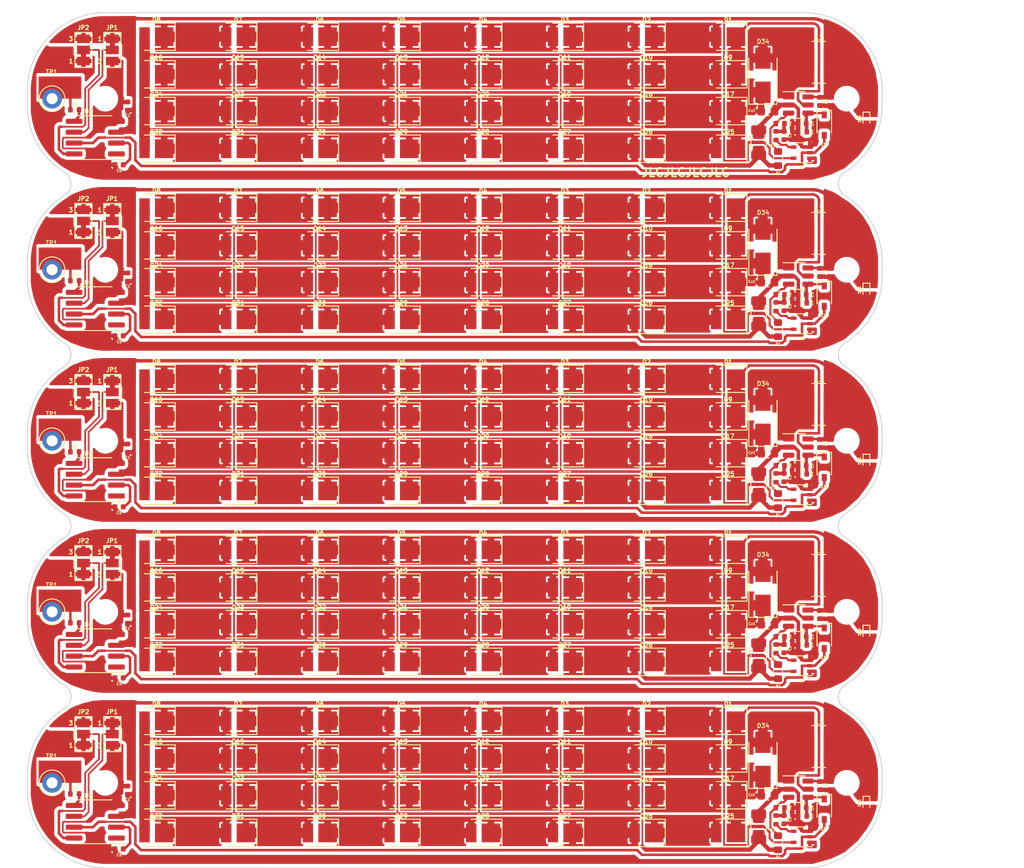
<source format=kicad_pcb>
(kicad_pcb (version 20211014) (generator pcbnew)
  (layers (0 "F.Cu" signal) (31 "B.Cu" signal) (34 "B.Paste" user) (35 "F.Paste" user) (36 "B.SilkS" user "B.Silkscreen") (37 "F.SilkS" user "F.Silkscreen") (38 "B.Mask" user) (39 "F.Mask" user) (44 "Edge.Cuts" user))
  (net 0 "")
  (net 1 "Board_0-+5V")
  (net 2 "Board_0-GND")
  (net 3 "Board_0-Net-(C3-Pad1)")
  (net 4 "Board_0-Net-(C4-Pad1)")
  (net 5 "Board_0-Net-(C5-Pad1)")
  (net 6 "Board_0-Net-(Cx1-Pad1)")
  (net 7 "Board_0-Net-(D1-Pad1)")
  (net 8 "Board_0-Net-(D10-Pad1)")
  (net 9 "Board_0-Net-(D10-Pad2)")
  (net 10 "Board_0-Net-(D11-Pad1)")
  (net 11 "Board_0-Net-(D12-Pad1)")
  (net 12 "Board_0-Net-(D13-Pad1)")
  (net 13 "Board_0-Net-(D14-Pad1)")
  (net 14 "Board_0-Net-(D15-Pad1)")
  (net 15 "Board_0-Net-(D16-Pad1)")
  (net 16 "Board_0-Net-(D17-Pad1)")
  (net 17 "Board_0-Net-(D18-Pad1)")
  (net 18 "Board_0-Net-(D19-Pad1)")
  (net 19 "Board_0-Net-(D2-Pad1)")
  (net 20 "Board_0-Net-(D20-Pad1)")
  (net 21 "Board_0-Net-(D21-Pad1)")
  (net 22 "Board_0-Net-(D22-Pad1)")
  (net 23 "Board_0-Net-(D23-Pad1)")
  (net 24 "Board_0-Net-(D25-Pad1)")
  (net 25 "Board_0-Net-(D26-Pad1)")
  (net 26 "Board_0-Net-(D27-Pad1)")
  (net 27 "Board_0-Net-(D28-Pad1)")
  (net 28 "Board_0-Net-(D29-Pad1)")
  (net 29 "Board_0-Net-(D3-Pad1)")
  (net 30 "Board_0-Net-(D30-Pad1)")
  (net 31 "Board_0-Net-(D31-Pad1)")
  (net 32 "Board_0-Net-(D33-Pad2)")
  (net 33 "Board_0-Net-(D34-Pad2)")
  (net 34 "Board_0-Net-(D4-Pad1)")
  (net 35 "Board_0-Net-(D5-Pad1)")
  (net 36 "Board_0-Net-(D6-Pad1)")
  (net 37 "Board_0-Net-(D7-Pad1)")
  (net 38 "Board_0-Net-(JP1-Pad2)")
  (net 39 "Board_0-Net-(JP2-Pad2)")
  (net 40 "Board_0-Net-(R1-Pad2)")
  (net 41 "Board_0-Net-(R3-Pad1)")
  (net 42 "Board_0-Net-(R6-Pad1)")
  (net 43 "Board_0-Net-(R6-Pad2)")
  (net 44 "Board_0-unconnected-(U2-Pad1)")
  (net 45 "Board_0-unconnected-(U3-Pad1)")
  (net 46 "Board_1-+5V")
  (net 47 "Board_1-GND")
  (net 48 "Board_1-Net-(C3-Pad1)")
  (net 49 "Board_1-Net-(C4-Pad1)")
  (net 50 "Board_1-Net-(C5-Pad1)")
  (net 51 "Board_1-Net-(Cx1-Pad1)")
  (net 52 "Board_1-Net-(D1-Pad1)")
  (net 53 "Board_1-Net-(D10-Pad1)")
  (net 54 "Board_1-Net-(D10-Pad2)")
  (net 55 "Board_1-Net-(D11-Pad1)")
  (net 56 "Board_1-Net-(D12-Pad1)")
  (net 57 "Board_1-Net-(D13-Pad1)")
  (net 58 "Board_1-Net-(D14-Pad1)")
  (net 59 "Board_1-Net-(D15-Pad1)")
  (net 60 "Board_1-Net-(D16-Pad1)")
  (net 61 "Board_1-Net-(D17-Pad1)")
  (net 62 "Board_1-Net-(D18-Pad1)")
  (net 63 "Board_1-Net-(D19-Pad1)")
  (net 64 "Board_1-Net-(D2-Pad1)")
  (net 65 "Board_1-Net-(D20-Pad1)")
  (net 66 "Board_1-Net-(D21-Pad1)")
  (net 67 "Board_1-Net-(D22-Pad1)")
  (net 68 "Board_1-Net-(D23-Pad1)")
  (net 69 "Board_1-Net-(D25-Pad1)")
  (net 70 "Board_1-Net-(D26-Pad1)")
  (net 71 "Board_1-Net-(D27-Pad1)")
  (net 72 "Board_1-Net-(D28-Pad1)")
  (net 73 "Board_1-Net-(D29-Pad1)")
  (net 74 "Board_1-Net-(D3-Pad1)")
  (net 75 "Board_1-Net-(D30-Pad1)")
  (net 76 "Board_1-Net-(D31-Pad1)")
  (net 77 "Board_1-Net-(D33-Pad2)")
  (net 78 "Board_1-Net-(D34-Pad2)")
  (net 79 "Board_1-Net-(D4-Pad1)")
  (net 80 "Board_1-Net-(D5-Pad1)")
  (net 81 "Board_1-Net-(D6-Pad1)")
  (net 82 "Board_1-Net-(D7-Pad1)")
  (net 83 "Board_1-Net-(JP1-Pad2)")
  (net 84 "Board_1-Net-(JP2-Pad2)")
  (net 85 "Board_1-Net-(R1-Pad2)")
  (net 86 "Board_1-Net-(R3-Pad1)")
  (net 87 "Board_1-Net-(R6-Pad1)")
  (net 88 "Board_1-Net-(R6-Pad2)")
  (net 89 "Board_1-unconnected-(U2-Pad1)")
  (net 90 "Board_1-unconnected-(U3-Pad1)")
  (net 91 "Board_2-+5V")
  (net 92 "Board_2-GND")
  (net 93 "Board_2-Net-(C3-Pad1)")
  (net 94 "Board_2-Net-(C4-Pad1)")
  (net 95 "Board_2-Net-(C5-Pad1)")
  (net 96 "Board_2-Net-(Cx1-Pad1)")
  (net 97 "Board_2-Net-(D1-Pad1)")
  (net 98 "Board_2-Net-(D10-Pad1)")
  (net 99 "Board_2-Net-(D10-Pad2)")
  (net 100 "Board_2-Net-(D11-Pad1)")
  (net 101 "Board_2-Net-(D12-Pad1)")
  (net 102 "Board_2-Net-(D13-Pad1)")
  (net 103 "Board_2-Net-(D14-Pad1)")
  (net 104 "Board_2-Net-(D15-Pad1)")
  (net 105 "Board_2-Net-(D16-Pad1)")
  (net 106 "Board_2-Net-(D17-Pad1)")
  (net 107 "Board_2-Net-(D18-Pad1)")
  (net 108 "Board_2-Net-(D19-Pad1)")
  (net 109 "Board_2-Net-(D2-Pad1)")
  (net 110 "Board_2-Net-(D20-Pad1)")
  (net 111 "Board_2-Net-(D21-Pad1)")
  (net 112 "Board_2-Net-(D22-Pad1)")
  (net 113 "Board_2-Net-(D23-Pad1)")
  (net 114 "Board_2-Net-(D25-Pad1)")
  (net 115 "Board_2-Net-(D26-Pad1)")
  (net 116 "Board_2-Net-(D27-Pad1)")
  (net 117 "Board_2-Net-(D28-Pad1)")
  (net 118 "Board_2-Net-(D29-Pad1)")
  (net 119 "Board_2-Net-(D3-Pad1)")
  (net 120 "Board_2-Net-(D30-Pad1)")
  (net 121 "Board_2-Net-(D31-Pad1)")
  (net 122 "Board_2-Net-(D33-Pad2)")
  (net 123 "Board_2-Net-(D34-Pad2)")
  (net 124 "Board_2-Net-(D4-Pad1)")
  (net 125 "Board_2-Net-(D5-Pad1)")
  (net 126 "Board_2-Net-(D6-Pad1)")
  (net 127 "Board_2-Net-(D7-Pad1)")
  (net 128 "Board_2-Net-(JP1-Pad2)")
  (net 129 "Board_2-Net-(JP2-Pad2)")
  (net 130 "Board_2-Net-(R1-Pad2)")
  (net 131 "Board_2-Net-(R3-Pad1)")
  (net 132 "Board_2-Net-(R6-Pad1)")
  (net 133 "Board_2-Net-(R6-Pad2)")
  (net 134 "Board_2-unconnected-(U2-Pad1)")
  (net 135 "Board_2-unconnected-(U3-Pad1)")
  (net 136 "Board_3-+5V")
  (net 137 "Board_3-GND")
  (net 138 "Board_3-Net-(C3-Pad1)")
  (net 139 "Board_3-Net-(C4-Pad1)")
  (net 140 "Board_3-Net-(C5-Pad1)")
  (net 141 "Board_3-Net-(Cx1-Pad1)")
  (net 142 "Board_3-Net-(D1-Pad1)")
  (net 143 "Board_3-Net-(D10-Pad1)")
  (net 144 "Board_3-Net-(D10-Pad2)")
  (net 145 "Board_3-Net-(D11-Pad1)")
  (net 146 "Board_3-Net-(D12-Pad1)")
  (net 147 "Board_3-Net-(D13-Pad1)")
  (net 148 "Board_3-Net-(D14-Pad1)")
  (net 149 "Board_3-Net-(D15-Pad1)")
  (net 150 "Board_3-Net-(D16-Pad1)")
  (net 151 "Board_3-Net-(D17-Pad1)")
  (net 152 "Board_3-Net-(D18-Pad1)")
  (net 153 "Board_3-Net-(D19-Pad1)")
  (net 154 "Board_3-Net-(D2-Pad1)")
  (net 155 "Board_3-Net-(D20-Pad1)")
  (net 156 "Board_3-Net-(D21-Pad1)")
  (net 157 "Board_3-Net-(D22-Pad1)")
  (net 158 "Board_3-Net-(D23-Pad1)")
  (net 159 "Board_3-Net-(D25-Pad1)")
  (net 160 "Board_3-Net-(D26-Pad1)")
  (net 161 "Board_3-Net-(D27-Pad1)")
  (net 162 "Board_3-Net-(D28-Pad1)")
  (net 163 "Board_3-Net-(D29-Pad1)")
  (net 164 "Board_3-Net-(D3-Pad1)")
  (net 165 "Board_3-Net-(D30-Pad1)")
  (net 166 "Board_3-Net-(D31-Pad1)")
  (net 167 "Board_3-Net-(D33-Pad2)")
  (net 168 "Board_3-Net-(D34-Pad2)")
  (net 169 "Board_3-Net-(D4-Pad1)")
  (net 170 "Board_3-Net-(D5-Pad1)")
  (net 171 "Board_3-Net-(D6-Pad1)")
  (net 172 "Board_3-Net-(D7-Pad1)")
  (net 173 "Board_3-Net-(JP1-Pad2)")
  (net 174 "Board_3-Net-(JP2-Pad2)")
  (net 175 "Board_3-Net-(R1-Pad2)")
  (net 176 "Board_3-Net-(R3-Pad1)")
  (net 177 "Board_3-Net-(R6-Pad1)")
  (net 178 "Board_3-Net-(R6-Pad2)")
  (net 179 "Board_3-unconnected-(U2-Pad1)")
  (net 180 "Board_3-unconnected-(U3-Pad1)")
  (net 181 "Board_4-+5V")
  (net 182 "Board_4-GND")
  (net 183 "Board_4-Net-(C3-Pad1)")
  (net 184 "Board_4-Net-(C4-Pad1)")
  (net 185 "Board_4-Net-(C5-Pad1)")
  (net 186 "Board_4-Net-(Cx1-Pad1)")
  (net 187 "Board_4-Net-(D1-Pad1)")
  (net 188 "Board_4-Net-(D10-Pad1)")
  (net 189 "Board_4-Net-(D10-Pad2)")
  (net 190 "Board_4-Net-(D11-Pad1)")
  (net 191 "Board_4-Net-(D12-Pad1)")
  (net 192 "Board_4-Net-(D13-Pad1)")
  (net 193 "Board_4-Net-(D14-Pad1)")
  (net 194 "Board_4-Net-(D15-Pad1)")
  (net 195 "Board_4-Net-(D16-Pad1)")
  (net 196 "Board_4-Net-(D17-Pad1)")
  (net 197 "Board_4-Net-(D18-Pad1)")
  (net 198 "Board_4-Net-(D19-Pad1)")
  (net 199 "Board_4-Net-(D2-Pad1)")
  (net 200 "Board_4-Net-(D20-Pad1)")
  (net 201 "Board_4-Net-(D21-Pad1)")
  (net 202 "Board_4-Net-(D22-Pad1)")
  (net 203 "Board_4-Net-(D23-Pad1)")
  (net 204 "Board_4-Net-(D25-Pad1)")
  (net 205 "Board_4-Net-(D26-Pad1)")
  (net 206 "Board_4-Net-(D27-Pad1)")
  (net 207 "Board_4-Net-(D28-Pad1)")
  (net 208 "Board_4-Net-(D29-Pad1)")
  (net 209 "Board_4-Net-(D3-Pad1)")
  (net 210 "Board_4-Net-(D30-Pad1)")
  (net 211 "Board_4-Net-(D31-Pad1)")
  (net 212 "Board_4-Net-(D33-Pad2)")
  (net 213 "Board_4-Net-(D34-Pad2)")
  (net 214 "Board_4-Net-(D4-Pad1)")
  (net 215 "Board_4-Net-(D5-Pad1)")
  (net 216 "Board_4-Net-(D6-Pad1)")
  (net 217 "Board_4-Net-(D7-Pad1)")
  (net 218 "Board_4-Net-(JP1-Pad2)")
  (net 219 "Board_4-Net-(JP2-Pad2)")
  (net 220 "Board_4-Net-(R1-Pad2)")
  (net 221 "Board_4-Net-(R3-Pad1)")
  (net 222 "Board_4-Net-(R6-Pad1)")
  (net 223 "Board_4-Net-(R6-Pad2)")
  (net 224 "Board_4-unconnected-(U2-Pad1)")
  (net 225 "Board_4-unconnected-(U3-Pad1)")
  (footprint "LED_SMD:LED_2835_custom_margin" (layer "F.Cu") (at 113.619969 95.899995 180)
    (fp_text reference "D32")
    (fp_text value "660nm")
  )
  (footprint "LED_SMD:LED_2835_custom_margin" (layer "F.Cu") (at 161.369969 75.899996 180)
    (fp_text reference "D27")
    (fp_text value "660nm")
  )
  (footprint "LED_SMD:LED_2835_custom_margin" (layer "F.Cu") (at 142.269969 35.899998 180)
    (fp_text reference "D29")
    (fp_text value "660nm")
  )
  (footprint "custom_footprint_library:L_WHC_0630_custom" (layer "F.Cu") (at 191.094969 85.899995 180)
    (fp_text reference "L1")
    (fp_text value "L_Ferrite_Small")
  )
  (footprint "Package_TO_SOT_SMD:SOT-353_SC-70-5" (layer "F.Cu") (at 189.079969 36.359998 180)
    (fp_text reference "U3")
    (fp_text value "74LVC1G04")
  )
  (footprint "LED_SMD:LED_2835_custom_margin" (layer "F.Cu") (at 123.169969 62.799996 180)
    (fp_text reference "D7")
    (fp_text value "660nm")
  )
  (footprint "LED_SMD:LED_2835_custom_margin" (layer "F.Cu") (at 170.919969 107.199994 180)
    (fp_text reference "D10")
    (fp_text value "660nm")
  )
  (footprint "LED_SMD:LED_2835_custom_margin" (layer "F.Cu") (at 161.369969 31.499998 180)
    (fp_text reference "D19")
    (fp_text value "660nm")
  )
  (footprint "LED_SMD:LED_2835_custom_margin" (layer "F.Cu") (at 123.169969 111.499994 180)
    (fp_text reference "D23")
    (fp_text value "660nm")
  )
  (footprint "Capacitor_SMD:C_0402_1005Metric" (layer "F.Cu") (at 191.189969 30.369998 -90)
    (fp_text reference "C2")
    (fp_text value "22u")
  )
  (footprint "LED_SMD:LED_2835_custom_margin" (layer "F.Cu") (at 132.719969 71.499996 180)
    (fp_text reference "D22")
    (fp_text value "660nm")
  )
  (footprint "LED_SMD:LED_2835_custom_margin" (layer "F.Cu") (at 132.719969 51.499997 180)
    (fp_text reference "D22")
    (fp_text value "660nm")
  )
  (footprint "LED_SMD:LED_2835_custom_margin" (layer "F.Cu") (at 180.469969 22.799998 180)
    (fp_text reference "D1")
    (fp_text value "660nm")
  )
  (footprint "Capacitor_SMD:C_0402_1005Metric" (layer "F.Cu") (at 110.259969 30.909998 -90)
    (fp_text reference "C1")
    (fp_text value "1u")
  )
  (footprint "LED_SMD:LED_2835_custom_margin" (layer "F.Cu") (at 132.719969 42.799997 180)
    (fp_text reference "D6")
    (fp_text value "660nm")
  )
  (footprint "LED_SMD:LED_2835_custom_margin" (layer "F.Cu") (at 142.269969 67.199996 180)
    (fp_text reference "D13")
    (fp_text value "660nm")
  )
  (footprint "Diode_SMD:D_SOD-923" (layer "F.Cu") (at 196.639969 32.424998 -90)
    (fp_text reference "D35")
    (fp_text value "D_TVS_unidirection")
  )
  (footprint "Resistor_SMD:R_0402_1005Metric" (layer "F.Cu") (at 189.149969 33.929998)
    (fp_text reference "R4")
    (fp_text value "100k")
  )
  (footprint "LED_SMD:LED_2835_custom_margin" (layer "F.Cu") (at 123.169969 27.199998 180)
    (fp_text reference "D15")
    (fp_text value "660nm")
  )
  (footprint "Diode_SMD:D_SOD-923" (layer "F.Cu") (at 196.639969 72.424996 -90)
    (fp_text reference "D35")
    (fp_text value "D_TVS_unidirection")
  )
  (footprint "Package_TO_SOT_SMD:SOT-23-6" (layer "F.Cu") (at 188.679969 50.789997)
    (fp_text reference "U1")
    (fp_text value "MT9284_1")
  )
  (footprint "MountingHole:MountingHole_2.1mm" (layer "F.Cu") (at 107.659969 50.039997)
    (fp_text reference "H2" hide)
    (fp_text value "MountingHole" hide)
  )
  (footprint "Resistor_SMD:R_0603_1608Metric" (layer "F.Cu") (at 186.299969 57.049997 90)
    (fp_text reference "R1")
    (fp_text value "23.2k")
  )
  (footprint "LED_SMD:LED_2835_custom_margin" (layer "F.Cu") (at 113.619969 62.799996 180)
    (fp_text reference "D8")
    (fp_text value "660nm")
  )
  (footprint "custom_footprint_library:R_1206_0805_3216Metric_custom" (layer "F.Cu") (at 184.039969 115.174994 -90)
    (fp_text reference "Rx1")
    (fp_text value "1.5")
  )
  (footprint "Package_TO_SOT_SMD:SOT-353_SC-70-5" (layer "F.Cu") (at 189.079969 116.359994 180)
    (fp_text reference "U3")
    (fp_text value "74LVC1G04")
  )
  (footprint "LED_SMD:LED_2835_custom_margin" (layer "F.Cu") (at 161.369969 27.199998 180)
    (fp_text reference "D11")
    (fp_text value "660nm")
  )
  (footprint "LED_SMD:LED_2835_custom_margin" (layer "F.Cu") (at 180.469969 102.799994 180)
    (fp_text reference "D1")
    (fp_text value "660nm")
  )
  (footprint "LED_SMD:LED_2835_custom_margin" (layer "F.Cu") (at 180.469969 91.499995 180)
    (fp_text reference "D17")
    (fp_text value "660nm")
  )
  (footprint "LED_SMD:LED_2835_custom_margin" (layer "F.Cu") (at 180.469969 71.499996 180)
    (fp_text reference "D17")
    (fp_text value "660nm")
  )
  (footprint "Resistor_SMD:R_0402_1005Metric" (layer "F.Cu") (at 104.069969 51.339997)
    (fp_text reference "R6")
    (fp_text value "5k")
  )
  (footprint "LED_SMD:LED_2835_custom_margin" (layer "F.Cu") (at 142.269969 55.899997 180)
    (fp_text reference "D29")
    (fp_text value "660nm")
  )
  (footprint "LED_SMD:LED_2835_custom_margin" (layer "F.Cu") (at 170.919969 55.899997 180)
    (fp_text reference "D26")
    (fp_text value "660nm")
  )
  (footprint "Resistor_SMD:R_0402_1005Metric" (layer "F.Cu") (at 186.069969 114.379994 90)
    (fp_text reference "R3")
    (fp_text value "200k")
  )
  (footprint "LED_SMD:LED_2835_custom_margin" (layer "F.Cu") (at 142.269969 107.199994 180)
    (fp_text reference "D13")
    (fp_text value "660nm")
  )
  (footprint "Diode_SMD:D_SOD-323_custom" (layer "F.Cu") (at 191.709969 72.989996 -90)
    (fp_text reference "D33")
    (fp_text value "1N4148WS")
  )
  (footprint "LED_SMD:LED_2835_custom_margin" (layer "F.Cu") (at 113.619969 35.899998 180)
    (fp_text reference "D32")
    (fp_text value "660nm")
  )
  (footprint "LED_SMD:LED_2835_custom_margin" (layer "F.Cu") (at 113.619969 111.499994 180)
    (fp_text reference "D24")
    (fp_text value "660nm")
  )
  (footprint "LED_SMD:LED_2835_custom_margin" (layer "F.Cu") (at 180.469969 62.799996 180)
    (fp_text reference "D1")
    (fp_text value "660nm")
  )
  (footprint "custom_footprint_library:R_1206_0805_3216Metric_custom" (layer "F.Cu") (at 184.039969 55.174997 -90)
    (fp_text reference "Rx1")
    (fp_text value "1.5")
  )
  (footprint "Resistor_SMD:R_0402_1005Metric" (layer "F.Cu") (at 189.149969 53.929997)
    (fp_text reference "R4")
    (fp_text value "100k")
  )
  (footprint "LED_SMD:LED_2835_custom_margin" (layer "F.Cu") (at 113.619969 115.899994 180)
    (fp_text reference "D32")
    (fp_text value "660nm")
  )
  (footprint "TestPoint:TestPoint_Loop_D2.50mm_Drill1.0mm_overlap_pad_custom" (layer "F.Cu") (at 101.419969 110.049994)
    (fp_text reference "TP1")
    (fp_text value "TestPoint")
  )
  (footprint "LED_SMD:LED_2835_custom_margin" (layer "F.Cu") (at 132.719969 95.899995 180)
    (fp_text reference "D30")
    (fp_text value "660nm")
  )
  (footprint "Resistor_SMD:R_0603_1608Metric" (layer "F.Cu") (at 186.299969 37.049998 90)
    (fp_text reference "R1")
    (fp_text value "23.2k")
  )
  (footprint "LED_SMD:LED_2835_custom_margin" (layer "F.Cu") (at 132.719969 87.199995 180)
    (fp_text reference "D14")
    (fp_text value "660nm")
  )
  (footprint "LED_SMD:LED_2835_custom_margin" (layer "F.Cu") (at 151.819969 107.199994 180)
    (fp_text reference "D12")
    (fp_text value "660nm")
  )
  (footprint "Capacitor_SMD:C_0402_1005Metric" (layer "F.Cu") (at 187.009969 54.359997 -90)
    (fp_text reference "C3")
    (fp_text value "1u")
  )
  (footprint "LED_SMD:LED_2835_custom_margin" (layer "F.Cu") (at 113.619969 31.499998 180)
    (fp_text reference "D24")
    (fp_text value "660nm")
  )
  (footprint "Capacitor_SMD:C_0402_1005Metric" (layer "F.Cu") (at 189.119969 112.959994 180)
    (fp_text reference "C4")
    (fp_text value "1n")
  )
  (footprint "Resistor_SMD:R_0402_1005Metric" (layer "F.Cu") (at 104.069969 71.339996)
    (fp_text reference "R6")
    (fp_text value "5k")
  )
  (footprint "Capacitor_SMD:C_0402_1005Metric" (layer "F.Cu") (at 187.009969 94.359995 -90)
    (fp_text reference "C3")
    (fp_text value "1u")
  )
  (footprint "MountingHole:MountingHole_2.1mm" (layer "F.Cu") (at 194.339969 30.049998)
    (fp_text reference "H1" hide)
    (fp_text value "MountingHole" hide)
  )
  (footprint "Capacitor_SMD:C_0402_1005Metric" (layer "F.Cu") (at 191.189969 70.369996 -90)
    (fp_text reference "C2")
    (fp_text value "22u")
  )
  (footprint "LED_SMD:LED_2835_custom_margin" (layer "F.Cu") (at 123.169969 107.199994 180)
    (fp_text reference "D15")
    (fp_text value "660nm")
  )
  (footprint "LED_SMD:LED_2835_custom_margin" (layer "F.Cu") (at 161.369969 62.799996 180)
    (fp_text reference "D3")
    (fp_text value "660nm")
  )
  (footprint "LED_SMD:LED_2835_custom_margin" (layer "F.Cu") (at 161.369969 55.899997 180)
    (fp_text reference "D27")
    (fp_text value "660nm")
  )
  (footprint "Capacitor_SMD:C_0402_1005Metric" (layer "F.Cu") (at 109.259969 97.779995 180)
    (fp_text reference "C5")
    (fp_text value "10n")
  )
  (footprint "LED_SMD:LED_2835_custom_margin" (layer "F.Cu") (at 142.269969 51.499997 180)
    (fp_text reference "D21")
    (fp_text value "660nm")
  )
  (footprint "Capacitor_SMD:C_0402_1005Metric" (layer "F.Cu") (at 109.259969 37.779998 180)
    (fp_text reference "C5")
    (fp_text value "10n")
  )
  (footprint "Package_TO_SOT_SMD:SOT-23-6" (layer "F.Cu") (at 188.679969 70.789996)
    (fp_text reference "U1")
    (fp_text value "MT9284_1")
  )
  (footprint "Package_SO:SOIC-8_3.9x4.9mm_P1.27mm" (layer "F.Cu") (at 106.469969 34.599998 180)
    (fp_text reference "U2")
    (fp_text value "JL8022W-L")
  )
  (footprint "LED_SMD:LED_2835_custom_margin" (layer "F.Cu") (at 180.469969 55.899997 180)
    (fp_text reference "D25")
    (fp_text value "660nm")
  )
  (footprint "LED_SMD:LED_2835_custom_margin" (layer "F.Cu") (at 151.819969 42.799997 180)
    (fp_text reference "D4")
    (fp_text value "660nm")
  )
  (footprint "LED_SMD:LED_2835_custom_margin" (layer "F.Cu") (at 132.719969 107.199994 180)
    (fp_text reference "D14")
    (fp_text value "660nm")
  )
  (footprint "TestPoint:TestPoint_Loop_D2.50mm_Drill1.0mm_overlap_pad_custom" (layer "F.Cu") (at 101.419969 50.049997)
    (fp_text reference "TP1")
    (fp_text value "TestPoint")
  )
  (footprint "Package_SO:SOIC-8_3.9x4.9mm_P1.27mm" (layer "F.Cu") (at 106.469969 94.599995 180)
    (fp_text reference "U2")
    (fp_text value "JL8022W-L")
  )
  (footprint "LED_SMD:LED_2835_custom_margin" (layer "F.Cu") (at 161.369969 71.499996 180)
    (fp_text reference "D19")
    (fp_text value "660nm")
  )
  (footprint "LED_SMD:LED_2835_custom_margin" (layer "F.Cu") (at 161.369969 35.899998 180)
    (fp_text reference "D27")
    (fp_text value "660nm")
  )
  (footprint "Capacitor_SMD:C_0402_1005Metric" (layer "F.Cu") (at 110.259969 50.909997 -90)
    (fp_text reference "C1")
    (fp_text value "1u")
  )
  (footprint "LED_SMD:LED_2835_custom_margin" (layer "F.Cu") (at 180.469969 35.899998 180)
    (fp_text reference "D25")
    (fp_text value "660nm")
  )
  (footprint "LED_SMD:LED_2835_custom_margin" (layer "F.Cu") (at 123.169969 95.899995 180)
    (fp_text reference "D31")
    (fp_text value "660nm")
  )
  (footprint "LED_SMD:LED_2835_custom_margin" (layer "F.Cu") (at 142.269969 42.799997 180)
    (fp_text reference "D5")
    (fp_text value "660nm")
  )
  (footprint "Capacitor_SMD:C_0402_1005Metric" (layer "F.Cu") (at 109.259969 57.779997 180)
    (fp_text reference "C5")
    (fp_text value "10n")
  )
  (footprint "LED_SMD:LED_2835_custom_margin" (layer "F.Cu") (at 123.169969 82.799995 180)
    (fp_text reference "D7")
    (fp_text value "660nm")
  )
  (footprint "Package_TO_SOT_SMD:SOT-353_SC-70-5" (layer "F.Cu") (at 189.079969 56.359997 180)
    (fp_text reference "U3")
    (fp_text value "74LVC1G04")
  )
  (footprint "Capacitor_SMD:C_0402_1005Metric" (layer "F.Cu") (at 109.259969 77.779996 180)
    (fp_text reference "C5")
    (fp_text value "10n")
  )
  (footprint "LED_SMD:LED_2835_custom_margin" (layer "F.Cu") (at 180.469969 107.199994 180)
    (fp_text reference "D9")
    (fp_text value "660nm")
  )
  (footprint "LED_SMD:LED_2835_custom_margin" (layer "F.Cu") (at 180.469969 42.799997 180)
    (fp_text reference "D1")
    (fp_text value "660nm")
  )
  (footprint "Jumper:SolderJumper-3_P1.3mm_Bridged12_Pad1.0x1.5mm_NumberLabels" (layer "F.Cu") (at 105.089969 44.349997 90)
    (fp_text reference "JP2")
    (fp_text value "solderjumper_2")
  )
  (footprint "Resistor_SMD:R_0402_1005Metric" (layer "F.Cu") (at 186.549969 92.959995)
    (fp_text reference "R2")
    (fp_text value "200k")
  )
  (footprint "MountingHole:MountingHole_2.1mm" (layer "F.Cu") (at 107.659969 30.039998)
    (fp_text reference "H2" hide)
    (fp_text value "MountingHole" hide)
  )
  (footprint "LED_SMD:LED_2835_custom_margin" (layer "F.Cu") (at 142.269969 91.499995 180)
    (fp_text reference "D21")
    (fp_text value "660nm")
  )
  (footprint "LED_SMD:LED_2835_custom_margin" (layer "F.Cu") (at 161.369969 111.499994 180)
    (fp_text reference "D19")
    (fp_text value "660nm")
  )
  (footprint "Diode_SMD:D_SOD-923" (layer "F.Cu") (at 196.639969 112.424994 -90)
    (fp_text reference "D35")
    (fp_text value "D_TVS_unidirection")
  )
  (footprint "Capacitor_SMD:C_0402_1005Metric" (layer "F.Cu") (at 189.119969 32.959998 180)
    (fp_text reference "C4")
    (fp_text value "1n")
  )
  (footprint "Resistor_SMD:R_0402_1005Metric" (layer "F.Cu") (at 186.069969 94.379995 90)
    (fp_text reference "R3")
    (fp_text value "200k")
  )
  (footprint "LED_SMD:LED_2835_custom_margin" (layer "F.Cu") (at 142.269969 71.499996 180)
    (fp_text reference "D21")
    (fp_text value "660nm")
  )
  (footprint "LED_SMD:LED_2835_custom_margin" (layer "F.Cu") (at 132.719969 115.899994 180)
    (fp_text reference "D30")
    (fp_text value "660nm")
  )
  (footprint "Diode_SMD:D_SOD-923" (layer "F.Cu") (at 196.639969 52.424997 -90)
    (fp_text reference "D35")
    (fp_text value "D_TVS_unidirection")
  )
  (footprint "LED_SMD:LED_2835_custom_margin" (layer "F.Cu") (at 170.919969 35.899998 180)
    (fp_text reference "D26")
    (fp_text value "660nm")
  )
  (footprint "LED_SMD:LED_2835_custom_margin" (layer "F.Cu") (at 132.719969 55.899997 180)
    (fp_text reference "D30")
    (fp_text value "660nm")
  )
  (footprint "Diode_SMD:D_SOD-323_custom" (layer "F.Cu") (at 191.709969 52.989997 -90)
    (fp_text reference "D33")
    (fp_text value "1N4148WS")
  )
  (footprint "LED_SMD:LED_2835_custom_margin" (layer "F.Cu") (at 123.169969 91.499995 180)
    (fp_text reference "D23")
    (fp_text value "660nm")
  )
  (footprint "LED_SMD:LED_2835_custom_margin" (layer "F.Cu") (at 113.619969 55.899997 180)
    (fp_text reference "D32")
    (fp_text value "660nm")
  )
  (footprint "MountingHole:MountingHole_2.1mm" (layer "F.Cu") (at 107.659969 90.039995)
    (fp_text reference "H2" hide)
    (fp_text value "MountingHole" hide)
  )
  (footprint "LED_SMD:LED_2835_custom_margin" (layer "F.Cu") (at 151.819969 27.199998 180)
    (fp_text reference "D12")
    (fp_text value "660nm")
  )
  (footprint "Capacitor_SMD:C_0603_1608Metric" (layer "F.Cu") (at 185.109969 91.539995)
    (fp_text reference "Cx1")
    (fp_text value "22u")
  )
  (footprint "LED_SMD:LED_2835_custom_margin" (layer "F.Cu") (at 170.919969 51.499997 180)
    (fp_text reference "D18")
    (fp_text value "660nm")
  )
  (footprint "custom_footprint_library:L_WHC_0630_custom" (layer "F.Cu") (at 191.094969 45.899997 180)
    (fp_text reference "L1")
    (fp_text value "L_Ferrite_Small")
  )
  (footprint "LED_SMD:LED_2835_custom_margin" (layer "F.Cu") (at 180.469969 47.199997 180)
    (fp_text reference "D9")
    (fp_text value "660nm")
  )
  (footprint "LED_SMD:LED_2835_custom_margin" (layer "F.Cu") (at 161.369969 51.499997 180)
    (fp_text reference "D19")
    (fp_text value "660nm")
  )
  (footprint "LED_SMD:LED_2835_custom_margin" (layer "F.Cu") (at 142.269969 31.499998 180)
    (fp_text reference "D21")
    (fp_text value "660nm")
  )
  (footprint "LED_SMD:LED_2835_custom_margin" (layer "F.Cu") (at 170.919969 87.199995 180)
    (fp_text reference "D10")
    (fp_text value "660nm")
  )
  (footprint "TestPoint:TestPoint_Loop_D2.50mm_Drill1.0mm_overlap_pad_custom" (layer "F.Cu") (at 101.419969 70.049996)
    (fp_text reference "TP1")
    (fp_text value "TestPoint")
  )
  (footprint "LED_SMD:LED_2835_custom_margin" (layer "F.Cu") (at 113.619969 51.499997 180)
    (fp_text reference "D24")
    (fp_text value "660nm")
  )
  (footprint "LED_SMD:LED_2835_custom_margin" (layer "F.Cu") (at 170.919969 115.899994 180)
    (fp_text reference "D26")
    (fp_text value "660nm")
  )
  (footprint "LED_SMD:LED_2835_custom_margin" (layer "F.Cu") (at 180.469969 67.199996 180)
    (fp_text reference "D9")
    (fp_text value "660nm")
  )
  (footprint "LED_SMD:LED_2835_custom_margin" (layer "F.Cu") (at 142.269969 62.799996 180)
    (fp_text reference "D5")
    (fp_text value "660nm")
  )
  (footprint "LED_SMD:LED_2835_custom_margin" (layer "F.Cu") (at 151.819969 35.899998 180)
    (fp_text reference "D28")
    (fp_text value "660nm")
  )
  (footprint "Capacitor_SMD:C_0402_1005Metric" (layer "F.Cu") (at 110.259969 90.909995 -90)
    (fp_text reference "C1")
    (fp_text value "1u")
  )
  (footprint "LED_SMD:LED_2835_custom_margin" (layer "F.Cu") (at 123.169969 47.199997 180)
    (fp_text reference "D15")
    (fp_text value "660nm")
  )
  (footprint "LED_SMD:LED_2835_custom_margin" (layer "F.Cu") (at 132.719969 102.799994 180)
    (fp_text reference "D6")
    (fp_text value "660nm")
  )
  (footprint "LED_SMD:LED_2835_custom_margin" (layer "F.Cu") (at 151.819969 47.199997 180)
    (fp_text reference "D12")
    (fp_text value "660nm")
  )
  (footprint "LED_SMD:LED_2835_custom_margin" (layer "F.Cu") (at 180.469969 31.499998 180)
    (fp_text reference "D17")
    (fp_text value "660nm")
  )
  (footprint "LED_SMD:LED_2835_custom_margin" (layer "F.Cu") (at 170.919969 82.799995 180)
    (fp_text reference "D2")
    (fp_text value "660nm")
  )
  (footprint "LED_SMD:LED_2835_custom_margin" (layer "F.Cu") (at 170.919969 91.499995 180)
    (fp_text reference "D18")
    (fp_text value "660nm")
  )
  (footprint "LED_SMD:LED_2835_custom_margin" (layer "F.Cu") (at 161.369969 102.799994 180)
    (fp_text reference "D3")
    (fp_text value "660nm")
  )
  (footprint "LED_SMD:LED_2835_custom_margin" (layer "F.Cu") (at 113.619969 67.199996 180)
    (fp_text reference "D16")
    (fp_text value "660nm")
  )
  (footprint "LED_SMD:LED_2835_custom_margin" (layer "F.Cu") (at 170.919969 111.499994 180)
    (fp_text reference "D18")
    (fp_text value "660nm")
  )
  (footprint "Capacitor_SMD:C_0402_1005Metric" (layer "F.Cu") (at 187.009969 34.359998 -90)
    (fp_text reference "C3")
    (fp_text value "1u")
  )
  (footprint "LED_SMD:LED_2835_custom_margin" (layer "F.Cu") (at 123.169969 55.899997 180)
    (fp_text reference "D31")
    (fp_text value "660nm")
  )
  (footprint "Diode_SMD:D_SOD-923" (layer "F.Cu") (at 196.639969 92.424995 -90)
    (fp_text reference "D35")
    (fp_text value "D_TVS_unidirection")
  )
  (footprint "MountingHole:MountingHole_2.1mm" (layer "F.Cu") (at 194.339969 90.049995)
    (fp_text reference "H1" hide)
    (fp_text value "MountingHole" hide)
  )
  (footprint "MountingHole:MountingHole_2.1mm" (layer "F.Cu") (at 194.339969 70.049996)
    (fp_text reference "H1" hide)
    (fp_text value "MountingHole" hide)
  )
  (footprint "LED_SMD:LED_2835_custom_margin" (layer "F.Cu") (at 123.169969 35.899998 180)
    (fp_text reference "D31")
    (fp_text value "660nm")
  )
  (footprint "MountingHole:MountingHole_2.1mm" (layer "F.Cu") (at 194.339969 110.049994)
    (fp_text reference "H1" hide)
    (fp_text value "MountingHole" hide)
  )
  (footprint "Resistor_SMD:R_0402_1005Metric" (layer "F.Cu") (at 186.549969 72.959996)
    (fp_text reference "R2")
    (fp_text value "200k")
  )
  (footprint "LED_SMD:LED_2835_custom_margin" (layer "F.Cu") (at 180.469969 51.499997 180)
    (fp_text reference "D17")
    (fp_text value "660nm")
  )
  (footprint "LED_SMD:LED_2835_custom_margin" (layer "F.Cu") (at 123.169969 22.799998 180)
    (fp_text reference "D7")
    (fp_text value "660nm")
  )
  (footprint "Jumper:SolderJumper-3_P1.3mm_Bridged12_Pad1.0x1.5mm_NumberLabels" (layer "F.Cu") (at 108.464969 104.349994 -90)
    (fp_text reference "JP1")
    (fp_text value "solderjumper_1")
  )
  (footprint "LED_SMD:LED_2835_custom_margin" (layer "F.Cu") (at 170.919969 22.799998 180)
    (fp_text reference "D2")
    (fp_text value "660nm")
  )
  (footprint "LED_SMD:LED_2835_custom_margin" (layer "F.Cu") (at 170.919969 27.199998 180)
    (fp_text reference "D10")
    (fp_text value "660nm")
  )
  (footprint "custom_footprint_library:L_WHC_0630_custom" (layer "F.Cu") (at 191.094969 25.899998 180)
    (fp_text reference "L1")
    (fp_text value "L_Ferrite_Small")
  )
  (footprint "Resistor_SMD:R_0402_1005Metric" (layer "F.Cu") (at 104.069969 91.339995)
    (fp_text reference "R6")
    (fp_text value "5k")
  )
  (footprint "Capacitor_SMD:C_0603_1608Metric" (layer "F.Cu") (at 185.109969 71.539996)
    (fp_text reference "Cx1")
    (fp_text value "22u")
  )
  (footprint "LED_SMD:LED_2835_custom_margin" (layer "F.Cu") (at 113.619969 107.199994 180)
    (fp_text reference "D16")
    (fp_text value "660nm")
  )
  (footprint "Diode_SMD:D_SOD-323_custom" (layer "F.Cu") (at 191.709969 112.989994 -90)
    (fp_text reference "D33")
    (fp_text value "1N4148WS")
  )
  (footprint "custom_footprint_library:R_1206_0805_3216Metric_custom" (layer "F.Cu") (at 184.039969 95.174995 -90)
    (fp_text reference "Rx1")
    (fp_text value "1.5")
  )
  (footprint "LED_SMD:LED_2835_custom_margin" (layer "F.Cu") (at 161.369969 87.199995 180)
    (fp_text reference "D11")
    (fp_text value "660nm")
  )
  (footprint "Resistor_SMD:R_0402_1005Metric" (layer "F.Cu") (at 186.549969 52.959997)
    (fp_text reference "R2")
    (fp_text value "200k")
  )
  (footprint "LED_SMD:LED_2835_custom_margin" (layer "F.Cu") (at 161.369969 42.799997 180)
    (fp_text reference "D3")
    (fp_text value "660nm")
  )
  (footprint "LED_SMD:LED_2835_custom_margin" (layer "F.Cu") (at 142.269969 102.799994 180)
    (fp_text reference "D5")
    (fp_text value "660nm")
  )
  (footprint "Capacitor_SMD:C_0402_1005Metric" (layer "F.Cu") (at 189.119969 72.959996 180)
    (fp_text reference "C4")
    (fp_text value "1n")
  )
  (footprint "TestPoint:TestPoint_Loop_D2.50mm_Drill1.0mm_overlap_pad_custom" (layer "F.Cu") (at 101.419969 90.049995)
    (fp_text reference "TP1")
    (fp_text value "TestPoint")
  )
  (footprint "Package_TO_SOT_SMD:SOT-23-6" (layer "F.Cu") (at 188.679969 110.789994)
    (fp_text reference "U1")
    (fp_text value "MT9284_1")
  )
  (footprint "LED_SMD:LED_2835_custom_margin" (layer "F.Cu") (at 151.819969 22.799998 180)
    (fp_text reference "D4")
    (fp_text value "660nm")
  )
  (footprint "Resistor_SMD:R_0402_1005Metric" (layer "F.Cu") (at 189.149969 113.929994)
    (fp_text reference "R4")
    (fp_text value "100k")
  )
  (footprint "Capacitor_SMD:C_0402_1005Metric" (layer "F.Cu") (at 109.259969 117.779994 180)
    (fp_text reference "C5")
    (fp_text value "10n")
  )
  (footprint "Capacitor_SMD:C_0402_1005Metric" (layer "F.Cu") (at 187.009969 74.359996 -90)
    (fp_text reference "C3")
    (fp_text value "1u")
  )
  (footprint "LED_SMD:LED_2835_custom_margin" (layer "F.Cu") (at 170.919969 75.899996 180)
    (fp_text reference "D26")
    (fp_text value "660nm")
  )
  (footprint "Resistor_SMD:R_0402_1005Metric" (layer "F.Cu") (at 189.149969 73.929996)
    (fp_text reference "R4")
    (fp_text value "100k")
  )
  (footprint "LED_SMD:LED_2835_custom_margin" (layer "F.Cu") (at 180.469969 75.899996 180)
    (fp_text reference "D25")
    (fp_text value "660nm")
  )
  (footprint "LED_SMD:LED_2835_custom_margin" (layer "F.Cu") (at 151.819969 111.499994 180)
    (fp_text reference "D20")
    (fp_text value "660nm")
  )
  (footprint "LED_SMD:LED_2835_custom_margin" (layer "F.Cu") (at 170.919969 47.199997 180)
    (fp_text reference "D10")
    (fp_text value "660nm")
  )
  (footprint "LED_SMD:LED_2835_custom_margin" (layer "F.Cu") (at 113.619969 102.799994 180)
    (fp_text reference "D8")
    (fp_text value "660nm")
  )
  (footprint "Jumper:SolderJumper-3_P1.3mm_Bridged12_Pad1.0x1.5mm_NumberLabels" (layer "F.Cu") (at 105.089969 64.349996 90)
    (fp_text reference "JP2")
    (fp_text value "solderjumper_2")
  )
  (footprint "Jumper:SolderJumper-3_P1.3mm_Bridged12_Pad1.0x1.5mm_NumberLabels" (layer "F.Cu") (at 108.464969 64.349996 -90)
    (fp_text reference "JP1")
    (fp_text value "solderjumper_1")
  )
  (footprint "Jumper:SolderJumper-3_P1.3mm_Bridged12_Pad1.0x1.5mm_NumberLabels" (layer "F.Cu") (at 108.464969 84.349995 -90)
    (fp_text reference "JP1")
    (fp_text value "solderjumper_1")
  )
  (footprint "LED_SMD:LED_2835_custom_margin" (layer "F.Cu") (at 170.919969 67.199996 180)
    (fp_text reference "D10")
    (fp_text value "660nm")
  )
  (footprint "Package_TO_SOT_SMD:SOT-353_SC-70-5" (layer "F.Cu") (at 189.079969 76.359996 180)
    (fp_text reference "U3")
    (fp_text value "74LVC1G04")
  )
  (footprint "LED_SMD:LED_2835_custom_margin" (layer "F.Cu") (at 142.269969 27.199998 180)
    (fp_text reference "D13")
    (fp_text value "660nm")
  )
  (footprint "LED_SMD:LED_2835_custom_margin" (layer "F.Cu") (at 123.169969 31.499998 180)
    (fp_text reference "D23")
    (fp_text value "660nm")
  )
  (footprint "Capacitor_SMD:C_0402_1005Metric" (layer "F.Cu") (at 187.009969 114.359994 -90)
    (fp_text reference "C3")
    (fp_text value "1u")
  )
  (footprint "LED_SMD:LED_2835_custom_margin" (layer "F.Cu") (at 142.269969 22.799998 180)
    (fp_text reference "D5")
    (fp_text value "660nm")
  )
  (footprint "LED_SMD:LED_2835_custom_margin" (layer "F.Cu") (at 142.269969 95.899995 180)
    (fp_text reference "D29")
    (fp_text value "660nm")
  )
  (footprint "LED_SMD:LED_2835_custom_margin" (layer "F.Cu") (at 151.819969 62.799996 180)
    (fp_text reference "D4")
    (fp_text value "660nm")
  )
  (footprint "LED_SMD:LED_2835_custom_margin" (layer "F.Cu") (at 142.269969 82.799995 180)
    (fp_text reference "D5")
    (fp_text value "660nm")
  )
  (footprint "LED_SMD:LED_2835_custom_margin" (layer "F.Cu") (at 180.469969 95.899995 180)
    (fp_text reference "D25")
    (fp_text value "660nm")
  )
  (footprint "LED_SMD:LED_2835_custom_margin" (layer "F.Cu") (at 142.269969 111.499994 180)
    (fp_text reference "D21")
    (fp_text value "660nm")
  )
  (footprint "LED_SMD:LED_2835_custom_margin" (layer "F.Cu") (at 142.269969 47.199997 180)
    (fp_text reference "D13")
    (fp_text value "660nm")
  )
  (footprint "MountingHole:MountingHole_2.1mm" (layer "F.Cu") (at 107.659969 110.039994)
    (fp_text reference "H2" hide)
    (fp_text value "MountingHole" hide)
  )
  (footprint "LED_SMD:LED_2835_custom_margin" (layer "F.Cu") (at 113.619969 87.199995 180)
    (fp_text reference "D16")
    (fp_text value "660nm")
  )
  (footprint "LED_SMD:LED_2835_custom_margin" (layer "F.Cu") (at 142.269969 87.199995 180)
    (fp_text reference "D13")
    (fp_text value "660nm")
  )
  (footprint "LED_SMD:LED_2835_custom_margin" (layer "F.Cu") (at 132.719969 35.899998 180)
    (fp_text reference "D30")
    (fp_text value "660nm")
  )
  (footprint "LED_SMD:LED_2835_custom_margin" (layer "F.Cu") (at 161.369969 91.499995 180)
    (fp_text reference "D19")
    (fp_text value "660nm")
  )
  (footprint "LED_SMD:LED_2835_custom_margin" (layer "F.Cu") (at 151.819969 87.199995 180)
    (fp_text reference "D12")
    (fp_text value "660nm")
  )
  (footprint "Capacitor_SMD:C_0402_1005Metric" (layer "F.Cu") (at 191.189969 110.369994 -90)
    (fp_text reference "C2")
    (fp_text value "22u")
  )
  (footprint "Diode_SMD:D_SOD-323_custom" (layer "F.Cu") (at 191.709969 92.989995 -90)
    (fp_text reference "D33")
    (fp_text value "1N4148WS")
  )
  (footprint "custom_footprint_library:R_1206_0805_3216Metric_custom" (layer "F.Cu") (at 184.039969 35.174998 -90)
    (fp_text reference "Rx1")
    (fp_text value "1.5")
  )
  (footprint "Resistor_SMD:R_0402_1005Metric" (layer "F.Cu") (at 189.149969 93.929995)
    (fp_text reference "R4")
    (fp_text value "100k")
  )
  (footprint "Resistor_SMD:R_0603_1608Metric" (layer "F.Cu") (at 186.299969 77.049996 90)
    (fp_text reference "R1")
    (fp_text value "23.2k")
  )
  (footprint "Diode_SMD:D_SMA" (layer "F.Cu") (at 184.539969 87.299995 90)
    (fp_text reference "D34")
    (fp_text value "SS14")
  )
  (footprint "LED_SMD:LED_2835_custom_margin" (layer "F.Cu") (at 151.819969 82.799995 180)
    (fp_text reference "D4")
    (fp_text value "660nm")
  )
  (footprint "LED_SMD:LED_2835_custom_margin" (layer "F.Cu") (at 123.169969 102.799994 180)
    (fp_text reference "D7")
    (fp_text value "660nm")
  )
  (footprint "LED_SMD:LED_2835_custom_margin" (layer "F.Cu") (at 161.369969 47.199997 180)
    (fp_text reference "D11")
    (fp_text value "660nm")
  )
  (footprint "Package_SO:SOIC-8_3.9x4.9mm_P1.27mm" (layer "F.Cu") (at 106.469969 54.599997 180)
    (fp_text reference "U2")
    (fp_text value "JL8022W-L")
  )
  (footprint "LED_SMD:LED_2835_custom_margin" (layer "F.Cu") (at 151.819969 55.899997 180)
    (fp_text reference "D28")
    (fp_text value "660nm")
  )
  (footprint "LED_SMD:LED_2835_custom_margin" (layer "F.Cu") (at 161.369969 107.199994 180)
    (fp_text reference "D11")
    (fp_text value "660nm")
  )
  (footprint "LED_SMD:LED_2835_custom_margin" (layer "F.Cu") (at 170.919969 71.499996 180)
    (fp_text reference "D18")
    (fp_text value "660nm")
  )
  (footprint "LED_SMD:LED_2835_custom_margin" (layer "F.Cu") (at 113.619969 75.899996 180)
    (fp_text reference "D32")
    (fp_text value "660nm")
  )
  (footprint "LED_SMD:LED_2835_custom_margin" (layer "F.Cu") (at 151.819969 71.499996 180)
    (fp_text reference "D20")
    (fp_text value "660nm")
  )
  (footprint "Capacitor_SMD:C_0603_1608Metric" (layer "F.Cu") (at 185.109969 111.539994)
    (fp_text reference "Cx1")
    (fp_text value "22u")
  )
  (footprint "Capacitor_SMD:C_0402_1005Metric" (layer "F.Cu") (at 191.189969 50.369997 -90)
    (fp_text reference "C2")
    (fp_text value "22u")
  )
  (footprint "LED_SMD:LED_2835_custom_margin" (layer "F.Cu") (at 151.819969 95.899995 180)
    (fp_text reference "D28")
    (fp_text value "660nm")
  )
  (footprint "LED_SMD:LED_2835_custom_margin" (layer "F.Cu") (at 151.819969 75.899996 180)
    (fp_text reference "D28")
    (fp_text value "660nm")
  )
  (footprint "Diode_SMD:D_SOD-323_custom" (layer "F.Cu") (at 191.709969 32.989998 -90)
    (fp_text reference "D33")
    (fp_text value "1N4148WS")
  )
  (footprint "Jumper:SolderJumper-3_P1.3mm_Bridged12_Pad1.0x1.5mm_NumberLabels" (layer "F.Cu") (at 108.464969 24.349998 -90)
    (fp_text reference "JP1")
    (fp_text value "solderjumper_1")
  )
  (footprint "LED_SMD:LED_2835_custom_margin" (layer "F.Cu") (at 123.169969 42.799997 180)
    (fp_text reference "D7")
    (fp_text value "660nm")
  )
  (footprint "LED_SMD:LED_2835_custom_margin" (layer "F.Cu") (at 113.619969 91.499995 180)
    (fp_text reference "D24")
    (fp_text value "660nm")
  )
  (footprint "Package_SO:SOIC-8_3.9x4.9mm_P1.27mm" (layer "F.Cu") (at 106.469969 114.599994 180)
    (fp_text reference "U2")
    (fp_text value "JL8022W-L")
  )
  (footprint "Package_TO_SOT_SMD:SOT-23-6" (layer "F.Cu") (at 188.679969 90.789995)
    (fp_text reference "U1")
    (fp_text value "MT9284_1")
  )
  (footprint "LED_SMD:LED_2835_custom_margin" (layer "F.Cu") (at 132.719969 22.799998 180)
    (fp_text reference "D6")
    (fp_text value "660nm")
  )
  (footprint "Resistor_SMD:R_0603_1608Metric" (layer "F.Cu") (at 186.299969 97.049995 90)
    (fp_text reference "R1")
    (fp_text value "23.2k")
  )
  (footprint "LED_SMD:LED_2835_custom_margin" (layer "F.Cu") (at 161.369969 115.899994 180)
    (fp_text reference "D27")
    (fp_text value "660nm")
  )
  (footprint "LED_SMD:LED_2835_custom_margin" (layer "F.Cu") (at 113.619969 47.199997 180)
    (fp_text reference "D16")
    (fp_text value "660nm")
  )
  (footprint "LED_SMD:LED_2835_custom_margin" (layer "F.Cu") (at 123.169969 115.899994 180)
    (fp_text reference "D31")
    (fp_text value "660nm")
  )
  (footprint "LED_SMD:LED_2835_custom_margin" (layer "F.Cu") (at 170.919969 42.799997 180)
    (fp_text reference "D2")
    (fp_text value "660nm")
  )
  (footprint "Diode_SMD:D_SMA" (layer "F.Cu") (at 184.539969 67.299996 90)
    (fp_text reference "D34")
    (fp_text value "SS14")
  )
  (footprint "MountingHole:MountingHole_2.1mm" (layer "F.Cu") (at 107.659969 70.039996)
    (fp_text reference "H2" hide)
    (fp_text value "MountingHole" hide)
  )
  (footprint "LED_SMD:LED_2835_custom_margin" (layer "F.Cu") (at 170.919969 31.499998 180)
    (fp_text reference "D18")
    (fp_text value "660nm")
  )
  (footprint "Capacitor_SMD:C_0402_1005Metric" (layer "F.Cu") (at 110.259969 70.909996 -90)
    (fp_text reference "C1")
    (fp_text value "1u")
  )
  (footprint "LED_SMD:LED_2835_custom_margin" (layer "F.Cu") (at 170.919969 102.799994 180)
    (fp_text reference "D2")
    (fp_text value "660nm")
  )
  (footprint "LED_SMD:LED_2835_custom_margin" (layer "F.Cu") (at 180.469969 87.199995 180)
    (fp_text reference "D9")
    (fp_text value "660nm")
  )
  (footprint "LED_SMD:LED_2835_custom_margin" (layer "F.Cu") (at 123.169969 51.499997 180)
    (fp_text reference "D23")
    (fp_text value "660nm")
  )
  (footprint "Package_TO_SOT_SMD:SOT-353_SC-70-5" (layer "F.Cu") (at 189.079969 96.359995 180)
    (fp_text reference "U3")
    (fp_text value "74LVC1G04")
  )
  (footprint "Resistor_SMD:R_0402_1005Metric" (layer "F.Cu") (at 186.069969 74.379996 90)
    (fp_text reference "R3")
    (fp_text value "200k")
  )
  (footprint "LED_SMD:LED_2835_custom_margin" (layer "F.Cu") (at 161.369969 67.199996 180)
    (fp_text reference "D11")
    (fp_text value "660nm")
  )
  (footprint "LED_SMD:LED_2835_custom_margin" (layer "F.Cu") (at 180.469969 111.499994 180)
    (fp_text reference "D17")
    (fp_text value "660nm")
  )
  (footprint "LED_SMD:LED_2835_custom_margin" (layer "F.Cu") (at 123.169969 71.499996 180)
    (fp_text reference "D23")
    (fp_text value "660nm")
  )
  (footprint "LED_SMD:LED_2835_custom_margin" (layer "F.Cu") (at 132.719969 91.499995 180)
    (fp_text reference "D22")
    (fp_text value "660nm")
  )
  (footprint "Diode_SMD:D_SMA" (layer "F.Cu") (at 184.539969 27.299998 90)
    (fp_text reference "D34")
    (fp_text value "SS14")
  )
  (footprint "LED_SMD:LED_2835_custom_margin" (layer "F.Cu") (at 132.719969 27.199998 180)
    (fp_text reference "D14")
    (fp_text value "660nm")
  )
  (footprint "Resistor_SMD:R_0402_1005Metric" (layer "F.Cu") (at 186.549969 32.959998)
    (fp_text reference "R2")
    (fp_text value "200k")
  )
  (footprint "LED_SMD:LED_2835_custom_margin" (layer "F.Cu") (at 113.619969 42.799997 180)
    (fp_text reference "D8")
    (fp_text value "660nm")
  )
  (footprint "LED_SMD:LED_2835_custom_margin" (layer "F.Cu") (at 161.369969 22.799998 180)
    (fp_text reference "D3")
    (fp_text value "660nm")
  )
  (footprint "LED_SMD:LED_2835_custom_margin" (layer "F.Cu") (at 170.919969 62.799996 180)
    (fp_text reference "D2")
    (fp_text value "660nm")
  )
  (footprint "custom_footprint_library:R_1206_0805_3216Metric_custom" (layer "F.Cu") (at 184.039969 75.174996 -90)
    (fp_text reference "Rx1")
    (fp_text value "1.5")
  )
  (footprint "LED_SMD:LED_2835_custom_margin" (layer "F.Cu") (at 151.819969 67.199996 180)
    (fp_text reference "D12")
    (fp_text value "660nm")
  )
  (footprint "LED_SMD:LED_2835_custom_margin" (layer "F.Cu") (at 132.719969 47.199997 180)
    (fp_text reference "D14")
    (fp_text value "660nm")
  )
  (footprint "LED_SMD:LED_2835_custom_margin" (layer "F.Cu") (at 151.819969 51.499997 180)
    (fp_text reference "D20")
    (fp_text value "660nm")
  )
  (footprint "custom_footprint_library:L_WHC_0630_custom" (layer "F.Cu") (at 191.094969 65.899996 180)
    (fp_text reference "L1")
    (fp_text value "L_Ferrite_Small")
  )
  (footprint "Diode_SMD:D_SMA" (layer "F.Cu") (at 184.539969 107.299994 90)
    (fp_text reference "D34")
    (fp_text value "SS14")
  )
  (footprint "LED_SMD:LED_2835_custom_margin" (layer "F.Cu") (at 151.819969 115.899994 180)
    (fp_text reference "D28")
    (fp_text value "660nm")
  )
  (footprint "LED_SMD:LED_2835_custom_margin" (layer "F.Cu") (at 132.719969 31.499998 180)
    (fp_text reference "D22")
    (fp_text value "660nm")
  )
  (footprint "LED_SMD:LED_2835_custom_margin" (layer "F.Cu") (at 151.819969 102.799994 180)
    (fp_text reference "D4")
    (fp_text value "660nm")
  )
  (footprint "TestPoint:TestPoint_Loop_D2.50mm_Drill1.0mm_overlap_pad_custom" (layer "F.Cu") (at 101.419969 30.049998)
    (fp_text reference "TP1")
    (fp_text value "TestPoint")
  )
  (footprint "LED_SMD:LED_2835_custom_margin" (layer "F.Cu") (at 113.619969 71.499996 180)
    (fp_text reference "D24")
    (fp_text value "660nm")
  )
  (footprint "Capacitor_SMD:C_0603_1608Metric" (layer "F.Cu") (at 185.109969 31.539998)
    (fp_text reference "Cx1")
    (fp_text value "22u")
  )
  (footprint "Package_TO_SOT_SMD:SOT-23-6" (layer "F.Cu") (at 188.679969 30.789998)
    (fp_text reference "U1")
    (fp_text value "MT9284_1")
  )
  (footprint "Package_SO:SOIC-8_3.9x4.9mm_P1.27mm" (layer "F.Cu") (at 106.469969 74.599996 180)
    (fp_text reference "U2")
    (fp_text value "JL8022W-L")
  )
  (footprint "LED_SMD:LED_2835_custom_margin" (layer "F.Cu") (at 132.719969 67.199996 180)
    (fp_text reference "D14")
    (fp_text value "660nm")
  )
  (footprint "Resistor_SMD:R_0603_1608Metric" (layer "F.Cu") (at 186.299969 117.049994 90)
    (fp_text reference "R1")
    (fp_text value "23.2k")
  )
  (footprint "LED_SMD:LED_2835_custom_margin" (layer "F.Cu") (at 170.919969 95.899995 180)
    (fp_text reference "D26")
    (fp_text value "660nm")
  )
  (footprint "LED_SMD:LED_2835_custom_margin" (layer "F.Cu") (at 180.469969 82.799995 180)
    (fp_text reference "D1")
    (fp_text value "660nm")
  )
  (footprint "Jumper:SolderJumper-3_P1.3mm_Bridged12_Pad1.0x1.5mm_NumberLabels" (layer "F.Cu") (at 105.089969 84.349995 90)
    (fp_text reference "JP2")
    (fp_text value "solderjumper_2")
  )
  (footprint "LED_SMD:LED_2835_custom_margin" (layer "F.Cu") (at 142.269969 75.899996 180)
    (fp_text reference "D29")
    (fp_text value "660nm")
  )
  (footprint "Capacitor_SMD:C_0402_1005Metric" (layer "F.Cu") (at 189.119969 52.959997 180)
    (fp_text reference "C4")
    (fp_text value "1n")
  )
  (footprint "Jumper:SolderJumper-3_P1.3mm_Bridged12_Pad1.0x1.5mm_NumberLabels" (layer "F.Cu") (at 105.089969 104.349994 90)
    (fp_text reference "JP2")
    (fp_text value "solderjumper_2")
  )
  (footprint "Capacitor_SMD:C_0402_1005Metric" (layer "F.Cu") (at 189.119969 92.959995 180)
    (fp_text reference "C4")
    (fp_text value "1n")
  )
  (footprint "LED_SMD:LED_2835_custom_margin" (layer "F.Cu") (at 132.719969 111.499994 180)
    (fp_text reference "D22")
    (fp_text value "660nm")
  )
  (footprint "Capacitor_SMD:C_0402_1005Metric" (layer "F.Cu") (at 191.189969 90.369995 -90)
    (fp_text reference "C2")
    (fp_text value "22u")
  )
  (footprint "LED_SMD:LED_2835_custom_margin" (layer "F.Cu") (at 132.719969 82.799995 180)
    (fp_text reference "D6")
    (fp_text value "660nm")
  )
  (footprint "LED_SMD:LED_2835_custom_margin" (layer "F.Cu") (at 151.819969 31.499998 180)
    (fp_text reference "D20")
    (fp_text value "660nm")
  )
  (footprint "MountingHole:MountingHole_2.1mm" (layer "F.Cu") (at 194.339969 50.049997)
    (fp_text reference "H1" hide)
    (fp_text value "MountingHole" hide)
  )
  (footprint "LED_SMD:LED_2835_custom_margin" (layer "F.Cu") (at 123.169969 67.199996 180)
    (fp_text reference "D15")
    (fp_text value "660nm")
  )
  (footprint "Resistor_SMD:R_0402_1005Metric" (layer "F.Cu") (at 186.549969 112.959994)
    (fp_text reference "R2")
    (fp_text value "200k")
  )
  (footprint "Capacitor_SMD:C_0402_1005Metric" (layer "F.Cu") (at 110.259969 110.909994 -90)
    (fp_text reference "C1")
    (fp_text value "1u")
  )
  (footprint "Resistor_SMD:R_0402_1005Metric" (layer "F.Cu") (at 104.069969 31.339998)
    (fp_text reference "R6")
    (fp_text value "5k")
  )
  (footprint "Jumper:SolderJumper-3_P1.3mm_Bridged12_Pad1.0x1.5mm_NumberLabels" (layer "F.Cu") (at 105.089969 24.349998 90)
    (fp_text reference "JP2")
    (fp_text value "solderjumper_2")
  )
  (footprint "Diode_SMD:D_SMA" (layer "F.Cu") (at 184.539969 47.299997 90)
    (fp_text reference "D34")
    (fp_text value "SS14")
  )
  (footprint "LED_SMD:LED_2835_custom_margin" (layer "F.Cu") (at 151.819969 91.499995 180)
    (fp_text reference "D20")
    (fp_text value "660nm")
  )
  (footprint "LED_SMD:LED_2835_custom_margin" (layer "F.Cu") (at 161.369969 95.899995 180)
    (fp_text reference "D27")
    (fp_text value "660nm")
  )
  (footprint "Resistor_SMD:R_0402_1005Metric" (layer "F.Cu") (at 104.069969 111.339994)
    (fp_text reference "R6")
    (fp_text value "5k")
  )
  (footprint "LED_SMD:LED_2835_custom_margin" (layer "F.Cu") (at 180.469969 27.199998 180)
    (fp_text reference "D9")
    (fp_text value "660nm")
  )
  (footprint "LED_SMD:LED_2835_custom_margin" (layer "F.Cu") (at 132.719969 62.799996 180)
    (fp_text reference "D6")
    (fp_text value "660nm")
  )
  (footprint "LED_SMD:LED_2835_custom_margin" (layer "F.Cu") (at 161.369969 82.799995 180)
    (fp_text reference "D3")
    (fp_text value "660nm")
  )
  (footprint "LED_SMD:LED_2835_custom_margin" (layer "F.Cu") (at 132.719969 75.899996 180)
    (fp_text reference "D30")
    (fp_text value "660nm")
  )
  (footprint "Resistor_SMD:R_0402_1005Metric" (layer "F.Cu") (at 186.069969 54.379997 90)
    (fp_text reference "R3")
    (fp_text value "200k")
  )
  (footprint "LED_SMD:LED_2835_custom_margin" (layer "F.Cu") (at 180.469969 115.899994 180)
    (fp_text reference "D25")
    (fp_text value "660nm")
  )
  (footprint "Capacitor_SMD:C_0603_1608Metric" (layer "F.Cu") (at 185.109969 51.539997)
    (fp_text reference "Cx1")
    (fp_text value "22u")
  )
  (footprint "LED_SMD:LED_2835_custom_margin" (layer "F.Cu") (at 113.619969 27.199998 180)
    (fp_text reference "D16")
    (fp_text value "660nm")
  )
  (footprint "custom_footprint_library:L_WHC_0630_custom" (layer "F.Cu") (at 191.094969 105.899994 180)
    (fp_text reference "L1")
    (fp_text value "L_Ferrite_Small")
  )
  (footprint "LED_SMD:LED_2835_custom_margin" (layer "F.Cu") (at 113.619969 22.799998 180)
    (fp_text reference "D8")
    (fp_text value "660nm")
  )
  (footprint "Jumper:SolderJumper-3_P1.3mm_Bridged12_Pad1.0x1.5mm_NumberLabels" (layer "F.Cu") (at 108.464969 44.349997 -90)
    (fp_text reference "JP1")
    (fp_text value "solderjumper_1")
  )
  (footprint "LED_SMD:LED_2835_custom_margin" (layer "F.Cu") (at 123.169969 75.899996 180)
    (fp_text reference "D31")
    (fp_text value "660nm")
  )
  (footprint "LED_SMD:LED_2835_custom_margin" (layer "F.Cu") (at 113.619969 82.799995 180)
    (fp_text reference "D8")
    (fp_text value "660nm")
  )
  (footprint "LED_SMD:LED_2835_custom_margin" (layer "F.Cu") (at 123.169969 87.199995 180)
    (fp_text reference "D15")
    (fp_text value "660nm")
  )
  (footprint "LED_SMD:LED_2835_custom_margin" (layer "F.Cu") (at 142.269969 115.899994 180)
    (fp_text reference "D29")
    (fp_text value "660nm")
  )
  (footprint "Resistor_SMD:R_0402_1005Metric" (layer "F.Cu") (at 186.069969 34.379998 90)
    (fp_text reference "R3")
    (fp_text value "200k")
  )
  (gr_line (start 197.70259 85.449688) (end 197.686157 85.412785) (layer "Edge.Cuts") (width 0.1))
  (gr_line (start 196.164149 23.062082) (end 195.872256 22.749631) (layer "Edge.Cuts") (width 0.1))
  (gr_line (start 99.038645 46.125813) (end 99.038558 46.126054) (layer "Edge.Cuts") (width 0.1))
  (gr_line (start 196.916726 115.941741) (end 196.939175 115.908157) (layer "Edge.Cuts") (width 0.1))
  (gr_line (start 99.391931 105.258622) (end 99.374878 105.295242) (layer "Edge.Cuts") (width 0.1))
  (gr_line (start 102.190347 98.180573) (end 102.19055 98.180728) (layer "Edge.Cuts") (width 0.1))
  (gr_line (start 197.961291 93.852293) (end 197.961378 93.852052) (layer "Edge.Cuts") (width 0.1))
  (gr_line (start 98.531525 91.437455) (end 98.531542 91.437676) (layer "Edge.Cuts") (width 0.1))
  (gr_line (start 189.870169 119.977725) (end 189.886931 119.976635) (layer "Edge.Cuts") (width 0.1))
  (gr_line (start 197.866673 105.845088) (end 197.866578 105.844851) (layer "Edge.Cuts") (width 0.1))
  (gr_line (start 198.233636 52.913503) (end 198.320941 52.49493) (layer "Edge.Cuts") (width 0.1))
  (gr_line (start 194.677711 78.258924) (end 195.018335 78.000466) (layer "Edge.Cuts") (width 0.1))
  (gr_line (start 98.843393 113.282366) (end 98.966726 113.691146) (layer "Edge.Cuts") (width 0.1))
  (gr_line (start 197.417429 35.102817) (end 197.417546 35.10259) (layer "Edge.Cuts") (width 0.1))
  (gr_line (start 198.44342 71.566325) (end 198.443443 71.566071) (layer "Edge.Cuts") (width 0.1))
  (gr_line (start 196.355254 56.691766) (end 196.35542 56.691571) (layer "Edge.Cuts") (width 0.1))
  (gr_line (start 198.46889 31.098689) (end 198.469966 31.057508) (layer "Edge.Cuts") (width 0.1))
  (gr_line (start 198.272595 87.189351) (end 198.272538 87.189102) (layer "Edge.Cuts") (width 0.1))
  (gr_line (start 193.360681 60.174211) (end 193.353551 60.095774) (layer "Edge.Cuts") (width 0.1))
  (gr_line (start 101.279459 82.597947) (end 101.250655 82.626269) (layer "Edge.Cuts") (width 0.1))
  (gr_line (start 99.319359 54.601331) (end 99.503629 54.986502) (layer "Edge.Cuts") (width 0.1))
  (gr_line (start 196.645663 96.323834) (end 196.6698 96.291442) (layer "Edge.Cuts") (width 0.1))
  (gr_line (start 192.782174 20.674145) (end 192.744729 20.658987) (layer "Edge.Cuts") (width 0.1))
  (gr_line (start 103.498313 99.359241) (end 103.528158 99.432163) (layer "Edge.Cuts") (width 0.1))
  (gr_line (start 100.539784 76.589316) (end 100.539946 76.589513) (layer "Edge.Cuts") (width 0.1))
  (gr_line (start 101.981399 81.977797) (end 101.949853 82.00303) (layer "Edge.Cuts") (width 0.1))
  (gr_line (start 100.354428 83.654066) (end 100.354273 83.65427) (layer "Edge.Cuts") (width 0.1))
  (gr_line (start 197.810944 34.252845) (end 197.811037 34.252607) (layer "Edge.Cuts") (width 0.1))
  (gr_line (start 198.443443 111.566069) (end 198.446581 111.525795) (layer "Edge.Cuts") (width 0.1))
  (gr_line (start 98.530355 31.419758) (end 98.530374 31.420202) (layer "Edge.Cuts") (width 0.1))
  (gr_line (start 103.528158 59.432165) (end 103.554353 59.506475) (layer "Edge.Cuts") (width 0.1))
  (gr_line (start 195.506144 82.395845) (end 195.505953 82.395675) (layer "Edge.Cuts") (width 0.1))
  (gr_line (start 191.73541 119.668342) (end 191.735656 119.668272) (layer "Edge.Cuts") (width 0.1))
  (gr_line (start 100.255818 116.217868) (end 100.51439 116.557651) (layer "Edge.Cuts") (width 0.1))
  (gr_line (start 196.191302 63.092677) (end 196.191135 63.092484) (layer "Edge.Cuts") (width 0.1))
  (gr_line (start 104.698167 119.506061) (end 105.105122 119.635291) (layer "Edge.Cuts") (width 0.1))
  (gr_line (start 191.445195 20.245681) (end 191.444946 20.245619) (layer "Edge.Cuts") (width 0.1))
  (gr_line (start 190.058187 20.02654) (end 190.057933 20.026517) (layer "Edge.Cuts") (width 0.1))
  (gr_line (start 197.881286 45.883026) (end 197.881197 45.882786) (layer "Edge.Cuts") (width 0.1))
  (gr_line (start 195.018335 118.000464) (end 195.018537 118.000306) (layer "Edge.Cuts") (width 0.1))
  (gr_line (start 99.811205 44.466724) (end 99.601531 44.839367) (layer "Edge.Cuts") (width 0.1))
  (gr_line (start 198.431343 48.153622) (end 198.431318 48.153368) (layer "Edge.Cuts") (width 0.1))
  (gr_line (start 195.749281 117.351834) (end 195.749461 117.351653) (layer "Edge.Cuts") (width 0.1))
  (gr_line (start 99.832036 44.431816) (end 99.811333 44.466503) (layer "Edge.Cuts") (width 0.1))
  (gr_line (start 197.280172 84.613698) (end 197.260057 84.578665) (layer "Edge.Cuts") (width 0.1))
  (gr_line (start 103.108672 21.209984) (end 103.108452 21.210114) (layer "Edge.Cuts") (width 0.1))
  (gr_line (start 101.592283 22.30571) (end 101.592094 22.305882) (layer "Edge.Cuts") (width 0.1))
  (gr_line (start 198.469969 51.057246) (end 198.470032 48.61729) (layer "Edge.Cuts") (width 0.1))
  (gr_line (start 99.503742 94.986728) (end 99.522072 95.022655) (layer "Edge.Cuts") (width 0.1))
  (gr_line (start 192.62485 119.374738) (end 192.625087 119.374643) (layer "Edge.Cuts") (width 0.1))
  (gr_line (start 198.160276 66.734537) (end 198.160206 66.734291) (layer "Edge.Cuts") (width 0.1))
  (gr_line (start 197.188602 115.511602) (end 197.188731 115.511381) (layer "Edge.Cuts") (width 0.1))
  (gr_line (start 194.399849 81.530605) (end 194.090695 81.335202) (layer "Edge.Cuts") (width 0.1))
  (gr_line (start 98.843323 93.282121) (end 98.843393 93.282367) (layer "Edge.Cuts") (width 0.1))
  (gr_line (start 100.95318 42.934122) (end 100.925862 42.96388) (layer "Edge.Cuts") (width 0.1))
  (gr_line (start 101.592283 62.305708) (end 101.592094 62.30588) (layer "Edge.Cuts") (width 0.1))
  (gr_line (start 103.415311 100.799359) (end 103.373914 100.8664) (layer "Edge.Cuts") (width 0.1))
  (gr_line (start 98.531525 111.437454) (end 98.531542 111.437675) (layer "Edge.Cuts") (width 0.1))
  (gr_line (start 102.606116 98.473576) (end 102.890441 98.652953) (layer "Edge.Cuts") (width 0.1))
  (gr_line (start 195.377245 97.699377) (end 195.377439 97.69921) (layer "Edge.Cuts") (width 0.1))
  (gr_line (start 99.746276 75.433532) (end 99.968857 75.797908) (layer "Edge.Cuts") (width 0.1))
  (gr_line (start 193.653165 79.057346) (end 193.700983 78.994763) (layer "Edge.Cuts") (width 0.1))
  (gr_line (start 198.160206 46.734292) (end 198.037505 46.324692) (layer "Edge.Cuts") (width 0.1))
  (gr_line (start 194.644711 58.282664) (end 194.677505 58.259077) (layer "Edge.Cuts") (width 0.1))
  (gr_line (start 198.36147 87.649063) (end 198.281239 87.229074) (layer "Edge.Cuts") (width 0.1))
  (gr_line (start 198.024768 86.285815) (end 197.881286 85.883024) (layer "Edge.Cuts") (width 0.1))
  (gr_line (start 98.529968 28.920873) (end 98.529968 31.402246) (layer "Edge.Cuts") (width 0.1))
  (gr_line (start 103.29722 59.021592) (end 103.344039 59.084967) (layer "Edge.Cuts") (width 0.1))
  (gr_line (start 196.916726 75.941743) (end 196.939175 75.908159) (layer "Edge.Cuts") (width 0.1))
  (gr_line (start 193.17452 20.844765) (end 192.78241 20.674244) (layer "Edge.Cuts") (width 0.1))
  (gr_line (start 103.556523 20.967856) (end 103.556294 20.967969) (layer "Edge.Cuts") (width 0.1))
  (gr_line (start 103.589913 100.361848) (end 103.569976 100.438077) (layer "Edge.Cuts") (width 0.1))
  (gr_line (start 197.686157 45.412787) (end 197.68605 45.412555) (layer "Edge.Cuts") (width 0.1))
  (gr_line (start 198.399286 111.991878) (end 198.399316 111.991624) (layer "Edge.Cuts") (width 0.1))
  (gr_line (start 190.946804 20.141724) (end 190.946552 20.141682) (layer "Edge.Cuts") (width 0.1))
  (gr_line (start 197.502073 25.026293) (end 197.483776 24.990278) (layer "Edge.Cuts") (width 0.1))
  (gr_line (start 197.607894 94.719712) (end 197.608005 94.719481) (layer "Edge.Cuts") (width 0.1))
  (gr_line (start 98.574282 31.906222) (end 98.633788 32.329035) (layer "Edge.Cuts") (width 0.1))
  (gr_line (start 99.025254 46.164467) (end 98.895662 46.571936) (layer "Edge.Cuts") (width 0.1))
  (gr_line (start 196.164149 83.062079) (end 195.872256 82.749628) (layer "Edge.Cuts") (width 0.1))
  (gr_line (start 102.322431 21.719033) (end 102.322225 21.719185) (layer "Edge.Cuts") (width 0.1))
  (gr_line (start 198.361515 87.649314) (end 198.36147 87.649063) (layer "Edge.Cuts") (width 0.1))
  (gr_line (start 198.431318 68.153367) (end 198.426801 68.113223) (layer "Edge.Cuts") (width 0.1))
  (gr_line (start 100.514547 116.557852) (end 100.539784 116.589314) (layer "Edge.Cuts") (width 0.1))
  (gr_line (start 193.921376 78.770323) (end 193.983078 78.721373) (layer "Edge.Cuts") (width 0.1))
  (gr_line (start 99.302781 54.564283) (end 99.319252 54.601099) (layer "Edge.Cuts") (width 0.1))
  (gr_line (start 98.843323 53.282123) (end 98.843393 53.282369) (layer "Edge.Cuts") (width 0.1))
  (gr_line (start 194.783145 61.79997) (end 194.433859 61.55334) (layer "Edge.Cuts") (width 0.1))
  (gr_line (start 98.529972 48.920611) (end 98.529968 48.920872) (layer "Edge.Cuts") (width 0.1))
  (gr_line (start 197.502186 25.026523) (end 197.502073 25.026293) (layer "Edge.Cuts") (width 0.1))
  (gr_line (start 195.018335 58.000467) (end 195.018537 58.000309) (layer "Edge.Cuts") (width 0.1))
  (gr_line (start 198.394093 32.031943) (end 198.399286 31.991882) (layer "Edge.Cuts") (width 0.1))
  (gr_line (start 196.467001 103.419839) (end 196.466839 103.419641) (layer "Edge.Cuts") (width 0.1))
  (gr_line (start 100.329986 43.686871) (end 100.083355 44.036154) (layer "Edge.Cuts") (width 0.1))
  (gr_line (start 197.811037 74.252605) (end 197.961291 73.852294) (layer "Edge.Cuts") (width 0.1))
  (gr_line (start 198.115604 73.36713) (end 198.115672 73.366883) (layer "Edge.Cuts") (width 0.1))
  (gr_line (start 98.67167 47.523424) (end 98.605879 47.945913) (layer "Edge.Cuts") (width 0.1))
  (gr_line (start 198.272538 87.189102) (end 198.170939 86.773764) (layer "Edge.Cuts") (width 0.1))
  (gr_line (start 98.556493 108.412033) (end 98.553355 108.452307) (layer "Edge.Cuts") (width 0.1))
  (gr_line (start 98.766356 27.064356) (end 98.7663 27.064606) (layer "Edge.Cuts") (width 0.1))
  (gr_line (start 196.04658 57.044172) (end 196.046755 57.043986) (layer "Edge.Cuts") (width 0.1))
  (gr_line (start 98.678947 107.483426) (end 98.671713 107.523169) (layer "Edge.Cuts") (width 0.1))
  (gr_line (start 198.399316 71.991626) (end 198.44342 71.566325) (layer "Edge.Cuts") (width 0.1))
  (gr_line (start 195.843575 42.72046) (end 195.536088 42.423341) (layer "Edge.Cuts") (width 0.1))
  (gr_line (start 103.595548 79.65853) (end 103.610446 79.735901) (layer "Edge.Cuts") (width 0.1))
  (gr_line (start 191.280598 119.780663) (end 191.280847 119.780605) (layer "Edge.Cuts") (width 0.1))
  (gr_line (start 197.037602 104.213205) (end 197.037466 104.212989) (layer "Edge.Cuts") (width 0.1))
  (gr_line (start 100.842502 36.945982) (end 100.842674 36.94617) (layer "Edge.Cuts") (width 0.1))
  (gr_line (start 193.751842 38.934627) (end 193.805616 38.877081) (layer "Edge.Cuts") (width 0.1))
  (gr_line (start 195.152168 22.08858) (end 194.815948 21.824414) (layer "Edge.Cuts") (width 0.1))
  (gr_line (start 98.678947 87.483427) (end 98.671713 87.52317) (layer "Edge.Cuts") (width 0.1))
  (gr_line (start 195.05028 117.974911) (end 195.377245 117.699376) (layer "Edge.Cuts") (width 0.1))
  (gr_line (start 195.183483 42.114501) (end 195.152367 42.08874) (layer "Edge.Cuts") (width 0.1))
  (gr_line (start 198.368077 47.689176) (end 198.361515 47.649316) (layer "Edge.Cuts") (width 0.1))
  (gr_line (start 197.795786 54.290288) (end 197.810944 54.252844) (layer "Edge.Cuts") (width 0.1))
  (gr_line (start 101.981601 101.977639) (end 101.981399 101.977796) (layer "Edge.Cuts") (width 0.1))
  (gr_line (start 101.250655 22.626272) (end 101.250475 22.626454) (layer "Edge.Cuts") (width 0.1))
  (gr_line (start 101.823046 117.891266) (end 101.854139 117.916954) (layer "Edge.Cuts") (width 0.1))
  (gr_line (start 98.633827 112.329283) (end 98.640466 112.369066) (layer "Edge.Cuts") (width 0.1))
  (gr_line (start 196.751004 63.79242) (end 196.750852 63.792215) (layer "Edge.Cuts") (width 0.1))
  (gr_line (start 195.183678 102.114664) (end 195.183483 102.114498) (layer "Edge.Cuts") (width 0.1))
  (gr_line (start 198.281239 87.229074) (end 198.281188 87.228823) (layer "Edge.Cuts") (width 0.1))
  (gr_line (start 195.872079 102.749442) (end 195.843756 102.720637) (layer "Edge.Cuts") (width 0.1))
  (gr_line (start 193.38654 40.329546) (end 193.371686 40.252199) (layer "Edge.Cuts") (width 0.1))
  (gr_line (start 98.529968 31.402246) (end 98.529971 31.402468) (layer "Edge.Cuts") (width 0.1))
  (gr_line (start 99.726006 115.398366) (end 99.746146 115.43331) (layer "Edge.Cuts") (width 0.1))
  (gr_line (start 191.240876 119.789306) (end 191.241127 119.789255) (layer "Edge.Cuts") (width 0.1))
  (gr_line (start 198.426769 108.112968) (end 198.368116 107.689426) (layer "Edge.Cuts") (width 0.1))
  (gr_line (start 198.160276 26.734539) (end 198.160206 26.734293) (layer "Edge.Cuts") (width 0.1))
  (gr_line (start 100.953356 102.933933) (end 100.95318 102.934119) (layer "Edge.Cuts") (width 0.1))
  (gr_line (start 104.37485 20.603465) (end 103.979924 20.767352) (layer "Edge.Cuts") (width 0.1))
  (gr_line (start 98.775674 107.024783) (end 98.775612 107.025031) (layer "Edge.Cuts") (width 0.1))
  (gr_line (start 99.138216 74.169736) (end 99.138311 74.169973) (layer "Edge.Cuts") (width 0.1))
  (gr_line (start 100.925692 22.964071) (end 100.644682 23.286343) (layer "Edge.Cuts") (width 0.1))
  (gr_line (start 194.113474 78.632867) (end 194.256721 78.545672) (layer "Edge.Cuts") (width 0.1))
  (gr_line (start 195.018335 98.000465) (end 195.018537 98.000307) (layer "Edge.Cuts") (width 0.1))
  (gr_line (start 99.302679 54.564049) (end 99.302781 54.564283) (layer "Edge.Cuts") (width 0.1))
  (gr_line (start 193.360681 40.174212) (end 193.353551 40.095775) (layer "Edge.Cuts") (width 0.1))
  (gr_line (start 189.590548 20.001077) (end 189.54936 20.000002) (layer "Edge.Cuts") (width 0.1))
  (gr_line (start 98.556493 28.412037) (end 98.553355 28.452311) (layer "Edge.Cuts") (width 0.1))
  (gr_line (start 194.783145 81.799969) (end 194.433859 81.553339) (layer "Edge.Cuts") (width 0.1))
  (gr_line (start 98.67167 67.523423) (end 98.605879 67.945912) (layer "Edge.Cuts") (width 0.1))
  (gr_line (start 198.233636 112.9135) (end 198.320941 112.494927) (layer "Edge.Cuts") (width 0.1))
  (gr_line (start 99.503742 34.986731) (end 99.522072 35.022658) (layer "Edge.Cuts") (width 0.1))
  (gr_line (start 196.191135 63.092484) (end 196.164322 63.062269) (layer "Edge.Cuts") (width 0.1))
  (gr_line (start 197.702691 105.449922) (end 197.70259 105.449687) (layer "Edge.Cuts") (width 0.1))
  (gr_line (start 99.123556 94.131887) (end 99.123645 94.132126) (layer "Edge.Cuts") (width 0.1))
  (gr_line (start 198.32099 72.494678) (end 198.328224 72.454935) (layer "Edge.Cuts") (width 0.1))
  (gr_line (start 98.730293 72.828434) (end 98.832598 73.242977) (layer "Edge.Cuts") (width 0.1))
  (gr_line (start 193.653165 39.057348) (end 193.700983 38.994765) (layer "Edge.Cuts") (width 0.1))
  (gr_line (start 193.921376 58.770324) (end 193.983078 58.721374) (layer "Edge.Cuts") (width 0.1))
  (gr_line (start 102.572351 78.451053) (end 102.605902 78.473438) (layer "Edge.Cuts") (width 0.1))
  (gr_line (start 194.783145 101.799968) (end 194.433859 101.553338) (layer "Edge.Cuts") (width 0.1))
  (gr_line (start 197.188731 35.511385) (end 197.398405 35.138742) (layer "Edge.Cuts") (width 0.1))
  (gr_line (start 101.854139 57.916957) (end 101.854338 57.917117) (layer "Edge.Cuts") (width 0.1))
  (gr_line (start 101.981399 21.9778) (end 101.949853 22.003033) (layer "Edge.Cuts") (width 0.1))
  (gr_line (start 101.592283 82.305707) (end 101.592094 82.305879) (layer "Edge.Cuts") (width 0.1))
  (gr_line (start 193.38654 100.329543) (end 193.371686 100.252196) (layer "Edge.Cuts") (width 0.1))
  (gr_line (start 198.399316 31.991628) (end 198.44342 31.566327) (layer "Edge.Cuts") (width 0.1))
  (gr_line (start 102.605902 38.47344) (end 102.606116 38.473579) (layer "Edge.Cuts") (width 0.1))
  (gr_line (start 99.204249 85.687582) (end 99.20415 85.687818) (layer "Edge.Cuts") (width 0.1))
  (gr_line (start 102.605902 58.473439) (end 102.606116 58.473578) (layer "Edge.Cuts") (width 0.1))
  (gr_line (start 103.618345 80.206899) (end 103.606049 80.284726) (layer "Edge.Cuts") (width 0.1))
  (gr_line (start 195.749461 57.351656) (end 196.04658 57.044172) (layer "Edge.Cuts") (width 0.1))
  (gr_line (start 98.966726 73.691148) (end 98.966803 73.691391) (layer "Edge.Cuts") (width 0.1))
  (gr_line (start 100.618755 83.31765) (end 100.618594 83.31785) (layer "Edge.Cuts") (width 0.1))
  (gr_line (start 198.36147 107.649062) (end 198.281239 107.229073) (layer "Edge.Cuts") (width 0.1))
  (gr_line (start 198.468555 88.582973) (end 198.468539 88.582757) (layer "Edge.Cuts") (width 0.1))
  (gr_line (start 192.586915 119.389351) (end 192.587155 119.389262) (layer "Edge.Cuts") (width 0.1))
  (gr_line (start 99.58239 64.875518) (end 99.392042 65.258393) (layer "Edge.Cuts") (width 0.1))
  (gr_line (start 193.653165 99.057345) (end 193.700983 98.994762) (layer "Edge.Cuts") (width 0.1))
  (gr_line (start 102.222915 58.204798) (end 102.223121 58.204947) (layer "Edge.Cuts") (width 0.1))
  (gr_line (start 101.163032 117.286724) (end 101.163214 117.286904) (layer "Edge.Cuts") (width 0.1))
  (gr_line (start 99.968857 75.797908) (end 99.968993 75.798124) (layer "Edge.Cuts") (width 0.1))
  (gr_line (start 196.916581 95.941952) (end 196.916726 95.941742) (layer "Edge.Cuts") (width 0.1))
  (gr_line (start 198.281239 107.229073) (end 198.281188 107.228822) (layer "Edge.Cuts") (width 0.1))
  (gr_line (start 100.231922 36.184749) (end 100.232069 36.184958) (layer "Edge.Cuts") (width 0.1))
  (gr_line (start 195.872079 62.749444) (end 195.843756 62.720639) (layer "Edge.Cuts") (width 0.1))
  (gr_line (start 101.250475 102.62645) (end 100.953356 102.933933) (layer "Edge.Cuts") (width 0.1))
  (gr_line (start 197.686157 25.412788) (end 197.68605 25.412556) (layer "Edge.Cuts") (width 0.1))
  (gr_line (start 101.949853 42.003032) (end 101.949656 42.003194) (layer "Edge.Cuts") (width 0.1))
  (gr_line (start 103.554353 79.506474) (end 103.576835 79.581991) (layer "Edge.Cuts") (width 0.1))
  (gr_line (start 194.677505 118.259074) (end 194.677711 118.258922) (layer "Edge.Cuts") (width 0.1))
  (gr_line (start 196.191302 23.092679) (end 196.191135 23.092486) (layer "Edge.Cuts") (width 0.1))
  (gr_line (start 100.842674 96.946167) (end 101.134543 97.257816) (layer "Edge.Cuts") (width 0.1))
  (gr_line (start 103.628662 99.89238) (end 103.631935 99.971105) (layer "Edge.Cuts") (width 0.1))
  (gr_line (start 98.678996 67.483177) (end 98.678947 67.483428) (layer "Edge.Cuts") (width 0.1))
  (gr_line (start 198.328266 52.454684) (end 198.394057 52.032195) (layer "Edge.Cuts") (width 0.1))
  (gr_line (start 194.047129 98.675539) (end 194.113474 98.632866) (layer "Edge.Cuts") (width 0.1))
  (gr_line (start 198.469966 111.057504) (end 198.469969 111.057243) (layer "Edge.Cuts") (width 0.1))
  (gr_line (start 193.494527 59.328973) (end 193.529088 59.258201) (layer "Edge.Cuts") (width 0.1))
  (gr_line (start 198.037429 106.324445) (end 198.024851 106.286056) (layer "Edge.Cuts") (width 0.1))
  (gr_line (start 100.354273 43.654272) (end 100.330136 43.686664) (layer "Edge.Cuts") (width 0.1))
  (gr_line (start 98.605879 27.945914) (end 98.605843 27.946167) (layer "Edge.Cuts") (width 0.1))
  (gr_line (start 198.328266 32.454685) (end 198.394057 32.032196) (layer "Edge.Cuts") (width 0.1))
  (gr_line (start 198.024768 106.285814) (end 197.881286 105.883023) (layer "Edge.Cuts") (width 0.1))
  (gr_line (start 195.536088 82.423339) (end 195.535902 82.423164) (layer "Edge.Cuts") (width 0.1))
  (gr_line (start 103.176758 41.111673) (end 103.120182 41.166513) (layer "Edge.Cuts") (width 0.1))
  (gr_line (start 193.363992 39.781391) (end 193.37631 39.7036) (layer "Edge.Cuts") (width 0.1))
  (gr_line (start 100.618594 103.317849) (end 100.354428 103.654065) (layer "Edge.Cuts") (width 0.1))
  (gr_line (start 103.019454 58.743578) (end 103.080386 58.793533) (layer "Edge.Cuts") (width 0.1))
  (gr_line (start 190.946552 20.141682) (end 190.524059 20.075897) (layer "Edge.Cuts") (width 0.1))
  (gr_line (start 99.601409 104.839588) (end 99.582506 104.875289) (layer "Edge.Cuts") (width 0.1))
  (gr_line (start 196.939175 55.90816) (end 196.939314 55.907946) (layer "Edge.Cuts") (width 0.1))
  (gr_line (start 196.916581 75.941953) (end 196.916726 75.941743) (layer "Edge.Cuts") (width 0.1))
  (gr_line (start 98.979435 93.729694) (end 98.979518 93.729935) (layer "Edge.Cuts") (width 0.1))
  (gr_line (start 101.854338 57.917117) (end 102.190347 58.180575) (layer "Edge.Cuts") (width 0.1))
  (gr_line (start 101.500728 57.610837) (end 101.822851 57.891103) (layer "Edge.Cuts") (width 0.1))
  (gr_line (start 103.24732 38.960616) (end 103.29722 39.021593) (layer "Edge.Cuts") (width 0.1))
  (gr_line (start 198.468539 88.582757) (end 198.431343 88.15362) (layer "Edge.Cuts") (width 0.1))
  (gr_line (start 100.354273 83.65427) (end 100.330136 83.686662) (layer "Edge.Cuts") (width 0.1))
  (gr_line (start 98.640466 112.369066) (end 98.640511 112.369317) (layer "Edge.Cuts") (width 0.1))
  (gr_line (start 98.531542 91.437676) (end 98.569625 91.865642) (layer "Edge.Cuts") (width 0.1))
  (gr_line (start 99.582506 24.875293) (end 99.58239 24.87552) (layer "Edge.Cuts") (width 0.1))
  (gr_line (start 190.356988 119.934842) (end 190.780526 119.876185) (layer "Edge.Cuts") (width 0.1))
  (gr_line (start 197.483776 84.990275) (end 197.483657 84.990049) (layer "Edge.Cuts") (width 0.1))
  (gr_line (start 101.470796 117.583422) (end 101.500538 117.610664) (layer "Edge.Cuts") (width 0.1))
  (gr_line (start 194.783352 21.800122) (end 194.783145 21.799972) (layer "Edge.Cuts") (width 0.1))
  (gr_line (start 196.492235 63.451387) (end 196.467001 63.419841) (layer "Edge.Cuts") (width 0.1))
  (gr_line (start 197.259927 84.578445) (end 197.037602 84.213206) (layer "Edge.Cuts") (width 0.1))
  (gr_line (start 103.793179 119.140305) (end 103.793409 119.140415) (layer "Edge.Cuts") (width 0.1))
  (gr_line (start 196.774738 83.825424) (end 196.774591 83.825214) (layer "Edge.Cuts") (width 0.1))
  (gr_line (start 103.410485 118.950369) (end 103.410713 118.950485) (layer "Edge.Cuts") (width 0.1))
  (gr_line (start 196.466839 23.419645) (end 196.191302 23.092679) (layer "Edge.Cuts") (width 0.1))
  (gr_line (start 193.529088 59.258201) (end 193.567112 59.189227) (layer "Edge.Cuts") (width 0.1))
  (gr_line (start 100.539784 96.589315) (end 100.539946 96.589512) (layer "Edge.Cuts") (width 0.1))
  (gr_line (start 101.981399 101.977796) (end 101.949853 102.003029) (layer "Edge.Cuts") (width 0.1))
  (gr_line (start 100.644682 23.286343) (end 100.644516 23.286538) (layer "Edge.Cuts") (width 0.1))
  (gr_line (start 101.134543 37.257819) (end 101.134719 37.258003) (layer "Edge.Cuts") (width 0.1))
  (gr_line (start 104.85444 20.432615) (end 104.816052 20.445193) (layer "Edge.Cuts") (width 0.1))
  (gr_line (start 195.050083 97.975075) (end 195.05028 97.974912) (layer "Edge.Cuts") (width 0.1))
  (gr_line (start 195.152168 102.088576) (end 194.815948 101.82441) (layer "Edge.Cuts") (width 0.1))
  (gr_line (start 98.553339 88.452563) (end 98.531057 88.879148) (layer "Edge.Cuts") (width 0.1))
  (gr_line (start 99.83217 104.431595) (end 99.832036 104.431813) (layer "Edge.Cuts") (width 0.1))
  (gr_line (start 99.123645 74.132127) (end 99.138216 74.169736) (layer "Edge.Cuts") (width 0.1))
  (gr_line (start 101.134543 117.257815) (end 101.134719 117.257999) (layer "Edge.Cuts") (width 0.1))
  (gr_line (start 98.730293 52.828435) (end 98.832598 53.242978) (layer "Edge.Cuts") (width 0.1))
  (gr_line (start 106.055326 119.858657) (end 106.477235 119.92427) (layer "Edge.Cuts") (width 0.1))
  (gr_line (start 100.060761 64.069947) (end 100.060621 64.070161) (layer "Edge.Cuts") (width 0.1))
  (gr_line (start 197.70259 65.449689) (end 197.686157 65.412786) (layer "Edge.Cuts") (width 0.1))
  (gr_line (start 99.601409 24.839592) (end 99.582506 24.875293) (layer "Edge.Cuts") (width 0.1))
  (gr_line (start 193.842623 81.141593) (end 193.786997 81.085835) (layer "Edge.Cuts") (width 0.1))
  (gr_line (start 102.956121 98.696701) (end 103.019454 98.743576) (layer "Edge.Cuts") (width 0.1))
  (gr_line (start 103.194459 98.902183) (end 103.24732 98.960613) (layer "Edge.Cuts") (width 0.1))
  (gr_line (start 193.353551 80.095773) (end 193.350314 80.017079) (layer "Edge.Cuts") (width 0.1))
  (gr_line (start 98.843393 53.282369) (end 98.966726 53.691149) (layer "Edge.Cuts") (width 0.1))
  (gr_line (start 100.51439 56.557654) (end 100.514547 56.557855) (layer "Edge.Cuts") (width 0.1))
  (gr_line (start 103.24732 78.960614) (end 103.29722 79.021591) (layer "Edge.Cuts") (width 0.1))
  (gr_line (start 197.188602 55.511605) (end 197.188731 55.511384) (layer "Edge.Cuts") (width 0.1))
  (gr_line (start 98.574282 111.906218) (end 98.633788 112.329031) (layer "Edge.Cuts") (width 0.1))
  (gr_line (start 196.381181 76.660455) (end 196.381342 76.660256) (layer "Edge.Cuts") (width 0.1))
  (gr_line (start 99.811333 104.4665) (end 99.811205 104.466721) (layer "Edge.Cuts") (width 0.1))
  (gr_line (start 99.302679 34.56405) (end 99.302781 34.564284) (layer "Edge.Cuts") (width 0.1))
  (gr_line (start 102.223121 118.204944) (end 102.572141 118.450907) (layer "Edge.Cuts") (width 0.1))
  (gr_line (start 195.720293 97.380335) (end 195.720477 97.380158) (layer "Edge.Cuts") (width 0.1))
  (gr_line (start 98.67167 107.523421) (end 98.605879 107.94591) (layer "Edge.Cuts") (width 0.1))
  (gr_line (start 198.328224 72.454935) (end 198.328266 72.454683) (layer "Edge.Cuts") (width 0.1))
  (gr_line (start 195.183678 62.114666) (end 195.183483 62.1145) (layer "Edge.Cuts") (width 0.1))
  (gr_line (start 100.514547 36.557856) (end 100.539784 36.589318) (layer "Edge.Cuts") (width 0.1))
  (gr_line (start 193.405205 40.406063) (end 193.38654 40.329546) (layer "Edge.Cuts") (width 0.1))
  (gr_line (start 99.025254 106.164464) (end 98.895662 106.571933) (layer "Edge.Cuts") (width 0.1))
  (gr_line (start 99.038645 66.125812) (end 99.038558 66.126053) (layer "Edge.Cuts") (width 0.1))
  (gr_line (start 195.407842 37.672228) (end 195.720293 37.380338) (layer "Edge.Cuts") (width 0.1))
  (gr_line (start 189.54936 20.000002) (end 189.549099 19.999999) (layer "Edge.Cuts") (width 0.1))
  (gr_line (start 98.57425 91.905966) (end 98.574282 91.906219) (layer "Edge.Cuts") (width 0.1))
  (gr_line (start 103.281419 60.993927) (end 103.230547 61.054096) (layer "Edge.Cuts") (width 0.1))
  (gr_line (start 197.625057 54.682863) (end 197.625162 54.68263) (layer "Edge.Cuts") (width 0.1))
  (gr_line (start 198.024851 106.286056) (end 198.024768 106.285814) (layer "Edge.Cuts") (width 0.1))
  (gr_line (start 99.391931 85.258623) (end 99.374878 85.295243) (layer "Edge.Cuts") (width 0.1))
  (gr_line (start 99.319359 74.60133) (end 99.503629 74.986501) (layer "Edge.Cuts") (width 0.1))
  (gr_line (start 195.843756 82.720638) (end 195.843575 82.720458) (layer "Edge.Cuts") (width 0.1))
  (gr_line (start 196.939175 35.908161) (end 196.939314 35.907947) (layer "Edge.Cuts") (width 0.1))
  (gr_line (start 194.025078 61.291418) (end 193.96181 61.244512) (layer "Edge.Cuts") (width 0.1))
  (gr_line (start 103.373914 100.8664) (end 103.329247 100.931309) (layer "Edge.Cuts") (width 0.1))
  (gr_line (start 99.991031 115.832206) (end 100.231922 116.184745) (layer "Edge.Cuts") (width 0.1))
  (gr_line (start 106.477235 119.92427) (end 106.477488 119.924306) (layer "Edge.Cuts") (width 0.1))
  (gr_line (start 99.188992 105.725261) (end 99.188899 105.725499) (layer "Edge.Cuts") (width 0.1))
  (gr_line (start 198.399316 91.991625) (end 198.44342 91.566324) (layer "Edge.Cuts") (width 0.1))
  (gr_line (start 99.811205 84.466722) (end 99.601531 84.839365) (layer "Edge.Cuts") (width 0.1))
  (gr_line (start 193.608505 39.122222) (end 193.653165 39.057348) (layer "Edge.Cuts") (width 0.1))
  (gr_line (start 103.830216 119.157522) (end 104.221873 119.327571) (layer "Edge.Cuts") (width 0.1))
  (gr_line (start 197.811037 34.252607) (end 197.961291 33.852296) (layer "Edge.Cuts") (width 0.1))
  (gr_line (start 195.050083 77.975076) (end 195.05028 77.974913) (layer "Edge.Cuts") (width 0.1))
  (gr_line (start 98.600621 87.986479) (end 98.556516 88.41178) (layer "Edge.Cuts") (width 0.1))
  (gr_line (start 194.291109 118.523513) (end 194.644501 118.282807) (layer "Edge.Cuts") (width 0.1))
  (gr_line (start 194.677711 38.258926) (end 195.018335 38.000468) (layer "Edge.Cuts") (width 0.1))
  (gr_line (start 103.631304 100.049895) (end 103.62677 100.128557) (layer "Edge.Cuts") (width 0.1))
  (gr_line (start 198.431343 88.15362) (end 198.431318 88.153366) (layer "Edge.Cuts") (width 0.1))
  (gr_line (start 191.405375 20.236307) (end 190.986798 20.149007) (layer "Edge.Cuts") (width 0.1))
  (gr_line (start 98.979435 73.729695) (end 98.979518 73.729936) (layer "Edge.Cuts") (width 0.1))
  (gr_line (start 101.500538 77.610666) (end 101.500728 77.610836) (layer "Edge.Cuts") (width 0.1))
  (gr_line (start 196.774738 63.825425) (end 196.774591 63.825215) (layer "Edge.Cuts") (width 0.1))
  (gr_line (start 196.046755 77.043985) (end 196.074074 77.014227) (layer "Edge.Cuts") (width 0.1))
  (gr_line (start 98.966803 113.691389) (end 98.979435 113.729693) (layer "Edge.Cuts") (width 0.1))
  (gr_line (start 100.953356 62.933935) (end 100.95318 62.934121) (layer "Edge.Cuts") (width 0.1))
  (gr_line (start 195.050083 57.975077) (end 195.05028 57.974914) (layer "Edge.Cuts") (width 0.1))
  (gr_line (start 194.256938 38.545538) (end 194.290895 38.523658) (layer "Edge.Cuts") (width 0.1))
  (gr_line (start 198.469966 71.057506) (end 198.469969 71.057245) (layer "Edge.Cuts") (width 0.1))
  (gr_line (start 98.843393 93.282367) (end 98.966726 93.691147) (layer "Edge.Cuts") (width 0.1))
  (gr_line (start 196.492235 23.451389) (end 196.467001 23.419843) (layer "Edge.Cuts") (width 0.1))
  (gr_line (start 196.164322 103.062267) (end 196.164149 103.062078) (layer "Edge.Cuts") (width 0.1))
  (gr_line (start 198.426801 108.113221) (end 198.426769 108.112968) (layer "Edge.Cuts") (width 0.1))
  (gr_line (start 193.684364 80.966404) (end 193.637607 80.903024) (layer "Edge.Cuts") (width 0.1))
  (gr_line (start 198.399316 51.991627) (end 198.44342 51.566326) (layer "Edge.Cuts") (width 0.1))
  (gr_line (start 193.350314 60.01708) (end 193.350978 59.938323) (layer "Edge.Cuts") (width 0.1))
  (gr_line (start 99.746276 55.433533) (end 99.968857 55.797909) (layer "Edge.Cuts") (width 0.1))
  (gr_line (start 98.531057 68.879149) (end 98.531047 68.87941) (layer "Edge.Cuts") (width 0.1))
  (gr_line (start 99.188992 65.725263) (end 99.188899 65.725501) (layer "Edge.Cuts") (width 0.1))
  (gr_line (start 98.678996 27.483179) (end 98.678947 27.48343) (layer "Edge.Cuts") (width 0.1))
  (gr_line (start 197.502073 45.026292) (end 197.483776 44.990277) (layer "Edge.Cuts") (width 0.1))
  (gr_line (start 195.407653 77.672399) (end 195.407842 77.672226) (layer "Edge.Cuts") (width 0.1))
  (gr_line (start 101.250655 82.626269) (end 101.250475 82.626451) (layer "Edge.Cuts") (width 0.1))
  (gr_line (start 103.518905 100.587105) (end 103.487895 100.65954) (layer "Edge.Cuts") (width 0.1))
  (gr_line (start 194.290895 118.523654) (end 194.291109 118.523513) (layer "Edge.Cuts") (width 0.1))
  (gr_line (start 100.618755 63.317651) (end 100.618594 63.317851) (layer "Edge.Cuts") (width 0.1))
  (gr_line (start 196.35542 56.691571) (end 196.381181 56.660456) (layer "Edge.Cuts") (width 0.1))
  (gr_line (start 194.644711 38.282665) (end 194.677505 38.259078) (layer "Edge.Cuts") (width 0.1))
  (gr_line (start 99.968857 115.797906) (end 99.968993 115.798122) (layer "Edge.Cuts") (width 0.1))
  (gr_line (start 192.344176 20.508643) (end 192.343936 20.508556) (layer "Edge.Cuts") (width 0.1))
  (gr_line (start 198.368116 87.689427) (end 198.368077 87.689174) (layer "Edge.Cuts") (width 0.1))
  (gr_line (start 99.832036 24.431817) (end 99.811333 24.466504) (layer "Edge.Cuts") (width 0.1))
  (gr_line (start 198.446581 31.525799) (end 198.446598 31.525544) (layer "Edge.Cuts") (width 0.1))
  (gr_line (start 197.881197 25.882787) (end 197.866673 25.845092) (layer "Edge.Cuts") (width 0.1))
  (gr_line (start 100.95318 102.934119) (end 100.925862 102.963877) (layer "Edge.Cuts") (width 0.1))
  (gr_line (start 99.038558 106.126051) (end 99.025334 106.164221) (layer "Edge.Cuts") (width 0.1))
  (gr_line (start 197.866578 65.844853) (end 197.702691 65.449924) (layer "Edge.Cuts") (width 0.1))
  (gr_line (start 100.618594 23.317853) (end 100.354428 23.654069) (layer "Edge.Cuts") (width 0.1))
  (gr_line (start 98.529968 71.402244) (end 98.529971 71.402466) (layer "Edge.Cuts") (width 0.1))
  (gr_line (start 101.163214 97.286905) (end 101.47061 97.583248) (layer "Edge.Cuts") (width 0.1))
  (gr_line (start 99.374878 85.295243) (end 99.374773 85.295476) (layer "Edge.Cuts") (width 0.1))
  (gr_line (start 197.866673 85.845089) (end 197.866578 85.844852) (layer "Edge.Cuts") (width 0.1))
  (gr_line (start 194.400063 81.530744) (end 194.399849 81.530605) (layer "Edge.Cuts") (width 0.1))
  (gr_line (start 195.720477 77.380159) (end 195.749281 77.351836) (layer "Edge.Cuts") (width 0.1))
  (gr_line (start 98.529971 31.402468) (end 98.530355 31.419758) (layer "Edge.Cuts") (width 0.1))
  (gr_line (start 193.360681 80.17421) (end 193.353551 80.095773) (layer "Edge.Cuts") (width 0.1))
  (gr_line (start 196.774591 63.825215) (end 196.751004 63.79242) (layer "Edge.Cuts") (width 0.1))
  (gr_line (start 196.939314 35.907947) (end 197.167766 35.546511) (layer "Edge.Cuts") (width 0.1))
  (gr_line (start 197.881286 85.883024) (end 197.881197 85.882784) (layer "Edge.Cuts") (width 0.1))
  (gr_line (start 195.535902 102.423163) (end 195.506144 102.395844) (layer "Edge.Cuts") (width 0.1))
  (gr_line (start 196.466839 43.419644) (end 196.191302 43.092678) (layer "Edge.Cuts") (width 0.1))
  (gr_line (start 195.05028 77.974913) (end 195.377245 77.699378) (layer "Edge.Cuts") (width 0.1))
  (gr_line (start 193.734201 101.02739) (end 193.684364 100.966403) (layer "Edge.Cuts") (width 0.1))
  (gr_line (start 98.640466 52.369069) (end 98.640511 52.36932) (layer "Edge.Cuts") (width 0.1))
  (gr_line (start 103.002104 118.722177) (end 103.002325 118.722304) (layer "Edge.Cuts") (width 0.1))
  (gr_line (start 99.522072 75.022656) (end 99.522191 75.022882) (layer "Edge.Cuts") (width 0.1))
  (gr_line (start 101.500538 97.610665) (end 101.500728 97.610835) (layer "Edge.Cuts") (width 0.1))
  (gr_line (start 99.811205 64.466723) (end 99.601531 64.839366) (layer "Edge.Cuts") (width 0.1))
  (gr_line (start 190.057933 20.026517) (end 190.017658 20.023379) (layer "Edge.Cuts") (width 0.1))
  (gr_line (start 193.463512 79.401368) (end 193.494527 79.328972) (layer "Edge.Cuts") (width 0.1))
  (gr_line (start 198.104274 113.406169) (end 198.104349 113.405924) (layer "Edge.Cuts") (width 0.1))
  (gr_line (start 193.371686 40.252199) (end 193.360681 40.174212) (layer "Edge.Cuts") (width 0.1))
  (gr_line (start 198.23358 72.913752) (end 198.233636 72.913502) (layer "Edge.Cuts") (width 0.1))
  (gr_line (start 197.625057 114.68286) (end 197.625162 114.682627) (layer "Edge.Cuts") (width 0.1))
  (gr_line (start 198.368077 107.689173) (end 198.361515 107.649313) (layer "Edge.Cuts") (width 0.1))
  (gr_line (start 100.539946 116.589511) (end 100.815525 116.915652) (layer "Edge.Cuts") (width 0.1))
  (gr_line (start 190.780526 119.876185) (end 190.780779 119.876147) (layer "Edge.Cuts") (width 0.1))
  (gr_line (start 196.774591 43.825216) (end 196.751004 43.792421) (layer "Edge.Cuts") (width 0.1))
  (gr_line (start 103.464893 79.287888) (end 103.498313 79.359242) (layer "Edge.Cuts") (width 0.1))
  (gr_line (start 195.05028 57.974914) (end 195.377245 57.699379) (layer "Edge.Cuts") (width 0.1))
  (gr_line (start 99.811333 24.466504) (end 99.811205 24.466725) (layer "Edge.Cuts") (width 0.1))
  (gr_line (start 99.503629 74.986501) (end 99.503742 74.986729) (layer "Edge.Cuts") (width 0.1))
  (gr_line (start 99.319359 34.601332) (end 99.503629 34.986503) (layer "Edge.Cuts") (width 0.1))
  (gr_line (start 196.6698 36.291445) (end 196.66995 36.291238) (layer "Edge.Cuts") (width 0.1))
  (gr_line (start 103.576835 99.58199) (end 103.595548 99.658529) (layer "Edge.Cuts") (width 0.1))
  (gr_line (start 197.961291 33.852296) (end 197.961378 33.852055) (layer "Edge.Cuts") (width 0.1))
  (gr_line (start 101.622497 42.278896) (end 101.592283 42.305709) (layer "Edge.Cuts") (width 0.1))
  (gr_line (start 197.037466 104.212989) (end 197.015587 104.179031) (layer "Edge.Cuts") (width 0.1))
  (gr_line (start 198.104349 93.405925) (end 198.115604 93.367129) (layer "Edge.Cuts") (width 0.1))
  (gr_line (start 193.55379 40.769714) (end 193.516934 40.700109) (layer "Edge.Cuts") (width 0.1))
  (gr_line (start 99.811333 44.466503) (end 99.811205 44.466724) (layer "Edge.Cuts") (width 0.1))
  (gr_line (start 198.426801 48.113224) (end 198.426769 48.112971) (layer "Edge.Cuts") (width 0.1))
  (gr_line (start 103.829983 119.157417) (end 103.830216 119.157522) (layer "Edge.Cuts") (width 0.1))
  (gr_line (start 98.895587 66.57218) (end 98.884332 66.610976) (layer "Edge.Cuts") (width 0.1))
  (gr_line (start 103.344039 99.084965) (end 103.387661 99.15058) (layer "Edge.Cuts") (width 0.1))
  (gr_line (start 197.483776 24.990278) (end 197.483657 24.990052) (layer "Edge.Cuts") (width 0.1))
  (gr_line (start 99.991031 55.832209) (end 100.231922 56.184748) (layer "Edge.Cuts") (width 0.1))
  (gr_line (start 195.720293 57.380337) (end 195.720477 57.38016) (layer "Edge.Cuts") (width 0.1))
  (gr_line (start 197.961378 113.852051) (end 197.974602 113.813881) (layer "Edge.Cuts") (width 0.1))
  (gr_line (start 103.415311 40.799362) (end 103.373914 40.866403) (layer "Edge.Cuts") (width 0.1))
  (gr_line (start 102.999233 61.267455) (end 102.935158 61.313309) (layer "Edge.Cuts") (width 0.1))
  (gr_line (start 98.671713 67.523171) (end 98.67167 67.523423) (layer "Edge.Cuts") (width 0.1))
  (gr_line (start 197.961291 73.852294) (end 197.961378 73.852053) (layer "Edge.Cuts") (width 0.1))
  (gr_line (start 102.19055 38.180731) (end 102.222915 38.204799) (layer "Edge.Cuts") (width 0.1))
  (gr_line (start 193.479884 118.991722) (end 193.856009 118.788362) (layer "Edge.Cuts") (width 0.1))
  (gr_line (start 193.37631 79.703598) (end 193.392466 79.626512) (layer "Edge.Cuts") (width 0.1))
  (gr_line (start 198.233636 32.913504) (end 198.320941 32.494931) (layer "Edge.Cuts") (width 0.1))
  (gr_line (start 103.595548 39.658532) (end 103.610446 39.735903) (layer "Edge.Cuts") (width 0.1))
  (gr_line (start 194.090695 81.335202) (end 194.025078 81.291417) (layer "Edge.Cuts") (width 0.1))
  (gr_line (start 197.866673 65.84509) (end 197.866578 65.844853) (layer "Edge.Cuts") (width 0.1))
  (gr_line (start 99.038558 26.126055) (end 99.025334 26.164225) (layer "Edge.Cuts") (width 0.1))
  (gr_line (start 193.443643 119.010138) (end 193.479657 118.991841) (layer "Edge.Cuts") (width 0.1))
  (gr_line (start 197.188602 75.511604) (end 197.188731 75.511383) (layer "Edge.Cuts") (width 0.1))
  (gr_line (start 102.223121 98.204945) (end 102.572141 98.450908) (layer "Edge.Cuts") (width 0.1))
  (gr_line (start 100.815693 36.915849) (end 100.842502 36.945982) (layer "Edge.Cuts") (width 0.1))
  (gr_line (start 198.469666 108.600222) (end 198.469647 108.59979) (layer "Edge.Cuts") (width 0.1))
  (gr_line (start 99.138311 34.169975) (end 99.302679 34.56405) (layer "Edge.Cuts") (width 0.1))
  (gr_line (start 194.113474 98.632866) (end 194.256721 98.545671) (layer "Edge.Cuts") (width 0.1))
  (gr_line (start 101.981399 41.977799) (end 101.949853 42.003032) (layer "Edge.Cuts") (width 0.1))
  (gr_line (start 98.966726 113.691146) (end 98.966803 113.691389) (layer "Edge.Cuts") (width 0.1))
  (gr_line (start 196.66995 36.291238) (end 196.916581 35.941955) (layer "Edge.Cuts") (width 0.1))
  (gr_line (start 102.935158 41.31331) (end 102.868785 41.356001) (layer "Edge.Cuts") (width 0.1))
  (gr_line (start 98.775612 67.025033) (end 98.766356 67.064354) (layer "Edge.Cuts") (width 0.1))
  (gr_line (start 102.572351 118.451051) (end 102.605902 118.473436) (layer "Edge.Cuts") (width 0.1))
  (gr_line (start 195.018537 78.000308) (end 195.050083 77.975076) (layer "Edge.Cuts") (width 0.1))
  (gr_line (start 98.895662 26.571937) (end 98.895587 26.572182) (layer "Edge.Cuts") (width 0.1))
  (gr_line (start 99.319252 114.601096) (end 99.319359 114.601328) (layer "Edge.Cuts") (width 0.1))
  (gr_line (start 99.188992 85.725262) (end 99.188899 85.7255) (layer "Edge.Cuts") (width 0.1))
  (gr_line (start 99.746146 75.433312) (end 99.746276 75.433532) (layer "Edge.Cuts") (width 0.1))
  (gr_line (start 197.625057 94.682861) (end 197.625162 94.682628) (layer "Edge.Cuts") (width 0.1))
  (gr_line (start 103.518905 40.587108) (end 103.487895 40.659543) (layer "Edge.Cuts") (width 0.1))
  (gr_line (start 198.272595 27.189354) (end 198.272538 27.189105) (layer "Edge.Cuts") (width 0.1))
  (gr_line (start 103.427978 79.218278) (end 103.464893 79.287888) (layer "Edge.Cuts") (width 0.1))
  (gr_line (start 198.320941 72.494929) (end 198.32099 72.494678) (layer "Edge.Cuts") (width 0.1))
  (gr_line (start 198.272595 107.18935) (end 198.272538 107.189101) (layer "Edge.Cuts") (width 0.1))
  (gr_line (start 101.134543 77.257817) (end 101.134719 77.258001) (layer "Edge.Cuts") (width 0.1))
  (gr_line (start 193.567112 99.189225) (end 193.608505 99.122219) (layer "Edge.Cuts") (width 0.1))
  (gr_line (start 106.015141 119.851353) (end 106.015392 119.851402) (layer "Edge.Cuts") (width 0.1))
  (gr_line (start 194.433859 101.553338) (end 194.433648 101.553193) (layer "Edge.Cuts") (width 0.1))
  (gr_line (start 99.025334 26.164225) (end 99.025254 26.164468) (layer "Edge.Cuts") (width 0.1))
  (gr_line (start 196.164322 63.062269) (end 196.164149 63.06208) (layer "Edge.Cuts") (width 0.1))
  (gr_line (start 197.417546 35.10259) (end 197.607894 34.719715) (layer "Edge.Cuts") (width 0.1))
  (gr_line (start 197.188731 75.511383) (end 197.398405 75.13874) (layer "Edge.Cuts") (width 0.1))
  (gr_line (start 189.886931 119.976635) (end 189.887146 119.976619) (layer "Edge.Cuts") (width 0.1))
  (gr_line (start 195.05028 97.974912) (end 195.377245 97.699377) (layer "Edge.Cuts") (width 0.1))
  (gr_line (start 198.368077 87.689174) (end 198.361515 87.649314) (layer "Edge.Cuts") (width 0.1))
  (gr_line (start 98.678996 107.483175) (end 98.678947 107.483426) (layer "Edge.Cuts") (width 0.1))
  (gr_line (start 198.470032 68.617289) (end 198.47003 68.617073) (layer "Edge.Cuts") (width 0.1))
  (gr_line (start 100.255666 96.217664) (end 100.255818 96.217869) (layer "Edge.Cuts") (width 0.1))
  (gr_line (start 98.569625 71.865643) (end 98.569651 71.865897) (layer "Edge.Cuts") (width 0.1))
  (gr_line (start 193.856233 118.788238) (end 193.891264 118.768123) (layer "Edge.Cuts") (width 0.1))
  (gr_line (start 102.606116 58.473578) (end 102.890441 58.652955) (layer "Edge.Cuts") (width 0.1))
  (gr_line (start 198.024851 86.286057) (end 198.024768 86.285815) (layer "Edge.Cuts") (width 0.1))
  (gr_line (start 99.123645 54.132128) (end 99.138216 54.169737) (layer "Edge.Cuts") (width 0.1))
  (gr_line (start 198.394057 92.032193) (end 198.394093 92.03194) (layer "Edge.Cuts") (width 0.1))
  (gr_line (start 191.280847 119.780605) (end 191.696182 119.679005) (layer "Edge.Cuts") (width 0.1))
  (gr_line (start 198.394057 72.032194) (end 198.394093 72.031941) (layer "Edge.Cuts") (width 0.1))
  (gr_line (start 197.974602 73.813883) (end 197.974682 73.81364) (layer "Edge.Cuts") (width 0.1))
  (gr_line (start 198.104349 113.405924) (end 198.115604 113.367128) (layer "Edge.Cuts") (width 0.1))
  (gr_line (start 101.250475 42.626453) (end 100.953356 42.933936) (layer "Edge.Cuts") (width 0.1))
  (gr_line (start 198.170939 86.773764) (end 198.170875 86.773517) (layer "Edge.Cuts") (width 0.1))
  (gr_line (start 198.446581 71.525797) (end 198.446598 71.525542) (layer "Edge.Cuts") (width 0.1))
  (gr_line (start 102.355225 41.695445) (end 102.322431 41.719032) (layer "Edge.Cuts") (width 0.1))
  (gr_line (start 196.191302 83.092676) (end 196.191135 83.092483) (layer "Edge.Cuts") (width 0.1))
  (gr_line (start 197.68605 65.412554) (end 197.502186 65.026521) (layer "Edge.Cuts") (width 0.1))
  (gr_line (start 193.805616 98.877078) (end 193.862173 98.822266) (layer "Edge.Cuts") (width 0.1))
  (gr_line (start 193.751842 78.934625) (end 193.805616 78.877079) (layer "Edge.Cuts") (width 0.1))
  (gr_line (start 193.529088 39.258202) (end 193.567112 39.189228) (layer "Edge.Cuts") (width 0.1))
  (gr_line (start 98.640511 112.369317) (end 98.721522 112.788542) (layer "Edge.Cuts") (width 0.1))
  (gr_line (start 102.956121 38.696704) (end 103.019454 38.743579) (layer "Edge.Cuts") (width 0.1))
  (gr_line (start 98.529972 108.920608) (end 98.529968 108.920869) (layer "Edge.Cuts") (width 0.1))
  (gr_line (start 101.592094 102.305878) (end 101.279643 102.597769) (layer "Edge.Cuts") (width 0.1))
  (gr_line (start 198.468539 28.58276) (end 198.431343 28.153623) (layer "Edge.Cuts") (width 0.1))
  (gr_line (start 98.600621 47.986481) (end 98.556516 48.411782) (layer "Edge.Cuts") (width 0.1))
  (gr_line (start 193.856009 118.788362) (end 193.856233 118.788238) (layer "Edge.Cuts") (width 0.1))
  (gr_line (start 101.592283 102.305706) (end 101.592094 102.305878) (layer "Edge.Cuts") (width 0.1))
  (gr_line (start 198.037505 86.32469) (end 198.037429 86.324446) (layer "Edge.Cuts") (width 0.1))
  (gr_line (start 100.231922 76.184747) (end 100.232069 76.184956) (layer "Edge.Cuts") (width 0.1))
  (gr_line (start 100.618755 43.317652) (end 100.618594 43.317852) (layer "Edge.Cuts") (width 0.1))
  (gr_line (start 197.280296 64.613922) (end 197.280172 64.613699) (layer "Edge.Cuts") (width 0.1))
  (gr_line (start 98.531047 108.879408) (end 98.529972 108.920608) (layer "Edge.Cuts") (width 0.1))
  (gr_line (start 195.183483 22.114502) (end 195.152367 22.088741) (layer "Edge.Cuts") (width 0.1))
  (gr_line (start 101.279643 62.597771) (end 101.279459 62.597948) (layer "Edge.Cuts") (width 0.1))
  (gr_line (start 98.884332 46.610977) (end 98.884264 46.611224) (layer "Edge.Cuts") (width 0.1))
  (gr_line (start 103.528158 99.432163) (end 103.554353 99.506473) (layer "Edge.Cuts") (width 0.1))
  (gr_line (start 198.037429 66.324447) (end 198.024851 66.286058) (layer "Edge.Cuts") (width 0.1))
  (gr_line (start 194.433859 41.553341) (end 194.433648 41.553196) (layer "Edge.Cuts") (width 0.1))
  (gr_line (start 195.843575 102.720457) (end 195.536088 102.423338) (layer "Edge.Cuts") (width 0.1))
  (gr_line (start 103.518905 80.587106) (end 103.487895 80.659541) (layer "Edge.Cuts") (width 0.1))
  (gr_line (start 196.35542 76.69157) (end 196.381181 76.660455) (layer "Edge.Cuts") (width 0.1))
  (gr_line (start 198.160276 86.734536) (end 198.160206 86.73429) (layer "Edge.Cuts") (width 0.1))
  (gr_line (start 193.392466 59.626513) (end 193.412419 59.550322) (layer "Edge.Cuts") (width 0.1))
  (gr_line (start 195.377439 57.699212) (end 195.407653 57.6724) (layer "Edge.Cuts") (width 0.1))
  (gr_line (start 98.60065 47.986227) (end 98.600621 47.986481) (layer "Edge.Cuts") (width 0.1))
  (gr_line (start 102.190347 38.180576) (end 102.19055 38.180731) (layer "Edge.Cuts") (width 0.1))
  (gr_line (start 196.492392 103.451587) (end 196.492235 103.451385) (layer "Edge.Cuts") (width 0.1))
  (gr_line (start 194.025078 41.291419) (end 193.96181 41.244513) (layer "Edge.Cuts") (width 0.1))
  (gr_line (start 99.99089 95.831994) (end 99.991031 95.832207) (layer "Edge.Cuts") (width 0.1))
  (gr_line (start 99.188899 85.7255) (end 99.038645 86.125811) (layer "Edge.Cuts") (width 0.1))
  (gr_line (start 99.391931 25.258626) (end 99.374878 25.295246) (layer "Edge.Cuts") (width 0.1))
  (gr_line (start 195.843756 42.72064) (end 195.843575 42.72046) (layer "Edge.Cuts") (width 0.1))
  (gr_line (start 103.618345 40.206901) (end 103.606049 40.284728) (layer "Edge.Cuts") (width 0.1))
  (gr_line (start 197.961378 53.852054) (end 197.974602 53.813884) (layer "Edge.Cuts") (width 0.1))
  (gr_line (start 190.483745 20.070668) (end 190.483491 20.070638) (layer "Edge.Cuts") (width 0.1))
  (gr_line (start 195.843756 62.720639) (end 195.843575 62.720459) (layer "Edge.Cuts") (width 0.1))
  (gr_line (start 102.890441 58.652955) (end 102.956121 58.696703) (layer "Edge.Cuts") (width 0.1))
  (gr_line (start 197.398405 95.138739) (end 197.398527 95.138515) (layer "Edge.Cuts") (width 0.1))
  (gr_line (start 99.392042 25.258395) (end 99.391931 25.258626) (layer "Edge.Cuts") (width 0.1))
  (gr_line (start 196.750852 83.792214) (end 196.492392 83.451588) (layer "Edge.Cuts") (width 0.1))
  (gr_line (start 98.556516 108.411779) (end 98.556493 108.412033) (layer "Edge.Cuts") (width 0.1))
  (gr_line (start 101.470796 77.583424) (end 101.500538 77.610666) (layer "Edge.Cuts") (width 0.1))
  (gr_line (start 103.621494 79.813915) (end 103.628662 79.892381) (layer "Edge.Cuts") (width 0.1))
  (gr_line (start 195.843575 62.720459) (end 195.536088 62.42334) (layer "Edge.Cuts") (width 0.1))
  (gr_line (start 198.443443 51.566072) (end 198.446581 51.525798) (layer "Edge.Cuts") (width 0.1))
  (gr_line (start 99.991031 75.832208) (end 100.231922 76.184747) (layer "Edge.Cuts") (width 0.1))
  (gr_line (start 195.152367 42.08874) (end 195.152168 42.088579) (layer "Edge.Cuts") (width 0.1))
  (gr_line (start 103.979689 20.767453) (end 103.942786 20.783886) (layer "Edge.Cuts") (width 0.1))
  (gr_line (start 198.469647 48.599793) (end 198.468555 48.582975) (layer "Edge.Cuts") (width 0.1))
  (gr_line (start 198.468555 108.582972) (end 198.468539 108.582756) (layer "Edge.Cuts") (width 0.1))
  (gr_line (start 104.659568 119.49271) (end 104.659808 119.492796) (layer "Edge.Cuts") (width 0.1))
  (gr_line (start 99.968993 75.798124) (end 99.99089 75.831995) (layer "Edge.Cuts") (width 0.1))
  (gr_line (start 100.083355 64.036153) (end 100.08321 64.036363) (layer "Edge.Cuts") (width 0.1))
  (gr_line (start 98.67167 87.523422) (end 98.605879 87.945911) (layer "Edge.Cuts") (width 0.1))
  (gr_line (start 193.363992 79.781389) (end 193.37631 79.703598) (layer "Edge.Cuts") (width 0.1))
  (gr_line (start 193.700983 58.994764) (end 193.751842 58.934626) (layer "Edge.Cuts") (width 0.1))
  (gr_line (start 98.678996 47.483178) (end 98.678947 47.483429) (layer "Edge.Cuts") (width 0.1))
  (gr_line (start 103.589913 40.361851) (end 103.569976 40.43808) (layer "Edge.Cuts") (width 0.1))
  (gr_line (start 102.572351 58.451054) (end 102.605902 58.473439) (layer "Edge.Cuts") (width 0.1))
  (gr_line (start 197.280296 44.613923) (end 197.280172 44.6137) (layer "Edge.Cuts") (width 0.1))
  (gr_line (start 100.354428 43.654068) (end 100.354273 43.654272) (layer "Edge.Cuts") (width 0.1))
  (gr_line (start 193.862173 78.822267) (end 193.921376 78.770323) (layer "Edge.Cuts") (width 0.1))
  (gr_line (start 100.925862 62.963879) (end 100.925692 62.964069) (layer "Edge.Cuts") (width 0.1))
  (gr_line (start 98.730293 92.828433) (end 98.832598 93.242976) (layer "Edge.Cuts") (width 0.1))
  (gr_line (start 102.605902 98.473437) (end 102.606116 98.473576) (layer "Edge.Cuts") (width 0.1))
  (gr_line (start 101.163214 57.286907) (end 101.47061 57.58325) (layer "Edge.Cuts") (width 0.1))
  (gr_line (start 99.522191 75.022882) (end 99.725882 75.398145) (layer "Edge.Cuts") (width 0.1))
  (gr_line (start 103.576835 79.581991) (end 103.595548 79.65853) (layer "Edge.Cuts") (width 0.1))
  (gr_line (start 102.322225 61.719183) (end 101.981601 61.977641) (layer "Edge.Cuts") (width 0.1))
  (gr_line (start 193.020248 119.210654) (end 193.057151 119.194222) (layer "Edge.Cuts") (width 0.1))
  (gr_line (start 99.374773 105.295475) (end 99.204249 105.687581) (layer "Edge.Cuts") (width 0.1))
  (gr_line (start 103.621494 59.813916) (end 103.628662 59.892382) (layer "Edge.Cuts") (width 0.1))
  (gr_line (start 198.431343 28.153623) (end 198.431318 28.153369) (layer "Edge.Cuts") (width 0.1))
  (gr_line (start 197.259927 24.578448) (end 197.037602 24.213209) (layer "Edge.Cuts") (width 0.1))
  (gr_line (start 99.20415 45.68782) (end 99.188992 45.725264) (layer "Edge.Cuts") (width 0.1))
  (gr_line (start 196.645508 96.324037) (end 196.645663 96.323834) (layer "Edge.Cuts") (width 0.1))
  (gr_line (start 100.330136 83.686662) (end 100.329986 83.686869) (layer "Edge.Cuts") (width 0.1))
  (gr_line (start 99.811333 64.466502) (end 99.811205 64.466723) (layer "Edge.Cuts") (width 0.1))
  (gr_line (start 98.832662 33.243226) (end 98.843323 33.282124) (layer "Edge.Cuts") (width 0.1))
  (gr_line (start 100.231922 56.184748) (end 100.232069 56.184957) (layer "Edge.Cuts") (width 0.1))
  (gr_line (start 193.363992 99.781388) (end 193.37631 99.703597) (layer "Edge.Cuts") (width 0.1))
  (gr_line (start 98.569625 91.865642) (end 98.569651 91.865896) (layer "Edge.Cuts") (width 0.1))
  (gr_line (start 100.842674 36.94617) (end 101.134543 37.257819) (layer "Edge.Cuts") (width 0.1))
  (gr_line (start 196.355254 96.691764) (end 196.35542 96.691569) (layer "Edge.Cuts") (width 0.1))
  (gr_line (start 98.531047 88.879409) (end 98.529972 88.920609) (layer "Edge.Cuts") (width 0.1))
  (gr_line (start 198.115672 33.366885) (end 198.224262 32.953323) (layer "Edge.Cuts") (width 0.1))
  (gr_line (start 101.163032 77.286726) (end 101.163214 77.286906) (layer "Edge.Cuts") (width 0.1))
  (gr_line (start 197.188602 35.511606) (end 197.188731 35.511385) (layer "Edge.Cuts") (width 0.1))
  (gr_line (start 98.531047 68.87941) (end 98.529972 68.92061) (layer "Edge.Cuts") (width 0.1))
  (gr_line (start 99.025254 86.164465) (end 98.895662 86.571934) (layer "Edge.Cuts") (width 0.1))
  (gr_line (start 102.355225 21.695446) (end 102.322431 21.719033) (layer "Edge.Cuts") (width 0.1))
  (gr_line (start 106.643203 20.043237) (end 106.642949 20.043268) (layer "Edge.Cuts") (width 0.1))
  (gr_line (start 197.68605 45.412555) (end 197.502186 45.026522) (layer "Edge.Cuts") (width 0.1))
  (gr_line (start 193.392466 79.626512) (end 193.412419 79.550321) (layer "Edge.Cuts") (width 0.1))
  (gr_line (start 192.587155 119.389262) (end 192.62485 119.374738) (layer "Edge.Cuts") (width 0.1))
  (gr_line (start 196.645663 76.323835) (end 196.6698 76.291443) (layer "Edge.Cuts") (width 0.1))
  (gr_line (start 198.368077 27.689177) (end 198.361515 27.649317) (layer "Edge.Cuts") (width 0.1))
  (gr_line (start 103.546287 60.513226) (end 103.518905 60.587107) (layer "Edge.Cuts") (width 0.1))
  (gr_line (start 100.51439 96.557652) (end 100.514547 96.557853) (layer "Edge.Cuts") (width 0.1))
  (gr_line (start 195.749461 77.351655) (end 196.04658 77.044171) (layer "Edge.Cuts") (width 0.1))
  (gr_line (start 99.302679 74.564048) (end 99.302781 74.564282) (layer "Edge.Cuts") (width 0.1))
  (gr_line (start 194.290895 38.523658) (end 194.291109 38.523517) (layer "Edge.Cuts") (width 0.1))
  (gr_line (start 98.843323 33.282124) (end 98.843393 33.28237) (layer "Edge.Cuts") (width 0.1))
  (gr_line (start 103.610446 79.735901) (end 103.621494 79.813915) (layer "Edge.Cuts") (width 0.1))
  (gr_line (start 98.884264 66.611223) (end 98.775674 67.024785) (layer "Edge.Cuts") (width 0.1))
  (gr_line (start 197.1679 95.54629) (end 197.188602 95.511603) (layer "Edge.Cuts") (width 0.1))
  (gr_line (start 104.81581 20.445275) (end 104.413021 20.588757) (layer "Edge.Cuts") (width 0.1))
  (gr_line (start 100.330136 23.686665) (end 100.329986 23.686872) (layer "Edge.Cuts") (width 0.1))
  (gr_line (start 193.862173 38.822269) (end 193.921376 38.770325) (layer "Edge.Cuts") (width 0.1))
  (gr_line (start 107.112954 20.00148) (end 107.112739 20.001496) (layer "Edge.Cuts") (width 0.1))
  (gr_line (start 101.500728 97.610835) (end 101.822851 97.891101) (layer "Edge.Cuts") (width 0.1))
  (gr_line (start 103.606049 40.284728) (end 103.589913 40.361851) (layer "Edge.Cuts") (width 0.1))
  (gr_line (start 101.854139 37.916958) (end 101.854338 37.917118) (layer "Edge.Cuts") (width 0.1))
  (gr_line (start 193.608505 99.122219) (end 193.653165 99.057345) (layer "Edge.Cuts") (width 0.1))
  (gr_line (start 99.832036 104.431813) (end 99.811333 104.4665) (layer "Edge.Cuts") (width 0.1))
  (gr_line (start 98.530355 51.419757) (end 98.530374 51.420201) (layer "Edge.Cuts") (width 0.1))
  (gr_line (start 103.24732 98.960613) (end 103.29722 99.02159) (layer "Edge.Cuts") (width 0.1))
  (gr_line (start 192.305765 20.495333) (end 192.305522 20.495252) (layer "Edge.Cuts") (width 0.1))
  (gr_line (start 197.608005 34.719484) (end 197.625057 34.682864) (layer "Edge.Cuts") (width 0.1))
  (gr_line (start 193.371686 80.252197) (end 193.360681 80.17421) (layer "Edge.Cuts") (width 0.1))
  (gr_line (start 99.601531 104.839364) (end 99.601409 104.839588) (layer "Edge.Cuts") (width 0.1))
  (gr_line (start 197.260057 104.578664) (end 197.259927 104.578444) (layer "Edge.Cuts") (width 0.1))
  (gr_line (start 100.330136 63.686663) (end 100.329986 63.68687) (layer "Edge.Cuts") (width 0.1))
  (gr_line (start 198.469966 31.057508) (end 198.469969 31.057247) (layer "Edge.Cuts") (width 0.1))
  (gr_line (start 194.047129 78.67554) (end 194.113474 78.632867) (layer "Edge.Cuts") (width 0.1))
  (gr_line (start 193.921376 38.770325) (end 193.983078 38.721375) (layer "Edge.Cuts") (width 0.1))
  (gr_line (start 99.522072 55.022657) (end 99.522191 55.022883) (layer "Edge.Cuts") (width 0.1))
  (gr_line (start 197.188731 55.511384) (end 197.398405 55.138741) (layer "Edge.Cuts") (width 0.1))
  (gr_line (start 195.535902 82.423164) (end 195.506144 82.395845) (layer "Edge.Cuts") (width 0.1))
  (gr_line (start 98.529972 88.920609) (end 98.529968 88.92087) (layer "Edge.Cuts") (width 0.1))
  (gr_line (start 197.417429 95.102814) (end 197.417546 95.102587) (layer "Edge.Cuts") (width 0.1))
  (gr_line (start 100.925692 42.96407) (end 100.644682 43.286342) (layer "Edge.Cuts") (width 0.1))
  (gr_line (start 100.842674 76.946168) (end 101.134543 77.257817) (layer "Edge.Cuts") (width 0.1))
  (gr_line (start 106.942703 119.973528) (end 106.982913 119.976657) (layer "Edge.Cuts") (width 0.1))
  (gr_line (start 197.866578 45.844854) (end 197.702691 45.449925) (layer "Edge.Cuts") (width 0.1))
  (gr_line (start 98.57425 71.905967) (end 98.574282 71.90622) (layer "Edge.Cuts") (width 0.1))
  (gr_line (start 197.015445 64.178819) (end 196.774738 63.825425) (layer "Edge.Cuts") (width 0.1))
  (gr_line (start 100.255818 56.217871) (end 100.51439 56.557654) (layer "Edge.Cuts") (width 0.1))
  (gr_line (start 101.279459 22.59795) (end 101.250655 22.626272) (layer "Edge.Cuts") (width 0.1))
  (gr_line (start 196.355254 116.691763) (end 196.35542 116.691568) (layer "Edge.Cuts") (width 0.1))
  (gr_line (start 101.250655 102.626268) (end 101.250475 102.62645) (layer "Edge.Cuts") (width 0.1))
  (gr_line (start 103.060958 81.218481) (end 102.999233 81.267454) (layer "Edge.Cuts") (width 0.1))
  (gr_line (start 194.290895 98.523655) (end 194.291109 98.523514) (layer "Edge.Cuts") (width 0.1))
  (gr_line (start 195.407842 57.672227) (end 195.720293 57.380337) (layer "Edge.Cuts") (width 0.1))
  (gr_line (start 98.529968 68.920871) (end 98.529968 71.402244) (layer "Edge.Cuts") (width 0.1))
  (gr_line (start 196.35542 36.691572) (end 196.381181 36.660457) (layer "Edge.Cuts") (width 0.1))
  (gr_line (start 98.60065 67.986226) (end 98.600621 67.98648) (layer "Edge.Cuts") (width 0.1))
  (gr_line (start 98.605843 27.946167) (end 98.60065 27.986228) (layer "Edge.Cuts") (width 0.1))
  (gr_line (start 101.163032 57.286727) (end 101.163214 57.286907) (layer "Edge.Cuts") (width 0.1))
  (gr_line (start 196.191135 103.092482) (end 196.164322 103.062267) (layer "Edge.Cuts") (width 0.1))
  (gr_line (start 189.852944 119.97811) (end 189.869738 119.977744) (layer "Edge.Cuts") (width 0.1))
  (gr_line (start 99.188992 45.725264) (end 99.188899 45.725502) (layer "Edge.Cuts") (width 0.1))
  (gr_line (start 197.037466 24.212993) (end 197.015587 24.179035) (layer "Edge.Cuts") (width 0.1))
  (gr_line (start 98.979435 33.729697) (end 98.979518 33.729938) (layer "Edge.Cuts") (width 0.1))
  (gr_line (start 98.895587 26.572182) (end 98.884332 26.610978) (layer "Edge.Cuts") (width 0.1))
  (gr_line (start 195.720477 37.380161) (end 195.749281 37.351838) (layer "Edge.Cuts") (width 0.1))
  (gr_line (start 101.823046 77.891268) (end 101.854139 77.916956) (layer "Edge.Cuts") (width 0.1))
  (gr_line (start 198.115672 73.366883) (end 198.224262 72.953321) (layer "Edge.Cuts") (width 0.1))
  (gr_line (start 193.427637 80.481559) (end 193.405205 80.406061) (layer "Edge.Cuts") (width 0.1))
  (gr_line (start 197.037602 84.213206) (end 197.037466 84.21299) (layer "Edge.Cuts") (width 0.1))
  (gr_line (start 107.409032 119.9989) (end 107.409294 119.99891) (layer "Edge.Cuts") (width 0.1))
  (gr_line (start 98.633788 32.329035) (end 98.633827 32.329287) (layer "Edge.Cuts") (width 0.1))
  (gr_line (start 195.749281 97.351835) (end 195.749461 97.351654) (layer "Edge.Cuts") (width 0.1))
  (gr_line (start 194.256721 118.54567) (end 194.256938 118.545534) (layer "Edge.Cuts") (width 0.1))
  (gr_line (start 198.160276 106.734535) (end 198.160206 106.734289) (layer "Edge.Cuts") (width 0.1))
  (gr_line (start 197.015587 44.179034) (end 197.015445 44.17882) (layer "Edge.Cuts") (width 0.1))
  (gr_line (start 191.696182 119.679005) (end 191.69643 119.678941) (layer "Edge.Cuts") (width 0.1))
  (gr_line (start 103.060958 61.218482) (end 102.999233 61.267455) (layer "Edge.Cuts") (width 0.1))
  (gr_line (start 102.742998 21.432573) (end 102.709041 21.454453) (layer "Edge.Cuts") (width 0.1))
  (gr_line (start 99.522191 95.022881) (end 99.725882 95.398144) (layer "Edge.Cuts") (width 0.1))
  (gr_line (start 102.572351 98.451052) (end 102.605902 98.473437) (layer "Edge.Cuts") (width 0.1))
  (gr_line (start 98.569625 111.865641) (end 98.569651 111.865895) (layer "Edge.Cuts") (width 0.1))
  (gr_line (start 100.618594 63.317851) (end 100.354428 63.654067) (layer "Edge.Cuts") (width 0.1))
  (gr_line (start 101.822851 117.8911) (end 101.823046 117.891266) (layer "Edge.Cuts") (width 0.1))
  (gr_line (start 194.256938 118.545534) (end 194.290895 118.523654) (layer "Edge.Cuts") (width 0.1))
  (gr_line (start 196.074074 37.014229) (end 196.074244 37.014039) (layer "Edge.Cuts") (width 0.1))
  (gr_line (start 197.417429 55.102816) (end 197.417546 55.102589) (layer "Edge.Cuts") (width 0.1))
  (gr_line (start 103.464893 39.28789) (end 103.498313 39.359244) (layer "Edge.Cuts") (width 0.1))
  (gr_line (start 105.71909 20.197504) (end 105.303755 20.299104) (layer "Edge.Cuts") (width 0.1))
  (gr_line (start 98.553339 28.452566) (end 98.531057 28.879151) (layer "Edge.Cuts") (width 0.1))
  (gr_line (start 98.721574 52.788795) (end 98.730235 52.828187) (layer "Edge.Cuts") (width 0.1))
  (gr_line (start 98.530374 71.4202) (end 98.531525 71.437456) (layer "Edge.Cuts") (width 0.1))
  (gr_line (start 99.319252 94.601097) (end 99.319359 94.601329) (layer "Edge.Cuts") (width 0.1))
  (gr_line (start 100.330136 43.686664) (end 100.329986 43.686871) (layer "Edge.Cuts") (width 0.1))
  (gr_line (start 198.399286 91.991879) (end 198.399316 91.991625) (layer "Edge.Cuts") (width 0.1))
  (gr_line (start 193.48357 40.628765) (end 193.45378 40.555856) (layer "Edge.Cuts") (width 0.1))
  (gr_line (start 102.223121 78.204946) (end 102.572141 78.450909) (layer "Edge.Cuts") (width 0.1))
  (gr_line (start 198.468555 48.582975) (end 198.468539 48.582759) (layer "Edge.Cuts") (width 0.1))
  (gr_line (start 100.330136 103.686661) (end 100.329986 103.686868) (layer "Edge.Cuts") (width 0.1))
  (gr_line (start 101.134719 37.258003) (end 101.163032 37.286728) (layer "Edge.Cuts") (width 0.1))
  (gr_line (start 103.281419 80.993926) (end 103.230547 81.054095) (layer "Edge.Cuts") (width 0.1))
  (gr_line (start 103.060958 41.218483) (end 102.999233 41.267456) (layer "Edge.Cuts") (width 0.1))
  (gr_line (start 196.074074 57.014228) (end 196.074244 57.014038) (layer "Edge.Cuts") (width 0.1))
  (gr_line (start 101.622497 22.278897) (end 101.592283 22.30571) (layer "Edge.Cuts") (width 0.1))
  (gr_line (start 101.622691 42.278729) (end 101.622497 42.278896) (layer "Edge.Cuts") (width 0.1))
  (gr_line (start 98.530374 51.420201) (end 98.531525 51.437457) (layer "Edge.Cuts") (width 0.1))
  (gr_line (start 103.628662 59.892382) (end 103.631935 59.971107) (layer "Edge.Cuts") (width 0.1))
  (gr_line (start 196.074244 57.014038) (end 196.355254 56.691766) (layer "Edge.Cuts") (width 0.1))
  (gr_line (start 99.991031 95.832207) (end 100.231922 96.184746) (layer "Edge.Cuts") (width 0.1))
  (gr_line (start 100.95318 62.934121) (end 100.925862 62.963879) (layer "Edge.Cuts") (width 0.1))
  (gr_line (start 196.381181 36.660457) (end 196.381342 36.660258) (layer "Edge.Cuts") (width 0.1))
  (gr_line (start 98.832598 33.242979) (end 98.832662 33.243226) (layer "Edge.Cuts") (width 0.1))
  (gr_line (start 105.303755 20.299104) (end 105.303507 20.299168) (layer "Edge.Cuts") (width 0.1))
  (gr_line (start 100.95318 22.934123) (end 100.925862 22.963881) (layer "Edge.Cuts") (width 0.1))
  (gr_line (start 193.45378 100.555853) (end 193.427637 100.481558) (layer "Edge.Cuts") (width 0.1))
  (gr_line (start 106.219411 20.101924) (end 106.219158 20.101962) (layer "Edge.Cuts") (width 0.1))
  (gr_line (start 197.015445 24.178821) (end 196.774738 23.825427) (layer "Edge.Cuts") (width 0.1))
  (gr_line (start 98.633788 112.329031) (end 98.633827 112.329283) (layer "Edge.Cuts") (width 0.1))
  (gr_line (start 193.734201 41.027393) (end 193.684364 40.966406) (layer "Edge.Cuts") (width 0.1))
  (gr_line (start 106.51774 119.929514) (end 106.942448 119.973505) (layer "Edge.Cuts") (width 0.1))
  (gr_line (start 195.377439 97.69921) (end 195.407653 97.672398) (layer "Edge.Cuts") (width 0.1))
  (gr_line (start 195.749461 37.351657) (end 196.04658 37.044173) (layer "Edge.Cuts") (width 0.1))
  (gr_line (start 101.949656 42.003194) (end 101.622691 42.278729) (layer "Edge.Cuts") (width 0.1))
  (gr_line (start 100.231922 96.184746) (end 100.232069 96.184955) (layer "Edge.Cuts") (width 0.1))
  (gr_line (start 100.255666 116.217663) (end 100.255818 116.217868) (layer "Edge.Cuts") (width 0.1))
  (gr_line (start 193.786997 61.085836) (end 193.734201 61.027392) (layer "Edge.Cuts") (width 0.1))
  (gr_line (start 196.6698 76.291443) (end 196.66995 76.291236) (layer "Edge.Cuts") (width 0.1))
  (gr_line (start 197.811037 94.252604) (end 197.961291 93.852293) (layer "Edge.Cuts") (width 0.1))
  (gr_line (start 98.832662 93.243223) (end 98.843323 93.282121) (layer "Edge.Cuts") (width 0.1))
  (gr_line (start 98.553339 48.452565) (end 98.531057 48.87915) (layer "Edge.Cuts") (width 0.1))
  (gr_line (start 197.866578 105.844851) (end 197.702691 105.449922) (layer "Edge.Cuts") (width 0.1))
  (gr_line (start 195.720477 117.380157) (end 195.749281 117.351834) (layer "Edge.Cuts") (width 0.1))
  (gr_line (start 99.522072 95.022655) (end 99.522191 95.022881) (layer "Edge.Cuts") (width 0.1))
  (gr_line (start 99.123645 34.132129) (end 99.138216 34.169738) (layer "Edge.Cuts") (width 0.1))
  (gr_line (start 99.968857 35.79791) (end 99.968993 35.798126) (layer "Edge.Cuts") (width 0.1))
  (gr_line (start 198.36147 27.649066) (end 198.281239 27.229077) (layer "Edge.Cuts") (width 0.1))
  (gr_line (start 194.291109 98.523514) (end 194.644501 98.282808) (layer "Edge.Cuts") (width 0.1))
  (gr_line (start 198.446581 111.525795) (end 198.446598 111.52554) (layer "Edge.Cuts") (width 0.1))
  (gr_line (start 98.605843 47.946166) (end 98.60065 47.986227) (layer "Edge.Cuts") (width 0.1))
  (gr_line (start 103.194459 58.902185) (end 103.24732 58.960615) (layer "Edge.Cuts") (width 0.1))
  (gr_line (start 194.038192 21.302024) (end 194.003504 21.281321) (layer "Edge.Cuts") (width 0.1))
  (gr_line (start 197.795687 74.290523) (end 197.795786 74.290287) (layer "Edge.Cuts") (width 0.1))
  (gr_line (start 98.678947 27.48343) (end 98.671713 27.523173) (layer "Edge.Cuts") (width 0.1))
  (gr_line (start 196.916581 115.941951) (end 196.916726 115.941741) (layer "Edge.Cuts") (width 0.1))
  (gr_line (start 103.29722 79.021591) (end 103.344039 79.084966) (layer "Edge.Cuts") (width 0.1))
  (gr_line (start 191.69643 119.678941) (end 191.73541 119.668342) (layer "Edge.Cuts") (width 0.1))
  (gr_line (start 99.123556 54.131889) (end 99.123645 54.132128) (layer "Edge.Cuts") (width 0.1))
  (gr_line (start 196.645663 116.323833) (end 196.6698 116.291441) (layer "Edge.Cuts") (width 0.1))
  (gr_line (start 193.55379 100.769711) (end 193.516934 100.700106) (layer "Edge.Cuts") (width 0.1))
  (gr_line (start 101.622497 102.278893) (end 101.592283 102.305706) (layer "Edge.Cuts") (width 0.1))
  (gr_line (start 195.505953 82.395675) (end 195.183678 82.114665) (layer "Edge.Cuts") (width 0.1))
  (gr_line (start 99.374878 105.295242) (end 99.374773 105.295475) (layer "Edge.Cuts") (width 0.1))
  (gr_line (start 99.374773 65.295477) (end 99.204249 65.687583) (layer "Edge.Cuts") (width 0.1))
  (gr_line (start 193.516934 40.700109) (end 193.48357 40.628765) (layer "Edge.Cuts") (width 0.1))
  (gr_line (start 193.355541 39.859696) (end 193.363992 39.781391) (layer "Edge.Cuts") (width 0.1))
  (gr_line (start 102.572351 38.451055) (end 102.605902 38.47344) (layer "Edge.Cuts") (width 0.1))
  (gr_line (start 193.412419 99.55032) (end 193.43612 99.475211) (layer "Edge.Cuts") (width 0.1))
  (gr_line (start 100.08321 24.036365) (end 100.060761 24.069949) (layer "Edge.Cuts") (width 0.1))
  (gr_line (start 103.453336 60.730351) (end 103.415311 60.799361) (layer "Edge.Cuts") (width 0.1))
  (gr_line (start 196.381181 96.660454) (end 196.381342 96.660255) (layer "Edge.Cuts") (width 0.1))
  (gr_line (start 106.179299 20.108525) (end 106.179047 20.10857) (layer "Edge.Cuts") (width 0.1))
  (gr_line (start 100.060761 104.069945) (end 100.060621 104.070159) (layer "Edge.Cuts") (width 0.1))
  (gr_line (start 197.810944 74.252843) (end 197.811037 74.252605) (layer "Edge.Cuts") (width 0.1))
  (gr_line (start 197.417546 115.102586) (end 197.607894 114.719711) (layer "Edge.Cuts") (width 0.1))
  (gr_line (start 99.522191 35.022884) (end 99.725882 35.398147) (layer "Edge.Cuts") (width 0.1))
  (gr_line (start 106.219158 20.101962) (end 106.179299 20.108525) (layer "Edge.Cuts") (width 0.1))
  (gr_line (start 198.361515 27.649317) (end 198.36147 27.649066) (layer "Edge.Cuts") (width 0.1))
  (gr_line (start 197.961378 33.852055) (end 197.974602 33.813885) (layer "Edge.Cuts") (width 0.1))
  (gr_line (start 102.999233 101.267453) (end 102.935158 101.313307) (layer "Edge.Cuts") (width 0.1))
  (gr_line (start 198.160206 66.734291) (end 198.037505 66.324691) (layer "Edge.Cuts") (width 0.1))
  (gr_line (start 99.20415 65.687819) (end 99.188992 65.725263) (layer "Edge.Cuts") (width 0.1))
  (gr_line (start 103.060958 101.21848) (end 102.999233 101.267453) (layer "Edge.Cuts") (width 0.1))
  (gr_line (start 197.417546 55.102589) (end 197.607894 54.719714) (layer "Edge.Cuts") (width 0.1))
  (gr_line (start 194.03841 21.302158) (end 194.038192 21.302024) (layer "Edge.Cuts") (width 0.1))
  (gr_line (start 198.224262 52.953322) (end 198.224324 52.953074) (layer "Edge.Cuts") (width 0.1))
  (gr_line (start 100.539946 96.589512) (end 100.815525 96.915653) (layer "Edge.Cuts") (width 0.1))
  (gr_line (start 196.355254 76.691765) (end 196.35542 76.69157) (layer "Edge.Cuts") (width 0.1))
  (gr_line (start 197.280296 24.613924) (end 197.280172 24.613701) (layer "Edge.Cuts") (width 0.1))
  (gr_line (start 194.003283 21.281193) (end 193.630636 21.071521) (layer "Edge.Cuts") (width 0.1))
  (gr_line (start 197.625162 94.682628) (end 197.795687 94.290522) (layer "Edge.Cuts") (width 0.1))
  (gr_line (start 104.259741 119.342875) (end 104.659568 119.49271) (layer "Edge.Cuts") (width 0.1))
  (gr_line (start 193.751842 98.934624) (end 193.805616 98.877078) (layer "Edge.Cuts") (width 0.1))
  (gr_line (start 101.470796 57.583425) (end 101.500538 57.610667) (layer "Edge.Cuts") (width 0.1))
  (gr_line (start 198.44342 51.566326) (end 198.443443 51.566072) (layer "Edge.Cuts") (width 0.1))
  (gr_line (start 193.427637 100.481558) (end 193.405205 100.40606) (layer "Edge.Cuts") (width 0.1))
  (gr_line (start 98.979518 53.729937) (end 99.123556 54.131889) (layer "Edge.Cuts") (width 0.1))
  (gr_line (start 198.394057 52.032195) (end 198.394093 52.031942) (layer "Edge.Cuts") (width 0.1))
  (gr_line (start 198.328266 112.454681) (end 198.394057 112.032192) (layer "Edge.Cuts") (width 0.1))
  (gr_line (start 98.895662 46.571936) (end 98.895587 46.572181) (layer "Edge.Cuts") (width 0.1))
  (gr_line (start 193.371686 60.252198) (end 193.360681 60.174211) (layer "Edge.Cuts") (width 0.1))
  (gr_line (start 99.319252 74.601098) (end 99.319359 74.60133) (layer "Edge.Cuts") (width 0.1))
  (gr_line (start 99.392042 85.258392) (end 99.391931 85.258623) (layer "Edge.Cuts") (width 0.1))
  (gr_line (start 99.726006 75.398368) (end 99.746146 75.433312) (layer "Edge.Cuts") (width 0.1))
  (gr_line (start 98.569651 71.865897) (end 98.57425 71.905967) (layer "Edge.Cuts") (width 0.1))
  (gr_line (start 101.279459 42.597949) (end 101.250655 42.626271) (layer "Edge.Cuts") (width 0.1))
  (gr_line (start 98.640511 32.369321) (end 98.721522 32.788546) (layer "Edge.Cuts") (width 0.1))
  (gr_line (start 198.44342 111.566323) (end 198.443443 111.566069) (layer "Edge.Cuts") (width 0.1))
  (gr_line (start 98.605879 67.945912) (end 98.605843 67.946165) (layer "Edge.Cuts") (width 0.1))
  (gr_line (start 102.868785 101.355998) (end 102.743215 101.432433) (layer "Edge.Cuts") (width 0.1))
  (gr_line (start 98.569651 31.865899) (end 98.57425 31.905969) (layer "Edge.Cuts") (width 0.1))
  (gr_line (start 196.916726 35.941745) (end 196.939175 35.908161) (layer "Edge.Cuts") (width 0.1))
  (gr_line (start 100.232069 96.184955) (end 100.255666 96.217664) (layer "Edge.Cuts") (width 0.1))
  (gr_line (start 101.981601 81.97764) (end 101.981399 81.977797) (layer "Edge.Cuts") (width 0.1))
  (gr_line (start 103.194459 78.902184) (end 103.24732 78.960614) (layer "Edge.Cuts") (width 0.1))
  (gr_line (start 191.405625 20.236363) (end 191.405375 20.236307) (layer "Edge.Cuts") (width 0.1))
  (gr_line (start 99.025334 46.164224) (end 99.025254 46.164467) (layer "Edge.Cuts") (width 0.1))
  (gr_line (start 198.233636 92.913501) (end 198.320941 92.494928) (layer "Edge.Cuts") (width 0.1))
  (gr_line (start 196.939314 55.907946) (end 197.167766 55.54651) (layer "Edge.Cuts") (width 0.1))
  (gr_line (start 198.446581 51.525798) (end 198.446598 51.525543) (layer "Edge.Cuts") (width 0.1))
  (gr_line (start 98.553355 108.452307) (end 98.553339 108.452562) (layer "Edge.Cuts") (width 0.1))
  (gr_line (start 103.453336 40.730352) (end 103.415311 40.799362) (layer "Edge.Cuts") (width 0.1))
  (gr_line (start 194.256721 78.545672) (end 194.256938 78.545536) (layer "Edge.Cuts") (width 0.1))
  (gr_line (start 103.374603 118.9314) (end 103.374827 118.931522) (layer "Edge.Cuts") (width 0.1))
  (gr_line (start 103.373914 60.866402) (end 103.329247 60.931311) (layer "Edge.Cuts") (width 0.1))
  (gr_line (start 100.329986 103.686868) (end 100.083355 104.036151) (layer "Edge.Cuts") (width 0.1))
  (gr_line (start 100.644516 103.286534) (end 100.618755 103.317649) (layer "Edge.Cuts") (width 0.1))
  (gr_line (start 99.025334 86.164222) (end 99.025254 86.164465) (layer "Edge.Cuts") (width 0.1))
  (gr_line (start 197.417546 95.102587) (end 197.607894 94.719712) (layer "Edge.Cuts") (width 0.1))
  (gr_line (start 198.446598 31.525544) (end 198.46888 31.098949) (layer "Edge.Cuts") (width 0.1))
  (gr_line (start 196.466839 103.419641) (end 196.191302 103.092675) (layer "Edge.Cuts") (width 0.1))
  (gr_line (start 98.730293 112.828432) (end 98.832598 113.242975) (layer "Edge.Cuts") (width 0.1))
  (gr_line (start 98.633827 92.329284) (end 98.640466 92.369067) (layer "Edge.Cuts") (width 0.1))
  (gr_line (start 98.640466 72.369068) (end 98.640511 72.369319) (layer "Edge.Cuts") (width 0.1))
  (gr_line (start 102.743215 61.432435) (end 102.742998 61.432571) (layer "Edge.Cuts") (width 0.1))
  (gr_line (start 197.70259 25.449691) (end 197.686157 25.412788) (layer "Edge.Cuts") (width 0.1))
  (gr_line (start 103.138769 38.846447) (end 103.194459 38.902186) (layer "Edge.Cuts") (width 0.1))
  (gr_line (start 98.832598 53.242978) (end 98.832662 53.243225) (layer "Edge.Cuts") (width 0.1))
  (gr_line (start 196.492235 43.451388) (end 196.467001 43.419842) (layer "Edge.Cuts") (width 0.1))
  (gr_line (start 99.522191 55.022883) (end 99.725882 55.398146) (layer "Edge.Cuts") (width 0.1))
  (gr_line (start 100.255666 56.217666) (end 100.255818 56.217871) (layer "Edge.Cuts") (width 0.1))
  (gr_line (start 197.398527 55.138517) (end 197.417429 55.102816) (layer "Edge.Cuts") (width 0.1))
  (gr_line (start 101.279459 102.597946) (end 101.250655 102.626268) (layer "Edge.Cuts") (width 0.1))
  (gr_line (start 98.556493 88.412034) (end 98.553355 88.452308) (layer "Edge.Cuts") (width 0.1))
  (gr_line (start 101.163214 77.286906) (end 101.47061 77.583249) (layer "Edge.Cuts") (width 0.1))
  (gr_line (start 103.621494 39.813917) (end 103.628662 39.892383) (layer "Edge.Cuts") (width 0.1))
  (gr_line (start 104.259503 119.342782) (end 104.259741 119.342875) (layer "Edge.Cuts") (width 0.1))
  (gr_line (start 101.134719 57.258002) (end 101.163032 57.286727) (layer "Edge.Cuts") (width 0.1))
  (gr_line (start 196.751004 103.792418) (end 196.750852 103.792213) (layer "Edge.Cuts") (width 0.1))
  (gr_line (start 98.7663 107.064602) (end 98.678996 107.483175) (layer "Edge.Cuts") (width 0.1))
  (gr_line (start 197.167766 35.546511) (end 197.1679 35.546293) (layer "Edge.Cuts") (width 0.1))
  (gr_line (start 102.890441 78.652954) (end 102.956121 78.696702) (layer "Edge.Cuts") (width 0.1))
  (gr_line (start 99.374878 45.295245) (end 99.374773 45.295478) (layer "Edge.Cuts") (width 0.1))
  (gr_line (start 103.143704 21.189869) (end 103.108672 21.209984) (layer "Edge.Cuts") (width 0.1))
  (gr_line (start 195.749281 37.351838) (end 195.749461 37.351657) (layer "Edge.Cuts") (width 0.1))
  (gr_line (start 198.469647 108.59979) (end 198.468555 108.582972) (layer "Edge.Cuts") (width 0.1))
  (gr_line (start 195.872256 82.749628) (end 195.872079 82.749443) (layer "Edge.Cuts") (width 0.1))
  (gr_line (start 101.500538 117.610664) (end 101.500728 117.610834) (layer "Edge.Cuts") (width 0.1))
  (gr_line (start 98.775612 27.025035) (end 98.766356 27.064356) (layer "Edge.Cuts") (width 0.1))
  (gr_line (start 193.43612 99.475211) (end 193.463512 99.401367) (layer "Edge.Cuts") (width 0.1))
  (gr_line (start 99.968857 95.797907) (end 99.968993 95.798123) (layer "Edge.Cuts") (width 0.1))
  (gr_line (start 194.113474 38.632869) (end 194.256721 38.545674) (layer "Edge.Cuts") (width 0.1))
  (gr_line (start 197.881286 105.883023) (end 197.881197 105.882783) (layer "Edge.Cuts") (width 0.1))
  (gr_line (start 198.399286 51.991881) (end 198.399316 51.991627) (layer "Edge.Cuts") (width 0.1))
  (gr_line (start 198.272538 107.189101) (end 198.170939 106.773763) (layer "Edge.Cuts") (width 0.1))
  (gr_line (start 198.037505 106.324689) (end 198.037429 106.324445) (layer "Edge.Cuts") (width 0.1))
  (gr_line (start 98.775612 47.025034) (end 98.766356 47.064355) (layer "Edge.Cuts") (width 0.1))
  (gr_line (start 100.644516 63.286536) (end 100.618755 63.317651) (layer "Edge.Cuts") (width 0.1))
  (gr_line (start 198.469969 31.057247) (end 198.470032 28.617291) (layer "Edge.Cuts") (width 0.1))
  (gr_line (start 194.433648 41.553196) (end 194.400063 41.530746) (layer "Edge.Cuts") (width 0.1))
  (gr_line (start 197.502186 65.026521) (end 197.502073 65.026291) (layer "Edge.Cuts") (width 0.1))
  (gr_line (start 195.720477 57.38016) (end 195.749281 57.351837) (layer "Edge.Cuts") (width 0.1))
  (gr_line (start 197.015587 104.179031) (end 197.015445 104.178817) (layer "Edge.Cuts") (width 0.1))
  (gr_line (start 105.303507 20.299168) (end 105.264527 20.309767) (layer "Edge.Cuts") (width 0.1))
  (gr_line (start 196.191302 43.092678) (end 196.191135 43.092485) (layer "Edge.Cuts") (width 0.1))
  (gr_line (start 198.469969 111.057243) (end 198.470032 108.617287) (layer "Edge.Cuts") (width 0.1))
  (gr_line (start 194.400063 21.530747) (end 194.399849 21.530608) (layer "Edge.Cuts") (width 0.1))
  (gr_line (start 197.398527 35.138518) (end 197.417429 35.102817) (layer "Edge.Cuts") (width 0.1))
  (gr_line (start 98.640511 92.369318) (end 98.721522 92.788543) (layer "Edge.Cuts") (width 0.1))
  (gr_line (start 103.080386 58.793533) (end 103.138769 58.846446) (layer "Edge.Cuts") (width 0.1))
  (gr_line (start 99.138216 114.169734) (end 99.138311 114.169971) (layer "Edge.Cuts") (width 0.1))
  (gr_line (start 193.921376 98.770322) (end 193.983078 98.721372) (layer "Edge.Cuts") (width 0.1))
  (gr_line (start 103.329247 100.931309) (end 103.281419 100.993925) (layer "Edge.Cuts") (width 0.1))
  (gr_line (start 194.291109 38.523517) (end 194.644501 38.282811) (layer "Edge.Cuts") (width 0.1))
  (gr_line (start 102.572141 118.450907) (end 102.572351 118.451051) (layer "Edge.Cuts") (width 0.1))
  (gr_line (start 193.37631 59.703599) (end 193.392466 59.626513) (layer "Edge.Cuts") (width 0.1))
  (gr_line (start 198.426769 28.112972) (end 198.368116 27.68943) (layer "Edge.Cuts") (width 0.1))
  (gr_line (start 197.974682 113.813638) (end 198.104274 113.406169) (layer "Edge.Cuts") (width 0.1))
  (gr_line (start 196.074074 77.014227) (end 196.074244 77.014037) (layer "Edge.Cuts") (width 0.1))
  (gr_line (start 197.037602 64.213207) (end 197.037466 64.212991) (layer "Edge.Cuts") (width 0.1))
  (gr_line (start 99.811333 84.466501) (end 99.811205 84.466722) (layer "Edge.Cuts") (width 0.1))
  (gr_line (start 98.895662 86.571934) (end 98.895587 86.572179) (layer "Edge.Cuts") (width 0.1))
  (gr_line (start 193.608505 79.12222) (end 193.653165 79.057346) (layer "Edge.Cuts") (width 0.1))
  (gr_line (start 100.815525 36.915656) (end 100.815693 36.915849) (layer "Edge.Cuts") (width 0.1))
  (gr_line (start 98.640466 32.36907) (end 98.640511 32.369321) (layer "Edge.Cuts") (width 0.1))
  (gr_line (start 197.881197 45.882786) (end 197.866673 45.845091) (layer "Edge.Cuts") (width 0.1))
  (gr_line (start 196.774738 43.825426) (end 196.774591 43.825216) (layer "Edge.Cuts") (width 0.1))
  (gr_line (start 196.046755 97.043984) (end 196.074074 97.014226) (layer "Edge.Cuts") (width 0.1))
  (gr_line (start 194.815948 61.824412) (end 194.815745 61.824257) (layer "Edge.Cuts") (width 0.1))
  (gr_line (start 198.115672 113.366881) (end 198.224262 112.953319) (layer "Edge.Cuts") (width 0.1))
  (gr_line (start 197.625162 114.682627) (end 197.795687 114.290521) (layer "Edge.Cuts") (width 0.1))
  (gr_line (start 101.500728 37.610838) (end 101.822851 37.891104) (layer "Edge.Cuts") (width 0.1))
  (gr_line (start 103.610446 59.735902) (end 103.621494 59.813916) (layer "Edge.Cuts") (width 0.1))
  (gr_line (start 103.621494 99.813914) (end 103.628662 99.89238) (layer "Edge.Cuts") (width 0.1))
  (gr_line (start 103.595548 99.658529) (end 103.610446 99.7359) (layer "Edge.Cuts") (width 0.1))
  (gr_line (start 98.671713 47.523172) (end 98.67167 47.523424) (layer "Edge.Cuts") (width 0.1))
  (gr_line (start 102.709041 21.454453) (end 102.708828 21.454594) (layer "Edge.Cuts") (width 0.1))
  (gr_line (start 198.32099 52.494679) (end 198.328224 52.454936) (layer "Edge.Cuts") (width 0.1))
  (gr_line (start 99.038558 86.126052) (end 99.025334 86.164222) (layer "Edge.Cuts") (width 0.1))
  (gr_line (start 196.467001 43.419842) (end 196.466839 43.419644) (layer "Edge.Cuts") (width 0.1))
  (gr_line (start 103.120182 81.166511) (end 103.060958 81.218481) (layer "Edge.Cuts") (width 0.1))
  (gr_line (start 197.502073 105.026289) (end 197.483776 104.990274) (layer "Edge.Cuts") (width 0.1))
  (gr_line (start 195.152168 82.088577) (end 194.815948 81.824411) (layer "Edge.Cuts") (width 0.1))
  (gr_line (start 99.503742 114.986727) (end 99.522072 115.022654) (layer "Edge.Cuts") (width 0.1))
  (gr_line (start 98.531525 31.437458) (end 98.531542 31.437679) (layer "Edge.Cuts") (width 0.1))
  (gr_line (start 195.183483 62.1145) (end 195.152367 62.088739) (layer "Edge.Cuts") (width 0.1))
  (gr_line (start 194.399849 101.530604) (end 194.090695 101.335201) (layer "Edge.Cuts") (width 0.1))
  (gr_line (start 103.427978 99.218277) (end 103.464893 99.287887) (layer "Edge.Cuts") (width 0.1))
  (gr_line (start 197.702691 85.449923) (end 197.70259 85.449688) (layer "Edge.Cuts") (width 0.1))
  (gr_line (start 193.684364 100.966403) (end 193.637607 100.903023) (layer "Edge.Cuts") (width 0.1))
  (gr_line (start 99.138216 94.169735) (end 99.138311 94.169972) (layer "Edge.Cuts") (width 0.1))
  (gr_line (start 98.569651 111.865895) (end 98.57425 111.905965) (layer "Edge.Cuts") (width 0.1))
  (gr_line (start 197.398405 55.138741) (end 197.398527 55.138517) (layer "Edge.Cuts") (width 0.1))
  (gr_line (start 197.795687 34.290525) (end 197.795786 34.290289) (layer "Edge.Cuts") (width 0.1))
  (gr_line (start 195.536088 102.423338) (end 195.535902 102.423163) (layer "Edge.Cuts") (width 0.1))
  (gr_line (start 196.645508 36.32404) (end 196.645663 36.323837) (layer "Edge.Cuts") (width 0.1))
  (gr_line (start 99.302781 34.564284) (end 99.319252 34.6011) (layer "Edge.Cuts") (width 0.1))
  (gr_line (start 197.188731 115.511381) (end 197.398405 115.138738) (layer "Edge.Cuts") (width 0.1))
  (gr_line (start 195.018335 38.000468) (end 195.018537 38.00031) (layer "Edge.Cuts") (width 0.1))
  (gr_line (start 98.569625 51.865644) (end 98.569651 51.865898) (layer "Edge.Cuts") (width 0.1))
  (gr_line (start 98.529971 91.402465) (end 98.530355 91.419755) (layer "Edge.Cuts") (width 0.1))
  (gr_line (start 198.115604 53.367131) (end 198.115672 53.366884) (layer "Edge.Cuts") (width 0.1))
  (gr_line (start 193.43612 59.475213) (end 193.463512 59.401369) (layer "Edge.Cuts") (width 0.1))
  (gr_line (start 99.503629 94.9865) (end 99.503742 94.986728) (layer "Edge.Cuts") (width 0.1))
  (gr_line (start 103.554353 59.506475) (end 103.576835 59.581992) (layer "Edge.Cuts") (width 0.1))
  (gr_line (start 197.866673 25.845092) (end 197.866578 25.844855) (layer "Edge.Cuts") (width 0.1))
  (gr_line (start 102.322225 21.719185) (end 101.981601 21.977643) (layer "Edge.Cuts") (width 0.1))
  (gr_line (start 197.608005 74.719482) (end 197.625057 74.682862) (layer "Edge.Cuts") (width 0.1))
  (gr_line (start 193.45378 40.555856) (end 193.427637 40.481561) (layer "Edge.Cuts") (width 0.1))
  (gr_line (start 197.974602 113.813881) (end 197.974682 113.813638) (layer "Edge.Cuts") (width 0.1))
  (gr_line (start 100.514547 96.557853) (end 100.539784 96.589315) (layer "Edge.Cuts") (width 0.1))
  (gr_line (start 191.735656 119.668272) (end 192.145253 119.54557) (layer "Edge.Cuts") (width 0.1))
  (gr_line (start 98.966803 73.691391) (end 98.979435 73.729695) (layer "Edge.Cuts") (width 0.1))
  (gr_line (start 193.43612 79.475212) (end 193.463512 79.401368) (layer "Edge.Cuts") (width 0.1))
  (gr_line (start 102.999233 81.267454) (end 102.935158 81.313308) (layer "Edge.Cuts") (width 0.1))
  (gr_line (start 102.742998 101.432569) (end 102.709041 101.454449) (layer "Edge.Cuts") (width 0.1))
  (gr_line (start 98.843393 73.282368) (end 98.966726 73.691148) (layer "Edge.Cuts") (width 0.1))
  (gr_line (start 103.589913 80.361849) (end 103.569976 80.438078) (layer "Edge.Cuts") (width 0.1))
  (gr_line (start 98.531525 51.437457) (end 98.531542 51.437678) (layer "Edge.Cuts") (width 0.1))
  (gr_line (start 197.398405 115.138738) (end 197.398527 115.138514) (layer "Edge.Cuts") (width 0.1))
  (gr_line (start 98.895587 106.572178) (end 98.884332 106.610974) (layer "Edge.Cuts") (width 0.1))
  (gr_line (start 198.399286 31.991882) (end 198.399316 31.991628) (layer "Edge.Cuts") (width 0.1))
  (gr_line (start 99.811205 104.466721) (end 99.601531 104.839364) (layer "Edge.Cuts") (width 0.1))
  (gr_line (start 193.567112 59.189227) (end 193.608505 59.122221) (layer "Edge.Cuts") (width 0.1))
  (gr_line (start 195.152367 22.088741) (end 195.152168 22.08858) (layer "Edge.Cuts") (width 0.1))
  (gr_line (start 99.503629 114.986499) (end 99.503742 114.986727) (layer "Edge.Cuts") (width 0.1))
  (gr_line (start 99.503629 34.986503) (end 99.503742 34.986731) (layer "Edge.Cuts") (width 0.1))
  (gr_line (start 195.505953 102.395674) (end 195.183678 102.114664) (layer "Edge.Cuts") (width 0.1))
  (gr_line (start 197.795687 54.290524) (end 197.795786 54.290288) (layer "Edge.Cuts") (width 0.1))
  (gr_line (start 101.854338 117.917114) (end 102.190347 118.180572) (layer "Edge.Cuts") (width 0.1))
  (gr_line (start 98.979518 33.729938) (end 99.123556 34.13189) (layer "Edge.Cuts") (width 0.1))
  (gr_line (start 101.981601 21.977643) (end 101.981399 21.9778) (layer "Edge.Cuts") (width 0.1))
  (gr_line (start 193.700983 98.994762) (end 193.751842 98.934624) (layer "Edge.Cuts") (width 0.1))
  (gr_line (start 193.350978 99.938321) (end 193.355541 99.859693) (layer "Edge.Cuts") (width 0.1))
  (gr_line (start 98.721522 112.788542) (end 98.721574 112.788792) (layer "Edge.Cuts") (width 0.1))
  (gr_line (start 100.842502 56.945981) (end 100.842674 56.946169) (layer "Edge.Cuts") (width 0.1))
  (gr_line (start 103.546287 100.513224) (end 103.518905 100.587105) (layer "Edge.Cuts") (width 0.1))
  (gr_line (start 193.842623 41.141595) (end 193.786997 41.085837) (layer "Edge.Cuts") (width 0.1))
  (gr_line (start 99.123645 94.132126) (end 99.138216 94.169735) (layer "Edge.Cuts") (width 0.1))
  (gr_line (start 98.832598 93.242976) (end 98.832662 93.243223) (layer "Edge.Cuts") (width 0.1))
  (gr_line (start 103.387661 99.15058) (end 103.427978 99.218277) (layer "Edge.Cuts") (width 0.1))
  (gr_line (start 104.659808 119.492796) (end 104.697925 119.505981) (layer "Edge.Cuts") (width 0.1))
  (gr_line (start 196.66995 116.291234) (end 196.916581 115.941951) (layer "Edge.Cuts") (width 0.1))
  (gr_line (start 196.381342 116.660254) (end 196.645508 116.324036) (layer "Edge.Cuts") (width 0.1))
  (gr_line (start 102.190347 78.180574) (end 102.19055 78.180729) (layer "Edge.Cuts") (width 0.1))
  (gr_line (start 198.394057 112.032192) (end 198.394093 112.031939) (layer "Edge.Cuts") (width 0.1))
  (gr_line (start 195.018537 38.00031) (end 195.050083 37.975078) (layer "Edge.Cuts") (width 0.1))
  (gr_line (start 105.719339 20.197446) (end 105.71909 20.197504) (layer "Edge.Cuts") (width 0.1))
  (gr_line (start 194.815948 101.82441) (end 194.815745 101.824255) (layer "Edge.Cuts") (width 0.1))
  (gr_line (start 99.746276 35.433534) (end 99.968857 35.79791) (layer "Edge.Cuts") (width 0.1))
  (gr_line (start 193.900941 101.194527) (end 193.842623 101.141592) (layer "Edge.Cuts") (width 0.1))
  (gr_line (start 100.925862 42.96388) (end 100.925692 42.96407) (layer "Edge.Cuts") (width 0.1))
  (gr_line (start 197.167766 75.546509) (end 197.1679 75.546291) (layer "Edge.Cuts") (width 0.1))
  (gr_line (start 198.024768 26.285818) (end 197.881286 25.883027) (layer "Edge.Cuts") (width 0.1))
  (gr_line (start 99.123556 114.131886) (end 99.123645 114.132125) (layer "Edge.Cuts") (width 0.1))
  (gr_line (start 196.492392 83.451588) (end 196.492235 83.451386) (layer "Edge.Cuts") (width 0.1))
  (gr_line (start 101.823046 37.89127) (end 101.854139 37.916958) (layer "Edge.Cuts") (width 0.1))
  (gr_line (start 98.531542 51.437678) (end 98.569625 51.865644) (layer "Edge.Cuts") (width 0.1))
  (gr_line (start 195.749461 117.351653) (end 196.04658 117.044169) (layer "Edge.Cuts") (width 0.1))
  (gr_line (start 198.361515 107.649313) (end 198.36147 107.649062) (layer "Edge.Cuts") (width 0.1))
  (gr_line (start 100.08321 84.036362) (end 100.060761 84.069946) (layer "Edge.Cuts") (width 0.1))
  (gr_line (start 195.018335 78.000466) (end 195.018537 78.000308) (layer "Edge.Cuts") (width 0.1))
  (gr_line (start 103.019454 78.743577) (end 103.080386 78.793532) (layer "Edge.Cuts") (width 0.1))
  (gr_line (start 196.916726 55.941744) (end 196.939175 55.90816) (layer "Edge.Cuts") (width 0.1))
  (gr_line (start 102.743215 41.432436) (end 102.742998 41.432572) (layer "Edge.Cuts") (width 0.1))
  (gr_line (start 98.553339 68.452564) (end 98.531057 68.879149) (layer "Edge.Cuts") (width 0.1))
  (gr_line (start 102.743215 101.432433) (end 102.742998 101.432569) (layer "Edge.Cuts") (width 0.1))
  (gr_line (start 198.368116 27.68943) (end 198.368077 27.689177) (layer "Edge.Cuts") (width 0.1))
  (gr_line (start 100.644516 83.286535) (end 100.618755 83.31765) (layer "Edge.Cuts") (width 0.1))
  (gr_line (start 98.721574 112.788792) (end 98.730235 112.828184) (layer "Edge.Cuts") (width 0.1))
  (gr_line (start 106.179047 20.10857) (end 105.759061 20.188803) (layer "Edge.Cuts") (width 0.1))
  (gr_line (start 193.529088 99.258199) (end 193.567112 99.189225) (layer "Edge.Cuts") (width 0.1))
  (gr_line (start 198.446598 71.525542) (end 198.46888 71.098947) (layer "Edge.Cuts") (width 0.1))
  (gr_line (start 99.038645 106.12581) (end 99.038558 106.126051) (layer "Edge.Cuts") (width 0.1))
  (gr_line (start 194.433648 21.553197) (end 194.400063 21.530747) (layer "Edge.Cuts") (width 0.1))
  (gr_line (start 198.32099 92.494677) (end 198.328224 92.454934) (layer "Edge.Cuts") (width 0.1))
  (gr_line (start 100.060761 44.069948) (end 100.060621 44.070162) (layer "Edge.Cuts") (width 0.1))
  (gr_line (start 103.230547 41.054097) (end 103.176758 41.111673) (layer "Edge.Cuts") (width 0.1))
  (gr_line (start 192.78241 20.674244) (end 192.782174 20.674145) (layer "Edge.Cuts") (width 0.1))
  (gr_line (start 196.66995 56.291237) (end 196.916581 55.941954) (layer "Edge.Cuts") (width 0.1))
  (gr_line (start 98.895587 46.572181) (end 98.884332 46.610977) (layer "Edge.Cuts") (width 0.1))
  (gr_line (start 198.320941 32.494931) (end 198.32099 32.49468) (layer "Edge.Cuts") (width 0.1))
  (gr_line (start 99.20415 25.687821) (end 99.188992 25.725265) (layer "Edge.Cuts") (width 0.1))
  (gr_line (start 196.04658 77.044171) (end 196.046755 77.043985) (layer "Edge.Cuts") (width 0.1))
  (gr_line (start 103.606049 80.284726) (end 103.589913 80.361849) (layer "Edge.Cuts") (width 0.1))
  (gr_line (start 195.505953 42.395677) (end 195.183678 42.114667) (layer "Edge.Cuts") (width 0.1))
  (gr_line (start 192.625087 119.374643) (end 193.020013 119.210755) (layer "Edge.Cuts") (width 0.1))
  (gr_line (start 103.528158 79.432164) (end 103.554353 79.506474) (layer "Edge.Cuts") (width 0.1))
  (gr_line (start 197.795786 74.290287) (end 197.810944 74.252843) (layer "Edge.Cuts") (width 0.1))
  (gr_line (start 197.608005 54.719483) (end 197.625057 54.682863) (layer "Edge.Cuts") (width 0.1))
  (gr_line (start 196.074244 97.014036) (end 196.355254 96.691764) (layer "Edge.Cuts") (width 0.1))
  (gr_line (start 103.528158 39.432166) (end 103.554353 39.506476) (layer "Edge.Cuts") (width 0.1))
  (gr_line (start 98.895662 66.571935) (end 98.895587 66.57218) (layer "Edge.Cuts") (width 0.1))
  (gr_line (start 198.468555 68.582974) (end 198.468539 68.582758) (layer "Edge.Cuts") (width 0.1))
  (gr_line (start 103.143927 21.189745) (end 103.143704 21.189869) (layer "Edge.Cuts") (width 0.1))
  (gr_line (start 195.018537 118.000306) (end 195.050083 117.975074) (layer "Edge.Cuts") (width 0.1))
  (gr_line (start 198.399286 71.99188) (end 198.399316 71.991626) (layer "Edge.Cuts") (width 0.1))
  (gr_line (start 198.037505 26.324693) (end 198.037429 26.324449) (layer "Edge.Cuts") (width 0.1))
  (gr_line (start 103.080386 78.793532) (end 103.138769 78.846445) (layer "Edge.Cuts") (width 0.1))
  (gr_line (start 105.557372 119.754942) (end 105.55762 119.755004) (layer "Edge.Cuts") (width 0.1))
  (gr_line (start 194.644501 98.282808) (end 194.644711 98.282662) (layer "Edge.Cuts") (width 0.1))
  (gr_line (start 101.250655 42.626271) (end 101.250475 42.626453) (layer "Edge.Cuts") (width 0.1))
  (gr_line (start 193.355541 59.859695) (end 193.363992 59.78139) (layer "Edge.Cuts") (width 0.1))
  (gr_line (start 100.232069 76.184956) (end 100.255666 76.217665) (layer "Edge.Cuts") (width 0.1))
  (gr_line (start 99.025254 26.164468) (end 98.895662 26.571937) (layer "Edge.Cuts") (width 0.1))
  (gr_line (start 193.594047 40.837408) (end 193.55379 40.769714) (layer "Edge.Cuts") (width 0.1))
  (gr_line (start 98.531047 48.879411) (end 98.529972 48.920611) (layer "Edge.Cuts") (width 0.1))
  (gr_line (start 195.183678 22.114668) (end 195.183483 22.114502) (layer "Edge.Cuts") (width 0.1))
  (gr_line (start 195.843575 82.720458) (end 195.536088 82.423339) (layer "Edge.Cuts") (width 0.1))
  (gr_line (start 100.060761 84.069946) (end 100.060621 84.07016) (layer "Edge.Cuts") (width 0.1))
  (gr_line (start 194.291109 78.523515) (end 194.644501 78.282809) (layer "Edge.Cuts") (width 0.1))
  (gr_line (start 196.751004 83.792419) (end 196.750852 83.792214) (layer "Edge.Cuts") (width 0.1))
  (gr_line (start 102.572141 58.45091) (end 102.572351 58.451054) (layer "Edge.Cuts") (width 0.1))
  (gr_line (start 197.866578 25.844855) (end 197.702691 25.449926) (layer "Edge.Cuts") (width 0.1))
  (gr_line (start 102.709041 81.45445) (end 102.708828 81.454591) (layer "Edge.Cuts") (width 0.1))
  (gr_line (start 99.601531 44.839367) (end 99.601409 44.839591) (layer "Edge.Cuts") (width 0.1))
  (gr_line (start 198.470032 88.617288) (end 198.47003 88.617072) (layer "Edge.Cuts") (width 0.1))
  (gr_line (start 197.795786 114.290285) (end 197.810944 114.252841) (layer "Edge.Cuts") (width 0.1))
  (gr_line (start 99.503629 54.986502) (end 99.503742 54.98673) (layer "Edge.Cuts") (width 0.1))
  (gr_line (start 99.319252 34.6011) (end 99.319359 34.601332) (layer "Edge.Cuts") (width 0.1))
  (gr_line (start 102.222915 38.204799) (end 102.223121 38.204948) (layer "Edge.Cuts") (width 0.1))
  (gr_line (start 100.618594 83.31785) (end 100.354428 83.654066) (layer "Edge.Cuts") (width 0.1))
  (gr_line (start 195.407842 117.672224) (end 195.720293 117.380334) (layer "Edge.Cuts") (width 0.1))
  (gr_line (start 193.862173 98.822266) (end 193.921376 98.770322) (layer "Edge.Cuts") (width 0.1))
  (gr_line (start 98.633788 92.329032) (end 98.633827 92.329284) (layer "Edge.Cuts") (width 0.1))
  (gr_line (start 197.260057 24.578668) (end 197.259927 24.578448) (layer "Edge.Cuts") (width 0.1))
  (gr_line (start 198.281239 67.229075) (end 198.281188 67.228824) (layer "Edge.Cuts") (width 0.1))
  (gr_line (start 194.644501 38.282811) (end 194.644711 38.282665) (layer "Edge.Cuts") (width 0.1))
  (gr_line (start 194.783352 81.800119) (end 194.783145 81.799969) (layer "Edge.Cuts") (width 0.1))
  (gr_line (start 102.743215 21.432437) (end 102.742998 21.432573) (layer "Edge.Cuts") (width 0.1))
  (gr_line (start 99.138311 94.169972) (end 99.302679 94.564047) (layer "Edge.Cuts") (width 0.1))
  (gr_line (start 196.191135 23.092486) (end 196.164322 23.062271) (layer "Edge.Cuts") (width 0.1))
  (gr_line (start 193.211604 20.862034) (end 193.211374 20.861923) (layer "Edge.Cuts") (width 0.1))
  (gr_line (start 103.487895 80.659541) (end 103.453336 80.73035) (layer "Edge.Cuts") (width 0.1))
  (gr_line (start 198.23358 52.913753) (end 198.233636 52.913503) (layer "Edge.Cuts") (width 0.1))
  (gr_line (start 194.815745 41.824258) (end 194.783352 41.800121) (layer "Edge.Cuts") (width 0.1))
  (gr_line (start 98.884332 106.610974) (end 98.884264 106.611221) (layer "Edge.Cuts") (width 0.1))
  (gr_line (start 103.019454 38.743579) (end 103.080386 38.793534) (layer "Edge.Cuts") (width 0.1))
  (gr_line (start 198.160276 46.734538) (end 198.160206 46.734292) (layer "Edge.Cuts") (width 0.1))
  (gr_line (start 193.516934 100.700106) (end 193.48357 100.628762) (layer "Edge.Cuts") (width 0.1))
  (gr_line (start 100.618755 103.317649) (end 100.618594 103.317849) (layer "Edge.Cuts") (width 0.1))
  (gr_line (start 198.281188 67.228824) (end 198.272595 67.189352) (layer "Edge.Cuts") (width 0.1))
  (gr_line (start 193.355541 79.859694) (end 193.363992 79.781389) (layer "Edge.Cuts") (width 0.1))
  (gr_line (start 98.979518 113.729934) (end 99.123556 114.131886) (layer "Edge.Cuts") (width 0.1))
  (gr_line (start 100.953356 82.933934) (end 100.95318 82.93412) (layer "Edge.Cuts") (width 0.1))
  (gr_line (start 100.51439 76.557653) (end 100.514547 76.557854) (layer "Edge.Cuts") (width 0.1))
  (gr_line (start 193.479657 118.991841) (end 193.479884 118.991722) (layer "Edge.Cuts") (width 0.1))
  (gr_line (start 194.783352 101.800118) (end 194.783145 101.799968) (layer "Edge.Cuts") (width 0.1))
  (gr_line (start 197.686157 105.412784) (end 197.68605 105.412552) (layer "Edge.Cuts") (width 0.1))
  (gr_line (start 197.810944 54.252844) (end 197.811037 54.252606) (layer "Edge.Cuts") (width 0.1))
  (gr_line (start 101.949853 62.003031) (end 101.949656 62.003193) (layer "Edge.Cuts") (width 0.1))
  (gr_line (start 100.539784 56.589317) (end 100.539946 56.589514) (layer "Edge.Cuts") (width 0.1))
  (gr_line (start 193.412419 39.550323) (end 193.43612 39.475214) (layer "Edge.Cuts") (width 0.1))
  (gr_line (start 100.231922 116.184745) (end 100.232069 116.184954) (layer "Edge.Cuts") (width 0.1))
  (gr_line (start 198.426769 88.112969) (end 198.368116 87.689427) (layer "Edge.Cuts") (width 0.1))
  (gr_line (start 100.644682 103.286339) (end 100.644516 103.286534) (layer "Edge.Cuts") (width 0.1))
  (gr_line (start 101.822851 97.891101) (end 101.823046 97.891267) (layer "Edge.Cuts") (width 0.1))
  (gr_line (start 198.46889 91.098686) (end 198.469966 91.057505) (layer "Edge.Cuts") (width 0.1))
  (gr_line (start 198.224324 32.953075) (end 198.23358 32.913754) (layer "Edge.Cuts") (width 0.1))
  (gr_line (start 197.1679 55.546292) (end 197.188602 55.511605) (layer "Edge.Cuts") (width 0.1))
  (gr_line (start 198.037505 46.324692) (end 198.037429 46.324448) (layer "Edge.Cuts") (width 0.1))
  (gr_line (start 103.230547 81.054095) (end 103.176758 81.111671) (layer "Edge.Cuts") (width 0.1))
  (gr_line (start 99.302781 114.56428) (end 99.319252 114.601096) (layer "Edge.Cuts") (width 0.1))
  (gr_line (start 98.721522 72.788544) (end 98.721574 72.788794) (layer "Edge.Cuts") (width 0.1))
  (gr_line (start 104.221873 119.327571) (end 104.222109 119.327669) (layer "Edge.Cuts") (width 0.1))
  (gr_line (start 100.644682 63.286341) (end 100.644516 63.286536) (layer "Edge.Cuts") (width 0.1))
  (gr_line (start 103.498313 79.359242) (end 103.528158 79.432164) (layer "Edge.Cuts") (width 0.1))
  (gr_line (start 194.783352 41.800121) (end 194.783145 41.799971) (layer "Edge.Cuts") (width 0.1))
  (gr_line (start 198.426769 48.112971) (end 198.368116 47.689429) (layer "Edge.Cuts") (width 0.1))
  (gr_line (start 194.256938 98.545535) (end 194.290895 98.523655) (layer "Edge.Cuts") (width 0.1))
  (gr_line (start 98.966803 93.69139) (end 98.979435 93.729694) (layer "Edge.Cuts") (width 0.1))
  (gr_line (start 194.644501 78.282809) (end 194.644711 78.282663) (layer "Edge.Cuts") (width 0.1))
  (gr_line (start 99.204249 65.687583) (end 99.20415 65.687819) (layer "Edge.Cuts") (width 0.1))
  (gr_line (start 198.44342 31.566327) (end 198.443443 31.566073) (layer "Edge.Cuts") (width 0.1))
  (gr_line (start 98.556516 28.411783) (end 98.556493 28.412037) (layer "Edge.Cuts") (width 0.1))
  (gr_line (start 194.003504 21.281321) (end 194.003283 21.281193) (layer "Edge.Cuts") (width 0.1))
  (gr_line (start 198.394093 52.031942) (end 198.399286 51.991881) (layer "Edge.Cuts") (width 0.1))
  (gr_line (start 103.62677 40.12856) (end 103.618345 40.206901) (layer "Edge.Cuts") (width 0.1))
  (gr_line (start 197.974682 53.813641) (end 198.104274 53.406172) (layer "Edge.Cuts") (width 0.1))
  (gr_line (start 197.502186 105.026519) (end 197.502073 105.026289) (layer "Edge.Cuts") (width 0.1))
  (gr_line (start 100.232069 56.184957) (end 100.255666 56.217666) (layer "Edge.Cuts") (width 0.1))
  (gr_line (start 102.19055 118.180727) (end 102.222915 118.204795) (layer "Edge.Cuts") (width 0.1))
  (gr_line (start 195.749281 57.351837) (end 195.749461 57.351656) (layer "Edge.Cuts") (width 0.1))
  (gr_line (start 196.381181 56.660456) (end 196.381342 56.660257) (layer "Edge.Cuts") (width 0.1))
  (gr_line (start 198.46888 31.098949) (end 198.46889 31.098689) (layer "Edge.Cuts") (width 0.1))
  (gr_line (start 103.464893 59.287889) (end 103.498313 59.359243) (layer "Edge.Cuts") (width 0.1))
  (gr_line (start 195.872079 42.749445) (end 195.843756 42.72064) (layer "Edge.Cuts") (width 0.1))
  (gr_line (start 101.279643 102.597769) (end 101.279459 102.597946) (layer "Edge.Cuts") (width 0.1))
  (gr_line (start 192.184127 119.532833) (end 192.586915 119.389351) (layer "Edge.Cuts") (width 0.1))
  (gr_line (start 103.194459 38.902186) (end 103.24732 38.960616) (layer "Edge.Cuts") (width 0.1))
  (gr_line (start 197.1679 75.546291) (end 197.188602 75.511604) (layer "Edge.Cuts") (width 0.1))
  (gr_line (start 197.398527 75.138516) (end 197.417429 75.102815) (layer "Edge.Cuts") (width 0.1))
  (gr_line (start 98.671713 87.52317) (end 98.67167 87.523422) (layer "Edge.Cuts") (width 0.1))
  (gr_line (start 195.720293 37.380338) (end 195.720477 37.380161) (layer "Edge.Cuts") (width 0.1))
  (gr_line (start 98.884332 66.610976) (end 98.884264 66.611223) (layer "Edge.Cuts") (width 0.1))
  (gr_line (start 98.7663 87.064603) (end 98.678996 87.483176) (layer "Edge.Cuts") (width 0.1))
  (gr_line (start 103.410713 118.950485) (end 103.793179 119.140305) (layer "Edge.Cuts") (width 0.1))
  (gr_line (start 101.823046 57.891269) (end 101.854139 57.916957) (layer "Edge.Cuts") (width 0.1))
  (gr_line (start 102.708828 61.454592) (end 102.355435 61.695297) (layer "Edge.Cuts") (width 0.1))
  (gr_line (start 198.037505 66.324691) (end 198.037429 66.324447) (layer "Edge.Cuts") (width 0.1))
  (gr_line (start 103.618345 60.2069) (end 103.606049 60.284727) (layer "Edge.Cuts") (width 0.1))
  (gr_line (start 101.981601 41.977642) (end 101.981399 41.977799) (layer "Edge.Cuts") (width 0.1))
  (gr_line (start 196.916581 55.941954) (end 196.916726 55.941744) (layer "Edge.Cuts") (width 0.1))
  (gr_line (start 198.170875 46.773519) (end 198.160276 46.734538) (layer "Edge.Cuts") (width 0.1))
  (gr_line (start 196.074074 117.014225) (end 196.074244 117.014035) (layer "Edge.Cuts") (width 0.1))
  (gr_line (start 101.622691 82.278727) (end 101.622497 82.278894) (layer "Edge.Cuts") (width 0.1))
  (gr_line (start 194.815745 61.824257) (end 194.783352 61.80012) (layer "Edge.Cuts") (width 0.1))
  (gr_line (start 193.637607 60.903025) (end 193.594047 60.837407) (layer "Edge.Cuts") (width 0.1))
  (gr_line (start 99.725882 95.398144) (end 99.726006 95.398367) (layer "Edge.Cuts") (width 0.1))
  (gr_line (start 102.742998 61.432571) (end 102.709041 61.454451) (layer "Edge.Cuts") (width 0.1))
  (gr_line (start 194.025078 81.291417) (end 193.96181 81.244511) (layer "Edge.Cuts") (width 0.1))
  (gr_line (start 102.868785 81.355999) (end 102.743215 81.432434) (layer "Edge.Cuts") (width 0.1))
  (gr_line (start 193.637607 40.903026) (end 193.594047 40.837408) (layer "Edge.Cuts") (width 0.1))
  (gr_line (start 198.104274 73.406171) (end 198.104349 73.405926) (layer "Edge.Cuts") (width 0.1))
  (gr_line (start 99.374878 25.295246) (end 99.374773 25.295479) (layer "Edge.Cuts") (width 0.1))
  (gr_line (start 99.832036 84.431814) (end 99.811333 84.466501) (layer "Edge.Cuts") (width 0.1))
  (gr_line (start 195.377245 117.699376) (end 195.377439 117.699209) (layer "Edge.Cuts") (width 0.1))
  (gr_line (start 191.241127 119.789255) (end 191.280598 119.780663) (layer "Edge.Cuts") (width 0.1))
  (gr_line (start 103.120182 61.166512) (end 103.060958 61.218482) (layer "Edge.Cuts") (width 0.1))
  (gr_line (start 102.605902 78.473438) (end 102.606116 78.473577) (layer "Edge.Cuts") (width 0.1))
  (gr_line (start 197.483657 64.99005) (end 197.280296 64.613922) (layer "Edge.Cuts") (width 0.1))
  (gr_line (start 103.29722 99.02159) (end 103.344039 99.084965) (layer "Edge.Cuts") (width 0.1))
  (gr_line (start 98.57425 31.905969) (end 98.574282 31.906222) (layer "Edge.Cuts") (width 0.1))
  (gr_line (start 103.29722 39.021593) (end 103.344039 39.084968) (layer "Edge.Cuts") (width 0.1))
  (gr_line (start 98.531057 48.87915) (end 98.531047 48.879411) (layer "Edge.Cuts") (width 0.1))
  (gr_line (start 198.426769 68.11297) (end 198.368116 67.689428) (layer "Edge.Cuts") (width 0.1))
  (gr_line (start 103.569976 100.438077) (end 103.546287 100.513224) (layer "Edge.Cuts") (width 0.1))
  (gr_line (start 98.600621 107.986478) (end 98.556516 108.411779) (layer "Edge.Cuts") (width 0.1))
  (gr_line (start 197.625057 34.682864) (end 197.625162 34.682631) (layer "Edge.Cuts") (width 0.1))
  (gr_line (start 100.354428 23.654069) (end 100.354273 23.654273) (layer "Edge.Cuts") (width 0.1))
  (gr_line (start 198.115672 53.366884) (end 198.224262 52.953322) (layer "Edge.Cuts") (width 0.1))
  (gr_line (start 102.708828 101.45459) (end 102.355435 101.695295) (layer "Edge.Cuts") (width 0.1))
  (gr_line (start 98.569625 31.865645) (end 98.569651 31.865899) (layer "Edge.Cuts") (width 0.1))
  (gr_line (start 103.576835 39.581993) (end 103.595548 39.658532) (layer "Edge.Cuts") (width 0.1))
  (gr_line (start 193.494527 79.328972) (end 193.529088 79.2582) (layer "Edge.Cuts") (width 0.1))
  (gr_line (start 198.320941 52.49493) (end 198.32099 52.494679) (layer "Edge.Cuts") (width 0.1))
  (gr_line (start 198.272595 67.189352) (end 198.272538 67.189103) (layer "Edge.Cuts") (width 0.1))
  (gr_line (start 98.884264 26.611225) (end 98.775674 27.024787) (layer "Edge.Cuts") (width 0.1))
  (gr_line (start 103.329247 40.931312) (end 103.281419 40.993928) (layer "Edge.Cuts") (width 0.1))
  (gr_line (start 195.377439 37.699213) (end 195.407653 37.672401) (layer "Edge.Cuts") (width 0.1))
  (gr_line (start 98.730293 32.828436) (end 98.832598 33.242979) (layer "Edge.Cuts") (width 0.1))
  (gr_line (start 101.47061 77.583249) (end 101.470796 77.583424) (layer "Edge.Cuts") (width 0.1))
  (gr_line (start 195.872256 62.749629) (end 195.872079 62.749444) (layer "Edge.Cuts") (width 0.1))
  (gr_line (start 100.815693 76.915847) (end 100.842502 76.94598) (layer "Edge.Cuts") (width 0.1))
  (gr_line (start 193.405205 80.406061) (end 193.38654 80.329544) (layer "Edge.Cuts") (width 0.1))
  (gr_line (start 195.152367 62.088739) (end 195.152168 62.088578) (layer "Edge.Cuts") (width 0.1))
  (gr_line (start 196.381342 76.660256) (end 196.645508 76.324038) (layer "Edge.Cuts") (width 0.1))
  (gr_line (start 99.123556 74.131888) (end 99.123645 74.132127) (layer "Edge.Cuts") (width 0.1))
  (gr_line (start 194.047129 38.675542) (end 194.113474 38.632869) (layer "Edge.Cuts") (width 0.1))
  (gr_line (start 198.170875 106.773516) (end 198.160276 106.734535) (layer "Edge.Cuts") (width 0.1))
  (gr_line (start 197.037466 44.212992) (end 197.015587 44.179034) (layer "Edge.Cuts") (width 0.1))
  (gr_line (start 100.815525 116.915652) (end 100.815693 116.915845) (layer "Edge.Cuts") (width 0.1))
  (gr_line (start 198.170939 46.773766) (end 198.170875 46.773519) (layer "Edge.Cuts") (width 0.1))
  (gr_line (start 193.983078 98.721372) (end 194.047129 98.675539) (layer "Edge.Cuts") (width 0.1))
  (gr_line (start 198.272538 67.189103) (end 198.170939 66.773765) (layer "Edge.Cuts") (width 0.1))
  (gr_line (start 193.392466 99.626511) (end 193.412419 99.55032) (layer "Edge.Cuts") (width 0.1))
  (gr_line (start 197.974602 53.813884) (end 197.974682 53.813641) (layer "Edge.Cuts") (width 0.1))
  (gr_line (start 198.170939 106.773763) (end 198.170875 106.773516) (layer "Edge.Cuts") (width 0.1))
  (gr_line (start 196.750852 23.792217) (end 196.492392 23.451591) (layer "Edge.Cuts") (width 0.1))
  (gr_line (start 98.556493 48.412036) (end 98.553355 48.45231) (layer "Edge.Cuts") (width 0.1))
  (gr_line (start 103.628662 79.892381) (end 103.631935 79.971106) (layer "Edge.Cuts") (width 0.1))
  (gr_line (start 198.46889 51.098688) (end 198.469966 51.057507) (layer "Edge.Cuts") (width 0.1))
  (gr_line (start 193.594711 21.052496) (end 193.594483 21.052379) (layer "Edge.Cuts") (width 0.1))
  (gr_line (start 195.377439 117.699209) (end 195.407653 117.672397) (layer "Edge.Cuts") (width 0.1))
  (gr_line (start 196.645663 56.323836) (end 196.6698 56.291444) (layer "Edge.Cuts") (width 0.1))
  (gr_line (start 101.47061 57.58325) (end 101.470796 57.583425) (layer "Edge.Cuts") (width 0.1))
  (gr_line (start 103.569976 40.43808) (end 103.546287 40.513227) (layer "Edge.Cuts") (width 0.1))
  (gr_line (start 100.842502 116.945978) (end 100.842674 116.946166) (layer "Edge.Cuts") (width 0.1))
  (gr_line (start 101.500728 117.610834) (end 101.822851 117.8911) (layer "Edge.Cuts") (width 0.1))
  (gr_line (start 102.572141 78.450909) (end 102.572351 78.451053) (layer "Edge.Cuts") (width 0.1))
  (gr_line (start 197.483657 84.990049) (end 197.280296 84.613921) (layer "Edge.Cuts") (width 0.1))
  (gr_line (start 103.518905 60.587107) (end 103.487895 60.659542) (layer "Edge.Cuts") (width 0.1))
  (gr_line (start 198.104274 93.40617) (end 198.104349 93.405925) (layer "Edge.Cuts") (width 0.1))
  (gr_line (start 198.361515 47.649316) (end 198.36147 47.649065) (layer "Edge.Cuts") (width 0.1))
  (gr_line (start 198.024768 66.285816) (end 197.881286 65.883025) (layer "Edge.Cuts") (width 0.1))
  (gr_line (start 106.477488 119.924306) (end 106.517486 119.929484) (layer "Edge.Cuts") (width 0.1))
  (gr_line (start 198.431318 28.153369) (end 198.426801 28.113225) (layer "Edge.Cuts") (width 0.1))
  (gr_line (start 198.446598 51.525543) (end 198.46888 51.098948) (layer "Edge.Cuts") (width 0.1))
  (gr_line (start 102.355435 101.695295) (end 102.355225 101.695442) (layer "Edge.Cuts") (width 0.1))
  (gr_line (start 198.469966 51.057507) (end 198.469969 51.057246) (layer "Edge.Cuts") (width 0.1))
  (gr_line (start 102.19055 78.180729) (end 102.222915 78.204797) (layer "Edge.Cuts") (width 0.1))
  (gr_line (start 197.974682 33.813642) (end 198.104274 33.406173) (layer "Edge.Cuts") (width 0.1))
  (gr_line (start 190.356734 119.934873) (end 190.356988 119.934842) (layer "Edge.Cuts") (width 0.1))
  (gr_line (start 194.113474 58.632868) (end 194.256721 58.545673) (layer "Edge.Cuts") (width 0.1))
  (gr_line (start 197.70259 105.449687) (end 197.686157 105.412784) (layer "Edge.Cuts") (width 0.1))
  (gr_line (start 193.55379 80.769712) (end 193.516934 80.700107) (layer "Edge.Cuts") (width 0.1))
  (gr_line (start 103.62677 80.128558) (end 103.618345 80.206899) (layer "Edge.Cuts") (width 0.1))
  (gr_line (start 104.222109 119.327669) (end 104.259503 119.342782) (layer "Edge.Cuts") (width 0.1))
  (gr_line (start 193.405205 60.406062) (end 193.38654 60.329545) (layer "Edge.Cuts") (width 0.1))
  (gr_line (start 195.407653 57.6724) (end 195.407842 57.672227) (layer "Edge.Cuts") (width 0.1))
  (gr_line (start 103.176758 81.111671) (end 103.120182 81.166511) (layer "Edge.Cuts") (width 0.1))
  (gr_line (start 98.605843 67.946165) (end 98.60065 67.986226) (layer "Edge.Cuts") (width 0.1))
  (gr_line (start 192.145253 119.54557) (end 192.145497 119.545494) (layer "Edge.Cuts") (width 0.1))
  (gr_line (start 105.596883 119.764234) (end 105.597132 119.764289) (layer "Edge.Cuts") (width 0.1))
  (gr_line (start 103.62677 60.128559) (end 103.618345 60.2069) (layer "Edge.Cuts") (width 0.1))
  (gr_line (start 193.350978 59.938323) (end 193.355541 59.859695) (layer "Edge.Cuts") (width 0.1))
  (gr_line (start 196.492235 83.451386) (end 196.467001 83.41984) (layer "Edge.Cuts") (width 0.1))
  (gr_line (start 100.842502 96.945979) (end 100.842674 96.946167) (layer "Edge.Cuts") (width 0.1))
  (gr_line (start 106.6836 20.038695) (end 106.683346 20.03872) (layer "Edge.Cuts") (width 0.1))
  (gr_line (start 195.505953 22.395678) (end 195.183678 22.114668) (layer "Edge.Cuts") (width 0.1))
  (gr_line (start 105.75881 20.188854) (end 105.719339 20.197446) (layer "Edge.Cuts") (width 0.1))
  (gr_line (start 102.322431 101.719029) (end 102.322225 101.719181) (layer "Edge.Cuts") (width 0.1))
  (gr_line (start 194.433859 61.55334) (end 194.433648 61.553195) (layer "Edge.Cuts") (width 0.1))
  (gr_line (start 98.57425 51.905968) (end 98.574282 51.906221) (layer "Edge.Cuts") (width 0.1))
  (gr_line (start 98.966803 53.691392) (end 98.979435 53.729696) (layer "Edge.Cuts") (width 0.1))
  (gr_line (start 193.350978 79.938322) (end 193.355541 79.859694) (layer "Edge.Cuts") (width 0.1))
  (gr_line (start 100.539784 116.589314) (end 100.539946 116.589511) (layer "Edge.Cuts") (width 0.1))
  (gr_line (start 190.524059 20.075897) (end 190.523806 20.075861) (layer "Edge.Cuts") (width 0.1))
  (gr_line (start 197.811037 54.252606) (end 197.961291 53.852295) (layer "Edge.Cuts") (width 0.1))
  (gr_line (start 198.47003 48.617074) (end 198.469666 48.600225) (layer "Edge.Cuts") (width 0.1))
  (gr_line (start 99.725882 35.398147) (end 99.726006 35.39837) (layer "Edge.Cuts") (width 0.1))
  (gr_line (start 198.320941 112.494927) (end 198.32099 112.494676) (layer "Edge.Cuts") (width 0.1))
  (gr_line (start 197.037602 44.213208) (end 197.037466 44.212992) (layer "Edge.Cuts") (width 0.1))
  (gr_line (start 100.08321 104.036361) (end 100.060761 104.069945) (layer "Edge.Cuts") (width 0.1))
  (gr_line (start 198.320941 92.494928) (end 198.32099 92.494677) (layer "Edge.Cuts") (width 0.1))
  (gr_line (start 102.956121 78.696702) (end 103.019454 78.743577) (layer "Edge.Cuts") (width 0.1))
  (gr_line (start 100.060621 84.07016) (end 99.83217 84.431596) (layer "Edge.Cuts") (width 0.1))
  (gr_line (start 193.48357 80.628763) (end 193.45378 80.555854) (layer "Edge.Cuts") (width 0.1))
  (gr_line (start 106.942448 119.973505) (end 106.942703 119.973528) (layer "Edge.Cuts") (width 0.1))
  (gr_line (start 102.742998 81.43257) (end 102.709041 81.45445) (layer "Edge.Cuts") (width 0.1))
  (gr_line (start 99.582506 104.875289) (end 99.58239 104.875516) (layer "Edge.Cuts") (width 0.1))
  (gr_line (start 193.842623 61.141594) (end 193.786997 61.085836) (layer "Edge.Cuts") (width 0.1))
  (gr_line (start 98.553355 28.452311) (end 98.553339 28.452566) (layer "Edge.Cuts") (width 0.1))
  (gr_line (start 102.19055 58.18073) (end 102.222915 58.204798) (layer "Edge.Cuts") (width 0.1))
  (gr_line (start 99.392042 105.258391) (end 99.391931 105.258622) (layer "Edge.Cuts") (width 0.1))
  (gr_line (start 196.939314 115.907943) (end 197.167766 115.546507) (layer "Edge.Cuts") (width 0.1))
  (gr_line (start 198.272595 47.189353) (end 198.272538 47.189104) (layer "Edge.Cuts") (width 0.1))
  (gr_line (start 103.108452 21.210114) (end 102.743215 21.432437) (layer "Edge.Cuts") (width 0.1))
  (gr_line (start 107.1302 20.000369) (end 107.129768 20.000388) (layer "Edge.Cuts") (width 0.1))
  (gr_line (start 198.037429 86.324446) (end 198.024851 86.286057) (layer "Edge.Cuts") (width 0.1))
  (gr_line (start 194.677505 38.259078) (end 194.677711 38.258926) (layer "Edge.Cuts") (width 0.1))
  (gr_line (start 197.417546 75.102588) (end 197.607894 74.719713) (layer "Edge.Cuts") (width 0.1))
  (gr_line (start 198.104349 33.405928) (end 198.115604 33.367132) (layer "Edge.Cuts") (width 0.1))
  (gr_line (start 100.083355 24.036155) (end 100.08321 24.036365) (layer "Edge.Cuts") (width 0.1))
  (gr_line (start 103.62677 100.128557) (end 103.618345 100.206898) (layer "Edge.Cuts") (width 0.1))
  (gr_line (start 103.387661 59.150582) (end 103.427978 59.218279) (layer "Edge.Cuts") (width 0.1))
  (gr_line (start 102.190347 118.180572) (end 102.19055 118.180727) (layer "Edge.Cuts") (width 0.1))
  (gr_line (start 107.147046 20.000005) (end 107.1302 20.000369) (layer "Edge.Cuts") (width 0.1))
  (gr_line (start 198.469966 91.057505) (end 198.469969 91.057244) (layer "Edge.Cuts") (width 0.1))
  (gr_line (start 193.412419 59.550322) (end 193.43612 59.475213) (layer "Edge.Cuts") (width 0.1))
  (gr_line (start 98.556493 68.412035) (end 98.553355 68.452309) (layer "Edge.Cuts") (width 0.1))
  (gr_line (start 99.99089 55.831996) (end 99.991031 55.832209) (layer "Edge.Cuts") (width 0.1))
  (gr_line (start 101.622497 62.278895) (end 101.592283 62.305708) (layer "Edge.Cuts") (width 0.1))
  (gr_line (start 194.290895 78.523656) (end 194.291109 78.523515) (layer "Edge.Cuts") (width 0.1))
  (gr_line (start 101.47061 117.583247) (end 101.470796 117.583422) (layer "Edge.Cuts") (width 0.1))
  (gr_line (start 195.506144 102.395844) (end 195.505953 102.395674) (layer "Edge.Cuts") (width 0.1))
  (gr_line (start 102.967454 118.701534) (end 103.002104 118.722177) (layer "Edge.Cuts") (width 0.1))
  (gr_line (start 103.080386 98.793531) (end 103.138769 98.846444) (layer "Edge.Cuts") (width 0.1))
  (gr_line (start 197.625057 74.682862) (end 197.625162 74.682629) (layer "Edge.Cuts") (width 0.1))
  (gr_line (start 98.569651 91.865896) (end 98.57425 91.905966) (layer "Edge.Cuts") (width 0.1))
  (gr_line (start 98.678947 67.483428) (end 98.671713 67.523171) (layer "Edge.Cuts") (width 0.1))
  (gr_line (start 101.854338 37.917118) (end 102.190347 38.180576) (layer "Edge.Cuts") (width 0.1))
  (gr_line (start 190.986547 20.148958) (end 190.946804 20.141724) (layer "Edge.Cuts") (width 0.1))
  (gr_line (start 98.730235 112.828184) (end 98.730293 112.828432) (layer "Edge.Cuts") (width 0.1))
  (gr_line (start 198.224262 72.953321) (end 198.224324 72.953073) (layer "Edge.Cuts") (width 0.1))
  (gr_line (start 99.391931 45.258625) (end 99.374878 45.295245) (layer "Edge.Cuts") (width 0.1))
  (gr_line (start 191.444946 20.245619) (end 191.405625 20.236363) (layer "Edge.Cuts") (width 0.1))
  (gr_line (start 98.721522 92.788543) (end 98.721574 92.788793) (layer "Edge.Cuts") (width 0.1))
  (gr_line (start 197.015445 84.178818) (end 196.774738 83.825424) (layer "Edge.Cuts") (width 0.1))
  (gr_line (start 196.046755 37.043987) (end 196.074074 37.014229) (layer "Edge.Cuts") (width 0.1))
  (gr_line (start 99.038558 66.126053) (end 99.025334 66.164223) (layer "Edge.Cuts") (width 0.1))
  (gr_line (start 99.582506 64.875291) (end 99.58239 64.875518) (layer "Edge.Cuts") (width 0.1))
  (gr_line (start 194.399849 41.530607) (end 194.090695 41.335204) (layer "Edge.Cuts") (width 0.1))
  (gr_line (start 106.982913 119.976657) (end 106.983168 119.976674) (layer "Edge.Cuts") (width 0.1))
  (gr_line (start 196.774591 83.825214) (end 196.751004 83.792419) (layer "Edge.Cuts") (width 0.1))
  (gr_line (start 198.36147 47.649065) (end 198.281239 47.229076) (layer "Edge.Cuts") (width 0.1))
  (gr_line (start 103.589913 60.36185) (end 103.569976 60.438079) (layer "Edge.Cuts") (width 0.1))
  (gr_line (start 103.453336 100.730349) (end 103.415311 100.799359) (layer "Edge.Cuts") (width 0.1))
  (gr_line (start 193.96181 81.244511) (end 193.900941 81.194528) (layer "Edge.Cuts") (width 0.1))
  (gr_line (start 198.469666 88.600223) (end 198.469647 88.599791) (layer "Edge.Cuts") (width 0.1))
  (gr_line (start 99.58239 84.875517) (end 99.392042 85.258392) (layer "Edge.Cuts") (width 0.1))
  (gr_line (start 98.60065 87.986225) (end 98.600621 87.986479) (layer "Edge.Cuts") (width 0.1))
  (gr_line (start 103.373914 40.866403) (end 103.329247 40.931312) (layer "Edge.Cuts") (width 0.1))
  (gr_line (start 102.322225 41.719184) (end 101.981601 41.977642) (layer "Edge.Cuts") (width 0.1))
  (gr_line (start 193.350978 39.938324) (end 193.355541 39.859696) (layer "Edge.Cuts") (width 0.1))
  (gr_line (start 193.751842 58.934626) (end 193.805616 58.87708) (layer "Edge.Cuts") (width 0.1))
  (gr_line (start 98.633788 72.329033) (end 98.633827 72.329285) (layer "Edge.Cuts") (width 0.1))
  (gr_line (start 198.104274 53.406172) (end 198.104349 53.405927) (layer "Edge.Cuts") (width 0.1))
  (gr_line (start 195.872256 102.749627) (end 195.872079 102.749442) (layer "Edge.Cuts") (width 0.1))
  (gr_line (start 101.250475 82.626451) (end 100.953356 82.933934) (layer "Edge.Cuts") (width 0.1))
  (gr_line (start 193.057151 119.194222) (end 193.057383 119.194115) (layer "Edge.Cuts") (width 0.1))
  (gr_line (start 101.163214 37.286908) (end 101.47061 37.583251) (layer "Edge.Cuts") (width 0.1))
  (gr_line (start 98.633827 72.329285) (end 98.640466 72.369068) (layer "Edge.Cuts") (width 0.1))
  (gr_line (start 197.881286 65.883025) (end 197.881197 65.882785) (layer "Edge.Cuts") (width 0.1))
  (gr_line (start 194.815745 81.824256) (end 194.783352 81.800119) (layer "Edge.Cuts") (width 0.1))
  (gr_line (start 100.255666 36.217667) (end 100.255818 36.217872) (layer "Edge.Cuts") (width 0.1))
  (gr_line (start 101.134719 97.258) (end 101.163032 97.286725) (layer "Edge.Cuts") (width 0.1))
  (gr_line (start 98.531057 28.879151) (end 98.531047 28.879412) (layer "Edge.Cuts") (width 0.1))
  (gr_line (start 106.642949 20.043268) (end 106.219411 20.101924) (layer "Edge.Cuts") (width 0.1))
  (gr_line (start 99.123556 34.13189) (end 99.123645 34.132129) (layer "Edge.Cuts") (width 0.1))
  (gr_line (start 102.355435 61.695297) (end 102.355225 61.695444) (layer "Edge.Cuts") (width 0.1))
  (gr_line (start 198.46888 111.098945) (end 198.46889 111.098685) (layer "Edge.Cuts") (width 0.1))
  (gr_line (start 103.329247 60.931311) (end 103.281419 60.993927) (layer "Edge.Cuts") (width 0.1))
  (gr_line (start 100.815693 96.915846) (end 100.842502 96.945979) (layer "Edge.Cuts") (width 0.1))
  (gr_line (start 98.721574 32.788796) (end 98.730235 32.828188) (layer "Edge.Cuts") (width 0.1))
  (gr_line (start 197.68605 105.412552) (end 197.502186 105.026519) (layer "Edge.Cuts") (width 0.1))
  (gr_line (start 197.607894 74.719713) (end 197.608005 74.719482) (layer "Edge.Cuts") (width 0.1))
  (gr_line (start 196.191302 103.092675) (end 196.191135 103.092482) (layer "Edge.Cuts") (width 0.1))
  (gr_line (start 193.353551 100.095772) (end 193.350314 100.017078) (layer "Edge.Cuts") (width 0.1))
  (gr_line (start 101.279643 42.597772) (end 101.279459 42.597949) (layer "Edge.Cuts") (width 0.1))
  (gr_line (start 101.949853 22.003033) (end 101.949656 22.003195) (layer "Edge.Cuts") (width 0.1))
  (gr_line (start 101.134719 77.258001) (end 101.163032 77.286726) (layer "Edge.Cuts") (width 0.1))
  (gr_line (start 99.188899 45.725502) (end 99.038645 46.125813) (layer "Edge.Cuts") (width 0.1))
  (gr_line (start 99.374773 45.295478) (end 99.204249 45.687584) (layer "Edge.Cuts") (width 0.1))
  (gr_line (start 190.316337 119.939415) (end 190.316591 119.93939) (layer "Edge.Cuts") (width 0.1))
  (gr_line (start 197.866673 45.845091) (end 197.866578 45.844854) (layer "Edge.Cuts") (width 0.1))
  (gr_line (start 102.890441 98.652953) (end 102.956121 98.696701) (layer "Edge.Cuts") (width 0.1))
  (gr_line (start 198.170875 86.773517) (end 198.160276 86.734536) (layer "Edge.Cuts") (width 0.1))
  (gr_line (start 99.391931 65.258624) (end 99.374878 65.295244) (layer "Edge.Cuts") (width 0.1))
  (gr_line (start 98.531057 88.879148) (end 98.531047 88.879409) (layer "Edge.Cuts") (width 0.1))
  (gr_line (start 193.516934 80.700107) (end 193.48357 80.628763) (layer "Edge.Cuts") (width 0.1))
  (gr_line (start 198.361515 67.649315) (end 198.36147 67.649064) (layer "Edge.Cuts") (width 0.1))
  (gr_line (start 198.446581 91.525796) (end 198.446598 91.525541) (layer "Edge.Cuts") (width 0.1))
  (gr_line (start 106.983168 119.976674) (end 107.409032 119.9989) (layer "Edge.Cuts") (width 0.1))
  (gr_line (start 98.721522 32.788546) (end 98.721574 32.788796) (layer "Edge.Cuts") (width 0.1))
  (gr_line (start 194.433859 81.553339) (end 194.433648 81.553194) (layer "Edge.Cuts") (width 0.1))
  (gr_line (start 193.862173 58.822268) (end 193.921376 58.770324) (layer "Edge.Cuts") (width 0.1))
  (gr_line (start 198.024768 46.285817) (end 197.881286 45.883026) (layer "Edge.Cuts") (width 0.1))
  (gr_line (start 99.725882 115.398143) (end 99.726006 115.398366) (layer "Edge.Cuts") (width 0.1))
  (gr_line (start 101.250475 62.626452) (end 100.953356 62.933935) (layer "Edge.Cuts") (width 0.1))
  (gr_line (start 194.815948 81.824411) (end 194.815745 81.824256) (layer "Edge.Cuts") (width 0.1))
  (gr_line (start 100.618594 43.317852) (end 100.354428 43.654068) (layer "Edge.Cuts") (width 0.1))
  (gr_line (start 99.99089 35.831997) (end 99.991031 35.83221) (layer "Edge.Cuts") (width 0.1))
  (gr_line (start 103.080386 38.793534) (end 103.138769 38.846447) (layer "Edge.Cuts") (width 0.1))
  (gr_line (start 196.074244 77.014037) (end 196.355254 76.691765) (layer "Edge.Cuts") (width 0.1))
  (gr_line (start 103.569976 60.438079) (end 103.546287 60.513226) (layer "Edge.Cuts") (width 0.1))
  (gr_line (start 198.368116 67.689428) (end 198.368077 67.689175) (layer "Edge.Cuts") (width 0.1))
  (gr_line (start 196.939175 95.908158) (end 196.939314 95.907944) (layer "Edge.Cuts") (width 0.1))
  (gr_line (start 100.644682 83.28634) (end 100.644516 83.286535) (layer "Edge.Cuts") (width 0.1))
  (gr_line (start 193.494527 39.328974) (end 193.529088 39.258202) (layer "Edge.Cuts") (width 0.1))
  (gr_line (start 100.539946 36.589515) (end 100.815525 36.915656) (layer "Edge.Cuts") (width 0.1))
  (gr_line (start 98.775674 67.024785) (end 98.775612 67.025033) (layer "Edge.Cuts") (width 0.1))
  (gr_line (start 198.46888 91.098946) (end 198.46889 91.098686) (layer "Edge.Cuts") (width 0.1))
  (gr_line (start 198.469647 28.599794) (end 198.468555 28.582976) (layer "Edge.Cuts") (width 0.1))
  (gr_line (start 103.793409 119.140415) (end 103.829983 119.157417) (layer "Edge.Cuts") (width 0.1))
  (gr_line (start 198.328266 72.454683) (end 198.394057 72.032194) (layer "Edge.Cuts") (width 0.1))
  (gr_line (start 99.968993 95.798123) (end 99.99089 95.831994) (layer "Edge.Cuts") (width 0.1))
  (gr_line (start 99.968993 115.798122) (end 99.99089 115.831993) (layer "Edge.Cuts") (width 0.1))
  (gr_line (start 189.869738 119.977744) (end 189.870169 119.977725) (layer "Edge.Cuts") (width 0.1))
  (gr_line (start 193.608505 59.122221) (end 193.653165 59.057347) (layer "Edge.Cuts") (width 0.1))
  (gr_line (start 198.394057 32.032196) (end 198.394093 32.031943) (layer "Edge.Cuts") (width 0.1))
  (gr_line (start 101.854338 97.917115) (end 102.190347 98.180573) (layer "Edge.Cuts") (width 0.1))
  (gr_line (start 198.470032 108.617287) (end 198.47003 108.617071) (layer "Edge.Cuts") (width 0.1))
  (gr_line (start 195.050083 37.975078) (end 195.05028 37.974915) (layer "Edge.Cuts") (width 0.1))
  (gr_line (start 197.502186 85.02652) (end 197.502073 85.02629) (layer "Edge.Cuts") (width 0.1))
  (gr_line (start 101.500538 37.610668) (end 101.500728 37.610838) (layer "Edge.Cuts") (width 0.1))
  (gr_line (start 197.686157 65.412786) (end 197.68605 65.412554) (layer "Edge.Cuts") (width 0.1))
  (gr_line (start 196.492392 63.451589) (end 196.492235 63.451387) (layer "Edge.Cuts") (width 0.1))
  (gr_line (start 196.04658 117.044169) (end 196.046755 117.043983) (layer "Edge.Cuts") (width 0.1))
  (gr_line (start 100.842674 56.946169) (end 101.134543 57.257818) (layer "Edge.Cuts") (width 0.1))
  (gr_line (start 101.592094 62.30588) (end 101.279643 62.597771) (layer "Edge.Cuts") (width 0.1))
  (gr_line (start 198.46888 51.098948) (end 198.46889 51.098688) (layer "Edge.Cuts") (width 0.1))
  (gr_line (start 197.280296 104.61392) (end 197.280172 104.613697) (layer "Edge.Cuts") (width 0.1))
  (gr_line (start 100.083355 44.036154) (end 100.08321 44.036364) (layer "Edge.Cuts") (width 0.1))
  (gr_line (start 197.702691 65.449924) (end 197.70259 65.449689) (layer "Edge.Cuts") (width 0.1))
  (gr_line (start 98.730235 92.828185) (end 98.730293 92.828433) (layer "Edge.Cuts") (width 0.1))
  (gr_line (start 194.256721 58.545673) (end 194.256938 58.545537) (layer "Edge.Cuts") (width 0.1))
  (gr_line (start 193.350314 100.017078) (end 193.350978 99.938321) (layer "Edge.Cuts") (width 0.1))
  (gr_line (start 196.466839 63.419643) (end 196.191302 63.092677) (layer "Edge.Cuts") (width 0.1))
  (gr_line (start 98.640511 72.369319) (end 98.721522 72.788544) (layer "Edge.Cuts") (width 0.1))
  (gr_line (start 193.786997 81.085835) (end 193.734201 81.027391) (layer "Edge.Cuts") (width 0.1))
  (gr_line (start 98.843323 73.282122) (end 98.843393 73.282368) (layer "Edge.Cuts") (width 0.1))
  (gr_line (start 194.815948 21.824414) (end 194.815745 21.824259) (layer "Edge.Cuts") (width 0.1))
  (gr_line (start 101.47061 37.583251) (end 101.470796 37.583426) (layer "Edge.Cuts") (width 0.1))
  (gr_line (start 98.884332 86.610975) (end 98.884264 86.611222) (layer "Edge.Cuts") (width 0.1))
  (gr_line (start 195.843756 22.720641) (end 195.843575 22.720461) (layer "Edge.Cuts") (width 0.1))
  (gr_line (start 193.653165 59.057347) (end 193.700983 58.994764) (layer "Edge.Cuts") (width 0.1))
  (gr_line (start 193.43612 39.475214) (end 193.463512 39.40137) (layer "Edge.Cuts") (width 0.1))
  (gr_line (start 98.766356 87.064353) (end 98.7663 87.064603) (layer "Edge.Cuts") (width 0.1))
  (gr_line (start 198.104349 53.405927) (end 198.115604 53.367131) (layer "Edge.Cuts") (width 0.1))
  (gr_line (start 98.530355 71.419756) (end 98.530374 71.4202) (layer "Edge.Cuts") (width 0.1))
  (gr_line (start 98.531542 31.437679) (end 98.569625 31.865645) (layer "Edge.Cuts") (width 0.1))
  (gr_line (start 102.322431 41.719032) (end 102.322225 41.719184) (layer "Edge.Cuts") (width 0.1))
  (gr_line (start 102.355435 81.695296) (end 102.355225 81.695443) (layer "Edge.Cuts") (width 0.1))
  (gr_line (start 102.605902 118.473436) (end 102.606116 118.473575) (layer "Edge.Cuts") (width 0.1))
  (gr_line (start 99.188899 25.725503) (end 99.038645 26.125814) (layer "Edge.Cuts") (width 0.1))
  (gr_line (start 99.319252 54.601099) (end 99.319359 54.601331) (layer "Edge.Cuts") (width 0.1))
  (gr_line (start 197.702691 25.449926) (end 197.70259 25.449691) (layer "Edge.Cuts") (width 0.1))
  (gr_line (start 196.645508 76.324038) (end 196.645663 76.323835) (layer "Edge.Cuts") (width 0.1))
  (gr_line (start 103.120182 41.166513) (end 103.060958 41.218483) (layer "Edge.Cuts") (width 0.1))
  (gr_line (start 100.060621 64.070161) (end 99.83217 64.431597) (layer "Edge.Cuts") (width 0.1))
  (gr_line (start 191.897804 20.365589) (end 191.859007 20.354335) (layer "Edge.Cuts") (width 0.1))
  (gr_line (start 195.749461 97.351654) (end 196.04658 97.04417) (layer "Edge.Cuts") (width 0.1))
  (gr_line (start 198.272538 47.189104) (end 198.170939 46.773766) (layer "Edge.Cuts") (width 0.1))
  (gr_line (start 193.594047 100.837405) (end 193.55379 100.769711) (layer "Edge.Cuts") (width 0.1))
  (gr_line (start 101.854139 77.916956) (end 101.854338 77.917116) (layer "Edge.Cuts") (width 0.1))
  (gr_line (start 102.709041 21.454453) (end 102.709041 21.454453) (layer "Edge.Cuts") (width 0.1))
  (gr_line (start 196.191135 83.092483) (end 196.164322 83.062268) (layer "Edge.Cuts") (width 0.1))
  (gr_line (start 102.322225 81.719182) (end 101.981601 81.97764) (layer "Edge.Cuts") (width 0.1))
  (gr_line (start 193.057383 119.194115) (end 193.443414 119.010251) (layer "Edge.Cuts") (width 0.1))
  (gr_line (start 198.281239 27.229077) (end 198.281188 27.228826) (layer "Edge.Cuts") (width 0.1))
  (gr_line (start 197.280172 64.613699) (end 197.260057 64.578666) (layer "Edge.Cuts") (width 0.1))
  (gr_line (start 197.259927 64.578446) (end 197.037602 64.213207) (layer "Edge.Cuts") (width 0.1))
  (gr_line (start 99.522072 115.022654) (end 99.522191 115.02288) (layer "Edge.Cuts") (width 0.1))
  (gr_line (start 198.431318 88.153366) (end 198.426801 88.113222) (layer "Edge.Cuts") (width 0.1))
  (gr_line (start 103.487895 100.65954) (end 103.453336 100.730349) (layer "Edge.Cuts") (width 0.1))
  (gr_line (start 193.516934 60.700108) (end 193.48357 60.628764) (layer "Edge.Cuts") (width 0.1))
  (gr_line (start 198.368116 47.689429) (end 198.368077 47.689176) (layer "Edge.Cuts") (width 0.1))
  (gr_line (start 98.775674 27.024787) (end 98.775612 27.025035) (layer "Edge.Cuts") (width 0.1))
  (gr_line (start 198.470032 48.61729) (end 198.47003 48.617074) (layer "Edge.Cuts") (width 0.1))
  (gr_line (start 99.038645 26.125814) (end 99.038558 26.126055) (layer "Edge.Cuts") (width 0.1))
  (gr_line (start 191.898049 20.365664) (end 191.897804 20.365589) (layer "Edge.Cuts") (width 0.1))
  (gr_line (start 196.645663 36.323837) (end 196.6698 36.291445) (layer "Edge.Cuts") (width 0.1))
  (gr_line (start 98.832662 113.243222) (end 98.843323 113.28212) (layer "Edge.Cuts") (width 0.1))
  (gr_line (start 197.795786 34.290289) (end 197.810944 34.252845) (layer "Edge.Cuts") (width 0.1))
  (gr_line (start 193.96181 101.24451) (end 193.900941 101.194527) (layer "Edge.Cuts") (width 0.1))
  (gr_line (start 189.549099 19.999999) (end 107.147262 20.000003) (layer "Edge.Cuts") (width 0.1))
  (gr_line (start 99.83217 44.431598) (end 99.832036 44.431816) (layer "Edge.Cuts") (width 0.1))
  (gr_line (start 195.535902 42.423166) (end 195.506144 42.395847) (layer "Edge.Cuts") (width 0.1))
  (gr_line (start 196.381342 96.660255) (end 196.645508 96.324037) (layer "Edge.Cuts") (width 0.1))
  (gr_line (start 198.368077 67.689175) (end 198.361515 67.649315) (layer "Edge.Cuts") (width 0.1))
  (gr_line (start 197.961378 73.852053) (end 197.974602 73.813883) (layer "Edge.Cuts") (width 0.1))
  (gr_line (start 198.024851 26.28606) (end 198.024768 26.285818) (layer "Edge.Cuts") (width 0.1))
  (gr_line (start 102.935158 101.313307) (end 102.868785 101.355998) (layer "Edge.Cuts") (width 0.1))
  (gr_line (start 100.329986 23.686872) (end 100.083355 24.036155) (layer "Edge.Cuts") (width 0.1))
  (gr_line (start 99.204249 105.687581) (end 99.20415 105.687817) (layer "Edge.Cuts") (width 0.1))
  (gr_line (start 189.852728 119.978112) (end 189.852944 119.97811) (layer "Edge.Cuts") (width 0.1))
  (gr_line (start 106.683346 20.03872) (end 106.643203 20.043237) (layer "Edge.Cuts") (width 0.1))
  (gr_line (start 193.96181 61.244512) (end 193.900941 61.194529) (layer "Edge.Cuts") (width 0.1))
  (gr_line (start 197.502073 85.02629) (end 197.483776 84.990275) (layer "Edge.Cuts") (width 0.1))
  (gr_line (start 103.556294 20.967969) (end 103.520279 20.986267) (layer "Edge.Cuts") (width 0.1))
  (gr_line (start 105.597132 119.764289) (end 106.015141 119.851353) (layer "Edge.Cuts") (width 0.1))
  (gr_line (start 190.523806 20.075861) (end 190.483745 20.070668) (layer "Edge.Cuts") (width 0.1))
  (gr_line (start 196.074244 117.014035) (end 196.355254 116.691763) (layer "Edge.Cuts") (width 0.1))
  (gr_line (start 102.956121 58.696703) (end 103.019454 58.743578) (layer "Edge.Cuts") (width 0.1))
  (gr_line (start 190.820638 119.869584) (end 190.82089 119.869539) (layer "Edge.Cuts") (width 0.1))
  (gr_line (start 99.025334 66.164223) (end 99.025254 66.164466) (layer "Edge.Cuts") (width 0.1))
  (gr_line (start 198.426801 68.113223) (end 198.426769 68.11297) (layer "Edge.Cuts") (width 0.1))
  (gr_line (start 195.407842 97.672225) (end 195.720293 97.380335) (layer "Edge.Cuts") (width 0.1))
  (gr_line (start 101.622691 22.27873) (end 101.622497 22.278897) (layer "Edge.Cuts") (width 0.1))
  (gr_line (start 98.529968 108.920869) (end 98.529968 111.402242) (layer "Edge.Cuts") (width 0.1))
  (gr_line (start 195.872256 22.749631) (end 195.872079 22.749446) (layer "Edge.Cuts") (width 0.1))
  (gr_line (start 101.949656 82.003192) (end 101.622691 82.278727) (layer "Edge.Cuts") (width 0.1))
  (gr_line (start 197.502186 45.026522) (end 197.502073 45.026292) (layer "Edge.Cuts") (width 0.1))
  (gr_line (start 197.483776 64.990276) (end 197.483657 64.99005) (layer "Edge.Cuts") (width 0.1))
  (gr_line (start 198.468539 68.582758) (end 198.431343 68.153621) (layer "Edge.Cuts") (width 0.1))
  (gr_line (start 98.979435 53.729696) (end 98.979518 53.729937) (layer "Edge.Cuts") (width 0.1))
  (gr_line (start 103.942786 20.783886) (end 103.942554 20.783993) (layer "Edge.Cuts") (width 0.1))
  (gr_line (start 101.134719 117.257999) (end 101.163032 117.286724) (layer "Edge.Cuts") (width 0.1))
  (gr_line (start 193.786997 41.085837) (end 193.734201 41.027393) (layer "Edge.Cuts") (width 0.1))
  (gr_line (start 102.708828 41.454593) (end 102.355435 41.695298) (layer "Edge.Cuts") (width 0.1))
  (gr_line (start 99.138311 74.169973) (end 99.302679 74.564048) (layer "Edge.Cuts") (width 0.1))
  (gr_line (start 197.015587 84.179032) (end 197.015445 84.178818) (layer "Edge.Cuts") (width 0.1))
  (gr_line (start 197.810944 94.252842) (end 197.811037 94.252604) (layer "Edge.Cuts") (width 0.1))
  (gr_line (start 98.884264 86.611222) (end 98.775674 87.024784) (layer "Edge.Cuts") (width 0.1))
  (gr_line (start 198.281188 107.228822) (end 198.272595 107.18935) (layer "Edge.Cuts") (width 0.1))
  (gr_line (start 102.190347 58.180575) (end 102.19055 58.18073) (layer "Edge.Cuts") (width 0.1))
  (gr_line (start 194.047129 58.675541) (end 194.113474 58.632868) (layer "Edge.Cuts") (width 0.1))
  (gr_line (start 98.884264 46.611224) (end 98.775674 47.024786) (layer "Edge.Cuts") (width 0.1))
  (gr_line (start 103.610446 39.735903) (end 103.621494 39.813917) (layer "Edge.Cuts") (width 0.1))
  (gr_line (start 196.074244 37.014039) (end 196.355254 36.691767) (layer "Edge.Cuts") (width 0.1))
  (gr_line (start 195.535902 22.423167) (end 195.506144 22.395848) (layer "Edge.Cuts") (width 0.1))
  (gr_line (start 101.949853 102.003029) (end 101.949656 102.003191) (layer "Edge.Cuts") (width 0.1))
  (gr_line (start 197.961291 113.852292) (end 197.961378 113.852051) (layer "Edge.Cuts") (width 0.1))
  (gr_line (start 198.115672 93.366882) (end 198.224262 92.95332) (layer "Edge.Cuts") (width 0.1))
  (gr_line (start 103.498313 39.359244) (end 103.528158 39.432166) (layer "Edge.Cuts") (width 0.1))
  (gr_line (start 102.355435 41.695298) (end 102.355225 41.695445) (layer "Edge.Cuts") (width 0.1))
  (gr_line (start 193.45378 80.555854) (end 193.427637 80.481559) (layer "Edge.Cuts") (width 0.1))
  (gr_line (start 193.983078 38.721375) (end 194.047129 38.675542) (layer "Edge.Cuts") (width 0.1))
  (gr_line (start 196.355254 36.691767) (end 196.35542 36.691572) (layer "Edge.Cuts") (width 0.1))
  (gr_line (start 106.055074 119.858615) (end 106.055326 119.858657) (layer "Edge.Cuts") (width 0.1))
  (gr_line (start 196.04658 97.04417) (end 196.046755 97.043984) (layer "Edge.Cuts") (width 0.1))
  (gr_line (start 103.606049 100.284725) (end 103.589913 100.361848) (layer "Edge.Cuts") (width 0.1))
  (gr_line (start 194.815948 41.824413) (end 194.815745 41.824258) (layer "Edge.Cuts") (width 0.1))
  (gr_line (start 98.600621 67.98648) (end 98.556516 68.411781) (layer "Edge.Cuts") (width 0.1))
  (gr_line (start 101.822851 37.891104) (end 101.823046 37.89127) (layer "Edge.Cuts") (width 0.1))
  (gr_line (start 98.531525 71.437456) (end 98.531542 71.437677) (layer "Edge.Cuts") (width 0.1))
  (gr_line (start 196.751004 23.792422) (end 196.750852 23.792217) (layer "Edge.Cuts") (width 0.1))
  (gr_line (start 98.531542 111.437675) (end 98.569625 111.865641) (layer "Edge.Cuts") (width 0.1))
  (gr_line (start 194.256721 38.545674) (end 194.256938 38.545538) (layer "Edge.Cuts") (width 0.1))
  (gr_line (start 198.32099 32.49468) (end 198.328224 32.454937) (layer "Edge.Cuts") (width 0.1))
  (gr_line (start 100.644516 43.286537) (end 100.618755 43.317652) (layer "Edge.Cuts") (width 0.1))
  (gr_line (start 196.6698 56.291444) (end 196.66995 56.291237) (layer "Edge.Cuts") (width 0.1))
  (gr_line (start 98.60065 107.986224) (end 98.600621 107.986478) (layer "Edge.Cuts") (width 0.1))
  (gr_line (start 193.700983 38.994765) (end 193.751842 38.934627) (layer "Edge.Cuts") (width 0.1))
  (gr_line (start 100.354273 63.654271) (end 100.330136 63.686663) (layer "Edge.Cuts") (width 0.1))
  (gr_line (start 197.686157 85.412785) (end 197.68605 85.412553) (layer "Edge.Cuts") (width 0.1))
  (gr_line (start 102.355225 81.695443) (end 102.322431 81.71903) (layer "Edge.Cuts") (width 0.1))
  (gr_line (start 99.302679 114.564046) (end 99.302781 114.56428) (layer "Edge.Cuts") (width 0.1))
  (gr_line (start 103.631935 79.971106) (end 103.631304 80.049896) (layer "Edge.Cuts") (width 0.1))
  (gr_line (start 103.631304 80.049896) (end 103.62677 80.128558) (layer "Edge.Cuts") (width 0.1))
  (gr_line (start 195.050083 117.975074) (end 195.05028 117.974911) (layer "Edge.Cuts") (width 0.1))
  (gr_line (start 100.08321 44.036364) (end 100.060761 44.069948) (layer "Edge.Cuts") (width 0.1))
  (gr_line (start 99.038558 46.126054) (end 99.025334 46.164224) (layer "Edge.Cuts") (width 0.1))
  (gr_line (start 101.279459 62.597948) (end 101.250655 62.62627) (layer "Edge.Cuts") (width 0.1))
  (gr_line (start 98.67167 27.523425) (end 98.605879 27.945914) (layer "Edge.Cuts") (width 0.1))
  (gr_line (start 102.868785 41.356001) (end 102.743215 41.432436) (layer "Edge.Cuts") (width 0.1))
  (gr_line (start 198.224324 92.953072) (end 198.23358 92.913751) (layer "Edge.Cuts") (width 0.1))
  (gr_line (start 195.720293 77.380336) (end 195.720477 77.380159) (layer "Edge.Cuts") (width 0.1))
  (gr_line (start 193.360681 100.174209) (end 193.353551 100.095772) (layer "Edge.Cuts") (width 0.1))
  (gr_line (start 197.483657 44.990051) (end 197.280296 44.613923) (layer "Edge.Cuts") (width 0.1))
  (gr_line (start 196.046755 57.043986) (end 196.074074 57.014228) (layer "Edge.Cuts") (width 0.1))
  (gr_line (start 101.981399 61.977798) (end 101.949853 62.003031) (layer "Edge.Cuts") (width 0.1))
  (gr_line (start 101.949656 102.003191) (end 101.622691 102.278726) (layer "Edge.Cuts") (width 0.1))
  (gr_line (start 197.398405 35.138742) (end 197.398527 35.138518) (layer "Edge.Cuts") (width 0.1))
  (gr_line (start 100.539784 36.589318) (end 100.539946 36.589515) (layer "Edge.Cuts") (width 0.1))
  (gr_line (start 101.822851 77.891102) (end 101.823046 77.891268) (layer "Edge.Cuts") (width 0.1))
  (gr_line (start 195.152367 82.088738) (end 195.152168 82.088577) (layer "Edge.Cuts") (width 0.1))
  (gr_line (start 195.152168 42.088579) (end 194.815948 41.824413) (layer "Edge.Cuts") (width 0.1))
  (gr_line (start 192.305522 20.495252) (end 191.898049 20.365664) (layer "Edge.Cuts") (width 0.1))
  (gr_line (start 198.224262 92.95332) (end 198.224324 92.953072) (layer "Edge.Cuts") (width 0.1))
  (gr_line (start 101.592094 22.305882) (end 101.279643 22.597773) (layer "Edge.Cuts") (width 0.1))
  (gr_line (start 198.328224 92.454934) (end 198.328266 92.454682) (layer "Edge.Cuts") (width 0.1))
  (gr_line (start 101.949656 22.003195) (end 101.622691 22.27873) (layer "Edge.Cuts") (width 0.1))
  (gr_line (start 98.569651 51.865898) (end 98.57425 51.905968) (layer "Edge.Cuts") (width 0.1))
  (gr_line (start 195.843756 102.720637) (end 195.843575 102.720457) (layer "Edge.Cuts") (width 0.1))
  (gr_line (start 197.280172 104.613697) (end 197.260057 104.578664) (layer "Edge.Cuts") (width 0.1))
  (gr_line (start 193.734201 61.027392) (end 193.684364 60.966405) (layer "Edge.Cuts") (width 0.1))
  (gr_line (start 98.605879 87.945911) (end 98.605843 87.946164) (layer "Edge.Cuts") (width 0.1))
  (gr_line (start 100.925862 22.963881) (end 100.925692 22.964071) (layer "Edge.Cuts") (width 0.1))
  (gr_line (start 194.400063 61.530745) (end 194.399849 61.530606) (layer "Edge.Cuts") (width 0.1))
  (gr_line (start 103.281419 100.993925) (end 103.230547 101.054094) (layer "Edge.Cuts") (width 0.1))
  (gr_line (start 99.601531 64.839366) (end 99.601409 64.83959) (layer "Edge.Cuts") (width 0.1))
  (gr_line (start 196.750852 63.792215) (end 196.492392 63.451589) (layer "Edge.Cuts") (width 0.1))
  (gr_line (start 98.529972 68.92061) (end 98.529968 68.920871) (layer "Edge.Cuts") (width 0.1))
  (gr_line (start 102.606116 78.473577) (end 102.890441 78.652954) (layer "Edge.Cuts") (width 0.1))
  (gr_line (start 195.377245 37.69938) (end 195.377439 37.699213) (layer "Edge.Cuts") (width 0.1))
  (gr_line (start 100.255818 96.217869) (end 100.51439 96.557652) (layer "Edge.Cuts") (width 0.1))
  (gr_line (start 190.82089 119.869539) (end 191.240876 119.789306) (layer "Edge.Cuts") (width 0.1))
  (gr_line (start 98.7663 47.064605) (end 98.678996 47.483178) (layer "Edge.Cuts") (width 0.1))
  (gr_line (start 98.766356 47.064355) (end 98.7663 47.064605) (layer "Edge.Cuts") (width 0.1))
  (gr_line (start 103.487895 60.659542) (end 103.453336 60.730351) (layer "Edge.Cuts") (width 0.1))
  (gr_line (start 193.594047 60.837407) (end 193.55379 60.769713) (layer "Edge.Cuts") (width 0.1))
  (gr_line (start 107.450671 119.999984) (end 107.450933 119.999987) (layer "Edge.Cuts") (width 0.1))
  (gr_line (start 196.939175 75.908159) (end 196.939314 75.907945) (layer "Edge.Cuts") (width 0.1))
  (gr_line (start 98.721574 72.788794) (end 98.730235 72.828186) (layer "Edge.Cuts") (width 0.1))
  (gr_line (start 98.7663 67.064604) (end 98.678996 67.483177) (layer "Edge.Cuts") (width 0.1))
  (gr_line (start 98.775612 87.025032) (end 98.766356 87.064353) (layer "Edge.Cuts") (width 0.1))
  (gr_line (start 98.979518 93.729935) (end 99.123556 94.131887) (layer "Edge.Cuts") (width 0.1))
  (gr_line (start 194.256721 98.545671) (end 194.256938 98.545535) (layer "Edge.Cuts") (width 0.1))
  (gr_line (start 197.188731 95.511382) (end 197.398405 95.138739) (layer "Edge.Cuts") (width 0.1))
  (gr_line (start 100.539946 56.589514) (end 100.815525 56.915655) (layer "Edge.Cuts") (width 0.1))
  (gr_line (start 101.592094 42.305881) (end 101.279643 42.597772) (layer "Edge.Cuts") (width 0.1))
  (gr_line (start 193.891484 118.767993) (end 194.256721 118.54567) (layer "Edge.Cuts") (width 0.1))
  (gr_line (start 102.606116 118.473575) (end 102.967236 118.701401) (layer "Edge.Cuts") (width 0.1))
  (gr_line (start 195.843575 22.720461) (end 195.536088 22.423342) (layer "Edge.Cuts") (width 0.1))
  (gr_line (start 193.37631 99.703597) (end 193.392466 99.626511) (layer "Edge.Cuts") (width 0.1))
  (gr_line (start 103.230547 61.054096) (end 103.176758 61.111672) (layer "Edge.Cuts") (width 0.1))
  (gr_line (start 193.637607 80.903024) (end 193.594047 80.837406) (layer "Edge.Cuts") (width 0.1))
  (gr_line (start 198.46889 71.098687) (end 198.469966 71.057506) (layer "Edge.Cuts") (width 0.1))
  (gr_line (start 193.211374 20.861923) (end 193.174753 20.84487) (layer "Edge.Cuts") (width 0.1))
  (gr_line (start 102.935158 81.313308) (end 102.868785 81.355999) (layer "Edge.Cuts") (width 0.1))
  (gr_line (start 102.19055 98.180728) (end 102.222915 98.204796) (layer "Edge.Cuts") (width 0.1))
  (gr_line (start 103.019454 98.743576) (end 103.080386 98.793531) (layer "Edge.Cuts") (width 0.1))
  (gr_line (start 106.517486 119.929484) (end 106.51774 119.929514) (layer "Edge.Cuts") (width 0.1))
  (gr_line (start 195.872079 82.749443) (end 195.843756 82.720638) (layer "Edge.Cuts") (width 0.1))
  (gr_line (start 198.470032 28.617291) (end 198.47003 28.617075) (layer "Edge.Cuts") (width 0.1))
  (gr_line (start 100.815525 56.915655) (end 100.815693 56.915848) (layer "Edge.Cuts") (width 0.1))
  (gr_line (start 198.037429 26.324449) (end 198.024851 26.28606) (layer "Edge.Cuts") (width 0.1))
  (gr_line (start 194.399849 61.530606) (end 194.090695 61.335203) (layer "Edge.Cuts") (width 0.1))
  (gr_line (start 103.606049 60.284727) (end 103.589913 60.36185) (layer "Edge.Cuts") (width 0.1))
  (gr_line (start 99.746146 35.433314) (end 99.746276 35.433534) (layer "Edge.Cuts") (width 0.1))
  (gr_line (start 98.529971 111.402464) (end 98.530355 111.419754) (layer "Edge.Cuts") (width 0.1))
  (gr_line (start 102.222915 118.204795) (end 102.223121 118.204944) (layer "Edge.Cuts") (width 0.1))
  (gr_line (start 103.387661 79.150581) (end 103.427978 79.218278) (layer "Edge.Cuts") (width 0.1))
  (gr_line (start 193.463512 39.40137) (end 193.494527 39.328974) (layer "Edge.Cuts") (width 0.1))
  (gr_line (start 194.644711 78.282663) (end 194.677505 78.259076) (layer "Edge.Cuts") (width 0.1))
  (gr_line (start 195.749281 77.351836) (end 195.749461 77.351655) (layer "Edge.Cuts") (width 0.1))
  (gr_line (start 197.974602 33.813885) (end 197.974682 33.813642) (layer "Edge.Cuts") (width 0.1))
  (gr_line (start 193.684364 60.966405) (end 193.637607 60.903025) (layer "Edge.Cuts") (width 0.1))
  (gr_line (start 193.805616 38.877081) (end 193.862173 38.822269) (layer "Edge.Cuts") (width 0.1))
  (gr_line (start 198.431318 48.153368) (end 198.426801 48.113224) (layer "Edge.Cuts") (width 0.1))
  (gr_line (start 98.671713 107.523169) (end 98.67167 107.523421) (layer "Edge.Cuts") (width 0.1))
  (gr_line (start 102.708828 81.454591) (end 102.355435 81.695296) (layer "Edge.Cuts") (width 0.1))
  (gr_line (start 196.916726 95.941742) (end 196.939175 95.908158) (layer "Edge.Cuts") (width 0.1))
  (gr_line (start 103.387661 39.150583) (end 103.427978 39.21828) (layer "Edge.Cuts") (width 0.1))
  (gr_line (start 102.222915 78.204797) (end 102.223121 78.204946) (layer "Edge.Cuts") (width 0.1))
  (gr_line (start 99.392042 65.258393) (end 99.391931 65.258624) (layer "Edge.Cuts") (width 0.1))
  (gr_line (start 102.606116 38.473579) (end 102.890441 38.652956) (layer "Edge.Cuts") (width 0.1))
  (gr_line (start 99.302679 94.564047) (end 99.302781 94.564281) (layer "Edge.Cuts") (width 0.1))
  (gr_line (start 190.986798 20.149007) (end 190.986547 20.148958) (layer "Edge.Cuts") (width 0.1))
  (gr_line (start 197.1679 115.546289) (end 197.188602 115.511602) (layer "Edge.Cuts") (width 0.1))
  (gr_line (start 198.368116 107.689426) (end 198.368077 107.689173) (layer "Edge.Cuts") (width 0.1))
  (gr_line (start 194.291109 58.523516) (end 194.644501 58.28281) (layer "Edge.Cuts") (width 0.1))
  (gr_line (start 99.025334 106.164221) (end 99.025254 106.164464) (layer "Edge.Cuts") (width 0.1))
  (gr_line (start 98.979518 73.729936) (end 99.123556 74.131888) (layer "Edge.Cuts") (width 0.1))
  (gr_line (start 101.854338 77.917116) (end 102.190347 78.180574) (layer "Edge.Cuts") (width 0.1))
  (gr_line (start 193.594483 21.052379) (end 193.211604 20.862034) (layer "Edge.Cuts") (width 0.1))
  (gr_line (start 198.115604 33.367132) (end 198.115672 33.366885) (layer "Edge.Cuts") (width 0.1))
  (gr_line (start 195.407653 37.672401) (end 195.407842 37.672228) (layer "Edge.Cuts") (width 0.1))
  (gr_line (start 98.671713 27.523173) (end 98.67167 27.523425) (layer "Edge.Cuts") (width 0.1))
  (gr_line (start 196.645508 116.324036) (end 196.645663 116.323833) (layer "Edge.Cuts") (width 0.1))
  (gr_line (start 98.766356 67.064354) (end 98.7663 67.064604) (layer "Edge.Cuts") (width 0.1))
  (gr_line (start 198.469666 48.600225) (end 198.469647 48.599793) (layer "Edge.Cuts") (width 0.1))
  (gr_line (start 99.746146 55.433313) (end 99.746276 55.433533) (layer "Edge.Cuts") (width 0.1))
  (gr_line (start 98.721574 92.788793) (end 98.730235 92.828185) (layer "Edge.Cuts") (width 0.1))
  (gr_line (start 195.183678 42.114667) (end 195.183483 42.114501) (layer "Edge.Cuts") (width 0.1))
  (gr_line (start 98.556516 48.411782) (end 98.556493 48.412036) (layer "Edge.Cuts") (width 0.1))
  (gr_line (start 103.595548 59.658531) (end 103.610446 59.735902) (layer "Edge.Cuts") (width 0.1))
  (gr_line (start 195.505953 62.395676) (end 195.183678 62.114666) (layer "Edge.Cuts") (width 0.1))
  (gr_line (start 99.319359 114.601328) (end 99.503629 114.986499) (layer "Edge.Cuts") (width 0.1))
  (gr_line (start 103.618345 100.206898) (end 103.606049 100.284725) (layer "Edge.Cuts") (width 0.1))
  (gr_line (start 198.115604 93.367129) (end 198.115672 93.366882) (layer "Edge.Cuts") (width 0.1))
  (gr_line (start 195.018537 58.000309) (end 195.050083 57.975077) (layer "Edge.Cuts") (width 0.1))
  (gr_line (start 193.96181 41.244513) (end 193.900941 41.19453) (layer "Edge.Cuts") (width 0.1))
  (gr_line (start 99.99089 75.831995) (end 99.991031 75.832208) (layer "Edge.Cuts") (width 0.1))
  (gr_line (start 104.697925 119.505981) (end 104.698167 119.506061) (layer "Edge.Cuts") (width 0.1))
  (gr_line (start 197.398405 75.13874) (end 197.398527 75.138516) (layer "Edge.Cuts") (width 0.1))
  (gr_line (start 193.630636 21.071521) (end 193.630412 21.071398) (layer "Edge.Cuts") (width 0.1))
  (gr_line (start 98.574282 71.90622) (end 98.633788 72.329033) (layer "Edge.Cuts") (width 0.1))
  (gr_line (start 195.377245 77.699378) (end 195.377439 77.699211) (layer "Edge.Cuts") (width 0.1))
  (gr_line (start 197.417429 115.102813) (end 197.417546 115.102586) (layer "Edge.Cuts") (width 0.1))
  (gr_line (start 103.631935 59.971107) (end 103.631304 60.049897) (layer "Edge.Cuts") (width 0.1))
  (gr_line (start 98.966726 33.69115) (end 98.966803 33.691393) (layer "Edge.Cuts") (width 0.1))
  (gr_line (start 197.811037 114.252603) (end 197.961291 113.852292) (layer "Edge.Cuts") (width 0.1))
  (gr_line (start 195.377439 77.699211) (end 195.407653 77.672399) (layer "Edge.Cuts") (width 0.1))
  (gr_line (start 99.503742 54.98673) (end 99.522072 55.022657) (layer "Edge.Cuts") (width 0.1))
  (gr_line (start 102.709041 61.454451) (end 102.708828 61.454592) (layer "Edge.Cuts") (width 0.1))
  (gr_line (start 98.530374 111.420198) (end 98.531525 111.437454) (layer "Edge.Cuts") (width 0.1))
  (gr_line (start 99.188899 65.725501) (end 99.038645 66.125812) (layer "Edge.Cuts") (width 0.1))
  (gr_line (start 194.644711 118.282661) (end 194.677505 118.259074) (layer "Edge.Cuts") (width 0.1))
  (gr_line (start 197.502073 65.026291) (end 197.483776 64.990276) (layer "Edge.Cuts") (width 0.1))
  (gr_line (start 196.164149 103.062078) (end 195.872256 102.749627) (layer "Edge.Cuts") (width 0.1))
  (gr_line (start 107.112739 20.001496) (end 106.6836 20.038695) (layer "Edge.Cuts") (width 0.1))
  (gr_line (start 98.966726 53.691149) (end 98.966803 53.691392) (layer "Edge.Cuts") (width 0.1))
  (gr_line (start 197.398527 115.138514) (end 197.417429 115.102813) (layer "Edge.Cuts") (width 0.1))
  (gr_line (start 195.536088 42.423341) (end 195.535902 42.423166) (layer "Edge.Cuts") (width 0.1))
  (gr_line (start 100.060621 104.070159) (end 99.83217 104.431595) (layer "Edge.Cuts") (width 0.1))
  (gr_line (start 101.163214 117.286904) (end 101.47061 117.583247) (layer "Edge.Cuts") (width 0.1))
  (gr_line (start 100.329986 63.68687) (end 100.083355 64.036153) (layer "Edge.Cuts") (width 0.1))
  (gr_line (start 193.37631 39.7036) (end 193.392466 39.626514) (layer "Edge.Cuts") (width 0.1))
  (gr_line (start 98.730235 32.828188) (end 98.730293 32.828436) (layer "Edge.Cuts") (width 0.1))
  (gr_line (start 198.32099 112.494676) (end 198.328224 112.454933) (layer "Edge.Cuts") (width 0.1))
  (gr_line (start 193.353551 40.095775) (end 193.350314 40.017081) (layer "Edge.Cuts") (width 0.1))
  (gr_line (start 100.083355 84.036152) (end 100.08321 84.036362) (layer "Edge.Cuts") (width 0.1))
  (gr_line (start 102.223121 58.204947) (end 102.572141 58.45091) (layer "Edge.Cuts") (width 0.1))
  (gr_line (start 195.872079 22.749446) (end 195.843756 22.720641) (layer "Edge.Cuts") (width 0.1))
  (gr_line (start 101.163032 37.286728) (end 101.163214 37.286908) (layer "Edge.Cuts") (width 0.1))
  (gr_line (start 99.123645 114.132125) (end 99.138216 114.169734) (layer "Edge.Cuts") (width 0.1))
  (gr_line (start 98.556516 68.411781) (end 98.556493 68.412035) (layer "Edge.Cuts") (width 0.1))
  (gr_line (start 196.66995 96.291235) (end 196.916581 95.941952) (layer "Edge.Cuts") (width 0.1))
  (gr_line (start 99.991031 35.83221) (end 100.231922 36.184749) (layer "Edge.Cuts") (width 0.1))
  (gr_line (start 195.536088 62.42334) (end 195.535902 62.423165) (layer "Edge.Cuts") (width 0.1))
  (gr_line (start 198.160206 106.734289) (end 198.037505 106.324689) (layer "Edge.Cuts") (width 0.1))
  (gr_line (start 98.633788 52.329034) (end 98.633827 52.329286) (layer "Edge.Cuts") (width 0.1))
  (gr_line (start 98.979435 113.729693) (end 98.979518 113.729934) (layer "Edge.Cuts") (width 0.1))
  (gr_line (start 196.916581 35.941955) (end 196.916726 35.941745) (layer "Edge.Cuts") (width 0.1))
  (gr_line (start 190.780779 119.876147) (end 190.820638 119.869584) (layer "Edge.Cuts") (width 0.1))
  (gr_line (start 99.58239 24.87552) (end 99.392042 25.258395) (layer "Edge.Cuts") (width 0.1))
  (gr_line (start 192.744729 20.658987) (end 192.744491 20.658894) (layer "Edge.Cuts") (width 0.1))
  (gr_line (start 103.120182 101.16651) (end 103.060958 101.21848) (layer "Edge.Cuts") (width 0.1))
  (gr_line (start 198.23358 92.913751) (end 198.233636 92.913501) (layer "Edge.Cuts") (width 0.1))
  (gr_line (start 198.170875 26.77352) (end 198.160276 26.734539) (layer "Edge.Cuts") (width 0.1))
  (gr_line (start 197.167766 95.546508) (end 197.1679 95.54629) (layer "Edge.Cuts") (width 0.1))
  (gr_line (start 198.328224 112.454933) (end 198.328266 112.454681) (layer "Edge.Cuts") (width 0.1))
  (gr_line (start 198.23358 112.91375) (end 198.233636 112.9135) (layer "Edge.Cuts") (width 0.1))
  (gr_line (start 194.677505 98.259075) (end 194.677711 98.258923) (layer "Edge.Cuts") (width 0.1))
  (gr_line (start 198.224324 112.953071) (end 198.23358 112.91375) (layer "Edge.Cuts") (width 0.1))
  (gr_line (start 103.281419 40.993928) (end 103.230547 41.054097) (layer "Edge.Cuts") (width 0.1))
  (gr_line (start 198.115604 113.367128) (end 198.115672 113.366881) (layer "Edge.Cuts") (width 0.1))
  (gr_line (start 193.48357 100.628762) (end 193.45378 100.555853) (layer "Edge.Cuts") (width 0.1))
  (gr_line (start 195.872256 42.74963) (end 195.872079 42.749445) (layer "Edge.Cuts") (width 0.1))
  (gr_line (start 102.572141 38.450911) (end 102.572351 38.451055) (layer "Edge.Cuts") (width 0.1))
  (gr_line (start 99.601531 24.839368) (end 99.601409 24.839592) (layer "Edge.Cuts") (width 0.1))
  (gr_line (start 98.529968 88.92087) (end 98.529968 91.402243) (layer "Edge.Cuts") (width 0.1))
  (gr_line (start 99.746146 115.43331) (end 99.746276 115.43353) (layer "Edge.Cuts") (width 0.1))
  (gr_line (start 101.250475 22.626454) (end 100.953356 22.933937) (layer "Edge.Cuts") (width 0.1))
  (gr_line (start 198.47003 28.617075) (end 198.469666 28.600226) (layer "Edge.Cuts") (width 0.1))
  (gr_line (start 100.255818 36.217872) (end 100.51439 36.557655) (layer "Edge.Cuts") (width 0.1))
  (gr_line (start 99.503742 74.986729) (end 99.522072 75.022656) (layer "Edge.Cuts") (width 0.1))
  (gr_line (start 194.090695 101.335201) (end 194.025078 101.291416) (layer "Edge.Cuts") (width 0.1))
  (gr_line (start 104.854684 20.432538) (end 104.85444 20.432615) (layer "Edge.Cuts") (width 0.1))
  (gr_line (start 195.720477 97.380158) (end 195.749281 97.351835) (layer "Edge.Cuts") (width 0.1))
  (gr_line (start 193.805616 78.877079) (end 193.862173 78.822267) (layer "Edge.Cuts") (width 0.1))
  (gr_line (start 197.961378 93.852052) (end 197.974602 93.813882) (layer "Edge.Cuts") (width 0.1))
  (gr_line (start 198.468555 28.582976) (end 198.468539 28.58276) (layer "Edge.Cuts") (width 0.1))
  (gr_line (start 100.815693 56.915848) (end 100.842502 56.945981) (layer "Edge.Cuts") (width 0.1))
  (gr_line (start 101.500728 77.610836) (end 101.822851 77.891102) (layer "Edge.Cuts") (width 0.1))
  (gr_line (start 98.895587 86.572179) (end 98.884332 86.610975) (layer "Edge.Cuts") (width 0.1))
  (gr_line (start 99.58239 44.875519) (end 99.392042 45.258394) (layer "Edge.Cuts") (width 0.1))
  (gr_line (start 198.469647 88.599791) (end 198.468555 88.582973) (layer "Edge.Cuts") (width 0.1))
  (gr_line (start 103.487895 40.659543) (end 103.453336 40.730352) (layer "Edge.Cuts") (width 0.1))
  (gr_line (start 195.506144 42.395847) (end 195.505953 42.395677) (layer "Edge.Cuts") (width 0.1))
  (gr_line (start 98.832598 113.242975) (end 98.832662 113.243222) (layer "Edge.Cuts") (width 0.1))
  (gr_line (start 194.783352 61.80012) (end 194.783145 61.79997) (layer "Edge.Cuts") (width 0.1))
  (gr_line (start 196.381342 56.660257) (end 196.645508 56.324039) (layer "Edge.Cuts") (width 0.1))
  (gr_line (start 195.018537 98.000307) (end 195.050083 97.975075) (layer "Edge.Cuts") (width 0.1))
  (gr_line (start 198.224262 112.953319) (end 198.224324 112.953071) (layer "Edge.Cuts") (width 0.1))
  (gr_line (start 102.743215 81.432434) (end 102.742998 81.43257) (layer "Edge.Cuts") (width 0.1))
  (gr_line (start 193.983078 58.721374) (end 194.047129 58.675541) (layer "Edge.Cuts") (width 0.1))
  (gr_line (start 197.280296 84.613921) (end 197.280172 84.613698) (layer "Edge.Cuts") (width 0.1))
  (gr_line (start 99.601409 64.83959) (end 99.582506 64.875291) (layer "Edge.Cuts") (width 0.1))
  (gr_line (start 103.520053 20.986385) (end 103.143927 21.189745) (layer "Edge.Cuts") (width 0.1))
  (gr_line (start 98.600621 27.986482) (end 98.556516 28.411783) (layer "Edge.Cuts") (width 0.1))
  (gr_line (start 197.795687 94.290522) (end 197.795786 94.290286) (layer "Edge.Cuts") (width 0.1))
  (gr_line (start 197.015445 104.178817) (end 196.774738 103.825423) (layer "Edge.Cuts") (width 0.1))
  (gr_line (start 193.48357 60.628764) (end 193.45378 60.555855) (layer "Edge.Cuts") (width 0.1))
  (gr_line (start 196.774591 23.825217) (end 196.751004 23.792422) (layer "Edge.Cuts") (width 0.1))
  (gr_line (start 198.443443 31.566073) (end 198.446581 31.525799) (layer "Edge.Cuts") (width 0.1))
  (gr_line (start 194.644501 118.282807) (end 194.644711 118.282661) (layer "Edge.Cuts") (width 0.1))
  (gr_line (start 196.164149 43.062081) (end 195.872256 42.74963) (layer "Edge.Cuts") (width 0.1))
  (gr_line (start 98.605843 87.946164) (end 98.60065 87.986225) (layer "Edge.Cuts") (width 0.1))
  (gr_line (start 98.530355 91.419755) (end 98.530374 91.420199) (layer "Edge.Cuts") (width 0.1))
  (gr_line (start 190.017403 20.023363) (end 189.590809 20.001087) (layer "Edge.Cuts") (width 0.1))
  (gr_line (start 99.83217 84.431596) (end 99.832036 84.431814) (layer "Edge.Cuts") (width 0.1))
  (gr_line (start 193.353551 60.095774) (end 193.350314 60.01708) (layer "Edge.Cuts") (width 0.1))
  (gr_line (start 193.900941 81.194528) (end 193.842623 81.141593) (layer "Edge.Cuts") (width 0.1))
  (gr_line (start 101.279643 82.59777) (end 101.279459 82.597947) (layer "Edge.Cuts") (width 0.1))
  (gr_line (start 99.968993 55.798125) (end 99.99089 55.831996) (layer "Edge.Cuts") (width 0.1))
  (gr_line (start 99.601409 44.839591) (end 99.582506 44.875292) (layer "Edge.Cuts") (width 0.1))
  (gr_line (start 194.677505 58.259077) (end 194.677711 58.258925) (layer "Edge.Cuts") (width 0.1))
  (gr_line (start 193.463512 99.401367) (end 193.494527 99.328971) (layer "Edge.Cuts") (width 0.1))
  (gr_line (start 198.281239 47.229076) (end 198.281188 47.228825) (layer "Edge.Cuts") (width 0.1))
  (gr_line (start 98.721522 52.788545) (end 98.721574 52.788795) (layer "Edge.Cuts") (width 0.1))
  (gr_line (start 103.230547 101.054094) (end 103.176758 101.11167) (layer "Edge.Cuts") (width 0.1))
  (gr_line (start 198.394093 112.031939) (end 198.399286 111.991878) (layer "Edge.Cuts") (width 0.1))
  (gr_line (start 193.494527 99.328971) (end 193.529088 99.258199) (layer "Edge.Cuts") (width 0.1))
  (gr_line (start 101.47061 97.583248) (end 101.470796 97.583423) (layer "Edge.Cuts") (width 0.1))
  (gr_line (start 100.618755 23.317653) (end 100.618594 23.317853) (layer "Edge.Cuts") (width 0.1))
  (gr_line (start 99.99089 115.831993) (end 99.991031 115.832206) (layer "Edge.Cuts") (width 0.1))
  (gr_line (start 197.037466 64.212991) (end 197.015587 64.179033) (layer "Edge.Cuts") (width 0.1))
  (gr_line (start 98.57425 111.905965) (end 98.574282 111.906218) (layer "Edge.Cuts") (width 0.1))
  (gr_line (start 107.129768 20.000388) (end 107.112954 20.00148) (layer "Edge.Cuts") (width 0.1))
  (gr_line (start 198.281188 87.228823) (end 198.272595 87.189351) (layer "Edge.Cuts") (width 0.1))
  (gr_line (start 102.572141 98.450908) (end 102.572351 98.451052) (layer "Edge.Cuts") (width 0.1))
  (gr_line (start 193.900941 41.19453) (end 193.842623 41.141595) (layer "Edge.Cuts") (width 0.1))
  (gr_line (start 196.750852 43.792216) (end 196.492392 43.45159) (layer "Edge.Cuts") (width 0.1))
  (gr_line (start 193.405205 100.40606) (end 193.38654 100.329543) (layer "Edge.Cuts") (width 0.1))
  (gr_line (start 190.483491 20.070638) (end 190.058187 20.02654) (layer "Edge.Cuts") (width 0.1))
  (gr_line (start 101.592283 42.305709) (end 101.592094 42.305881) (layer "Edge.Cuts") (width 0.1))
  (gr_line (start 101.250655 62.62627) (end 101.250475 62.626452) (layer "Edge.Cuts") (width 0.1))
  (gr_line (start 194.025078 101.291416) (end 193.96181 101.24451) (layer "Edge.Cuts") (width 0.1))
  (gr_line (start 193.363992 59.78139) (end 193.37631 59.703599) (layer "Edge.Cuts") (width 0.1))
  (gr_line (start 100.08321 64.036363) (end 100.060761 64.069947) (layer "Edge.Cuts") (width 0.1))
  (gr_line (start 98.640466 92.369067) (end 98.640511 92.369318) (layer "Edge.Cuts") (width 0.1))
  (gr_line (start 105.105122 119.635291) (end 105.105366 119.635365) (layer "Edge.Cuts") (width 0.1))
  (gr_line (start 98.843393 33.28237) (end 98.966726 33.69115) (layer "Edge.Cuts") (width 0.1))
  (gr_line (start 103.002325 118.722304) (end 103.374603 118.9314) (layer "Edge.Cuts") (width 0.1))
  (gr_line (start 100.842674 116.946166) (end 101.134543 117.257815) (layer "Edge.Cuts") (width 0.1))
  (gr_line (start 197.015587 24.179035) (end 197.015445 24.178821) (layer "Edge.Cuts") (width 0.1))
  (gr_line (start 103.427978 59.218279) (end 103.464893 59.287889) (layer "Edge.Cuts") (width 0.1))
  (gr_line (start 98.574282 51.906221) (end 98.633788 52.329034) (layer "Edge.Cuts") (width 0.1))
  (gr_line (start 194.256938 58.545537) (end 194.290895 58.523657) (layer "Edge.Cuts") (width 0.1))
  (gr_line (start 98.530355 111.419754) (end 98.530374 111.420198) (layer "Edge.Cuts") (width 0.1))
  (gr_line (start 99.038645 86.125811) (end 99.038558 86.126052) (layer "Edge.Cuts") (width 0.1))
  (gr_line (start 103.344039 39.084968) (end 103.387661 39.150583) (layer "Edge.Cuts") (width 0.1))
  (gr_line (start 102.355225 101.695442) (end 102.322431 101.719029) (layer "Edge.Cuts") (width 0.1))
  (gr_line (start 103.576835 59.581992) (end 103.595548 59.658531) (layer "Edge.Cuts") (width 0.1))
  (gr_line (start 194.677711 98.258923) (end 195.018335 98.000465) (layer "Edge.Cuts") (width 0.1))
  (gr_line (start 100.354428 63.654067) (end 100.354273 63.654271) (layer "Edge.Cuts") (width 0.1))
  (gr_line (start 103.631935 39.971108) (end 103.631304 40.049898) (layer "Edge.Cuts") (width 0.1))
  (gr_line (start 195.536088 22.423342) (end 195.535902 22.423167) (layer "Edge.Cuts") (width 0.1))
  (gr_line (start 196.191135 43.092485) (end 196.164322 43.06227) (layer "Edge.Cuts") (width 0.1))
  (gr_line (start 197.68605 25.412556) (end 197.502186 25.026523) (layer "Edge.Cuts") (width 0.1))
  (gr_line (start 192.145497 119.545494) (end 192.183885 119.532916) (layer "Edge.Cuts") (width 0.1))
  (gr_line (start 102.967236 118.701401) (end 102.967454 118.701534) (layer "Edge.Cuts") (width 0.1))
  (gr_line (start 103.546287 80.513225) (end 103.518905 80.587106) (layer "Edge.Cuts") (width 0.1))
  (gr_line (start 198.233636 72.913502) (end 198.320941 72.494929) (layer "Edge.Cuts") (width 0.1))
  (gr_line (start 195.152168 62.088578) (end 194.815948 61.824412) (layer "Edge.Cuts") (width 0.1))
  (gr_line (start 196.466839 83.419642) (end 196.191302 83.092676) (layer "Edge.Cuts") (width 0.1))
  (gr_line (start 103.24732 58.960615) (end 103.29722 59.021592) (layer "Edge.Cuts") (width 0.1))
  (gr_line (start 98.775612 107.025031) (end 98.766356 107.064352) (layer "Edge.Cuts") (width 0.1))
  (gr_line (start 197.483657 24.990052) (end 197.280296 24.613924) (layer "Edge.Cuts") (width 0.1))
  (gr_line (start 198.399316 111.991624) (end 198.44342 111.566323) (layer "Edge.Cuts") (width 0.1))
  (gr_line (start 99.83217 24.431599) (end 99.832036 24.431817) (layer "Edge.Cuts") (width 0.1))
  (gr_line (start 101.822851 57.891103) (end 101.823046 57.891269) (layer "Edge.Cuts") (width 0.1))
  (gr_line (start 195.183678 82.114665) (end 195.183483 82.114499) (layer "Edge.Cuts") (width 0.1))
  (gr_line (start 99.188899 105.725499) (end 99.038645 106.12581) (layer "Edge.Cuts") (width 0.1))
  (gr_line (start 194.090695 41.335204) (end 194.025078 41.291419) (layer "Edge.Cuts") (width 0.1))
  (gr_line (start 197.1679 35.546293) (end 197.188602 35.511606) (layer "Edge.Cuts") (width 0.1))
  (gr_line (start 193.443414 119.010251) (end 193.443643 119.010138) (layer "Edge.Cuts") (width 0.1))
  (gr_line (start 99.204249 45.687584) (end 99.20415 45.68782) (layer "Edge.Cuts") (width 0.1))
  (gr_line (start 198.224262 32.953323) (end 198.224324 32.953075) (layer "Edge.Cuts") (width 0.1))
  (gr_line (start 98.7663 27.064606) (end 98.678996 27.483179) (layer "Edge.Cuts") (width 0.1))
  (gr_line (start 193.891264 118.768123) (end 193.891484 118.767993) (layer "Edge.Cuts") (width 0.1))
  (gr_line (start 196.751004 43.792421) (end 196.750852 43.792216) (layer "Edge.Cuts") (width 0.1))
  (gr_line (start 98.553355 68.452309) (end 98.553339 68.452564) (layer "Edge.Cuts") (width 0.1))
  (gr_line (start 193.567112 39.189228) (end 193.608505 39.122222) (layer "Edge.Cuts") (width 0.1))
  (gr_line (start 104.413021 20.588757) (end 104.412782 20.588846) (layer "Edge.Cuts") (width 0.1))
  (gr_line (start 198.469969 91.057244) (end 198.470032 88.617288) (layer "Edge.Cuts") (width 0.1))
  (gr_line (start 193.350314 80.017079) (end 193.350978 79.938322) (layer "Edge.Cuts") (width 0.1))
  (gr_line (start 194.400063 101.530743) (end 194.399849 101.530604) (layer "Edge.Cuts") (width 0.1))
  (gr_line (start 197.417429 75.102815) (end 197.417546 75.102588) (layer "Edge.Cuts") (width 0.1))
  (gr_line (start 105.759061 20.188803) (end 105.75881 20.188854) (layer "Edge.Cuts") (width 0.1))
  (gr_line (start 101.622691 102.278726) (end 101.622497 102.278893) (layer "Edge.Cuts") (width 0.1))
  (gr_line (start 193.594047 80.837406) (end 193.55379 80.769712) (layer "Edge.Cuts") (width 0.1))
  (gr_line (start 197.608005 94.719481) (end 197.625057 94.682861) (layer "Edge.Cuts") (width 0.1))
  (gr_line (start 101.854139 117.916954) (end 101.854338 117.917114) (layer "Edge.Cuts") (width 0.1))
  (gr_line (start 98.605879 47.945913) (end 98.605843 47.946166) (layer "Edge.Cuts") (width 0.1))
  (gr_line (start 198.46888 71.098947) (end 198.46889 71.098687) (layer "Edge.Cuts") (width 0.1))
  (gr_line (start 100.354428 103.654065) (end 100.354273 103.654269) (layer "Edge.Cuts") (width 0.1))
  (gr_line (start 99.968993 35.798126) (end 99.99089 35.831997) (layer "Edge.Cuts") (width 0.1))
  (gr_line (start 100.815693 116.915845) (end 100.842502 116.945978) (layer "Edge.Cuts") (width 0.1))
  (gr_line (start 99.582506 84.87529) (end 99.58239 84.875517) (layer "Edge.Cuts") (width 0.1))
  (gr_line (start 99.746146 95.433311) (end 99.746276 95.433531) (layer "Edge.Cuts") (width 0.1))
  (gr_line (start 102.709041 101.454449) (end 102.708828 101.45459) (layer "Edge.Cuts") (width 0.1))
  (gr_line (start 191.859007 20.354335) (end 191.85876 20.354267) (layer "Edge.Cuts") (width 0.1))
  (gr_line (start 195.183483 102.114498) (end 195.152367 102.088737) (layer "Edge.Cuts") (width 0.1))
  (gr_line (start 193.020013 119.210755) (end 193.020248 119.210654) (layer "Edge.Cuts") (width 0.1))
  (gr_line (start 103.373914 80.866401) (end 103.329247 80.93131) (layer "Edge.Cuts") (width 0.1))
  (gr_line (start 195.407653 97.672398) (end 195.407842 97.672225) (layer "Edge.Cuts") (width 0.1))
  (gr_line (start 197.280172 44.6137) (end 197.260057 44.578667) (layer "Edge.Cuts") (width 0.1))
  (gr_line (start 98.605843 107.946163) (end 98.60065 107.986224) (layer "Edge.Cuts") (width 0.1))
  (gr_line (start 99.58239 104.875516) (end 99.392042 105.258391) (layer "Edge.Cuts") (width 0.1))
  (gr_line (start 195.407653 117.672397) (end 195.407842 117.672224) (layer "Edge.Cuts") (width 0.1))
  (gr_line (start 194.399849 21.530608) (end 194.03841 21.302158) (layer "Edge.Cuts") (width 0.1))
  (gr_line (start 103.176758 61.111672) (end 103.120182 61.166512) (layer "Edge.Cuts") (width 0.1))
  (gr_line (start 196.35542 96.691569) (end 196.381181 96.660454) (layer "Edge.Cuts") (width 0.1))
  (gr_line (start 198.394093 92.03194) (end 198.399286 91.991879) (layer "Edge.Cuts") (width 0.1))
  (gr_line (start 193.38654 60.329545) (end 193.371686 60.252198) (layer "Edge.Cuts") (width 0.1))
  (gr_line (start 98.529971 71.402466) (end 98.530355 71.419756) (layer "Edge.Cuts") (width 0.1))
  (gr_line (start 102.322431 61.719031) (end 102.322225 61.719183) (layer "Edge.Cuts") (width 0.1))
  (gr_line (start 198.46889 111.098685) (end 198.469966 111.057504) (layer "Edge.Cuts") (width 0.1))
  (gr_line (start 197.037466 84.21299) (end 197.015587 84.179032) (layer "Edge.Cuts") (width 0.1))
  (gr_line (start 198.431343 68.153621) (end 198.431318 68.153367) (layer "Edge.Cuts") (width 0.1))
  (gr_line (start 98.531047 28.879412) (end 98.529972 28.920612) (layer "Edge.Cuts") (width 0.1))
  (gr_line (start 197.015587 64.179033) (end 197.015445 64.178819) (layer "Edge.Cuts") (width 0.1))
  (gr_line (start 198.468539 48.582759) (end 198.431343 48.153622) (layer "Edge.Cuts") (width 0.1))
  (gr_line (start 196.774738 23.825427) (end 196.774591 23.825217) (layer "Edge.Cuts") (width 0.1))
  (gr_line (start 198.224324 52.953074) (end 198.23358 52.913753) (layer "Edge.Cuts") (width 0.1))
  (gr_line (start 100.925692 102.964067) (end 100.644682 103.286339) (layer "Edge.Cuts") (width 0.1))
  (gr_line (start 99.522191 115.02288) (end 99.725882 115.398143) (layer "Edge.Cuts") (width 0.1))
  (gr_line (start 100.815525 96.915653) (end 100.815693 96.915846) (layer "Edge.Cuts") (width 0.1))
  (gr_line (start 196.492392 23.451591) (end 196.492235 23.451389) (layer "Edge.Cuts") (width 0.1))
  (gr_line (start 98.775674 47.024786) (end 98.775612 47.025034) (layer "Edge.Cuts") (width 0.1))
  (gr_line (start 196.750852 103.792213) (end 196.492392 103.451587) (layer "Edge.Cuts") (width 0.1))
  (gr_line (start 103.498313 59.359243) (end 103.528158 59.432165) (layer "Edge.Cuts") (width 0.1))
  (gr_line (start 102.709041 41.454452) (end 102.708828 41.454593) (layer "Edge.Cuts") (width 0.1))
  (gr_line (start 194.433859 21.553342) (end 194.433648 21.553197) (layer "Edge.Cuts") (width 0.1))
  (gr_line (start 197.483657 104.990048) (end 197.280296 104.61392) (layer "Edge.Cuts") (width 0.1))
  (gr_line (start 193.983078 78.721373) (end 194.047129 78.67554) (layer "Edge.Cuts") (width 0.1))
  (gr_line (start 193.412419 79.550321) (end 193.43612 79.475212) (layer "Edge.Cuts") (width 0.1))
  (gr_line (start 103.415311 60.799361) (end 103.373914 60.866402) (layer "Edge.Cuts") (width 0.1))
  (gr_line (start 197.974602 93.813882) (end 197.974682 93.813639) (layer "Edge.Cuts") (width 0.1))
  (gr_line (start 196.164149 63.06208) (end 195.872256 62.749629) (layer "Edge.Cuts") (width 0.1))
  (gr_line (start 195.183483 82.114499) (end 195.152367 82.088738) (layer "Edge.Cuts") (width 0.1))
  (gr_line (start 198.468539 108.582756) (end 198.431343 108.153619) (layer "Edge.Cuts") (width 0.1))
  (gr_line (start 198.394093 72.031941) (end 198.399286 71.99188) (layer "Edge.Cuts") (width 0.1))
  (gr_line (start 197.702691 45.449925) (end 197.70259 45.44969) (layer "Edge.Cuts") (width 0.1))
  (gr_line (start 103.631304 40.049898) (end 103.62677 40.12856) (layer "Edge.Cuts") (width 0.1))
  (gr_line (start 195.720293 117.380334) (end 195.720477 117.380157) (layer "Edge.Cuts") (width 0.1))
  (gr_line (start 105.105366 119.635365) (end 105.144106 119.646587) (layer "Edge.Cuts") (width 0.1))
  (gr_line (start 193.529088 79.2582) (end 193.567112 79.189226) (layer "Edge.Cuts") (width 0.1))
  (gr_line (start 100.255666 76.217665) (end 100.255818 76.21787) (layer "Edge.Cuts") (width 0.1))
  (gr_line (start 100.232069 116.184954) (end 100.255666 116.217663) (layer "Edge.Cuts") (width 0.1))
  (gr_line (start 101.134543 97.257816) (end 101.134719 97.258) (layer "Edge.Cuts") (width 0.1))
  (gr_line (start 198.024851 46.286059) (end 198.024768 46.285817) (layer "Edge.Cuts") (width 0.1))
  (gr_line (start 100.060761 24.069949) (end 100.060621 24.070163) (layer "Edge.Cuts") (width 0.1))
  (gr_line (start 102.355225 61.695444) (end 102.322431 61.719031) (layer "Edge.Cuts") (width 0.1))
  (gr_line (start 103.554353 39.506476) (end 103.576835 39.581993) (layer "Edge.Cuts") (width 0.1))
  (gr_line (start 198.446598 111.52554) (end 198.46888 111.098945) (layer "Edge.Cuts") (width 0.1))
  (gr_line (start 193.567112 79.189226) (end 193.608505 79.12222) (layer "Edge.Cuts") (width 0.1))
  (gr_line (start 193.392466 39.626514) (end 193.412419 39.550323) (layer "Edge.Cuts") (width 0.1))
  (gr_line (start 194.783145 41.799971) (end 194.433859 41.553341) (layer "Edge.Cuts") (width 0.1))
  (gr_line (start 195.152367 102.088737) (end 195.152168 102.088576) (layer "Edge.Cuts") (width 0.1))
  (gr_line (start 98.574282 91.906219) (end 98.633788 92.329032) (layer "Edge.Cuts") (width 0.1))
  (gr_line (start 197.608005 114.71948) (end 197.625057 114.68286) (layer "Edge.Cuts") (width 0.1))
  (gr_line (start 102.890441 38.652956) (end 102.956121 38.696704) (layer "Edge.Cuts") (width 0.1))
  (gr_line (start 98.531542 71.437677) (end 98.569625 71.865643) (layer "Edge.Cuts") (width 0.1))
  (gr_line (start 100.842502 76.94598) (end 100.842674 76.946168) (layer "Edge.Cuts") (width 0.1))
  (gr_line (start 100.354273 103.654269) (end 100.330136 103.686661) (layer "Edge.Cuts") (width 0.1))
  (gr_line (start 195.05028 37.974915) (end 195.377245 37.69938) (layer "Edge.Cuts") (width 0.1))
  (gr_line (start 98.529968 48.920872) (end 98.529968 51.402245) (layer "Edge.Cuts") (width 0.1))
  (gr_line (start 98.531057 108.879147) (end 98.531047 108.879408) (layer "Edge.Cuts") (width 0.1))
  (gr_line (start 105.264281 20.309837) (end 104.854684 20.432538) (layer "Edge.Cuts") (width 0.1))
  (gr_line (start 196.04658 37.044173) (end 196.046755 37.043987) (layer "Edge.Cuts") (width 0.1))
  (gr_line (start 198.36147 67.649064) (end 198.281239 67.229075) (layer "Edge.Cuts") (width 0.1))
  (gr_line (start 197.795687 114.290521) (end 197.795786 114.290285) (layer "Edge.Cuts") (width 0.1))
  (gr_line (start 98.605879 107.94591) (end 98.605843 107.946163) (layer "Edge.Cuts") (width 0.1))
  (gr_line (start 197.167766 55.54651) (end 197.1679 55.546292) (layer "Edge.Cuts") (width 0.1))
  (gr_line (start 105.144106 119.646587) (end 105.144352 119.646654) (layer "Edge.Cuts") (width 0.1))
  (gr_line (start 196.046755 117.043983) (end 196.074074 117.014225) (layer "Edge.Cuts") (width 0.1))
  (gr_line (start 198.328266 92.454682) (end 198.394057 92.032193) (layer "Edge.Cuts") (width 0.1))
  (gr_line (start 99.374773 25.295479) (end 99.204249 25.687585) (layer "Edge.Cuts") (width 0.1))
  (gr_line (start 198.170875 66.773518) (end 198.160276 66.734537) (layer "Edge.Cuts") (width 0.1))
  (gr_line (start 198.104274 33.406173) (end 198.104349 33.405928) (layer "Edge.Cuts") (width 0.1))
  (gr_line (start 98.678947 47.483429) (end 98.671713 47.523172) (layer "Edge.Cuts") (width 0.1))
  (gr_line (start 191.85876 20.354267) (end 191.445195 20.245681) (layer "Edge.Cuts") (width 0.1))
  (gr_line (start 196.939314 75.907945) (end 197.167766 75.546509) (layer "Edge.Cuts") (width 0.1))
  (gr_line (start 196.467001 83.41984) (end 196.466839 83.419642) (layer "Edge.Cuts") (width 0.1))
  (gr_line (start 196.66995 76.291236) (end 196.916581 75.941953) (layer "Edge.Cuts") (width 0.1))
  (gr_line (start 198.469969 71.057245) (end 198.470032 68.617289) (layer "Edge.Cuts") (width 0.1))
  (gr_line (start 193.427637 60.48156) (end 193.405205 60.406062) (layer "Edge.Cuts") (width 0.1))
  (gr_line (start 99.832036 64.431815) (end 99.811333 64.466502) (layer "Edge.Cuts") (width 0.1))
  (gr_line (start 104.816052 20.445193) (end 104.81581 20.445275) (layer "Edge.Cuts") (width 0.1))
  (gr_line (start 196.381342 36.660258) (end 196.645508 36.32404) (layer "Edge.Cuts") (width 0.1))
  (gr_line (start 198.469666 28.600226) (end 198.469647 28.599794) (layer "Edge.Cuts") (width 0.1))
  (gr_line (start 194.290895 58.523657) (end 194.291109 58.523516) (layer "Edge.Cuts") (width 0.1))
  (gr_line (start 100.232069 36.184958) (end 100.255666 36.217667) (layer "Edge.Cuts") (width 0.1))
  (gr_line (start 100.539946 76.589513) (end 100.815525 76.915654) (layer "Edge.Cuts") (width 0.1))
  (gr_line (start 103.628662 39.892383) (end 103.631935 39.971108) (layer "Edge.Cuts") (width 0.1))
  (gr_line (start 100.514547 76.557854) (end 100.539784 76.589316) (layer "Edge.Cuts") (width 0.1))
  (gr_line (start 193.734201 81.027391) (end 193.684364 80.966404) (layer "Edge.Cuts") (width 0.1))
  (gr_line (start 197.974682 93.813639) (end 198.104274 93.40617) (layer "Edge.Cuts") (width 0.1))
  (gr_line (start 198.426801 88.113222) (end 198.426769 88.112969) (layer "Edge.Cuts") (width 0.1))
  (gr_line (start 100.644516 23.286538) (end 100.618755 23.317653) (layer "Edge.Cuts") (width 0.1))
  (gr_line (start 99.319359 94.601329) (end 99.503629 94.9865) (layer "Edge.Cuts") (width 0.1))
  (gr_line (start 107.409294 119.99891) (end 107.450671 119.999984) (layer "Edge.Cuts") (width 0.1))
  (gr_line (start 99.138216 54.169737) (end 99.138311 54.169974) (layer "Edge.Cuts") (width 0.1))
  (gr_line (start 98.529971 51.402467) (end 98.530355 51.419757) (layer "Edge.Cuts") (width 0.1))
  (gr_line (start 193.55379 60.769713) (end 193.516934 60.700108) (layer "Edge.Cuts") (width 0.1))
  (gr_line (start 103.453336 80.73035) (end 103.415311 80.79936) (layer "Edge.Cuts") (width 0.1))
  (gr_line (start 197.260057 64.578666) (end 197.259927 64.578446) (layer "Edge.Cuts") (width 0.1))
  (gr_line (start 98.895662 106.571933) (end 98.895587 106.572178) (layer "Edge.Cuts") (width 0.1))
  (gr_line (start 198.024851 66.286058) (end 198.024768 66.285816) (layer "Edge.Cuts") (width 0.1))
  (gr_line (start 194.400063 41.530746) (end 194.399849 41.530607) (layer "Edge.Cuts") (width 0.1))
  (gr_line (start 193.842623 101.141592) (end 193.786997 101.085834) (layer "Edge.Cuts") (width 0.1))
  (gr_line (start 100.815525 76.915654) (end 100.815693 76.915847) (layer "Edge.Cuts") (width 0.1))
  (gr_line (start 194.433648 101.553193) (end 194.400063 101.530743) (layer "Edge.Cuts") (width 0.1))
  (gr_line (start 198.170939 26.773767) (end 198.170875 26.77352) (layer "Edge.Cuts") (width 0.1))
  (gr_line (start 197.961291 53.852295) (end 197.961378 53.852054) (layer "Edge.Cuts") (width 0.1))
  (gr_line (start 99.138311 54.169974) (end 99.302679 54.564049) (layer "Edge.Cuts") (width 0.1))
  (gr_line (start 101.981601 61.977641) (end 101.981399 61.977798) (layer "Edge.Cuts") (width 0.1))
  (gr_line (start 99.726006 35.39837) (end 99.746146 35.433314) (layer "Edge.Cuts") (width 0.1))
  (gr_line (start 101.134543 57.257818) (end 101.134719 57.258002) (layer "Edge.Cuts") (width 0.1))
  (gr_line (start 196.467001 63.419841) (end 196.466839 63.419643) (layer "Edge.Cuts") (width 0.1))
  (gr_line (start 198.47003 108.617071) (end 198.469666 108.600222) (layer "Edge.Cuts") (width 0.1))
  (gr_line (start 98.553339 108.452562) (end 98.531057 108.879147) (layer "Edge.Cuts") (width 0.1))
  (gr_line (start 102.999233 41.267456) (end 102.935158 41.31331) (layer "Edge.Cuts") (width 0.1))
  (gr_line (start 198.160206 26.734293) (end 198.037505 26.324693) (layer "Edge.Cuts") (width 0.1))
  (gr_line (start 98.766356 107.064352) (end 98.7663 107.064602) (layer "Edge.Cuts") (width 0.1))
  (gr_line (start 102.223121 38.204948) (end 102.572141 38.450911) (layer "Edge.Cuts") (width 0.1))
  (gr_line (start 197.625162 54.68263) (end 197.795687 54.290524) (layer "Edge.Cuts") (width 0.1))
  (gr_line (start 99.138216 34.169738) (end 99.138311 34.169975) (layer "Edge.Cuts") (width 0.1))
  (gr_line (start 105.264527 20.309767) (end 105.264281 20.309837) (layer "Edge.Cuts") (width 0.1))
  (gr_line (start 98.966803 33.691393) (end 98.979435 33.729697) (layer "Edge.Cuts") (width 0.1))
  (gr_line (start 193.174753 20.84487) (end 193.17452 20.844765) (layer "Edge.Cuts") (width 0.1))
  (gr_line (start 194.783145 21.799972) (end 194.433859 21.553342) (layer "Edge.Cuts") (width 0.1))
  (gr_line (start 106.015392 119.851402) (end 106.055074 119.858615) (layer "Edge.Cuts") (width 0.1))
  (gr_line (start 102.935158 61.313309) (end 102.868785 61.356) (layer "Edge.Cuts") (width 0.1))
  (gr_line (start 98.530374 31.420202) (end 98.531525 31.437458) (layer "Edge.Cuts") (width 0.1))
  (gr_line (start 197.259927 104.578444) (end 197.037602 104.213205) (layer "Edge.Cuts") (width 0.1))
  (gr_line (start 197.70259 45.44969) (end 197.686157 45.412787) (layer "Edge.Cuts") (width 0.1))
  (gr_line (start 198.160206 86.73429) (end 198.037505 86.32469) (layer "Edge.Cuts") (width 0.1))
  (gr_line (start 98.553355 88.452308) (end 98.553339 88.452563) (layer "Edge.Cuts") (width 0.1))
  (gr_line (start 194.815745 101.824255) (end 194.783352 101.800118) (layer "Edge.Cuts") (width 0.1))
  (gr_line (start 101.949853 82.00303) (end 101.949656 82.003192) (layer "Edge.Cuts") (width 0.1))
  (gr_line (start 103.546287 40.513227) (end 103.518905 40.587108) (layer "Edge.Cuts") (width 0.1))
  (gr_line (start 98.633827 32.329287) (end 98.640466 32.36907) (layer "Edge.Cuts") (width 0.1))
  (gr_line (start 197.260057 44.578667) (end 197.259927 44.578447) (layer "Edge.Cuts") (width 0.1))
  (gr_line (start 103.569976 80.438078) (end 103.546287 80.513225) (layer "Edge.Cuts") (width 0.1))
  (gr_line (start 98.60065 27.986228) (end 98.600621 27.986482) (layer "Edge.Cuts") (width 0.1))
  (gr_line (start 194.677505 78.259076) (end 194.677711 78.258924) (layer "Edge.Cuts") (width 0.1))
  (gr_line (start 100.644682 43.286342) (end 100.644516 43.286537) (layer "Edge.Cuts") (width 0.1))
  (gr_line (start 100.514547 56.557855) (end 100.539784 56.589317) (layer "Edge.Cuts") (width 0.1))
  (gr_line (start 103.464893 99.287887) (end 103.498313 99.359241) (layer "Edge.Cuts") (width 0.1))
  (gr_line (start 196.6698 116.291441) (end 196.66995 116.291234) (layer "Edge.Cuts") (width 0.1))
  (gr_line (start 193.371686 100.252196) (end 193.360681 100.174209) (layer "Edge.Cuts") (width 0.1))
  (gr_line (start 98.529972 28.920612) (end 98.529968 28.920873) (layer "Edge.Cuts") (width 0.1))
  (gr_line (start 101.949656 62.003193) (end 101.622691 62.278728) (layer "Edge.Cuts") (width 0.1))
  (gr_line (start 98.640511 52.36932) (end 98.721522 52.788545) (layer "Edge.Cuts") (width 0.1))
  (gr_line (start 103.138769 58.846446) (end 103.194459 58.902185) (layer "Edge.Cuts") (width 0.1))
  (gr_line (start 99.725882 55.398146) (end 99.726006 55.398369) (layer "Edge.Cuts") (width 0.1))
  (gr_line (start 197.607894 114.719711) (end 197.608005 114.71948) (layer "Edge.Cuts") (width 0.1))
  (gr_line (start 99.138311 114.169971) (end 99.302679 114.564046) (layer "Edge.Cuts") (width 0.1))
  (gr_line (start 197.483776 104.990274) (end 197.483657 104.990048) (layer "Edge.Cuts") (width 0.1))
  (gr_line (start 100.354273 23.654273) (end 100.330136 23.686665) (layer "Edge.Cuts") (width 0.1))
  (gr_line (start 98.730235 52.828187) (end 98.730293 52.828435) (layer "Edge.Cuts") (width 0.1))
  (gr_line (start 103.138769 78.846445) (end 103.194459 78.902184) (layer "Edge.Cuts") (width 0.1))
  (gr_line (start 193.700983 78.994763) (end 193.751842 78.934625) (layer "Edge.Cuts") (width 0.1))
  (gr_line (start 99.811205 24.466725) (end 99.601531 24.839368) (layer "Edge.Cuts") (width 0.1))
  (gr_line (start 198.469666 68.600224) (end 198.469647 68.599792) (layer "Edge.Cuts") (width 0.1))
  (gr_line (start 98.775674 87.024784) (end 98.775612 87.025032) (layer "Edge.Cuts") (width 0.1))
  (gr_line (start 196.774591 103.825213) (end 196.751004 103.792418) (layer "Edge.Cuts") (width 0.1))
  (gr_line (start 196.645508 56.324039) (end 196.645663 56.323836) (layer "Edge.Cuts") (width 0.1))
  (gr_line (start 197.625162 34.682631) (end 197.795687 34.290525) (layer "Edge.Cuts") (width 0.1))
  (gr_line (start 193.463512 59.401369) (end 193.494527 59.328973) (layer "Edge.Cuts") (width 0.1))
  (gr_line (start 193.805616 58.87708) (end 193.862173 58.822268) (layer "Edge.Cuts") (width 0.1))
  (gr_line (start 102.708828 21.454594) (end 102.355435 21.695299) (layer "Edge.Cuts") (width 0.1))
  (gr_line (start 100.925692 82.964068) (end 100.644682 83.28634) (layer "Edge.Cuts") (width 0.1))
  (gr_line (start 196.164322 43.06227) (end 196.164149 43.062081) (layer "Edge.Cuts") (width 0.1))
  (gr_line (start 98.553355 48.45231) (end 98.553339 48.452565) (layer "Edge.Cuts") (width 0.1))
  (gr_line (start 103.329247 80.93131) (end 103.281419 80.993926) (layer "Edge.Cuts") (width 0.1))
  (gr_line (start 192.183885 119.532916) (end 192.184127 119.532833) (layer "Edge.Cuts") (width 0.1))
  (gr_line (start 103.979924 20.767352) (end 103.979689 20.767453) (layer "Edge.Cuts") (width 0.1))
  (gr_line (start 197.607894 34.719715) (end 197.608005 34.719484) (layer "Edge.Cuts") (width 0.1))
  (gr_line (start 103.942554 20.783993) (end 103.556523 20.967856) (layer "Edge.Cuts") (width 0.1))
  (gr_line (start 189.887146 119.976619) (end 190.316337 119.939415) (layer "Edge.Cuts") (width 0.1))
  (gr_line (start 198.272538 27.189105) (end 198.170939 26.773767) (layer "Edge.Cuts") (width 0.1))
  (gr_line (start 98.730235 72.828186) (end 98.730293 72.828434) (layer "Edge.Cuts") (width 0.1))
  (gr_line (start 194.090695 61.335203) (end 194.025078 61.291418) (layer "Edge.Cuts") (width 0.1))
  (gr_line (start 101.592094 82.305879) (end 101.279643 82.59777) (layer "Edge.Cuts") (width 0.1))
  (gr_line (start 103.344039 59.084967) (end 103.387661 59.150582) (layer "Edge.Cuts") (width 0.1))
  (gr_line (start 99.374773 85.295476) (end 99.204249 85.687582) (layer "Edge.Cuts") (width 0.1))
  (gr_line (start 101.470796 97.583423) (end 101.500538 97.610665) (layer "Edge.Cuts") (width 0.1))
  (gr_line (start 103.427978 39.21828) (end 103.464893 39.28789) (layer "Edge.Cuts") (width 0.1))
  (gr_line (start 194.256938 78.545536) (end 194.290895 78.523656) (layer "Edge.Cuts") (width 0.1))
  (gr_line (start 196.164322 83.062268) (end 196.164149 83.062079) (layer "Edge.Cuts") (width 0.1))
  (gr_line (start 198.47003 88.617072) (end 198.469666 88.600223) (layer "Edge.Cuts") (width 0.1))
  (gr_line (start 193.427637 40.481561) (end 193.405205 40.406063) (layer "Edge.Cuts") (width 0.1))
  (gr_line (start 197.015445 44.17882) (end 196.774738 43.825426) (layer "Edge.Cuts") (width 0.1))
  (gr_line (start 198.47003 68.617073) (end 198.469666 68.600224) (layer "Edge.Cuts") (width 0.1))
  (gr_line (start 198.037429 46.324448) (end 198.024851 46.286059) (layer "Edge.Cuts") (width 0.1))
  (gr_line (start 197.68605 85.412553) (end 197.502186 85.02652) (layer "Edge.Cuts") (width 0.1))
  (gr_line (start 196.939314 95.907944) (end 197.167766 95.546508) (layer "Edge.Cuts") (width 0.1))
  (gr_line (start 194.815745 21.824259) (end 194.783352 21.800122) (layer "Edge.Cuts") (width 0.1))
  (gr_line (start 197.188602 95.511603) (end 197.188731 95.511382) (layer "Edge.Cuts") (width 0.1))
  (gr_line (start 100.51439 116.557651) (end 100.514547 116.557852) (layer "Edge.Cuts") (width 0.1))
  (gr_line (start 197.810944 114.252841) (end 197.811037 114.252603) (layer "Edge.Cuts") (width 0.1))
  (gr_line (start 196.774738 103.825423) (end 196.774591 103.825213) (layer "Edge.Cuts") (width 0.1))
  (gr_line (start 196.381181 116.660453) (end 196.381342 116.660254) (layer "Edge.Cuts") (width 0.1))
  (gr_line (start 198.426801 28.113225) (end 198.426769 28.112972) (layer "Edge.Cuts") (width 0.1))
  (gr_line (start 197.259927 44.578447) (end 197.037602 44.213208) (layer "Edge.Cuts") (width 0.1))
  (gr_line (start 101.622691 62.278728) (end 101.622497 62.278895) (layer "Edge.Cuts") (width 0.1))
  (gr_line (start 100.925692 62.964069) (end 100.644682 63.286341) (layer "Edge.Cuts") (width 0.1))
  (gr_line (start 99.968857 55.797909) (end 99.968993 55.798125) (layer "Edge.Cuts") (width 0.1))
  (gr_line (start 193.350314 40.017081) (end 193.350978 39.938324) (layer "Edge.Cuts") (width 0.1))
  (gr_line (start 192.343936 20.508556) (end 192.305765 20.495333) (layer "Edge.Cuts") (width 0.1))
  (gr_line (start 99.746276 95.433531) (end 99.968857 95.797907) (layer "Edge.Cuts") (width 0.1))
  (gr_line (start 198.23358 32.913754) (end 198.233636 32.913504) (layer "Edge.Cuts") (width 0.1))
  (gr_line (start 197.881197 85.882784) (end 197.866673 85.845089) (layer "Edge.Cuts") (width 0.1))
  (gr_line (start 99.20415 85.687818) (end 99.188992 85.725262) (layer "Edge.Cuts") (width 0.1))
  (gr_line (start 98.556516 88.41178) (end 98.556493 88.412034) (layer "Edge.Cuts") (width 0.1))
  (gr_line (start 198.224324 72.953073) (end 198.23358 72.913752) (layer "Edge.Cuts") (width 0.1))
  (gr_line (start 98.678996 87.483176) (end 98.678947 87.483427) (layer "Edge.Cuts") (width 0.1))
  (gr_line (start 194.677711 58.258925) (end 195.018335 58.000467) (layer "Edge.Cuts") (width 0.1))
  (gr_line (start 193.355541 99.859693) (end 193.363992 99.781388) (layer "Edge.Cuts") (width 0.1))
  (gr_line (start 100.51439 36.557655) (end 100.514547 36.557856) (layer "Edge.Cuts") (width 0.1))
  (gr_line (start 193.630412 21.071398) (end 193.594711 21.052496) (layer "Edge.Cuts") (width 0.1))
  (gr_line (start 98.530374 91.420199) (end 98.531525 91.437455) (layer "Edge.Cuts") (width 0.1))
  (gr_line (start 196.492235 103.451385) (end 196.467001 103.419839) (layer "Edge.Cuts") (width 0.1))
  (gr_line (start 102.322431 81.71903) (end 102.322225 81.719182) (layer "Edge.Cuts") (width 0.1))
  (gr_line (start 103.631304 60.049897) (end 103.62677 60.128559) (layer "Edge.Cuts") (width 0.1))
  (gr_line (start 101.279643 22.597773) (end 101.279459 22.59795) (layer "Edge.Cuts") (width 0.1))
  (gr_line (start 103.631935 99.971105) (end 103.631304 100.049895) (layer "Edge.Cuts") (width 0.1))
  (gr_line (start 103.520279 20.986267) (end 103.520053 20.986385) (layer "Edge.Cuts") (width 0.1))
  (gr_line (start 190.017658 20.023379) (end 190.017403 20.023363) (layer "Edge.Cuts") (width 0.1))
  (gr_line (start 99.726006 55.398369) (end 99.746146 55.433313) (layer "Edge.Cuts") (width 0.1))
  (gr_line (start 105.55762 119.755004) (end 105.596883 119.764234) (layer "Edge.Cuts") (width 0.1))
  (gr_line (start 103.554353 99.506473) (end 103.576835 99.58199) (layer "Edge.Cuts") (width 0.1))
  (gr_line (start 104.412782 20.588846) (end 104.375087 20.60337) (layer "Edge.Cuts") (width 0.1))
  (gr_line (start 102.868785 61.356) (end 102.743215 61.432435) (layer "Edge.Cuts") (width 0.1))
  (gr_line (start 107.450933 119.999987) (end 189.852728 119.978112) (layer "Edge.Cuts") (width 0.1))
  (gr_line (start 198.281188 47.228825) (end 198.272595 47.189353) (layer "Edge.Cuts") (width 0.1))
  (gr_line (start 101.854139 97.916955) (end 101.854338 97.917115) (layer "Edge.Cuts") (width 0.1))
  (gr_line (start 105.144352 119.646654) (end 105.557372 119.754942) (layer "Edge.Cuts") (width 0.1))
  (gr_line (start 98.966726 93.691147) (end 98.966803 93.69139) (layer "Edge.Cuts") (width 0.1))
  (gr_line (start 103.344039 79.084966) (end 103.387661 79.150581) (layer "Edge.Cuts") (width 0.1))
  (gr_line (start 197.795786 94.290286) (end 197.810944 94.252842) (layer "Edge.Cuts") (width 0.1))
  (gr_line (start 198.431318 108.153365) (end 198.426801 108.113221) (layer "Edge.Cuts") (width 0.1))
  (gr_line (start 98.884264 106.611221) (end 98.775674 107.024783) (layer "Edge.Cuts") (width 0.1))
  (gr_line (start 189.590809 20.001087) (end 189.590548 20.001077) (layer "Edge.Cuts") (width 0.1))
  (gr_line (start 101.823046 97.891267) (end 101.854139 97.916955) (layer "Edge.Cuts") (width 0.1))
  (gr_line (start 193.38654 80.329544) (end 193.371686 80.252197) (layer "Edge.Cuts") (width 0.1))
  (gr_line (start 197.881286 25.883027) (end 197.881197 25.882787) (layer "Edge.Cuts") (width 0.1))
  (gr_line (start 99.374878 65.295244) (end 99.374773 65.295477) (layer "Edge.Cuts") (width 0.1))
  (gr_line (start 99.302781 94.564281) (end 99.319252 94.601097) (layer "Edge.Cuts") (width 0.1))
  (gr_line (start 99.601409 84.839589) (end 99.582506 84.87529) (layer "Edge.Cuts") (width 0.1))
  (gr_line (start 100.060621 44.070162) (end 99.83217 44.431598) (layer "Edge.Cuts") (width 0.1))
  (gr_line (start 197.483776 44.990277) (end 197.483657 44.990051) (layer "Edge.Cuts") (width 0.1))
  (gr_line (start 190.316591 119.93939) (end 190.356734 119.934873) (layer "Edge.Cuts") (width 0.1))
  (gr_line (start 99.83217 64.431597) (end 99.832036 64.431815) (layer "Edge.Cuts") (width 0.1))
  (gr_line (start 99.302781 74.564282) (end 99.319252 74.601098) (layer "Edge.Cuts") (width 0.1))
  (gr_line (start 103.415311 80.79936) (end 103.373914 80.866401) (layer "Edge.Cuts") (width 0.1))
  (gr_line (start 193.637607 100.903023) (end 193.594047 100.837405) (layer "Edge.Cuts") (width 0.1))
  (gr_line (start 198.443443 91.56607) (end 198.446581 91.525796) (layer "Edge.Cuts") (width 0.1))
  (gr_line (start 197.881197 65.882785) (end 197.866673 65.84509) (layer "Edge.Cuts") (width 0.1))
  (gr_line (start 195.535902 62.423165) (end 195.506144 62.395846) (layer "Edge.Cuts") (width 0.1))
  (gr_line (start 195.377245 57.699379) (end 195.377439 57.699212) (layer "Edge.Cuts") (width 0.1))
  (gr_line (start 194.433648 61.553195) (end 194.400063 61.530745) (layer "Edge.Cuts") (width 0.1))
  (gr_line (start 195.407842 77.672226) (end 195.720293 77.380336) (layer "Edge.Cuts") (width 0.1))
  (gr_line (start 101.163032 97.286725) (end 101.163214 97.286905) (layer "Edge.Cuts") (width 0.1))
  (gr_line (start 102.355435 21.695299) (end 102.355225 21.695446) (layer "Edge.Cuts") (width 0.1))
  (gr_line (start 196.164322 23.062271) (end 196.164149 23.062082) (layer "Edge.Cuts") (width 0.1))
  (gr_line (start 192.744491 20.658894) (end 192.344176 20.508643) (layer "Edge.Cuts") (width 0.1))
  (gr_line (start 100.255818 76.21787) (end 100.51439 76.557653) (layer "Edge.Cuts") (width 0.1))
  (gr_line (start 193.45378 60.555855) (end 193.427637 60.48156) (layer "Edge.Cuts") (width 0.1))
  (gr_line (start 197.866578 85.844852) (end 197.702691 85.449923) (layer "Edge.Cuts") (width 0.1))
  (gr_line (start 99.025254 66.164466) (end 98.895662 66.571935) (layer "Edge.Cuts") (width 0.1))
  (gr_line (start 99.204249 25.687585) (end 99.20415 25.687821) (layer "Edge.Cuts") (width 0.1))
  (gr_line (start 99.188992 25.725265) (end 99.188899 25.725503) (layer "Edge.Cuts") (width 0.1))
  (gr_line (start 100.925862 102.963877) (end 100.925692 102.964067) (layer "Edge.Cuts") (width 0.1))
  (gr_line (start 98.884332 26.610978) (end 98.884264 26.611225) (layer "Edge.Cuts") (width 0.1))
  (gr_line (start 102.222915 98.204796) (end 102.223121 98.204945) (layer "Edge.Cuts") (width 0.1))
  (gr_line (start 196.939175 115.908157) (end 196.939314 115.907943) (layer "Edge.Cuts") (width 0.1))
  (gr_line (start 194.433648 81.553194) (end 194.400063 81.530744) (layer "Edge.Cuts") (width 0.1))
  (gr_line (start 99.746276 115.43353) (end 99.968857 115.797906) (layer "Edge.Cuts") (width 0.1))
  (gr_line (start 99.726006 95.398367) (end 99.746146 95.433311) (layer "Edge.Cuts") (width 0.1))
  (gr_line (start 104.375087 20.60337) (end 104.37485 20.603465) (layer "Edge.Cuts") (width 0.1))
  (gr_line (start 100.329986 83.686869) (end 100.083355 84.036152) (layer "Edge.Cuts") (width 0.1))
  (gr_line (start 197.167766 115.546507) (end 197.1679 115.546289) (layer "Edge.Cuts") (width 0.1))
  (gr_line (start 198.44342 91.566324) (end 198.443443 91.56607) (layer "Edge.Cuts") (width 0.1))
  (gr_line (start 103.374827 118.931522) (end 103.410485 118.950369) (layer "Edge.Cuts") (width 0.1))
  (gr_line (start 107.147262 20.000003) (end 107.147046 20.000005) (layer "Edge.Cuts") (width 0.1))
  (gr_line (start 100.925862 82.963878) (end 100.925692 82.964068) (layer "Edge.Cuts") (width 0.1))
  (gr_line (start 198.328224 32.454937) (end 198.328266 32.454685) (layer "Edge.Cuts") (width 0.1))
  (gr_line (start 194.644501 58.28281) (end 194.644711 58.282664) (layer "Edge.Cuts") (width 0.1))
  (gr_line (start 198.170939 66.773765) (end 198.170875 66.773518) (layer "Edge.Cuts") (width 0.1))
  (gr_line (start 197.607894 54.719714) (end 197.608005 54.719483) (layer "Edge.Cuts") (width 0.1))
  (gr_line (start 99.601531 84.839365) (end 99.601409 84.839589) (layer "Edge.Cuts") (width 0.1))
  (gr_line (start 100.060621 24.070163) (end 99.83217 24.431599) (layer "Edge.Cuts") (width 0.1))
  (gr_line (start 194.677711 118.258922) (end 195.018335 118.000464) (layer "Edge.Cuts") (width 0.1))
  (gr_line (start 198.443443 71.566071) (end 198.446581 71.525797) (layer "Edge.Cuts") (width 0.1))
  (gr_line (start 99.725882 75.398145) (end 99.726006 75.398368) (layer "Edge.Cuts") (width 0.1))
  (gr_line (start 101.470796 37.583426) (end 101.500538 37.610668) (layer "Edge.Cuts") (width 0.1))
  (gr_line (start 98.843323 113.28212) (end 98.843393 113.282366) (layer "Edge.Cuts") (width 0.1))
  (gr_line (start 197.280172 24.613701) (end 197.260057 24.578668) (layer "Edge.Cuts") (width 0.1))
  (gr_line (start 198.104349 73.405926) (end 198.115604 73.36713) (layer "Edge.Cuts") (width 0.1))
  (gr_line (start 98.529968 111.402242) (end 98.529971 111.402464) (layer "Edge.Cuts") (width 0.1))
  (gr_line (start 99.392042 45.258394) (end 99.391931 45.258625) (layer "Edge.Cuts") (width 0.1))
  (gr_line (start 99.522072 35.022658) (end 99.522191 35.022884) (layer "Edge.Cuts") (width 0.1))
  (gr_line (start 198.469647 68.599792) (end 198.468555 68.582974) (layer "Edge.Cuts") (width 0.1))
  (gr_line (start 197.625162 74.682629) (end 197.795687 74.290523) (layer "Edge.Cuts") (width 0.1))
  (gr_line (start 103.138769 98.846444) (end 103.194459 98.902183) (layer "Edge.Cuts") (width 0.1))
  (gr_line (start 101.500538 57.610667) (end 101.500728 57.610837) (layer "Edge.Cuts") (width 0.1))
  (gr_line (start 195.506144 62.395846) (end 195.505953 62.395676) (layer "Edge.Cuts") (width 0.1))
  (gr_line (start 198.446598 91.525541) (end 198.46888 91.098946) (layer "Edge.Cuts") (width 0.1))
  (gr_line (start 102.322225 101.719181) (end 101.981601 101.977639) (layer "Edge.Cuts") (width 0.1))
  (gr_line (start 198.431343 108.153619) (end 198.431318 108.153365) (layer "Edge.Cuts") (width 0.1))
  (gr_line (start 193.900941 61.194529) (end 193.842623 61.141594) (layer "Edge.Cuts") (width 0.1))
  (gr_line (start 101.622497 82.278894) (end 101.592283 82.305707) (layer "Edge.Cuts") (width 0.1))
  (gr_line (start 194.644711 98.282662) (end 194.677505 98.259075) (layer "Edge.Cuts") (width 0.1))
  (gr_line (start 100.953356 42.933936) (end 100.95318 42.934122) (layer "Edge.Cuts") (width 0.1))
  (gr_line (start 196.492392 43.45159) (end 196.492235 43.451388) (layer "Edge.Cuts") (width 0.1))
  (gr_line (start 193.786997 101.085834) (end 193.734201 101.02739) (layer "Edge.Cuts") (width 0.1))
  (gr_line (start 98.832598 73.242977) (end 98.832662 73.243224) (layer "Edge.Cuts") (width 0.1))
  (gr_line (start 99.20415 105.687817) (end 99.188992 105.725261) (layer "Edge.Cuts") (width 0.1))
  (gr_line (start 195.506144 22.395848) (end 195.505953 22.395678) (layer "Edge.Cuts") (width 0.1))
  (gr_line (start 197.974682 73.81364) (end 198.104274 73.406171) (layer "Edge.Cuts") (width 0.1))
  (gr_line (start 196.6698 96.291442) (end 196.66995 96.291235) (layer "Edge.Cuts") (width 0.1))
  (gr_line (start 98.832662 73.243224) (end 98.843323 73.282122) (layer "Edge.Cuts") (width 0.1))
  (gr_line (start 98.529968 91.402243) (end 98.529971 91.402465) (layer "Edge.Cuts") (width 0.1))
  (gr_line (start 193.684364 40.966406) (end 193.637607 40.903026) (layer "Edge.Cuts") (width 0.1))
  (gr_line (start 196.074074 97.014226) (end 196.074244 97.014036) (layer "Edge.Cuts") (width 0.1))
  (gr_line (start 103.610446 99.7359) (end 103.621494 99.813914) (layer "Edge.Cuts") (width 0.1))
  (gr_line (start 100.083355 104.036151) (end 100.08321 104.036361) (layer "Edge.Cuts") (width 0.1))
  (gr_line (start 103.176758 101.11167) (end 103.120182 101.16651) (layer "Edge.Cuts") (width 0.1))
  (gr_line (start 99.582506 44.875292) (end 99.58239 44.875519) (layer "Edge.Cuts") (width 0.1))
  (gr_line (start 198.328224 52.454936) (end 198.328266 52.454684) (layer "Edge.Cuts") (width 0.1))
  (gr_line (start 198.281188 27.228826) (end 198.272595 27.189354) (layer "Edge.Cuts") (width 0.1))
  (gr_line (start 196.35542 116.691568) (end 196.381181 116.660453) (layer "Edge.Cuts") (width 0.1))
  (gr_line (start 196.467001 23.419843) (end 196.466839 23.419645) (layer "Edge.Cuts") (width 0.1))
  (gr_line (start 197.037602 24.213209) (end 197.037466 24.212993) (layer "Edge.Cuts") (width 0.1))
  (gr_line (start 197.398527 95.138515) (end 197.417429 95.102814) (layer "Edge.Cuts") (width 0.1))
  (gr_line (start 100.95318 82.93412) (end 100.925862 82.963878) (layer "Edge.Cuts") (width 0.1))
  (gr_line (start 197.881197 105.882783) (end 197.866673 105.845088) (layer "Edge.Cuts") (width 0.1))
  (gr_line (start 98.529968 51.402245) (end 98.529971 51.402467) (layer "Edge.Cuts") (width 0.1))
  (gr_line (start 98.832662 53.243225) (end 98.843323 53.282123) (layer "Edge.Cuts") (width 0.1))
  (gr_line (start 197.260057 84.578665) (end 197.259927 84.578445) (layer "Edge.Cuts") (width 0.1))
  (gr_line (start 98.633827 52.329286) (end 98.640466 52.369069) (layer "Edge.Cuts") (width 0.1))
  (gr_line (start 102.742998 41.432572) (end 102.709041 41.454452) (layer "Edge.Cuts") (width 0.1))
  (gr_line (start 100.953356 22.933937) (end 100.95318 22.934123) (layer "Edge.Cuts") (width 0.1))
  (gr_text "JLCJLCJLCJLC" (at 175.504969 38.675) (layer "F.SilkS") (effects (font (size 1 1) (thickness 0.2))))
  (segment (start 110.789969 31.389998) (end 110.259969 31.389998) (width 0.4) (layer "F.Cu") (net 1))
  (segment (start 179.994969 20.604998) (end 179.999969 20.599998) (width 0.2) (layer "F.Cu") (net 1))
  (segment (start 111.009969 33.964998) (end 111.009969 31.609998) (width 0.4) (layer "F.Cu") (net 1))
  (segment (start 189.817469 29.839998) (end 191.139969 29.839998) (width 0.25) (layer "F.Cu") (net 1))
  (segment (start 182.785331 37.299998) (end 182.785331 35.149998) (width 0.2) (layer "F.Cu") (net 1))
  (segment (start 108.464969 23.049998) (end 108.464969 21.844998) (width 0.4) (layer "F.Cu") (net 1))
  (segment (start 111.169969 20.619998) (end 111.250449 20.700478) (width 0.4) (layer "F.Cu") (net 1))
  (segment (start 183.064969 35.149998) (end 183.066989 35.152018) (width 0.4) (layer "F.Cu") (net 1))
  (segment (start 108.944969 33.964998) (end 111.009969 33.964998) (width 0.4) (layer "F.Cu") (net 1))
  (segment (start 193.294969 24.4121) (end 193.294969 25.899998) (width 0.4) (layer "F.Cu") (net 1))
  (segment (start 111.250449 20.700478) (end 190.367587 20.700478) (width 0.4) (layer "F.Cu") (net 1))
  (segment (start 185.319965 36.529994) (end 185.319965 35.820001) (width 0.25) (layer "F.Cu") (net 1))
  (segment (start 195.284969 28.219998) (end 193.294969 28.219998) (width 0.25) (layer "F.Cu") (net 1))
  (segment (start 109.689969 20.619998) (end 111.169969 20.619998) (width 0.4) (layer "F.Cu") (net 1))
  (segment (start 183.066989 35.152018) (end 184.539969 35.152018) (width 0.4) (layer "F.Cu") (net 1))
  (segment (start 108.464969 21.844998) (end 109.689969 20.619998) (width 0.4) (layer "F.Cu") (net 1))
  (segment (start 179.994969 37.299998) (end 179.994969 20.604998) (width 0.2) (layer "F.Cu") (net 1))
  (segment (start 111.009969 31.609998) (end 110.789969 31.389998) (width 0.4) (layer "F.Cu") (net 1))
  (segment (start 193.294969 28.219998) (end 193.294969 25.899998) (width 0.4) (layer "F.Cu") (net 1))
  (segment (start 185.319965 35.820001) (end 184.651982 35.152018) (width 0.25) (layer "F.Cu") (net 1))
  (segment (start 184.651982 35.152018) (end 184.539969 35.152018) (width 0.25) (layer "F.Cu") (net 1))
  (segment (start 185.799969 37.009998) (end 185.319965 36.529994) (width 0.25) (layer "F.Cu") (net 1))
  (segment (start 108.464969 23.049998) (end 105.089969 23.049998) (width 0.4) (layer "F.Cu") (net 1))
  (segment (start 182.785331 35.149998) (end 183.064969 35.149998) (width 0.2) (layer "F.Cu") (net 1))
  (segment (start 182.785331 37.299998) (end 179.994969 37.299998) (width 0.2) (layer "F.Cu") (net 1))
  (segment (start 191.189969 29.889998) (end 191.624969 29.889998) (width 0.4) (layer "F.Cu") (net 1))
  (segment (start 191.624969 29.889998) (end 193.294969 28.219998) (width 0.4) (layer "F.Cu") (net 1))
  (segment (start 188.129969 37.009998) (end 185.799969 37.009998) (width 0.25) (layer "F.Cu") (net 1))
  (segment (start 196.639969 29.574998) (end 195.284969 28.219998) (width 0.25) (layer "F.Cu") (net 1))
  (segment (start 191.139969 29.839998) (end 191.189969 29.889998) (width 0.25) (layer "F.Cu") (net 1))
  (segment (start 111.009969 31.609998) (end 111.009969 20.779998) (width 0.4) (layer "F.Cu") (net 1))
  (segment (start 111.009969 20.779998) (end 111.169969 20.619998) (width 0.4) (layer "F.Cu") (net 1))
  (segment (start 196.639969 32.004998) (end 196.639969 29.574998) (width 0.25) (layer "F.Cu") (net 1))
  (arc (start 192.045438 21.395466) (mid 192.970226 22.779509) (end 193.294969 24.4121) (width 0.4) (layer "F.Cu") (net 1))
  (arc (start 190.367587 20.700478) (mid 191.275633 20.8811) (end 192.045438 21.395466) (width 0.4) (layer "F.Cu") (net 1))
  (segment (start 190.190458 35.709998) (end 190.619969 35.280487) (width 0.4) (layer "F.Cu") (net 2))
  (segment (start 105.444969 34.599998) (end 102.769969 34.599998) (width 0.2) (layer "F.Cu") (net 2))
  (segment (start 188.679969 32.909998) (end 188.649969 32.939998) (width 0.4) (layer "F.Cu") (net 2))
  (segment (start 105.569969 37.874998) (end 103.965984 37.874998) (width 0.3) (layer "F.Cu") (net 2))
  (segment (start 105.569969 37.874998) (end 108.684969 37.874998) (width 0.3) (layer "F.Cu") (net 2))
  (segment (start 196.639969 32.844998) (end 196.344969 33.139998) (width 0.25) (layer "F.Cu") (net 2))
  (segment (start 102.769969 34.599998) (end 102.669969 34.699998) (width 0.2) (layer "F.Cu") (net 2))
  (segment (start 108.684969 37.874998) (end 108.779969 37.779998) (width 0.3) (layer "F.Cu") (net 2))
  (segment (start 108.944969 32.694998) (end 107.799969 32.694998) (width 0.25) (layer "F.Cu") (net 2))
  (segment (start 102.669969 34.699998) (end 102.669969 35.785478) (width 0.2) (layer "F.Cu") (net 2))
  (segment (start 184.039969 33.384998) (end 185.884969 31.539998) (width 0.5) (layer "F.Cu") (net 2))
  (segment (start 102.669969 35.785478) (end 102.754489 35.869998) (width 0.2) (layer "F.Cu") (net 2))
  (segment (start 185.129732 39.124038) (end 185.115692 39.109998) (width 0.3) (layer "F.Cu") (net 2))
  (segment (start 192.744969 33.124998) (end 192.729969 33.139998) (width 0.3) (layer "F.Cu") (net 2))
  (segment (start 190.619969 35.280487) (end 190.619969 33.389998) (width 0.75) (layer "F.Cu") (net 2))
  (segment (start 186.634969 30.789998) (end 187.542469 30.789998) (width 0.5) (layer "F.Cu") (net 2))
  (segment (start 109.619969 25.649998) (end 109.619969 30.499998) (width 0.25) (layer "F.Cu") (net 2))
  (segment (start 108.464969 25.649998) (end 109.619969 25.649998) (width 0.25) (layer "F.Cu") (net 2))
  (segment (start 109.689969 30.429998) (end 109.619969 30.499998) (width 0.25) (layer "F.Cu") (net 2))
  (segment (start 184.219969 34.244998) (end 184.219969 33.717498) (width 0.4) (layer "F.Cu") (net 2))
  (segment (start 190.029969 35.709998) (end 190.190458 35.709998) (width 0.4) (layer "F.Cu") (net 2))
  (segment (start 188.679969 32.919998) (end 188.639969 32.959998) (width 0.4) (layer "F.Cu") (net 2))
  (segment (start 102.754489 35.869998) (end 105.609969 35.869998) (width 0.2) (layer "F.Cu") (net 2))
  (segment (start 190.869969 33.139998) (end 192.729969 33.139998) (width 0.75) (layer "F.Cu") (net 2))
  (segment (start 188.649969 35.129998) (end 189.229969 35.709998) (width 0.4) (layer "F.Cu") (net 2))
  (segment (start 105.894969 34.599998) (end 105.444969 34.599998) (width 0.25) (layer "F.Cu") (net 2))
  (segment (start 110.067684 39.109998) (end 108.779969 37.822283) (width 0.3) (layer "F.Cu") (net 2))
  (segment (start 188.679969 31.259998) (end 188.679969 32.919998) (width 0.4) (layer "F.Cu") (net 2))
  (segment (start 188.649969 34.329998) (end 188.649969 35.129998) (width 0.4) (layer "F.Cu") (net 2))
  (segment (start 104.899969 26.879998) (end 105.089969 26.689998) (width 0.3) (layer "F.Cu") (net 2))
  (segment (start 99.444969 30.702333) (end 99.444969 26.904998) (width 0.3) (layer "F.Cu") (net 2))
  (segment (start 192.739969 33.289998) (end 192.744969 33.294998) (width 0.25) (layer "F.Cu") (net 2))
  (segment (start 192.018991 30.849998) (end 191.189969 30.849998) (width 0.3) (layer "F.Cu") (net 2))
  (segment (start 185.115692 39.109998) (end 110.067684 39.109998) (width 0.3) (layer "F.Cu") (net 2))
  (segment (start 105.089969 26.689998) (end 105.089969 25.649998) (width 0.3) (layer "F.Cu") (net 2))
  (segment (start 196.344969 33.139998) (end 192.729969 33.139998) (width 0.25) (layer "F.Cu") (net 2))
  (segment (start 188.209969 30.789998) (end 188.679969 31.259998) (width 0.4) (layer "F.Cu") (net 2))
  (segment (start 187.542469 30.789998) (end 188.209969 30.789998) (width 0.4) (layer "F.Cu") (net 2))
  (segment (start 109.619969 31.249998) (end 108.944969 31.924998) (width 0.25) (layer "F.Cu") (net 2))
  (segment (start 108.779969 37.822283) (end 108.779969 37.779998) (width 0.3) (layer "F.Cu") (net 2))
  (segment (start 192.744969 36.774998) (end 190.395929 39.124038) (width 0.3) (layer "F.Cu") (net 2))
  (segment (start 109.619969 30.499998) (end 109.619969 31.249998) (width 0.25) (layer "F.Cu") (net 2))
  (segment (start 184.039969 33.712498) (end 184.039969 33.384998) (width 0.5) (layer "F.Cu") (net 2))
  (segment (start 110.259969 30.429998) (end 109.689969 30.429998) (width 0.25) (layer "F.Cu") (net 2))
  (segment (start 99.919969 26.429998) (end 103.599969 26.429998) (width 0.3) (layer "F.Cu") (net 2))
  (segment (start 104.049969 26.879998) (end 104.899969 26.879998) (width 0.3) (layer "F.Cu") (net 2))
  (segment (start 185.884969 31.539998) (end 186.634969 30.789998) (width 0.5) (layer "F.Cu") (net 2))
  (segment (start 108.944969 31.924998) (end 108.944969 32.694998) (width 0.25) (layer "F.Cu") (net 2))
  (segment (start 105.609969 35.869998) (end 105.609969 37.77843) (width 0.2) (layer "F.Cu") (net 2))
  (segment (start 99.444969 26.904998) (end 99.919969 26.429998) (width 0.3) (layer "F.Cu") (net 2))
  (segment (start 188.639969 32.959998) (end 188.639969 33.929998) (width 0.4) (layer "F.Cu") (net 2))
  (segment (start 192.744969 31.575976) (end 192.744969 33.124998) (width 0.3) (layer "F.Cu") (net 2))
  (segment (start 107.799969 32.694998) (end 105.894969 34.599998) (width 0.25) (layer "F.Cu") (net 2))
  (segment (start 192.744969 33.124998) (end 192.744969 36.774998) (width 0.3) (layer "F.Cu") (net 2))
  (segment (start 189.229969 35.709998) (end 190.029969 35.709998) (width 0.4) (layer "F.Cu") (net 2))
  (segment (start 190.619969 33.389998) (end 190.869969 33.139998) (width 0.75) (layer "F.Cu") (net 2))
  (segment (start 190.395929 39.124038) (end 185.129732 39.124038) (width 0.3) (layer "F.Cu") (net 2))
  (segment (start 192.744969 31.575976) (end 192.018991 30.849998) (width 0.3) (layer "F.Cu") (net 2))
  (segment (start 187.009969 34.839998) (end 187.089969 34.759998) (width 0.25) (layer "F.Cu") (net 2))
  (segment (start 103.599969 26.429998) (end 104.049969 26.879998) (width 0.3) (layer "F.Cu") (net 2))
  (arc (start 102.094969 37.099998) (mid 100.133682 34.164724) (end 99.444969 30.702333) (width 0.3) (layer "F.Cu") (net 2))
  (arc (start 105.609969 37.77843) (mid 105.599573 37.830692) (end 105.569969 37.874998) (width 0.2) (layer "F.Cu") (net 2))
  (arc (start 103.965984 37.874998) (mid 102.953398 37.673582) (end 102.094969 37.099998) (width 0.3) (layer "F.Cu") (net 2))
  (segment (start 187.009969 33.879998) (end 187.009969 33.009998) (width 0.4) (layer "F.Cu") (net 3))
  (segment (start 186.069969 33.869998) (end 186.999969 33.869998) (width 0.4) (layer "F.Cu") (net 3))
  (segment (start 187.009969 33.009998) (end 187.059969 32.959998) (width 0.4) (layer "F.Cu") (net 3))
  (segment (start 186.999969 33.869998) (end 187.009969 33.879998) (width 0.4) (layer "F.Cu") (net 3))
  (segment (start 189.659969 33.929998) (end 189.659969 33.019998) (width 0.4) (layer "F.Cu") (net 4))
  (segment (start 189.599969 31.957498) (end 189.817469 31.739998) (width 0.4) (layer "F.Cu") (net 4))
  (segment (start 189.659969 33.019998) (end 189.599969 32.959998) (width 0.4) (layer "F.Cu") (net 4))
  (segment (start 191.509969 31.739998) (end 191.709969 31.939998) (width 0.25) (layer "F.Cu") (net 4))
  (segment (start 189.817469 31.739998) (end 191.509969 31.739998) (width 0.25) (layer "F.Cu") (net 4))
  (segment (start 189.599969 32.959998) (end 189.599969 31.957498) (width 0.4) (layer "F.Cu") (net 4))
  (segment (start 110.540449 37.119518) (end 109.879969 37.779998) (width 0.3) (layer "F.Cu") (net 5))
  (segment (start 110.329969 35.234998) (end 110.540449 35.445478) (width 0.3) (layer "F.Cu") (net 5))
  (segment (start 110.540449 35.445478) (end 110.540449 37.119518) (width 0.3) (layer "F.Cu") (net 5))
  (segment (start 109.879969 37.779998) (end 109.739969 37.779998) (width 0.3) (layer "F.Cu") (net 5))
  (segment (start 108.944969 35.234998) (end 110.329969 35.234998) (width 0.3) (layer "F.Cu") (net 5))
  (segment (start 189.229969 30.789998) (end 189.817469 30.789998) (width 0.3) (layer "F.Cu") (net 6))
  (segment (start 191.089969 29.179998) (end 188.819969 29.179998) (width 0.3) (layer "F.Cu") (net 6))
  (segment (start 191.089969 26.359998) (end 191.089969 29.179998) (width 0.3) (layer "F.Cu") (net 6))
  (segment (start 184.334969 31.539998) (end 184.334969 29.504998) (width 0.75) (layer "F.Cu") (net 6))
  (segment (start 181.384969 22.799998) (end 181.384969 27.199998) (width 1.215) (layer "F.Cu") (net 6))
  (segment (start 181.384969 29.394998) (end 181.384969 31.499998) (width 1.215) (layer "F.Cu") (net 6))
  (segment (start 184.334969 29.504998) (end 184.539969 29.299998) (width 0.75) (layer "F.Cu") (net 6))
  (segment (start 181.384969 27.199998) (end 181.384969 29.394998) (width 1.215) (layer "F.Cu") (net 6))
  (segment (start 188.649969 29.349998) (end 188.649969 30.209998) (width 0.3) (layer "F.Cu") (net 6))
  (segment (start 182.934969 21.249998) (end 181.384969 22.799998) (width 0.3) (layer "F.Cu") (net 6))
  (segment (start 181.384969 29.394998) (end 181.479969 29.299998) (width 1.215) (layer "F.Cu") (net 6))
  (segment (start 188.649969 30.209998) (end 189.229969 30.789998) (width 0.3) (layer "F.Cu") (net 6))
  (segment (start 191.094969 26.324998) (end 191.094969 21.95784) (width 0.3) (layer "F.Cu") (net 6))
  (segment (start 188.819969 29.179998) (end 188.649969 29.349998) (width 0.3) (layer "F.Cu") (net 6))
  (segment (start 190.351771 21.249998) (end 182.934969 21.249998) (width 0.3) (layer "F.Cu") (net 6))
  (segment (start 181.384969 31.499998) (end 181.384969 35.899998) (width 1.215) (layer "F.Cu") (net 6))
  (segment (start 181.479969 29.299998) (end 184.539969 29.299998) (width 1.215) (layer "F.Cu") (net 6))
  (arc (start 190.894969 21.474998) (mid 190.645748 21.308473) (end 190.351771 21.249998) (width 0.3) (layer "F.Cu") (net 6))
  (arc (start 191.094969 21.95784) (mid 191.042991 21.696528) (end 190.894969 21.474998) (width 0.3) (layer "F.Cu") (net 6))
  (segment (start 171.834969 22.799998) (end 179.079969 22.799998) (width 1.215) (layer "F.Cu") (net 7))
  (segment (start 162.284969 27.199998) (end 169.529969 27.199998) (width 1.215) (layer "F.Cu") (net 8))
  (segment (start 171.834969 27.199998) (end 179.079969 27.199998) (width 1.215) (layer "F.Cu") (net 9))
  (segment (start 152.734969 27.199998) (end 159.979969 27.199998) (width 1.215) (layer "F.Cu") (net 10))
  (segment (start 143.184969 27.199998) (end 150.429969 27.199998) (width 1.215) (layer "F.Cu") (net 11))
  (segment (start 133.634969 27.199998) (end 140.879969 27.199998) (width 1.215) (layer "F.Cu") (net 12))
  (segment (start 124.084969 27.199998) (end 131.329969 27.199998) (width 1.215) (layer "F.Cu") (net 13))
  (segment (start 114.534969 27.199998) (end 121.779969 27.199998) (width 1.215) (layer "F.Cu") (net 14))
  (segment (start 132.250458 29.319509) (end 132.249969 29.319998) (width 0.2) (layer "F.Cu") (net 15))
  (segment (start 122.699049 33.629078) (end 122.719969 33.649998) (width 0.2) (layer "F.Cu") (net 15))
  (segment (start 122.719969 33.649998) (end 132.249969 33.649998) (width 0.3) (layer "F.Cu") (net 15))
  (segment (start 113.444969 33.649998) (end 112.844969 33.649998) (width 0.3) (layer "F.Cu") (net 15))
  (segment (start 132.256675 24.916704) (end 132.250458 24.922921) (width 0.2) (layer "F.Cu") (net 15))
  (segment (start 141.804969 29.324998) (end 151.334969 29.324998) (width 0.3) (layer "F.Cu") (net 15))
  (segment (start 151.33948 33.620487) (end 151.309969 33.649998) (width 0.2) (layer "F.Cu") (net 15))
  (segment (start 170.444969 24.899998) (end 170.444969 29.324998) (width 0.2) (layer "F.Cu") (net 15))
  (segment (start 113.444969 29.324998) (end 112.844969 29.324998) (width 0.3) (layer "F.Cu") (net 15))
  (segment (start 160.874969 29.324998) (end 160.88948 29.339509) (width 0.2) (layer "F.Cu") (net 15))
  (segment (start 122.699049 29.310918) (end 122.684969 29.324998) (width 0.2) (layer "F.Cu") (net 15))
  (segment (start 184.039969 36.822498) (end 183.002469 37.859998) (width 0.5) (layer "F.Cu") (net 15))
  (segment (start 112.229969 31.499998) (end 112.229969 35.899998) (width 1.215) (layer "F.Cu") (net 15))
  (segment (start 160.88948 29.310487) (end 160.874969 29.324998) (width 0.2) (layer "F.Cu") (net 15))
  (segment (start 160.869969 33.649998) (end 170.144969 33.649998) (width 0.3) (layer "F.Cu") (net 15))
  (segment (start 170.144969 24.899998) (end 170.444969 24.899998) (width 0.2) (layer "F.Cu") (net 15))
  (segment (start 112.229969 27.199998) (end 112.229969 31.499998) (width 1.215) (layer "F.Cu") (net 15))
  (segment (start 170.144969 29.324998) (end 170.444969 29.324998) (width 0.2) (layer "F.Cu") (net 15))
  (segment (start 184.039969 36.064998) (end 184.039969 36.637498) (width 0.5) (layer "F.Cu") (net 15))
  (segment (start 151.33948 29.320487) (end 151.33948 33.620487) (width 0.2) (layer "F.Cu") (net 15))
  (segment (start 151.33948 29.320487) (end 151.334969 29.324998) (width 0.2) (layer "F.Cu") (net 15))
  (segment (start 132.249969 33.649998) (end 141.779969 33.649998) (width 0.3) (layer "F.Cu") (net 15))
  (segment (start 184.039969 36.637498) (end 184.039969 36.822498) (width 0.5) (layer "F.Cu") (net 15))
  (segment (start 132.249969 29.319998) (end 132.249969 33.649998) (width 0.2) (layer "F.Cu") (net 15))
  (segment (start 151.368248 24.908277) (end 151.33948 24.937045) (width 0.2) (layer "F.Cu") (net 15))
  (segment (start 141.804969 29.324998) (end 141.800458 29.329509) (width 0.2) (layer "F.Cu") (net 15))
  (segment (start 141.79247 24.912499) (end 141.79247 29.312499) (width 0.2) (layer "F.Cu") (net 15))
  (segment (start 160.874057 24.904086) (end 160.88948 24.919509) (width 0.2) (layer "F.Cu") (net 15))
  (segment (start 122.699049 24.920918) (end 122.699049 29.310918) (width 0.2) (layer "F.Cu") (net 15))
  (segment (start 132.244969 29.324998) (end 141.804969 29.324998) (width 0.3) (layer "F.Cu") (net 15))
  (segment (start 122.699049 29.310918) (end 122.699049 33.629078) (width 0.2) (layer "F.Cu") (net 15))
  (segment (start 141.79247 29.312499) (end 141.804969 29.324998) (width 0.2) (layer "F.Cu") (net 15))
  (segment (start 112.229969 22.799998) (end 112.229969 27.199998) (width 1.215) (layer "F.Cu") (net 15))
  (segment (start 141.800458 33.629509) (end 141.779969 33.649998) (width 0.2) (layer "F.Cu") (net 15))
  (segment (start 170.444969 37.454998) (end 170.449969 37.459998) (width 0.2) (layer "F.Cu") (net 15))
  (segment (start 132.256675 24.916704) (end 141.79247 24.912499) (width 0.3) (layer "F.Cu") (net 15))
  (segment (start 151.309969 33.649998) (end 160.869969 33.649998) (width 0.3) (layer "F.Cu") (net 15))
  (segment (start 170.144969 33.649998) (end 170.444969 33.649998) (width 0.2) (layer "F.Cu") (net 15))
  (segment (start 151.334969 29.324998) (end 160.874969 29.324998) (width 0.3) (layer "F.Cu") (net 15))
  (segment (start 160.88948 29.339509) (end 160.88948 33.630487) (width 0.2) (layer "F.Cu") (net 15))
  (segment (start 151.368248 24.908277) (end 160.874057 24.904086) (width 0.3) (layer "F.Cu") (net 15))
  (segment (start 132.250458 24.922921) (end 132.250458 29.319509) (width 0.2) (layer "F.Cu") (net 15))
  (segment (start 151.33948 24.937045) (end 151.33948 29.320487) (width 0.2) (layer "F.Cu") (net 15))
  (segment (start 170.444969 33.649998) (end 170.444969 37.454998) (width 0.2) (layer "F.Cu") (net 15))
  (segment (start 170.449969 37.459998) (end 170.849969 37.859998) (width 0.5) (layer "F.Cu") (net 15))
  (segment (start 122.684969 29.324998) (end 132.244969 29.324998) (width 0.3) (layer "F.Cu") (net 15))
  (segment (start 160.88948 33.630487) (end 160.869969 33.649998) (width 0.2) (layer "F.Cu") (net 15))
  (segment (start 160.874057 24.904086) (end 170.144969 24.899998) (width 0.3) (layer "F.Cu") (net 15))
  (segment (start 160.889969 24.919509) (end 160.889969 29.310487) (width 0.2) (layer "F.Cu") (net 15))
  (segment (start 186.299969 37.874998) (end 186.284969 37.859998) (width 0.5) (layer "F.Cu") (net 15))
  (segment (start 141.779969 33.649998) (end 151.309969 33.649998) (width 0.3) (layer "F.Cu") (net 15))
  (segment (start 141.79247 24.912499) (end 151.368248 24.908277) (width 0.3) (layer "F.Cu") (net 15))
  (segment (start 160.874969 29.324998) (end 170.144969 29.324998) (width 0.3) (layer "F.Cu") (net 15))
  (segment (start 113.444969 33.649998) (end 122.719969 33.649998) (width 0.3) (layer "F.Cu") (net 15))
  (segment (start 113.444969 24.924998) (end 112.844969 24.924998) (width 0.3) (layer "F.Cu") (net 15))
  (segment (start 122.699049 24.920918) (end 132.256675 24.916704) (width 0.3) (layer "F.Cu") (net 15))
  (segment (start 170.444969 29.324998) (end 170.444969 33.649998) (width 0.2) (layer "F.Cu") (net 15))
  (segment (start 170.849969 37.859998) (end 183.002469 37.859998) (width 0.5) (layer "F.Cu") (net 15))
  (segment (start 141.800458 29.329509) (end 141.800458 33.629509) (width 0.2) (layer "F.Cu") (net 15))
  (segment (start 185.262469 37.859998) (end 184.039969 36.637498) (width 0.5) (layer "F.Cu") (net 15))
  (segment (start 113.444969 24.924998) (end 122.699049 24.920918) (width 0.3) (layer "F.Cu") (net 15))
  (segment (start 113.444969 29.324998) (end 122.684969 29.324998) (width 0.3) (layer "F.Cu") (net 15))
  (segment (start 132.250458 29.319509) (end 132.244969 29.324998) (width 0.2) (layer "F.Cu") (net 15))
  (segment (start 186.284969 37.859998) (end 185.262469 37.859998) (width 0.5) (layer "F.Cu") (net 15))
  (segment (start 171.834969 31.499998) (end 179.079969 31.499998) (width 1.215) (layer "F.Cu") (net 16))
  (segment (start 162.284969 31.499998) (end 169.529969 31.499998) (width 1.215) (layer "F.Cu") (net 17))
  (segment (start 152.734969 31.499998) (end 159.979969 31.499998) (width 1.215) (layer "F.Cu") (net 18))
  (segment (start 162.284969 22.799998) (end 169.529969 22.799998) (width 1.215) (layer "F.Cu") (net 19))
  (segment (start 143.184969 31.499998) (end 150.429969 31.499998) (width 1.215) (layer "F.Cu") (net 20))
  (segment (start 133.634969 31.499998) (end 140.879969 31.499998) (width 1.215) (layer "F.Cu") (net 21))
  (segment (start 124.084969 31.499998) (end 131.329969 31.499998) (width 1.215) (layer "F.Cu") (net 22))
  (segment (start 114.534969 31.499998) (end 121.779969 31.499998) (width 1.215) (layer "F.Cu") (net 23))
  (segment (start 171.834969 35.899998) (end 179.079969 35.899998) (width 1.215) (layer "F.Cu") (net 24))
  (segment (start 162.284969 35.899998) (end 169.529969 35.899998) (width 1.215) (layer "F.Cu") (net 25))
  (segment (start 152.734969 35.899998) (end 159.979969 35.899998) (width 1.215) (layer "F.Cu") (net 26))
  (segment (start 143.184969 35.899998) (end 150.429969 35.899998) (width 1.215) (layer "F.Cu") (net 27))
  (segment (start 133.634969 35.899998) (end 140.879969 35.899998) (width 1.215) (layer "F.Cu") (net 28))
  (segment (start 152.734969 22.799998) (end 159.979969 22.799998) (width 1.215) (layer "F.Cu") (net 29))
  (segment (start 124.084969 35.899998) (end 131.329969 35.899998) (width 1.215) (layer "F.Cu") (net 30))
  (segment (start 114.534969 35.899998) (end 121.779969 35.899998) (width 1.215) (layer "F.Cu") (net 31))
  (segment (start 187.124489 38.302616) (end 187.124489 37.945478) (width 0.3) (layer "F.Cu") (net 32))
  (segment (start 110.559969 34.599998) (end 111.159969 35.199998) (width 0.3) (layer "F.Cu") (net 32))
  (segment (start 190.029969 36.359998) (end 190.603991 36.359998) (width 0.3) (layer "F.Cu") (net 32))
  (segment (start 106.644969 34.799998) (end 106.844969 34.599998) (width 0.3) (layer "F.Cu") (net 32))
  (segment (start 111.159969 37.23902) (end 111.840947 37.919998) (width 0.3) (layer "F.Cu") (net 32))
  (segment (start 107.644969 34.599998) (end 109.994969 34.599998) (width 0.2) (layer "F.Cu") (net 32))
  (segment (start 109.994969 34.599998) (end 110.559969 34.599998) (width 0.3) (layer "F.Cu") (net 32))
  (segment (start 106.209969 35.234998) (end 106.644969 34.799998) (width 0.3) (layer "F.Cu") (net 32))
  (segment (start 189.109969 36.359998) (end 190.029969 36.359998) (width 0.3) (layer "F.Cu") (net 32))
  (segment (start 186.802587 38.624518) (end 187.124489 38.302616) (width 0.3) (layer "F.Cu") (net 32))
  (segment (start 185.171639 38.459518) (end 185.336639 38.624518) (width 0.3) (layer "F.Cu") (net 32))
  (segment (start 185.336639 38.624518) (end 186.802587 38.624518) (width 0.3) (layer "F.Cu") (net 32))
  (segment (start 189.109969 37.729998) (end 189.109969 36.359998) (width 0.3) (layer "F.Cu") (net 32))
  (segment (start 169.84212 37.919998) (end 170.38164 38.459518) (width 0.3) (layer "F.Cu") (net 32))
  (segment (start 111.159969 35.199998) (end 111.159969 37.23902) (width 0.3) (layer "F.Cu") (net 32))
  (segment (start 170.38164 38.459518) (end 185.171639 38.459518) (width 0.3) (layer "F.Cu") (net 32))
  (segment (start 106.844969 34.599998) (end 107.644969 34.599998) (width 0.3) (layer "F.Cu") (net 32))
  (segment (start 190.603991 36.359998) (end 191.709969 35.25402) (width 0.3) (layer "F.Cu") (net 32))
  (segment (start 111.840947 37.919998) (end 169.84212 37.919998) (width 0.3) (layer "F.Cu") (net 32))
  (segment (start 191.709969 35.25402) (end 191.709969 34.339998) (width 0.3) (layer "F.Cu") (net 32))
  (segment (start 103.994969 35.234998) (end 106.209969 35.234998) (width 0.3) (layer "F.Cu") (net 32))
  (segment (start 187.339969 37.729998) (end 189.109969 37.729998) (width 0.3) (layer "F.Cu") (net 32))
  (segment (start 187.124489 37.945478) (end 187.339969 37.729998) (width 0.3) (layer "F.Cu") (net 32))
  (segment (start 143.184969 22.799998) (end 150.429969 22.799998) (width 1.215) (layer "F.Cu") (net 34))
  (segment (start 133.634969 22.799998) (end 140.879969 22.799998) (width 1.215) (layer "F.Cu") (net 35))
  (segment (start 124.084969 22.799998) (end 131.329969 22.799998) (width 1.215) (layer "F.Cu") (net 36))
  (segment (start 114.534969 22.799998) (end 121.779969 22.799998) (width 1.215) (layer "F.Cu") (net 37))
  (segment (start 105.689489 33.475484) (end 105.689489 29.035484) (width 0.2) (layer "F.Cu") (net 38))
  (segment (start 107.309969 24.459998) (end 107.419969 24.349998) (width 0.2) (layer "F.Cu") (net 38))
  (segment (start 105.689489 29.035484) (end 107.309968 27.415005) (width 0.2) (layer "F.Cu") (net 38))
  (segment (start 103.994969 33.964998) (end 105.199975 33.964998) (width 0.2) (layer "F.Cu") (net 38))
  (segment (start 105.199975 33.964998) (end 105.689489 33.475484) (width 0.2) (layer "F.Cu") (net 38))
  (segment (start 107.419969 24.349998) (end 108.464969 24.349998) (width 0.2) (layer "F.Cu") (net 38))
  (segment (start 107.309968 27.415005) (end 107.309969 24.459998) (width 0.2) (layer "F.Cu") (net 38))
  (segment (start 102.594969 33.329998) (end 102.314969 33.329998) (width 0.3) (layer "F.Cu") (net 39))
  (segment (start 102.314969 33.329998) (end 102.220449 33.424518) (width 0.3) (layer "F.Cu") (net 39))
  (segment (start 102.594969 33.329998) (end 105.039969 33.329998) (width 0.2) (layer "F.Cu") (net 39))
  (segment (start 102.220449 33.424518) (end 102.220449 35.971675) (width 0.3) (layer "F.Cu") (net 39))
  (segment (start 106.910449 24.390478) (end 106.869969 24.349998) (width 0.2) (layer "F.Cu") (net 39))
  (segment (start 106.910449 27.249518) (end 106.910449 24.390478) (width 0.2) (layer "F.Cu") (net 39))
  (segment (start 105.039969 33.329998) (end 105.289969 33.079998) (width 0.2) (layer "F.Cu") (net 39))
  (segment (start 102.220449 35.971675) (end 102.753772 36.504998) (width 0.3) (layer "F.Cu") (net 39))
  (segment (start 105.289969 28.869998) (end 106.910449 27.249518) (width 0.2) (layer "F.Cu") (net 39))
  (segment (start 102.753772 36.504998) (end 103.994969 36.504998) (width 0.3) (layer "F.Cu") (net 39))
  (segment (start 105.289969 33.079998) (end 105.289969 28.869998) (width 0.2) (layer "F.Cu") (net 39))
  (segment (start 106.869969 24.349998) (end 105.089969 24.349998) (width 0.2) (layer "F.Cu") (net 39))
  (segment (start 186.01011 32.959998) (end 186.039969 32.959998) (width 0.25) (layer "F.Cu") (net 40))
  (segment (start 186.299969 36.164287) (end 185.414969 35.279287) (width 0.25) (layer "F.Cu") (net 40))
  (segment (start 187.542469 31.739998) (end 186.966989 32.315478) (width 0.25) (layer "F.Cu") (net 40))
  (segment (start 185.414969 35.279287) (end 185.414969 33.555139) (width 0.25) (layer "F.Cu") (net 40))
  (segment (start 186.299969 36.224998) (end 186.299969 36.164287) (width 0.25) (layer "F.Cu") (net 40))
  (segment (start 186.966989 32.315478) (end 186.684489 32.315478) (width 0.25) (layer "F.Cu") (net 40))
  (segment (start 185.414969 33.555139) (end 186.01011 32.959998) (width 0.25) (layer "F.Cu") (net 40))
  (segment (start 186.684489 32.315478) (end 186.039969 32.959998) (width 0.25) (layer "F.Cu") (net 40))
  (segment (start 187.269969 35.449998) (end 187.529969 35.709998) (width 0.25) (layer "F.Cu") (net 41))
  (segment (start 187.529969 35.709998) (end 188.129969 35.709998) (width 0.25) (layer "F.Cu") (net 41))
  (segment (start 186.069969 34.889998) (end 186.629969 35.449998) (width 0.25) (layer "F.Cu") (net 41))
  (segment (start 186.629969 35.449998) (end 187.269969 35.449998) (width 0.25) (layer "F.Cu") (net 41))
  (segment (start 103.559969 31.339998) (end 103.559969 28.749998) (width 0.3) (layer "F.Cu") (net 42))
  (segment (start 103.559969 28.749998) (end 102.344969 28.749998) (width 0.3) (layer "F.Cu") (net 42))
  (segment (start 104.579969 31.339998) (end 104.579969 32.109998) (width 0.3) (layer "F.Cu") (net 43))
  (segment (start 104.579969 32.109998) (end 103.994969 32.694998) (width 0.3) (layer "F.Cu") (net 43))
  (segment (start 182.785331 57.299997) (end 179.994969 57.299997) (width 0.2) (layer "F.Cu") (net 46))
  (segment (start 108.944969 53.964997) (end 111.009969 53.964997) (width 0.4) (layer "F.Cu") (net 46))
  (segment (start 108.464969 43.049997) (end 108.464969 41.844997) (width 0.4) (layer "F.Cu") (net 46))
  (segment (start 111.009969 51.609997) (end 111.009969 40.779997) (width 0.4) (layer "F.Cu") (net 46))
  (segment (start 182.785331 57.299997) (end 182.785331 55.149997) (width 0.2) (layer "F.Cu") (net 46))
  (segment (start 193.294969 48.219997) (end 193.294969 45.899997) (width 0.4) (layer "F.Cu") (net 46))
  (segment (start 111.009969 40.779997) (end 111.169969 40.619997) (width 0.4) (layer "F.Cu") (net 46))
  (segment (start 185.799969 57.009997) (end 185.319965 56.529993) (width 0.25) (layer "F.Cu") (net 46))
  (segment (start 111.009969 51.609997) (end 110.789969 51.389997) (width 0.4) (layer "F.Cu") (net 46))
  (segment (start 179.994969 57.299997) (end 179.994969 40.604997) (width 0.2) (layer "F.Cu") (net 46))
  (segment (start 185.319965 55.82) (end 184.651982 55.152017) (width 0.25) (layer "F.Cu") (net 46))
  (segment (start 182.785331 55.149997) (end 183.064969 55.149997) (width 0.2) (layer "F.Cu") (net 46))
  (segment (start 188.129969 57.009997) (end 185.799969 57.009997) (width 0.25) (layer "F.Cu") (net 46))
  (segment (start 111.009969 53.964997) (end 111.009969 51.609997) (width 0.4) (layer "F.Cu") (net 46))
  (segment (start 189.817469 49.839997) (end 191.139969 49.839997) (width 0.25) (layer "F.Cu") (net 46))
  (segment (start 183.066989 55.152017) (end 184.539969 55.152017) (width 0.4) (layer "F.Cu") (net 46))
  (segment (start 193.294969 44.412099) (end 193.294969 45.899997) (width 0.4) (layer "F.Cu") (net 46))
  (segment (start 191.139969 49.839997) (end 191.189969 49.889997) (width 0.25) (layer "F.Cu") (net 46))
  (segment (start 196.639969 49.574997) (end 195.284969 48.219997) (width 0.25) (layer "F.Cu") (net 46))
  (segment (start 108.464969 43.049997) (end 105.089969 43.049997) (width 0.4) (layer "F.Cu") (net 46))
  (segment (start 110.789969 51.389997) (end 110.259969 51.389997) (width 0.4) (layer "F.Cu") (net 46))
  (segment (start 179.994969 40.604997) (end 179.999969 40.599997) (width 0.2) (layer "F.Cu") (net 46))
  (segment (start 111.169969 40.619997) (end 111.250449 40.700477) (width 0.4) (layer "F.Cu") (net 46))
  (segment (start 195.284969 48.219997) (end 193.294969 48.219997) (width 0.25) (layer "F.Cu") (net 46))
  (segment (start 111.250449 40.700477) (end 190.367587 40.700477) (width 0.4) (layer "F.Cu") (net 46))
  (segment (start 191.624969 49.889997) (end 193.294969 48.219997) (width 0.4) (layer "F.Cu") (net 46))
  (segment (start 191.189969 49.889997) (end 191.624969 49.889997) (width 0.4) (layer "F.Cu") (net 46))
  (segment (start 108.464969 41.844997) (end 109.689969 40.619997) (width 0.4) (layer "F.Cu") (net 46))
  (segment (start 196.639969 52.004997) (end 196.639969 49.574997) (width 0.25) (layer "F.Cu") (net 46))
  (segment (start 184.651982 55.152017) (end 184.539969 55.152017) (width 0.25) (layer "F.Cu") (net 46))
  (segment (start 109.689969 40.619997) (end 111.169969 40.619997) (width 0.4) (layer "F.Cu") (net 46))
  (segment (start 185.319965 56.529993) (end 185.319965 55.82) (width 0.25) (layer "F.Cu") (net 46))
  (segment (start 183.064969 55.149997) (end 183.066989 55.152017) (width 0.4) (layer "F.Cu") (net 46))
  (arc (start 192.045438 41.395465) (mid 192.970226 42.779508) (end 193.294969 44.412099) (width 0.4) (layer "F.Cu") (net 46))
  (arc (start 190.367587 40.700477) (mid 191.275633 40.881099) (end 192.045438 41.395465) (width 0.4) (layer "F.Cu") (net 46))
  (segment (start 109.619969 51.249997) (end 108.944969 51.924997) (width 0.25) (layer "F.Cu") (net 47))
  (segment (start 190.190458 55.709997) (end 190.619969 55.280486) (width 0.4) (layer "F.Cu") (net 47))
  (segment (start 192.744969 51.575975) (end 192.744969 53.124997) (width 0.3) (layer "F.Cu") (net 47))
  (segment (start 185.129732 59.124037) (end 185.115692 59.109997) (width 0.3) (layer "F.Cu") (net 47))
  (segment (start 188.209969 50.789997) (end 188.679969 51.259997) (width 0.4) (layer "F.Cu") (net 47))
  (segment (start 190.029969 55.709997) (end 190.190458 55.709997) (width 0.4) (layer "F.Cu") (net 47))
  (segment (start 109.619969 50.499997) (end 109.619969 51.249997) (width 0.25) (layer "F.Cu") (net 47))
  (segment (start 184.039969 53.712497) (end 184.039969 53.384997) (width 0.5) (layer "F.Cu") (net 47))
  (segment (start 102.754489 55.869997) (end 105.609969 55.869997) (width 0.2) (layer "F.Cu") (net 47))
  (segment (start 186.634969 50.789997) (end 187.542469 50.789997) (width 0.5) (layer "F.Cu") (net 47))
  (segment (start 190.869969 53.139997) (end 192.729969 53.139997) (width 0.75) (layer "F.Cu") (net 47))
  (segment (start 188.679969 52.919997) (end 188.639969 52.959997) (width 0.4) (layer "F.Cu") (net 47))
  (segment (start 103.599969 46.429997) (end 104.049969 46.879997) (width 0.3) (layer "F.Cu") (net 47))
  (segment (start 110.259969 50.429997) (end 109.689969 50.429997) (width 0.25) (layer "F.Cu") (net 47))
  (segment (start 105.894969 54.599997) (end 105.444969 54.599997) (width 0.25) (layer "F.Cu") (net 47))
  (segment (start 192.744969 56.774997) (end 190.395929 59.124037) (width 0.3) (layer "F.Cu") (net 47))
  (segment (start 99.919969 46.429997) (end 103.599969 46.429997) (width 0.3) (layer "F.Cu") (net 47))
  (segment (start 102.669969 55.785477) (end 102.754489 55.869997) (width 0.2) (layer "F.Cu") (net 47))
  (segment (start 196.344969 53.139997) (end 192.729969 53.139997) (width 0.25) (layer "F.Cu") (net 47))
  (segment (start 192.744969 51.575975) (end 192.018991 50.849997) (width 0.3) (layer "F.Cu") (net 47))
  (segment (start 108.944969 51.924997) (end 108.944969 52.694997) (width 0.25) (layer "F.Cu") (net 47))
  (segment (start 105.444969 54.599997) (end 102.769969 54.599997) (width 0.2) (layer "F.Cu") (net 47))
  (segment (start 188.679969 52.909997) (end 188.649969 52.939997) (width 0.4) (layer "F.Cu") (net 47))
  (segment (start 104.049969 46.879997) (end 104.899969 46.879997) (width 0.3) (layer "F.Cu") (net 47))
  (segment (start 109.619969 45.649997) (end 109.619969 50.499997) (width 0.25) (layer "F.Cu") (net 47))
  (segment (start 184.219969 54.244997) (end 184.219969 53.717497) (width 0.4) (layer "F.Cu") (net 47))
  (segment (start 192.744969 53.124997) (end 192.729969 53.139997) (width 0.3) (layer "F.Cu") (net 47))
  (segment (start 190.619969 53.389997) (end 190.869969 53.139997) (width 0.75) (layer "F.Cu") (net 47))
  (segment (start 99.444969 46.904997) (end 99.919969 46.429997) (width 0.3) (layer "F.Cu") (net 47))
  (segment (start 108.779969 57.822282) (end 108.779969 57.779997) (width 0.3) (layer "F.Cu") (net 47))
  (segment (start 184.039969 53.384997) (end 185.884969 51.539997) (width 0.5) (layer "F.Cu") (net 47))
  (segment (start 105.089969 46.689997) (end 105.089969 45.649997) (width 0.3) (layer "F.Cu") (net 47))
  (segment (start 185.115692 59.109997) (end 110.067684 59.109997) (width 0.3) (layer "F.Cu") (net 47))
  (segment (start 188.649969 54.329997) (end 188.649969 55.129997) (width 0.4) (layer "F.Cu") (net 47))
  (segment (start 192.739969 53.289997) (end 192.744969 53.294997) (width 0.25) (layer "F.Cu") (net 47))
  (segment (start 104.899969 46.879997) (end 105.089969 46.689997) (width 0.3) (layer "F.Cu") (net 47))
  (segment (start 102.769969 54.599997) (end 102.669969 54.699997) (width 0.2) (layer "F.Cu") (net 47))
  (segment (start 190.395929 59.124037) (end 185.129732 59.124037) (width 0.3) (layer "F.Cu") (net 47))
  (segment (start 196.639969 52.844997) (end 196.344969 53.139997) (width 0.25) (layer "F.Cu") (net 47))
  (segment (start 99.444969 50.702332) (end 99.444969 46.904997) (width 0.3) (layer "F.Cu") (net 47))
  (segment (start 192.744969 53.124997) (end 192.744969 56.774997) (width 0.3) (layer "F.Cu") (net 47))
  (segment (start 105.609969 55.869997) (end 105.609969 57.778429) (width 0.2) (layer "F.Cu") (net 47))
  (segment (start 108.944969 52.694997) (end 107.799969 52.694997) (width 0.25) (layer "F.Cu") (net 47))
  (segment (start 189.229969 55.709997) (end 190.029969 55.709997) (width 0.4) (layer "F.Cu") (net 47))
  (segment (start 190.619969 55.280486) (end 190.619969 53.389997) (width 0.75) (layer "F.Cu") (net 47))
  (segment (start 107.799969 52.694997) (end 105.894969 54.599997) (width 0.25) (layer "F.Cu") (net 47))
  (segment (start 188.649969 55.129997) (end 189.229969 55.709997) (width 0.4) (layer "F.Cu") (net 47))
  (segment (start 102.669969 54.699997) (end 102.669969 55.785477) (width 0.2) (layer "F.Cu") (net 47))
  (segment (start 188.639969 52.959997) (end 188.639969 53.929997) (width 0.4) (layer "F.Cu") (net 47))
  (segment (start 185.884969 51.539997) (end 186.634969 50.789997) (width 0.5) (layer "F.Cu") (net 47))
  (segment (start 192.018991 50.849997) (end 191.189969 50.849997) (width 0.3) (layer "F.Cu") (net 47))
  (segment (start 188.679969 51.259997) (end 188.679969 52.919997) (width 0.4) (layer "F.Cu") (net 47))
  (segment (start 108.684969 57.874997) (end 108.779969 57.779997) (width 0.3) (layer "F.Cu") (net 47))
  (segment (start 187.009969 54.839997) (end 187.089969 54.759997) (width 0.25) (layer "F.Cu") (net 47))
  (segment (start 110.067684 59.109997) (end 108.779969 57.822282) (width 0.3) (layer "F.Cu") (net 47))
  (segment (start 187.542469 50.789997) (end 188.209969 50.789997) (width 0.4) (layer "F.Cu") (net 47))
  (segment (start 105.569969 57.874997) (end 103.965984 57.874997) (width 0.3) (layer "F.Cu") (net 47))
  (segment (start 105.569969 57.874997) (end 108.684969 57.874997) (width 0.3) (layer "F.Cu") (net 47))
  (segment (start 109.689969 50.429997) (end 109.619969 50.499997) (width 0.25) (layer "F.Cu") (net 47))
  (segment (start 108.464969 45.649997) (end 109.619969 45.649997) (width 0.25) (layer "F.Cu") (net 47))
  (arc (start 102.094969 57.099997) (mid 100.133682 54.164723) (end 99.444969 50.702332) (width 0.3) (layer "F.Cu") (net 47))
  (arc (start 105.609969 57.778429) (mid 105.599573 57.830691) (end 105.569969 57.874997) (width 0.2) (layer "F.Cu") (net 47))
  (arc (start 103.965984 57.874997) (mid 102.953398 57.673581) (end 102.094969 57.099997) (width 0.3) (layer "F.Cu") (net 47))
  (segment (start 186.069969 53.869997) (end 186.999969 53.869997) (width 0.4) (layer "F.Cu") (net 48))
  (segment (start 187.009969 53.879997) (end 187.009969 53.009997) (width 0.4) (layer "F.Cu") (net 48))
  (segment (start 187.009969 53.009997) (end 187.059969 52.959997) (width 0.4) (layer "F.Cu") (net 48))
  (segment (start 186.999969 53.869997) (end 187.009969 53.879997) (width 0.4) (layer "F.Cu") (net 48))
  (segment (start 189.599969 51.957497) (end 189.817469 51.739997) (width 0.4) (layer "F.Cu") (net 49))
  (segment (start 189.659969 53.019997) (end 189.599969 52.959997) (width 0.4) (layer "F.Cu") (net 49))
  (segment (start 189.599969 52.959997) (end 189.599969 51.957497) (width 0.4) (layer "F.Cu") (net 49))
  (segment (start 189.817469 51.739997) (end 191.509969 51.739997) (width 0.25) (layer "F.Cu") (net 49))
  (segment (start 191.509969 51.739997) (end 191.709969 51.939997) (width 0.25) (layer "F.Cu") (net 49))
  (segment (start 189.659969 53.929997) (end 189.659969 53.019997) (width 0.4) (layer "F.Cu") (net 49))
  (segment (start 110.329969 55.234997) (end 110.540449 55.445477) (width 0.3) (layer "F.Cu") (net 50))
  (segment (start 109.879969 57.779997) (end 109.739969 57.779997) (width 0.3) (layer "F.Cu") (net 50))
  (segment (start 110.540449 55.445477) (end 110.540449 57.119517) (width 0.3) (layer "F.Cu") (net 50))
  (segment (start 110.540449 57.119517) (end 109.879969 57.779997) (width 0.3) (layer "F.Cu") (net 50))
  (segment (start 108.944969 55.234997) (end 110.329969 55.234997) (width 0.3) (layer "F.Cu") (net 50))
  (segment (start 181.384969 47.199997) (end 181.384969 49.394997) (width 1.215) (layer "F.Cu") (net 51))
  (segment (start 184.334969 51.539997) (end 184.334969 49.504997) (width 0.75) (layer "F.Cu") (net 51))
  (segment (start 182.934969 41.249997) (end 181.384969 42.799997) (width 0.3) (layer "F.Cu") (net 51))
  (segment (start 181.479969 49.299997) (end 184.539969 49.299997) (width 1.215) (layer "F.Cu") (net 51))
  (segment (start 184.334969 49.504997) (end 184.539969 49.299997) (width 0.75) (layer "F.Cu") (net 51))
  (segment (start 188.819969 49.179997) (end 188.649969 49.349997) (width 0.3) (layer "F.Cu") (net 51))
  (segment (start 189.229969 50.789997) (end 189.817469 50.789997) (width 0.3) (layer "F.Cu") (net 51))
  (segment (start 188.649969 50.209997) (end 189.229969 50.789997) (width 0.3) (layer "F.Cu") (net 51))
  (segment (start 190.351771 41.249997) (end 182.934969 41.249997) (width 0.3) (layer "F.Cu") (net 51))
  (segment (start 181.384969 42.799997) (end 181.384969 47.199997) (width 1.215) (layer "F.Cu") (net 51))
  (segment (start 191.089969 46.359997) (end 191.089969 49.179997) (width 0.3) (layer "F.Cu") (net 51))
  (segment (start 191.094969 46.324997) (end 191.094969 41.957839) (width 0.3) (layer "F.Cu") (net 51))
  (segment (start 181.384969 51.499997) (end 181.384969 55.899997) (width 1.215) (layer "F.Cu") (net 51))
  (segment (start 181.384969 49.394997) (end 181.479969 49.299997) (width 1.215) (layer "F.Cu") (net 51))
  (segment (start 191.089969 49.179997) (end 188.819969 49.179997) (width 0.3) (layer "F.Cu") (net 51))
  (segment (start 181.384969 49.394997) (end 181.384969 51.499997) (width 1.215) (layer "F.Cu") (net 51))
  (segment (start 188.649969 49.349997) (end 188.649969 50.209997) (width 0.3) (layer "F.Cu") (net 51))
  (arc (start 190.894969 41.474997) (mid 190.645748 41.308472) (end 190.351771 41.249997) (width 0.3) (layer "F.Cu") (net 51))
  (arc (start 191.094969 41.957839) (mid 191.042991 41.696527) (end 190.894969 41.474997) (width 0.3) (layer "F.Cu") (net 51))
  (segment (start 171.834969 42.799997) (end 179.079969 42.799997) (width 1.215) (layer "F.Cu") (net 52))
  (segment (start 162.284969 47.199997) (end 169.529969 47.199997) (width 1.215) (layer "F.Cu") (net 53))
  (segment (start 171.834969 47.199997) (end 179.079969 47.199997) (width 1.215) (layer "F.Cu") (net 54))
  (segment (start 152.734969 47.199997) (end 159.979969 47.199997) (width 1.215) (layer "F.Cu") (net 55))
  (segment (start 143.184969 47.199997) (end 150.429969 47.199997) (width 1.215) (layer "F.Cu") (net 56))
  (segment (start 133.634969 47.199997) (end 140.879969 47.199997) (width 1.215) (layer "F.Cu") (net 57))
  (segment (start 124.084969 47.199997) (end 131.329969 47.199997) (width 1.215) (layer "F.Cu") (net 58))
  (segment (start 114.534969 47.199997) (end 121.779969 47.199997) (width 1.215) (layer "F.Cu") (net 59))
  (segment (start 160.88948 53.630486) (end 160.869969 53.649997) (width 0.2) (layer "F.Cu") (net 60))
  (segment (start 160.88948 49.339508) (end 160.88948 53.630486) (width 0.2) (layer "F.Cu") (net 60))
  (segment (start 184.039969 56.064997) (end 184.039969 56.637497) (width 0.5) (layer "F.Cu") (net 60))
  (segment (start 160.88948 49.310486) (end 160.874969 49.324997) (width 0.2) (layer "F.Cu") (net 60))
  (segment (start 170.449969 57.459997) (end 170.849969 57.859997) (width 0.5) (layer "F.Cu") (net 60))
  (segment (start 113.444969 53.649997) (end 122.719969 53.649997) (width 0.3) (layer "F.Cu") (net 60))
  (segment (start 141.800458 53.629508) (end 141.779969 53.649997) (width 0.2) (layer "F.Cu") (net 60))
  (segment (start 132.256675 44.916703) (end 141.79247 44.912498) (width 0.3) (layer "F.Cu") (net 60))
  (segment (start 122.684969 49.324997) (end 132.244969 49.324997) (width 0.3) (layer "F.Cu") (net 60))
  (segment (start 160.874057 44.904085) (end 170.144969 44.899997) (width 0.3) (layer "F.Cu") (net 60))
  (segment (start 122.699049 49.310917) (end 122.699049 53.629077) (width 0.2) (layer "F.Cu") (net 60))
  (segment (start 151.33948 49.320486) (end 151.334969 49.324997) (width 0.2) (layer "F.Cu") (net 60))
  (segment (start 170.144969 44.899997) (end 170.444969 44.899997) (width 0.2) (layer "F.Cu") (net 60))
  (segment (start 141.79247 44.912498) (end 141.79247 49.312498) (width 0.2) (layer "F.Cu") (net 60))
  (segment (start 141.779969 53.649997) (end 151.309969 53.649997) (width 0.3) (layer "F.Cu") (net 60))
  (segment (start 184.039969 56.637497) (end 184.039969 56.822497) (width 0.5) (layer "F.Cu") (net 60))
  (segment (start 141.804969 49.324997) (end 141.800458 49.329508) (width 0.2) (layer "F.Cu") (net 60))
  (segment (start 113.444969 49.324997) (end 112.844969 49.324997) (width 0.3) (layer "F.Cu") (net 60))
  (segment (start 113.444969 44.924997) (end 122.699049 44.920917) (width 0.3) (layer "F.Cu") (net 60))
  (segment (start 141.79247 44.912498) (end 151.368248 44.908276) (width 0.3) (layer "F.Cu") (net 60))
  (segment (start 113.444969 49.324997) (end 122.684969 49.324997) (width 0.3) (layer "F.Cu") (net 60))
  (segment (start 170.144969 49.324997) (end 170.444969 49.324997) (width 0.2) (layer "F.Cu") (net 60))
  (segment (start 122.719969 53.649997) (end 132.249969 53.649997) (width 0.3) (layer "F.Cu") (net 60))
  (segment (start 151.368248 44.908276) (end 160.874057 44.904085) (width 0.3) (layer "F.Cu") (net 60))
  (segment (start 112.229969 42.799997) (end 112.229969 47.199997) (width 1.215) (layer "F.Cu") (net 60))
  (segment (start 151.309969 53.649997) (end 160.869969 53.649997) (width 0.3) (layer "F.Cu") (net 60))
  (segment (start 113.444969 44.924997) (end 112.844969 44.924997) (width 0.3) (layer "F.Cu") (net 60))
  (segment (start 160.874057 44.904085) (end 160.88948 44.919508) (width 0.2) (layer "F.Cu") (net 60))
  (segment (start 170.444969 57.454997) (end 170.449969 57.459997) (width 0.2) (layer "F.Cu") (net 60))
  (segment (start 113.444969 53.649997) (end 112.844969 53.649997) (width 0.3) (layer "F.Cu") (net 60))
  (segment (start 186.299969 57.874997) (end 186.284969 57.859997) (width 0.5) (layer "F.Cu") (net 60))
  (segment (start 185.262469 57.859997) (end 184.039969 56.637497) (width 0.5) (layer "F.Cu") (net 60))
  (segment (start 122.699049 44.920917) (end 122.699049 49.310917) (width 0.2) (layer "F.Cu") (net 60))
  (segment (start 160.889969 44.919508) (end 160.889969 49.310486) (width 0.2) (layer "F.Cu") (net 60))
  (segment (start 160.874969 49.324997) (end 170.144969 49.324997) (width 0.3) (layer "F.Cu") (net 60))
  (segment (start 141.804969 49.324997) (end 151.334969 49.324997) (width 0.3) (layer "F.Cu") (net 60))
  (segment (start 122.699049 49.310917) (end 122.684969 49.324997) (width 0.2) (layer "F.Cu") (net 60))
  (segment (start 151.334969 49.324997) (end 160.874969 49.324997) (width 0.3) (layer "F.Cu") (net 60))
  (segment (start 122.699049 44.920917) (end 132.256675 44.916703) (width 0.3) (layer "F.Cu") (net 60))
  (segment (start 132.250458 49.319508) (end 132.244969 49.324997) (width 0.2) (layer "F.Cu") (net 60))
  (segment (start 112.229969 51.499997) (end 112.229969 55.899997) (width 1.215) (layer "F.Cu") (net 60))
  (segment (start 184.039969 56.822497) (end 183.002469 57.859997) (width 0.5) (layer "F.Cu") (net 60))
  (segment (start 122.699049 53.629077) (end 122.719969 53.649997) (width 0.2) (layer "F.Cu") (net 60))
  (segment (start 151.368248 44.908276) (end 151.33948 44.937044) (width 0.2) (layer "F.Cu") (net 60))
  (segment (start 160.869969 53.649997) (end 170.144969 53.649997) (width 0.3) (layer "F.Cu") (net 60))
  (segment (start 151.33948 44.937044) (end 151.33948 49.320486) (width 0.2) (layer "F.Cu") (net 60))
  (segment (start 170.444969 53.649997) (end 170.444969 57.454997) (width 0.2) (layer "F.Cu") (net 60))
  (segment (start 170.444969 49.324997) (end 170.444969 53.649997) (width 0.2) (layer "F.Cu") (net 60))
  (segment (start 170.444969 44.899997) (end 170.444969 49.324997) (width 0.2) (layer "F.Cu") (net 60))
  (segment (start 170.849969 57.859997) (end 183.002469 57.859997) (width 0.5) (layer "F.Cu") (net 60))
  (segment (start 132.249969 49.319997) (end 132.249969 53.649997) (width 0.2) (layer "F.Cu") (net 60))
  (segment (start 186.284969 57.859997) (end 185.262469 57.859997) (width 0.5) (layer "F.Cu") (net 60))
  (segment (start 160.874969 49.324997) (end 160.88948 49.339508) (width 0.2) (layer "F.Cu") (net 60))
  (segment (start 151.33948 53.620486) (end 151.309969 53.649997) (width 0.2) (layer "F.Cu") (net 60))
  (segment (start 132.249969 53.649997) (end 141.779969 53.649997) (width 0.3) (layer "F.Cu") (net 60))
  (segment (start 132.244969 49.324997) (end 141.804969 49.324997) (width 0.3) (layer "F.Cu") (net 60))
  (segment (start 151.33948 49.320486) (end 151.33948 53.620486) (width 0.2) (layer "F.Cu") (net 60))
  (segment (start 132.256675 44.916703) (end 132.250458 44.92292) (width 0.2) (layer "F.Cu") (net 60))
  (segment (start 141.79247 49.312498) (end 141.804969 49.324997) (width 0.2) (layer "F.Cu") (net 60))
  (segment (start 112.229969 47.199997) (end 112.229969 51.499997) (width 1.215) (layer "F.Cu") (net 60))
  (segment (start 170.144969 53.649997) (end 170.444969 53.649997) (width 0.2) (layer "F.Cu") (net 60))
  (segment (start 132.250458 44.92292) (end 132.250458 49.319508) (width 0.2) (layer "F.Cu") (net 60))
  (segment (start 132.250458 49.319508) (end 132.249969 49.319997) (width 0.2) (layer "F.Cu") (net 60))
  (segment (start 141.800458 49.329508) (end 141.800458 53.629508) (width 0.2) (layer "F.Cu") (net 60))
  (segment (start 171.834969 51.499997) (end 179.079969 51.499997) (width 1.215) (layer "F.Cu") (net 61))
  (segment (start 162.284969 51.499997) (end 169.529969 51.499997) (width 1.215) (layer "F.Cu") (net 62))
  (segment (start 152.734969 51.499997) (end 159.979969 51.499997) (width 1.215) (layer "F.Cu") (net 63))
  (segment (start 162.284969 42.799997) (end 169.529969 42.799997) (width 1.215) (layer "F.Cu") (net 64))
  (segment (start 143.184969 51.499997) (end 150.429969 51.499997) (width 1.215) (layer "F.Cu") (net 65))
  (segment (start 133.634969 51.499997) (end 140.879969 51.499997) (width 1.215) (layer "F.Cu") (net 66))
  (segment (start 124.084969 51.499997) (end 131.329969 51.499997) (width 1.215) (layer "F.Cu") (net 67))
  (segment (start 114.534969 51.499997) (end 121.779969 51.499997) (width 1.215) (layer "F.Cu") (net 68))
  (segment (start 171.834969 55.899997) (end 179.079969 55.899997) (width 1.215) (layer "F.Cu") (net 69))
  (segment (start 162.284969 55.899997) (end 169.529969 55.899997) (width 1.215) (layer "F.Cu") (net 70))
  (segment (start 152.734969 55.899997) (end 159.979969 55.899997) (width 1.215) (layer "F.Cu") (net 71))
  (segment (start 143.184969 55.899997) (end 150.429969 55.899997) (width 1.215) (layer "F.Cu") (net 72))
  (segment (start 133.634969 55.899997) (end 140.879969 55.899997) (width 1.215) (layer "F.Cu") (net 73))
  (segment (start 152.734969 42.799997) (end 159.979969 42.799997) (width 1.215) (layer "F.Cu") (net 74))
  (segment (start 124.084969 55.899997) (end 131.329969 55.899997) (width 1.215) (layer "F.Cu") (net 75))
  (segment (start 114.534969 55.899997) (end 121.779969 55.899997) (width 1.215) (layer "F.Cu") (net 76))
  (segment (start 190.029969 56.359997) (end 190.603991 56.359997) (width 0.3) (layer "F.Cu") (net 77))
  (segment (start 187.124489 58.302615) (end 187.124489 57.945477) (width 0.3) (layer "F.Cu") (net 77))
  (segment (start 169.84212 57.919997) (end 170.38164 58.459517) (width 0.3) (layer "F.Cu") (net 77))
  (segment (start 111.840947 57.919997) (end 169.84212 57.919997) (width 0.3) (layer "F.Cu") (net 77))
  (segment (start 103.994969 55.234997) (end 106.209969 55.234997) (width 0.3) (layer "F.Cu") (net 77))
  (segment (start 110.559969 54.599997) (end 111.159969 55.199997) (width 0.3) (layer "F.Cu") (net 77))
  (segment (start 190.603991 56.359997) (end 191.709969 55.254019) (width 0.3) (layer "F.Cu") (net 77))
  (segment (start 187.339969 57.729997) (end 189.109969 57.729997) (width 0.3) (layer "F.Cu") (net 77))
  (segment (start 189.109969 57.729997) (end 189.109969 56.359997) (width 0.3) (layer "F.Cu") (net 77))
  (segment (start 111.159969 55.199997) (end 111.159969 57.239019) (width 0.3) (layer "F.Cu") (net 77))
  (segment (start 111.159969 57.239019) (end 111.840947 57.919997) (width 0.3) (layer "F.Cu") (net 77))
  (segment (start 186.802587 58.624517) (end 187.124489 58.302615) (width 0.3) (layer "F.Cu") (net 77))
  (segment (start 185.171639 58.459517) (end 185.336639 58.624517) (width 0.3) (layer "F.Cu") (net 77))
  (segment (start 107.644969 54.599997) (end 109.994969 54.599997) (width 0.2) (layer "F.Cu") (net 77))
  (segment (start 106.844969 54.599997) (end 107.644969 54.599997) (width 0.3) (layer "F.Cu") (net 77))
  (segment (start 189.109969 56.359997) (end 190.029969 56.359997) (width 0.3) (layer "F.Cu") (net 77))
  (segment (start 109.994969 54.599997) (end 110.559969 54.599997) (width 0.3) (layer "F.Cu") (net 77))
  (segment (start 170.38164 58.459517) (end 185.171639 58.459517) (width 0.3) (layer "F.Cu") (net 77))
  (segment (start 187.124489 57.945477) (end 187.339969 57.729997) (width 0.3) (layer "F.Cu") (net 77))
  (segment (start 106.209969 55.234997) (end 106.644969 54.799997) (width 0.3) (layer "F.Cu") (net 77))
  (segment (start 185.336639 58.624517) (end 186.802587 58.624517) (width 0.3) (layer "F.Cu") (net 77))
  (segment (start 191.709969 55.254019) (end 191.709969 54.339997) (width 0.3) (layer "F.Cu") (net 77))
  (segment (start 106.644969 54.799997) (end 106.844969 54.599997) (width 0.3) (layer "F.Cu") (net 77))
  (segment (start 143.184969 42.799997) (end 150.429969 42.799997) (width 1.215) (layer "F.Cu") (net 79))
  (segment (start 133.634969 42.799997) (end 140.879969 42.799997) (width 1.215) (layer "F.Cu") (net 80))
  (segment (start 124.084969 42.799997) (end 131.329969 42.799997) (width 1.215) (layer "F.Cu") (net 81))
  (segment (start 114.534969 42.799997) (end 121.779969 42.799997) (width 1.215) (layer "F.Cu") (net 82))
  (segment (start 105.199975 53.964997) (end 105.689489 53.475483) (width 0.2) (layer "F.Cu") (net 83))
  (segment (start 107.419969 44.349997) (end 108.464969 44.349997) (width 0.2) (layer "F.Cu") (net 83))
  (segment (start 107.309969 44.459997) (end 107.419969 44.349997) (width 0.2) (layer "F.Cu") (net 83))
  (segment (start 105.689489 53.475483) (end 105.689489 49.035483) (width 0.2) (layer "F.Cu") (net 83))
  (segment (start 107.309968 47.415004) (end 107.309969 44.459997) (width 0.2) (layer "F.Cu") (net 83))
  (segment (start 105.689489 49.035483) (end 107.309968 47.415004) (width 0.2) (layer "F.Cu") (net 83))
  (segment (start 103.994969 53.964997) (end 105.199975 53.964997) (width 0.2) (layer "F.Cu") (net 83))
  (segment (start 102.753772 56.504997) (end 103.994969 56.504997) (width 0.3) (layer "F.Cu") (net 84))
  (segment (start 102.594969 53.329997) (end 102.314969 53.329997) (width 0.3) (layer "F.Cu") (net 84))
  (segment (start 102.220449 53.424517) (end 102.220449 55.971674) (width 0.3) (layer "F.Cu") (net 84))
  (segment (start 102.314969 53.329997) (end 102.220449 53.424517) (width 0.3) (layer "F.Cu") (net 84))
  (segment (start 105.289969 53.079997) (end 105.289969 48.869997) (width 0.2) (layer "F.Cu") (net 84))
  (segment (start 105.039969 53.329997) (end 105.289969 53.079997) (width 0.2) (layer "F.Cu") (net 84))
  (segment (start 102.594969 53.329997) (end 105.039969 53.329997) (width 0.2) (layer "F.Cu") (net 84))
  (segment (start 106.910449 44.390477) (end 106.869969 44.349997) (width 0.2) (layer "F.Cu") (net 84))
  (segment (start 106.910449 47.249517) (end 106.910449 44.390477) (width 0.2) (layer "F.Cu") (net 84))
  (segment (start 106.869969 44.349997) (end 105.089969 44.349997) (width 0.2) (layer "F.Cu") (net 84))
  (segment (start 105.289969 48.869997) (end 106.910449 47.249517) (width 0.2) (layer "F.Cu") (net 84))
  (segment (start 102.220449 55.971674) (end 102.753772 56.504997) (width 0.3) (layer "F.Cu") (net 84))
  (segment (start 186.299969 56.164286) (end 185.414969 55.279286) (width 0.25) (layer "F.Cu") (net 85))
  (segment (start 187.542469 51.739997) (end 186.966989 52.315477) (width 0.25) (layer "F.Cu") (net 85))
  (segment (start 186.01011 52.959997) (end 186.039969 52.959997) (width 0.25) (layer "F.Cu") (net 85))
  (segment (start 185.414969 55.279286) (end 185.414969 53.555138) (width 0.25) (layer "F.Cu") (net 85))
  (segment (start 186.299969 56.224997) (end 186.299969 56.164286) (width 0.25) (layer "F.Cu") (net 85))
  (segment (start 185.414969 53.555138) (end 186.01011 52.959997) (width 0.25) (layer "F.Cu") (net 85))
  (segment (start 186.684489 52.315477) (end 186.039969 52.959997) (width 0.25) (layer "F.Cu") (net 85))
  (segment (start 186.966989 52.315477) (end 186.684489 52.315477) (width 0.25) (layer "F.Cu") (net 85))
  (segment (start 186.069969 54.889997) (end 186.629969 55.449997) (width 0.25) (layer "F.Cu") (net 86))
  (segment (start 187.529969 55.709997) (end 188.129969 55.709997) (width 0.25) (layer "F.Cu") (net 86))
  (segment (start 186.629969 55.449997) (end 187.269969 55.449997) (width 0.25) (layer "F.Cu") (net 86))
  (segment (start 187.269969 55.449997) (end 187.529969 55.709997) (width 0.25) (layer "F.Cu") (net 86))
  (segment (start 103.559969 48.749997) (end 102.344969 48.749997) (width 0.3) (layer "F.Cu") (net 87))
  (segment (start 103.559969 51.339997) (end 103.559969 48.749997) (width 0.3) (layer "F.Cu") (net 87))
  (segment (start 104.579969 51.339997) (end 104.579969 52.109997) (width 0.3) (layer "F.Cu") (net 88))
  (segment (start 104.579969 52.109997) (end 103.994969 52.694997) (width 0.3) (layer "F.Cu") (net 88))
  (segment (start 185.319965 76.529992) (end 185.319965 75.819999) (width 0.25) (layer "F.Cu") (net 91))
  (segment (start 193.294969 64.412098) (end 193.294969 65.899996) (width 0.4) (layer "F.Cu") (net 91))
  (segment (start 179.994969 60.604996) (end 179.999969 60.599996) (width 0.2) (layer "F.Cu") (net 91))
  (segment (start 179.994969 77.299996) (end 179.994969 60.604996) (width 0.2) (layer "F.Cu") (net 91))
  (segment (start 196.639969 69.574996) (end 195.284969 68.219996) (width 0.25) (layer "F.Cu") (net 91))
  (segment (start 111.009969 71.609996) (end 111.009969 60.779996) (width 0.4) (layer "F.Cu") (net 91))
  (segment (start 185.799969 77.009996) (end 185.319965 76.529992) (width 0.25) (layer "F.Cu") (net 91))
  (segment (start 184.651982 75.152016) (end 184.539969 75.152016) (width 0.25) (layer "F.Cu") (net 91))
  (segment (start 108.464969 63.049996) (end 105.089969 63.049996) (width 0.4) (layer "F.Cu") (net 91))
  (segment (start 191.139969 69.839996) (end 191.189969 69.889996) (width 0.25) (layer "F.Cu") (net 91))
  (segment (start 195.284969 68.219996) (end 193.294969 68.219996) (width 0.25) (layer "F.Cu") (net 91))
  (segment (start 111.009969 71.609996) (end 110.789969 71.389996) (width 0.4) (layer "F.Cu") (net 91))
  (segment (start 108.944969 73.964996) (end 111.009969 73.964996) (width 0.4) (layer "F.Cu") (net 91))
  (segment (start 108.464969 61.844996) (end 109.689969 60.619996) (width 0.4) (layer "F.Cu") (net 91))
  (segment (start 185.319965 75.819999) (end 184.651982 75.152016) (width 0.25) (layer "F.Cu") (net 91))
  (segment (start 191.189969 69.889996) (end 191.624969 69.889996) (width 0.4) (layer "F.Cu") (net 91))
  (segment (start 182.785331 77.299996) (end 179.994969 77.299996) (width 0.2) (layer "F.Cu") (net 91))
  (segment (start 109.689969 60.619996) (end 111.169969 60.619996) (width 0.4) (layer "F.Cu") (net 91))
  (segment (start 191.624969 69.889996) (end 193.294969 68.219996) (width 0.4) (layer "F.Cu") (net 91))
  (segment (start 193.294969 68.219996) (end 193.294969 65.899996) (width 0.4) (layer "F.Cu") (net 91))
  (segment (start 189.817469 69.839996) (end 191.139969 69.839996) (width 0.25) (layer "F.Cu") (net 91))
  (segment (start 183.064969 75.149996) (end 183.066989 75.152016) (width 0.4) (layer "F.Cu") (net 91))
  (segment (start 182.785331 77.299996) (end 182.785331 75.149996) (width 0.2) (layer "F.Cu") (net 91))
  (segment (start 111.169969 60.619996) (end 111.250449 60.700476) (width 0.4) (layer "F.Cu") (net 91))
  (segment (start 110.789969 71.389996) (end 110.259969 71.389996) (width 0.4) (layer "F.Cu") (net 91))
  (segment (start 183.066989 75.152016) (end 184.539969 75.152016) (width 0.4) (layer "F.Cu") (net 91))
  (segment (start 188.129969 77.009996) (end 185.799969 77.009996) (width 0.25) (layer "F.Cu") (net 91))
  (segment (start 182.785331 75.149996) (end 183.064969 75.149996) (width 0.2) (layer "F.Cu") (net 91))
  (segment (start 111.250449 60.700476) (end 190.367587 60.700476) (width 0.4) (layer "F.Cu") (net 91))
  (segment (start 196.639969 72.004996) (end 196.639969 69.574996) (width 0.25) (layer "F.Cu") (net 91))
  (segment (start 108.464969 63.049996) (end 108.464969 61.844996) (width 0.4) (layer "F.Cu") (net 91))
  (segment (start 111.009969 73.964996) (end 111.009969 71.609996) (width 0.4) (layer "F.Cu") (net 91))
  (segment (start 111.009969 60.779996) (end 111.169969 60.619996) (width 0.4) (layer "F.Cu") (net 91))
  (arc (start 190.367587 60.700476) (mid 191.275633 60.881098) (end 192.045438 61.395464) (width 0.4) (layer "F.Cu") (net 91))
  (arc (start 192.045438 61.395464) (mid 192.970226 62.779507) (end 193.294969 64.412098) (width 0.4) (layer "F.Cu") (net 91))
  (segment (start 188.679969 72.919996) (end 188.639969 72.959996) (width 0.4) (layer "F.Cu") (net 92))
  (segment (start 187.542469 70.789996) (end 188.209969 70.789996) (width 0.4) (layer "F.Cu") (net 92))
  (segment (start 105.609969 75.869996) (end 105.609969 77.778428) (width 0.2) (layer "F.Cu") (net 92))
  (segment (start 189.229969 75.709996) (end 190.029969 75.709996) (width 0.4) (layer "F.Cu") (net 92))
  (segment (start 102.754489 75.869996) (end 105.609969 75.869996) (width 0.2) (layer "F.Cu") (net 92))
  (segment (start 99.919969 66.429996) (end 103.599969 66.429996) (width 0.3) (layer "F.Cu") (net 92))
  (segment (start 184.219969 74.244996) (end 184.219969 73.717496) (width 0.4) (layer "F.Cu") (net 92))
  (segment (start 110.067684 79.109996) (end 108.779969 77.822281) (width 0.3) (layer "F.Cu") (net 92))
  (segment (start 105.894969 74.599996) (end 105.444969 74.599996) (width 0.25) (layer "F.Cu") (net 92))
  (segment (start 190.869969 73.139996) (end 192.729969 73.139996) (width 0.75) (layer "F.Cu") (net 92))
  (segment (start 192.744969 73.124996) (end 192.744969 76.774996) (width 0.3) (layer "F.Cu") (net 92))
  (segment (start 102.669969 75.785476) (end 102.754489 75.869996) (width 0.2) (layer "F.Cu") (net 92))
  (segment (start 190.190458 75.709996) (end 190.619969 75.280485) (width 0.4) (layer "F.Cu") (net 92))
  (segment (start 99.444969 66.904996) (end 99.919969 66.429996) (width 0.3) (layer "F.Cu") (net 92))
  (segment (start 188.679969 72.909996) (end 188.649969 72.939996) (width 0.4) (layer "F.Cu") (net 92))
  (segment (start 109.619969 70.499996) (end 109.619969 71.249996) (width 0.25) (layer "F.Cu") (net 92))
  (segment (start 196.344969 73.139996) (end 192.729969 73.139996) (width 0.25) (layer "F.Cu") (net 92))
  (segment (start 109.689969 70.429996) (end 109.619969 70.499996) (width 0.25) (layer "F.Cu") (net 92))
  (segment (start 184.039969 73.384996) (end 185.884969 71.539996) (width 0.5) (layer "F.Cu") (net 92))
  (segment (start 109.619969 71.249996) (end 108.944969 71.924996) (width 0.25) (layer "F.Cu") (net 92))
  (segment (start 184.039969 73.712496) (end 184.039969 73.384996) (width 0.5) (layer "F.Cu") (net 92))
  (segment (start 109.619969 65.649996) (end 109.619969 70.499996) (width 0.25) (layer "F.Cu") (net 92))
  (segment (start 108.464969 65.649996) (end 109.619969 65.649996) (width 0.25) (layer "F.Cu") (net 92))
  (segment (start 104.049969 66.879996) (end 104.899969 66.879996) (width 0.3) (layer "F.Cu") (net 92))
  (segment (start 192.744969 71.575974) (end 192.018991 70.849996) (width 0.3) (layer "F.Cu") (net 92))
  (segment (start 196.639969 72.844996) (end 196.344969 73.139996) (width 0.25) (layer "F.Cu") (net 92))
  (segment (start 105.089969 66.689996) (end 105.089969 65.649996) (width 0.3) (layer "F.Cu") (net 92))
  (segment (start 190.029969 75.709996) (end 190.190458 75.709996) (width 0.4) (layer "F.Cu") (net 92))
  (segment (start 185.115692 79.109996) (end 110.067684 79.109996) (width 0.3) (layer "F.Cu") (net 92))
  (segment (start 105.444969 74.599996) (end 102.769969 74.599996) (width 0.2) (layer "F.Cu") (net 92))
  (segment (start 108.684969 77.874996) (end 108.779969 77.779996) (width 0.3) (layer "F.Cu") (net 92))
  (segment (start 107.799969 72.694996) (end 105.894969 74.599996) (width 0.25) (layer "F.Cu") (net 92))
  (segment (start 103.599969 66.429996) (end 104.049969 66.879996) (width 0.3) (layer "F.Cu") (net 92))
  (segment (start 190.619969 73.389996) (end 190.869969 73.139996) (width 0.75) (layer "F.Cu") (net 92))
  (segment (start 190.619969 75.280485) (end 190.619969 73.389996) (width 0.75) (layer "F.Cu") (net 92))
  (segment (start 185.884969 71.539996) (end 186.634969 70.789996) (width 0.5) (layer "F.Cu") (net 92))
  (segment (start 110.259969 70.429996) (end 109.689969 70.429996) (width 0.25) (layer "F.Cu") (net 92))
  (segment (start 187.009969 74.839996) (end 187.089969 74.759996) (width 0.25) (layer "F.Cu") (net 92))
  (segment (start 192.744969 73.124996) (end 192.729969 73.139996) (width 0.3) (layer "F.Cu") (net 92))
  (segment (start 190.395929 79.124036) (end 185.129732 79.124036) (width 0.3) (layer "F.Cu") (net 92))
  (segment (start 108.944969 72.694996) (end 107.799969 72.694996) (width 0.25) (layer "F.Cu") (net 92))
  (segment (start 104.899969 66.879996) (end 105.089969 66.689996) (width 0.3) (layer "F.Cu") (net 92))
  (segment (start 99.444969 70.702331) (end 99.444969 66.904996) (width 0.3) (layer "F.Cu") (net 92))
  (segment (start 102.669969 74.699996) (end 102.669969 75.785476) (width 0.2) (layer "F.Cu") (net 92))
  (segment (start 188.649969 75.129996) (end 189.229969 75.709996) (width 0.4) (layer "F.Cu") (net 92))
  (segment (start 108.779969 77.822281) (end 108.779969 77.779996) (width 0.3) (layer "F.Cu") (net 92))
  (segment (start 192.018991 70.849996) (end 191.189969 70.849996) (width 0.3) (layer "F.Cu") (net 92))
  (segment (start 108.944969 71.924996) (end 108.944969 72.694996) (width 0.25) (layer "F.Cu") (net 92))
  (segment (start 105.569969 77.874996) (end 103.965984 77.874996) (width 0.3) (layer "F.Cu") (net 92))
  (segment (start 188.649969 74.329996) (end 188.649969 75.129996) (width 0.4) (layer "F.Cu") (net 92))
  (segment (start 188.639969 72.959996) (end 188.639969 73.929996) (width 0.4) (layer "F.Cu") (net 92))
  (segment (start 188.679969 71.259996) (end 188.679969 72.919996) (width 0.4) (layer "F.Cu") (net 92))
  (segment (start 188.209969 70.789996) (end 188.679969 71.259996) (width 0.4) (layer "F.Cu") (net 92))
  (segment (start 185.129732 79.124036) (end 185.115692 79.109996) (width 0.3) (layer "F.Cu") (net 92))
  (segment (start 102.769969 74.599996) (end 102.669969 74.699996) (width 0.2) (layer "F.Cu") (net 92))
  (segment (start 105.569969 77.874996) (end 108.684969 77.874996) (width 0.3) (layer "F.Cu") (net 92))
  (segment (start 192.744969 76.774996) (end 190.395929 79.124036) (width 0.3) (layer "F.Cu") (net 92))
  (segment (start 192.744969 71.575974) (end 192.744969 73.124996) (width 0.3) (layer "F.Cu") (net 92))
  (segment (start 186.634969 70.789996) (end 187.542469 70.789996) (width 0.5) (layer "F.Cu") (net 92))
  (segment (start 192.739969 73.289996) (end 192.744969 73.294996) (width 0.25) (layer "F.Cu") (net 92))
  (arc (start 103.965984 77.874996) (mid 102.953398 77.67358) (end 102.094969 77.099996) (width 0.3) (layer "F.Cu") (net 92))
  (arc (start 102.094969 77.099996) (mid 100.133682 74.164722) (end 99.444969 70.702331) (width 0.3) (layer "F.Cu") (net 92))
  (arc (start 105.609969 77.778428) (mid 105.599573 77.83069) (end 105.569969 77.874996) (width 0.2) (layer "F.Cu") (net 92))
  (segment (start 186.069969 73.869996) (end 186.999969 73.869996) (width 0.4) (layer "F.Cu") (net 93))
  (segment (start 186.999969 73.869996) (end 187.009969 73.879996) (width 0.4) (layer "F.Cu") (net 93))
  (segment (start 187.009969 73.879996) (end 187.009969 73.009996) (width 0.4) (layer "F.Cu") (net 93))
  (segment (start 187.009969 73.009996) (end 187.059969 72.959996) (width 0.4) (layer "F.Cu") (net 93))
  (segment (start 189.659969 73.019996) (end 189.599969 72.959996) (width 0.4) (layer "F.Cu") (net 94))
  (segment (start 189.817469 71.739996) (end 191.509969 71.739996) (width 0.25) (layer "F.Cu") (net 94))
  (segment (start 189.599969 71.957496) (end 189.817469 71.739996) (width 0.4) (layer "F.Cu") (net 94))
  (segment (start 189.659969 73.929996) (end 189.659969 73.019996) (width 0.4) (layer "F.Cu") (net 94))
  (segment (start 189.599969 72.959996) (end 189.599969 71.957496) (width 0.4) (layer "F.Cu") (net 94))
  (segment (start 191.509969 71.739996) (end 191.709969 71.939996) (width 0.25) (layer "F.Cu") (net 94))
  (segment (start 110.540449 75.445476) (end 110.540449 77.119516) (width 0.3) (layer "F.Cu") (net 95))
  (segment (start 108.944969 75.234996) (end 110.329969 75.234996) (width 0.3) (layer "F.Cu") (net 95))
  (segment (start 110.329969 75.234996) (end 110.540449 75.445476) (width 0.3) (layer "F.Cu") (net 95))
  (segment (start 109.879969 77.779996) (end 109.739969 77.779996) (width 0.3) (layer "F.Cu") (net 95))
  (segment (start 110.540449 77.119516) (end 109.879969 77.779996) (width 0.3) (layer "F.Cu") (net 95))
  (segment (start 181.384969 69.394996) (end 181.479969 69.299996) (width 1.215) (layer "F.Cu") (net 96))
  (segment (start 188.649969 69.349996) (end 188.649969 70.209996) (width 0.3) (layer "F.Cu") (net 96))
  (segment (start 191.089969 66.359996) (end 191.089969 69.179996) (width 0.3) (layer "F.Cu") (net 96))
  (segment (start 190.351771 61.249996) (end 182.934969 61.249996) (width 0.3) (layer "F.Cu") (net 96))
  (segment (start 181.384969 62.799996) (end 181.384969 67.199996) (width 1.215) (layer "F.Cu") (net 96))
  (segment (start 181.384969 69.394996) (end 181.384969 71.499996) (width 1.215) (layer "F.Cu") (net 96))
  (segment (start 182.934969 61.249996) (end 181.384969 62.799996) (width 0.3) (layer "F.Cu") (net 96))
  (segment (start 181.384969 71.499996) (end 181.384969 75.899996) (width 1.215) (layer "F.Cu") (net 96))
  (segment (start 181.384969 67.199996) (end 181.384969 69.394996) (width 1.215) (layer "F.Cu") (net 96))
  (segment (start 188.649969 70.209996) (end 189.229969 70.789996) (width 0.3) (layer "F.Cu") (net 96))
  (segment (start 184.334969 71.539996) (end 184.334969 69.504996) (width 0.75) (layer "F.Cu") (net 96))
  (segment (start 188.819969 69.179996) (end 188.649969 69.349996) (width 0.3) (layer "F.Cu") (net 96))
  (segment (start 181.479969 69.299996) (end 184.539969 69.299996) (width 1.215) (layer "F.Cu") (net 96))
  (segment (start 184.334969 69.504996) (end 184.539969 69.299996) (width 0.75) (layer "F.Cu") (net 96))
  (segment (start 191.094969 66.324996) (end 191.094969 61.957838) (width 0.3) (layer "F.Cu") (net 96))
  (segment (start 191.089969 69.179996) (end 188.819969 69.179996) (width 0.3) (layer "F.Cu") (net 96))
  (segment (start 189.229969 70.789996) (end 189.817469 70.789996) (width 0.3) (layer "F.Cu") (net 96))
  (arc (start 191.094969 61.957838) (mid 191.042991 61.696526) (end 190.894969 61.474996) (width 0.3) (layer "F.Cu") (net 96))
  (arc (start 190.894969 61.474996) (mid 190.645748 61.308471) (end 190.351771 61.249996) (width 0.3) (layer "F.Cu") (net 96))
  (segment (start 171.834969 62.799996) (end 179.079969 62.799996) (width 1.215) (layer "F.Cu") (net 97))
  (segment (start 162.284969 67.199996) (end 169.529969 67.199996) (width 1.215) (layer "F.Cu") (net 98))
  (segment (start 171.834969 67.199996) (end 179.079969 67.199996) (width 1.215) (layer "F.Cu") (net 99))
  (segment (start 152.734969 67.199996) (end 159.979969 67.199996) (width 1.215) (layer "F.Cu") (net 100))
  (segment (start 143.184969 67.199996) (end 150.429969 67.199996) (width 1.215) (layer "F.Cu") (net 101))
  (segment (start 133.634969 67.199996) (end 140.879969 67.199996) (width 1.215) (layer "F.Cu") (net 102))
  (segment (start 124.084969 67.199996) (end 131.329969 67.199996) (width 1.215) (layer "F.Cu") (net 103))
  (segment (start 114.534969 67.199996) (end 121.779969 67.199996) (width 1.215) (layer "F.Cu") (net 104))
  (segment (start 160.874969 69.324996) (end 160.88948 69.339507) (width 0.2) (layer "F.Cu") (net 105))
  (segment (start 160.88948 69.310485) (end 160.874969 69.324996) (width 0.2) (layer "F.Cu") (net 105))
  (segment (start 170.144969 64.899996) (end 170.444969 64.899996) (width 0.2) (layer "F.Cu") (net 105))
  (segment (start 113.444969 73.649996) (end 112.844969 73.649996) (width 0.3) (layer "F.Cu") (net 105))
  (segment (start 170.849969 77.859996) (end 183.002469 77.859996) (width 0.5) (layer "F.Cu") (net 105))
  (segment (start 160.88948 69.339507) (end 160.88948 73.630485) (width 0.2) (layer "F.Cu") (net 105))
  (segment (start 132.256675 64.916702) (end 141.79247 64.912497) (width 0.3) (layer "F.Cu") (net 105))
  (segment (start 160.874057 64.904084) (end 160.88948 64.919507) (width 0.2) (layer "F.Cu") (net 105))
  (segment (start 170.144969 69.324996) (end 170.444969 69.324996) (width 0.2) (layer "F.Cu") (net 105))
  (segment (start 160.874057 64.904084) (end 170.144969 64.899996) (width 0.3) (layer "F.Cu") (net 105))
  (segment (start 170.444969 73.649996) (end 170.444969 77.454996) (width 0.2) (layer "F.Cu") (net 105))
  (segment (start 184.039969 76.064996) (end 184.039969 76.637496) (width 0.5) (layer "F.Cu") (net 105))
  (segment (start 113.444969 64.924996) (end 112.844969 64.924996) (width 0.3) (layer "F.Cu") (net 105))
  (segment (start 113.444969 64.924996) (end 122.699049 64.920916) (width 0.3) (layer "F.Cu") (net 105))
  (segment (start 160.88948 73.630485) (end 160.869969 73.649996) (width 0.2) (layer "F.Cu") (net 105))
  (segment (start 132.249969 73.649996) (end 141.779969 73.649996) (width 0.3) (layer "F.Cu") (net 105))
  (segment (start 186.299969 77.874996) (end 186.284969 77.859996) (width 0.5) (layer "F.Cu") (net 105))
  (segment (start 151.33948 69.320485) (end 151.334969 69.324996) (width 0.2) (layer "F.Cu") (net 105))
  (segment (start 132.256675 64.916702) (end 132.250458 64.922919) (width 0.2) (layer "F.Cu") (net 105))
  (segment (start 113.444969 69.324996) (end 122.684969 69.324996) (width 0.3) (layer "F.Cu") (net 105))
  (segment (start 132.250458 64.922919) (end 132.250458 69.319507) (width 0.2) (layer "F.Cu") (net 105))
  (segment (start 122.699049 73.629076) (end 122.719969 73.649996) (width 0.2) (layer "F.Cu") (net 105))
  (segment (start 132.250458 69.319507) (end 132.244969 69.324996) (width 0.2) (layer "F.Cu") (net 105))
  (segment (start 151.33948 64.937043) (end 151.33948 69.320485) (width 0.2) (layer "F.Cu") (net 105))
  (segment (start 151.33948 69.320485) (end 151.33948 73.620485) (width 0.2) (layer "F.Cu") (net 105))
  (segment (start 122.699049 64.920916) (end 122.699049 69.310916) (width 0.2) (layer "F.Cu") (net 105))
  (segment (start 151.368248 64.908275) (end 160.874057 64.904084) (width 0.3) (layer "F.Cu") (net 105))
  (segment (start 122.684969 69.324996) (end 132.244969 69.324996) (width 0.3) (layer "F.Cu") (net 105))
  (segment (start 151.368248 64.908275) (end 151.33948 64.937043) (width 0.2) (layer "F.Cu") (net 105))
  (segment (start 141.804969 69.324996) (end 141.800458 69.329507) (width 0.2) (layer "F.Cu") (net 105))
  (segment (start 132.244969 69.324996) (end 141.804969 69.324996) (width 0.3) (layer "F.Cu") (net 105))
  (segment (start 122.699049 64.920916) (end 132.256675 64.916702) (width 0.3) (layer "F.Cu") (net 105))
  (segment (start 151.33948 73.620485) (end 151.309969 73.649996) (width 0.2) (layer "F.Cu") (net 105))
  (segment (start 113.444969 73.649996) (end 122.719969 73.649996) (width 0.3) (layer "F.Cu") (net 105))
  (segment (start 141.79247 64.912497) (end 141.79247 69.312497) (width 0.2) (layer "F.Cu") (net 105))
  (segment (start 160.889969 64.919507) (end 160.889969 69.310485) (width 0.2) (layer "F.Cu") (net 105))
  (segment (start 141.804969 69.324996) (end 151.334969 69.324996) (width 0.3) (layer "F.Cu") (net 105))
  (segment (start 184.039969 76.822496) (end 183.002469 77.859996) (width 0.5) (layer "F.Cu") (net 105))
  (segment (start 160.874969 69.324996) (end 170.144969 69.324996) (width 0.3) (layer "F.Cu") (net 105))
  (segment (start 122.719969 73.649996) (end 132.249969 73.649996) (width 0.3) (layer "F.Cu") (net 105))
  (segment (start 184.039969 76.637496) (end 184.039969 76.822496) (width 0.5) (layer "F.Cu") (net 105))
  (segment (start 141.800458 69.329507) (end 141.800458 73.629507) (width 0.2) (layer "F.Cu") (net 105))
  (segment (start 122.699049 69.310916) (end 122.684969 69.324996) (width 0.2) (layer "F.Cu") (net 105))
  (segment (start 112.229969 62.799996) (end 112.229969 67.199996) (width 1.215) (layer "F.Cu") (net 105))
  (segment (start 186.284969 77.859996) (end 185.262469 77.859996) (width 0.5) (layer "F.Cu") (net 105))
  (segment (start 170.144969 73.649996) (end 170.444969 73.649996) (width 0.2) (layer "F.Cu") (net 105))
  (segment (start 122.699049 69.310916) (end 122.699049 73.629076) (width 0.2) (layer "F.Cu") (net 105))
  (segment (start 141.779969 73.649996) (end 151.309969 73.649996) (width 0.3) (layer "F.Cu") (net 105))
  (segment (start 160.869969 73.649996) (end 170.144969 73.649996) (width 0.3) (layer "F.Cu") (net 105))
  (segment (start 112.229969 71.499996) (end 112.229969 75.899996) (width 1.215) (layer "F.Cu") (net 105))
  (segment (start 113.444969 69.324996) (end 112.844969 69.324996) (width 0.3) (layer "F.Cu") (net 105))
  (segment (start 112.229969 67.199996) (end 112.229969 71.499996) (width 1.215) (layer "F.Cu") (net 105))
  (segment (start 132.250458 69.319507) (end 132.249969 69.319996) (width 0.2) (layer "F.Cu") (net 105))
  (segment (start 151.334969 69.324996) (end 160.874969 69.324996) (width 0.3) (layer "F.Cu") (net 105))
  (segment (start 141.79247 69.312497) (end 141.804969 69.324996) (width 0.2) (layer "F.Cu") (net 105))
  (segment (start 170.444969 64.899996) (end 170.444969 69.324996) (width 0.2) (layer "F.Cu") (net 105))
  (segment (start 170.444969 77.454996) (end 170.449969 77.459996) (width 0.2) (layer "F.Cu") (net 105))
  (segment (start 185.262469 77.859996) (end 184.039969 76.637496) (width 0.5) (layer "F.Cu") (net 105))
  (segment (start 170.444969 69.324996) (end 170.444969 73.649996) (width 0.2) (layer "F.Cu") (net 105))
  (segment (start 151.309969 73.649996) (end 160.869969 73.649996) (width 0.3) (layer "F.Cu") (net 105))
  (segment (start 141.800458 73.629507) (end 141.779969 73.649996) (width 0.2) (layer "F.Cu") (net 105))
  (segment (start 170.449969 77.459996) (end 170.849969 77.859996) (width 0.5) (layer "F.Cu") (net 105))
  (segment (start 132.249969 69.319996) (end 132.249969 73.649996) (width 0.2) (layer "F.Cu") (net 105))
  (segment (start 141.79247 64.912497) (end 151.368248 64.908275) (width 0.3) (layer "F.Cu") (net 105))
  (segment (start 171.834969 71.499996) (end 179.079969 71.499996) (width 1.215) (layer "F.Cu") (net 106))
  (segment (start 162.284969 71.499996) (end 169.529969 71.499996) (width 1.215) (layer "F.Cu") (net 107))
  (segment (start 152.734969 71.499996) (end 159.979969 71.499996) (width 1.215) (layer "F.Cu") (net 108))
  (segment (start 162.284969 62.799996) (end 169.529969 62.799996) (width 1.215) (layer "F.Cu") (net 109))
  (segment (start 143.184969 71.499996) (end 150.429969 71.499996) (width 1.215) (layer "F.Cu") (net 110))
  (segment (start 133.634969 71.499996) (end 140.879969 71.499996) (width 1.215) (layer "F.Cu") (net 111))
  (segment (start 124.084969 71.499996) (end 131.329969 71.499996) (width 1.215) (layer "F.Cu") (net 112))
  (segment (start 114.534969 71.499996) (end 121.779969 71.499996) (width 1.215) (layer "F.Cu") (net 113))
  (segment (start 171.834969 75.899996) (end 179.079969 75.899996) (width 1.215) (layer "F.Cu") (net 114))
  (segment (start 162.284969 75.899996) (end 169.529969 75.899996) (width 1.215) (layer "F.Cu") (net 115))
  (segment (start 152.734969 75.899996) (end 159.979969 75.899996) (width 1.215) (layer "F.Cu") (net 116))
  (segment (start 143.184969 75.899996) (end 150.429969 75.899996) (width 1.215) (layer "F.Cu") (net 117))
  (segment (start 133.634969 75.899996) (end 140.879969 75.899996) (width 1.215) (layer "F.Cu") (net 118))
  (segment (start 152.734969 62.799996) (end 159.979969 62.799996) (width 1.215) (layer "F.Cu") (net 119))
  (segment (start 124.084969 75.899996) (end 131.329969 75.899996) (width 1.215) (layer "F.Cu") (net 120))
  (segment (start 114.534969 75.899996) (end 121.779969 75.899996) (width 1.215) (layer "F.Cu") (net 121))
  (segment (start 111.159969 77.239018) (end 111.840947 77.919996) (width 0.3) (layer "F.Cu") (net 122))
  (segment (start 110.559969 74.599996) (end 111.159969 75.199996) (width 0.3) (layer "F.Cu") (net 122))
  (segment (start 170.38164 78.459516) (end 185.171639 78.459516) (width 0.3) (layer "F.Cu") (net 122))
  (segment (start 106.644969 74.799996) (end 106.844969 74.599996) (width 0.3) (layer "F.Cu") (net 122))
  (segment (start 189.109969 76.359996) (end 190.029969 76.359996) (width 0.3) (layer "F.Cu") (net 122))
  (segment (start 185.336639 78.624516) (end 186.802587 78.624516) (width 0.3) (layer "F.Cu") (net 122))
  (segment (start 186.802587 78.624516) (end 187.124489 78.302614) (width 0.3) (layer "F.Cu") (net 122))
  (segment (start 106.844969 74.599996) (end 107.644969 74.599996) (width 0.3) (layer "F.Cu") (net 122))
  (segment (start 103.994969 75.234996) (end 106.209969 75.234996) (width 0.3) (layer "F.Cu") (net 122))
  (segment (start 189.109969 77.729996) (end 189.109969 76.359996) (width 0.3) (layer "F.Cu") (net 122))
  (segment (start 111.159969 75.199996) (end 111.159969 77.239018) (width 0.3) (layer "F.Cu") (net 122))
  (segment (start 109.994969 74.599996) (end 110.559969 74.599996) (width 0.3) (layer "F.Cu") (net 122))
  (segment (start 111.840947 77.919996) (end 169.84212 77.919996) (width 0.3) (layer "F.Cu") (net 122))
  (segment (start 187.124489 77.945476) (end 187.339969 77.729996) (width 0.3) (layer "F.Cu") (net 122))
  (segment (start 187.124489 78.302614) (end 187.124489 77.945476) (width 0.3) (layer "F.Cu") (net 122))
  (segment (start 187.339969 77.729996) (end 189.109969 77.729996) (width 0.3) (layer "F.Cu") (net 122))
  (segment (start 107.644969 74.599996) (end 109.994969 74.599996) (width 0.2) (layer "F.Cu") (net 122))
  (segment (start 190.603991 76.359996) (end 191.709969 75.254018) (width 0.3) (layer "F.Cu") (net 122))
  (segment (start 190.029969 76.359996) (end 190.603991 76.359996) (width 0.3) (layer "F.Cu") (net 122))
  (segment (start 185.171639 78.459516) (end 185.336639 78.624516) (width 0.3) (layer "F.Cu") (net 122))
  (segment (start 169.84212 77.919996) (end 170.38164 78.459516) (width 0.3) (layer "F.Cu") (net 122))
  (segment (start 191.709969 75.254018) (end 191.709969 74.339996) (width 0.3) (layer "F.Cu") (net 122))
  (segment (start 106.209969 75.234996) (end 106.644969 74.799996) (width 0.3) (layer "F.Cu") (net 122))
  (segment (start 143.184969 62.799996) (end 150.429969 62.799996) (width 1.215) (layer "F.Cu") (net 124))
  (segment (start 133.634969 62.799996) (end 140.879969 62.799996) (width 1.215) (layer "F.Cu") (net 125))
  (segment (start 124.084969 62.799996) (end 131.329969 62.799996) (width 1.215) (layer "F.Cu") (net 126))
  (segment (start 114.534969 62.799996) (end 121.779969 62.799996) (width 1.215) (layer "F.Cu") (net 127))
  (segment (start 105.689489 73.475482) (end 105.689489 69.035482) (width 0.2) (layer "F.Cu") (net 128))
  (segment (start 105.689489 69.035482) (end 107.309968 67.415003) (width 0.2) (layer "F.Cu") (net 128))
  (segment (start 105.199975 73.964996) (end 105.689489 73.475482) (width 0.2) (layer "F.Cu") (net 128))
  (segment (start 107.309968 67.415003) (end 107.309969 64.459996) (width 0.2) (layer "F.Cu") (net 128))
  (segment (start 107.309969 64.459996) (end 107.419969 64.349996) (width 0.2) (layer "F.Cu") (net 128))
  (segment (start 107.419969 64.349996) (end 108.464969 64.349996) (width 0.2) (layer "F.Cu") (net 128))
  (segment (start 103.994969 73.964996) (end 105.199975 73.964996) (width 0.2) (layer "F.Cu") (net 128))
  (segment (start 102.314969 73.329996) (end 102.220449 73.424516) (width 0.3) (layer "F.Cu") (net 129))
  (segment (start 102.753772 76.504996) (end 103.994969 76.504996) (width 0.3) (layer "F.Cu") (net 129))
  (segment (start 106.910449 67.249516) (end 106.910449 64.390476) (width 0.2) (layer "F.Cu") (net 129))
  (segment (start 102.594969 73.329996) (end 102.314969 73.329996) (width 0.3) (layer "F.Cu") (net 129))
  (segment (start 102.220449 75.971673) (end 102.753772 76.504996) (width 0.3) (layer "F.Cu") (net 129))
  (segment (start 106.869969 64.349996) (end 105.089969 64.349996) (width 0.2) (layer "F.Cu") (net 129))
  (segment (start 102.594969 73.329996) (end 105.039969 73.329996) (width 0.2) (layer "F.Cu") (net 129))
  (segment (start 105.039969 73.329996) (end 105.289969 73.079996) (width 0.2) (layer "F.Cu") (net 129))
  (segment (start 102.220449 73.424516) (end 102.220449 75.971673) (width 0.3) (layer "F.Cu") (net 129))
  (segment (start 106.910449 64.390476) (end 106.869969 64.349996) (width 0.2) (layer "F.Cu") (net 129))
  (segment (start 105.289969 68.869996) (end 106.910449 67.249516) (width 0.2) (layer "F.Cu") (net 129))
  (segment (start 105.289969 73.079996) (end 105.289969 68.869996) (width 0.2) (layer "F.Cu") (net 129))
  (segment (start 186.299969 76.224996) (end 186.299969 76.164285) (width 0.25) (layer "F.Cu") (net 130))
  (segment (start 186.299969 76.164285) (end 185.414969 75.279285) (width 0.25) (layer "F.Cu") (net 130))
  (segment (start 185.414969 73.555137) (end 186.01011 72.959996) (width 0.25) (layer "F.Cu") (net 130))
  (segment (start 186.01011 72.959996) (end 186.039969 72.959996) (width 0.25) (layer "F.Cu") (net 130))
  (segment (start 186.966989 72.315476) (end 186.684489 72.315476) (width 0.25) (layer "F.Cu") (net 130))
  (segment (start 187.542469 71.739996) (end 186.966989 72.315476) (width 0.25) (layer "F.Cu") (net 130))
  (segment (start 186.684489 72.315476) (end 186.039969 72.959996) (width 0.25) (layer "F.Cu") (net 130))
  (segment (start 185.414969 75.279285) (end 185.414969 73.555137) (width 0.25) (layer "F.Cu") (net 130))
  (segment (start 186.629969 75.449996) (end 187.269969 75.449996) (width 0.25) (layer "F.Cu") (net 131))
  (segment (start 187.269969 75.449996) (end 187.529969 75.709996) (width 0.25) (layer "F.Cu") (net 131))
  (segment (start 186.069969 74.889996) (end 186.629969 75.449996) (width 0.25) (layer "F.Cu") (net 131))
  (segment (start 187.529969 75.709996) (end 188.129969 75.709996) (width 0.25) (layer "F.Cu") (net 131))
  (segment (start 103.559969 68.749996) (end 102.344969 68.749996) (width 0.3) (layer "F.Cu") (net 132))
  (segment (start 103.559969 71.339996) (end 103.559969 68.749996) (width 0.3) (layer "F.Cu") (net 132))
  (segment (start 104.579969 71.339996) (end 104.579969 72.109996) (width 0.3) (layer "F.Cu") (net 133))
  (segment (start 104.579969 72.109996) (end 103.994969 72.694996) (width 0.3) (layer "F.Cu") (net 133))
  (segment (start 111.009969 91.609995) (end 110.789969 91.389995) (width 0.4) (layer "F.Cu") (net 136))
  (segment (start 185.799969 97.009995) (end 185.319965 96.529991) (width 0.25) (layer "F.Cu") (net 136))
  (segment (start 195.284969 88.219995) (end 193.294969 88.219995) (width 0.25) (layer "F.Cu") (net 136))
  (segment (start 110.789969 91.389995) (end 110.259969 91.389995) (width 0.4) (layer "F.Cu") (net 136))
  (segment (start 184.651982 95.152015) (end 184.539969 95.152015) (width 0.25) (layer "F.Cu") (net 136))
  (segment (start 179.994969 97.299995) (end 179.994969 80.604995) (width 0.2) (layer "F.Cu") (net 136))
  (segment (start 182.785331 97.299995) (end 182.785331 95.149995) (width 0.2) (layer "F.Cu") (net 136))
  (segment (start 108.464969 83.049995) (end 105.089969 83.049995) (width 0.4) (layer "F.Cu") (net 136))
  (segment (start 111.009969 91.609995) (end 111.009969 80.779995) (width 0.4) (layer "F.Cu") (net 136))
  (segment (start 196.639969 92.004995) (end 196.639969 89.574995) (width 0.25) (layer "F.Cu") (net 136))
  (segment (start 108.944969 93.964995) (end 111.009969 93.964995) (width 0.4) (layer "F.Cu") (net 136))
  (segment (start 111.009969 93.964995) (end 111.009969 91.609995) (width 0.4) (layer "F.Cu") (net 136))
  (segment (start 185.319965 95.819998) (end 184.651982 95.152015) (width 0.25) (layer "F.Cu") (net 136))
  (segment (start 183.066989 95.152015) (end 184.539969 95.152015) (width 0.4) (layer "F.Cu") (net 136))
  (segment (start 191.139969 89.839995) (end 191.189969 89.889995) (width 0.25) (layer "F.Cu") (net 136))
  (segment (start 179.994969 80.604995) (end 179.999969 80.599995) (width 0.2) (layer "F.Cu") (net 136))
  (segment (start 191.624969 89.889995) (end 193.294969 88.219995) (width 0.4) (layer "F.Cu") (net 136))
  (segment (start 108.464969 83.049995) (end 108.464969 81.844995) (width 0.4) (layer "F.Cu") (net 136))
  (segment (start 193.294969 88.219995) (end 193.294969 85.899995) (width 0.4) (layer "F.Cu") (net 136))
  (segment (start 109.689969 80.619995) (end 111.169969 80.619995) (width 0.4) (layer "F.Cu") (net 136))
  (segment (start 183.064969 95.149995) (end 183.066989 95.152015) (width 0.4) (layer "F.Cu") (net 136))
  (segment (start 189.817469 89.839995) (end 191.139969 89.839995) (width 0.25) (layer "F.Cu") (net 136))
  (segment (start 182.785331 95.149995) (end 183.064969 95.149995) (width 0.2) (layer "F.Cu") (net 136))
  (segment (start 182.785331 97.299995) (end 179.994969 97.299995) (width 0.2) (layer "F.Cu") (net 136))
  (segment (start 188.129969 97.009995) (end 185.799969 97.009995) (width 0.25) (layer "F.Cu") (net 136))
  (segment (start 191.189969 89.889995) (end 191.624969 89.889995) (width 0.4) (layer "F.Cu") (net 136))
  (segment (start 111.169969 80.619995) (end 111.250449 80.700475) (width 0.4) (layer "F.Cu") (net 136))
  (segment (start 193.294969 84.412097) (end 193.294969 85.899995) (width 0.4) (layer "F.Cu") (net 136))
  (segment (start 111.009969 80.779995) (end 111.169969 80.619995) (width 0.4) (layer "F.Cu") (net 136))
  (segment (start 111.250449 80.700475) (end 190.367587 80.700475) (width 0.4) (layer "F.Cu") (net 136))
  (segment (start 108.464969 81.844995) (end 109.689969 80.619995) (width 0.4) (layer "F.Cu") (net 136))
  (segment (start 196.639969 89.574995) (end 195.284969 88.219995) (width 0.25) (layer "F.Cu") (net 136))
  (segment (start 185.319965 96.529991) (end 185.319965 95.819998) (width 0.25) (layer "F.Cu") (net 136))
  (arc (start 192.045438 81.395463) (mid 192.970226 82.779506) (end 193.294969 84.412097) (width 0.4) (layer "F.Cu") (net 136))
  (arc (start 190.367587 80.700475) (mid 191.275633 80.881097) (end 192.045438 81.395463) (width 0.4) (layer "F.Cu") (net 136))
  (segment (start 190.029969 95.709995) (end 190.190458 95.709995) (width 0.4) (layer "F.Cu") (net 137))
  (segment (start 192.018991 90.849995) (end 191.189969 90.849995) (width 0.3) (layer "F.Cu") (net 137))
  (segment (start 108.779969 97.82228) (end 108.779969 97.779995) (width 0.3) (layer "F.Cu") (net 137))
  (segment (start 110.067684 99.109995) (end 108.779969 97.82228) (width 0.3) (layer "F.Cu") (net 137))
  (segment (start 109.689969 90.429995) (end 109.619969 90.499995) (width 0.25) (layer "F.Cu") (net 137))
  (segment (start 105.444969 94.599995) (end 102.769969 94.599995) (width 0.2) (layer "F.Cu") (net 137))
  (segment (start 192.744969 96.774995) (end 190.395929 99.124035) (width 0.3) (layer "F.Cu") (net 137))
  (segment (start 185.884969 91.539995) (end 186.634969 90.789995) (width 0.5) (layer "F.Cu") (net 137))
  (segment (start 108.944969 92.694995) (end 107.799969 92.694995) (width 0.25) (layer "F.Cu") (net 137))
  (segment (start 190.869969 93.139995) (end 192.729969 93.139995) (width 0.75) (layer "F.Cu") (net 137))
  (segment (start 105.569969 97.874995) (end 103.965984 97.874995) (width 0.3) (layer "F.Cu") (net 137))
  (segment (start 108.464969 85.649995) (end 109.619969 85.649995) (width 0.25) (layer "F.Cu") (net 137))
  (segment (start 188.679969 92.919995) (end 188.639969 92.959995) (width 0.4) (layer "F.Cu") (net 137))
  (segment (start 190.190458 95.709995) (end 190.619969 95.280484) (width 0.4) (layer "F.Cu") (net 137))
  (segment (start 188.649969 95.129995) (end 189.229969 95.709995) (width 0.4) (layer "F.Cu") (net 137))
  (segment (start 186.634969 90.789995) (end 187.542469 90.789995) (width 0.5) (layer "F.Cu") (net 137))
  (segment (start 102.669969 94.699995) (end 102.669969 95.785475) (width 0.2) (layer "F.Cu") (net 137))
  (segment (start 188.209969 90.789995) (end 188.679969 91.259995) (width 0.4) (layer "F.Cu") (net 137))
  (segment (start 184.039969 93.384995) (end 185.884969 91.539995) (width 0.5) (layer "F.Cu") (net 137))
  (segment (start 107.799969 92.694995) (end 105.894969 94.599995) (width 0.25) (layer "F.Cu") (net 137))
  (segment (start 192.744969 93.124995) (end 192.729969 93.139995) (width 0.3) (layer "F.Cu") (net 137))
  (segment (start 109.619969 85.649995) (end 109.619969 90.499995) (width 0.25) (layer "F.Cu") (net 137))
  (segment (start 185.115692 99.109995) (end 110.067684 99.109995) (width 0.3) (layer "F.Cu") (net 137))
  (segment (start 102.669969 95.785475) (end 102.754489 95.869995) (width 0.2) (layer "F.Cu") (net 137))
  (segment (start 103.599969 86.429995) (end 104.049969 86.879995) (width 0.3) (layer "F.Cu") (net 137))
  (segment (start 189.229969 95.709995) (end 190.029969 95.709995) (width 0.4) (layer "F.Cu") (net 137))
  (segment (start 105.089969 86.689995) (end 105.089969 85.649995) (width 0.3) (layer "F.Cu") (net 137))
  (segment (start 190.619969 93.389995) (end 190.869969 93.139995) (width 0.75) (layer "F.Cu") (net 137))
  (segment (start 187.009969 94.839995) (end 187.089969 94.759995) (width 0.25) (layer "F.Cu") (net 137))
  (segment (start 188.679969 92.909995) (end 188.649969 92.939995) (width 0.4) (layer "F.Cu") (net 137))
  (segment (start 192.744969 93.124995) (end 192.744969 96.774995) (width 0.3) (layer "F.Cu") (net 137))
  (segment (start 105.609969 95.869995) (end 105.609969 97.778427) (width 0.2) (layer "F.Cu") (net 137))
  (segment (start 192.744969 91.575973) (end 192.744969 93.124995) (width 0.3) (layer "F.Cu") (net 137))
  (segment (start 196.344969 93.139995) (end 192.729969 93.139995) (width 0.25) (layer "F.Cu") (net 137))
  (segment (start 99.919969 86.429995) (end 103.599969 86.429995) (width 0.3) (layer "F.Cu") (net 137))
  (segment (start 102.769969 94.599995) (end 102.669969 94.699995) (width 0.2) (layer "F.Cu") (net 137))
  (segment (start 105.894969 94.599995) (end 105.444969 94.599995) (width 0.25) (layer "F.Cu") (net 137))
  (segment (start 99.444969 90.70233) (end 99.444969 86.904995) (width 0.3) (layer "F.Cu") (net 137))
  (segment (start 188.639969 92.959995) (end 188.639969 93.929995) (width 0.4) (layer "F.Cu") (net 137))
  (segment (start 187.542469 90.789995) (end 188.209969 90.789995) (width 0.4) (layer "F.Cu") (net 137))
  (segment (start 105.569969 97.874995) (end 108.684969 97.874995) (width 0.3) (layer "F.Cu") (net 137))
  (segment (start 190.395929 99.124035) (end 185.129732 99.124035) (width 0.3) (layer "F.Cu") (net 137))
  (segment (start 184.039969 93.712495) (end 184.039969 93.384995) (width 0.5) (layer "F.Cu") (net 137))
  (segment (start 108.944969 91.924995) (end 108.944969 92.694995) (width 0.25) (layer "F.Cu") (net 137))
  (segment (start 190.619969 95.280484) (end 190.619969 93.389995) (width 0.75) (layer "F.Cu") (net 137))
  (segment (start 99.444969 86.904995) (end 99.919969 86.429995) (width 0.3) (layer "F.Cu") (net 137))
  (segment (start 185.129732 99.124035) (end 185.115692 99.109995) (width 0.3) (layer "F.Cu") (net 137))
  (segment (start 109.619969 90.499995) (end 109.619969 91.249995) (width 0.25) (layer "F.Cu") (net 137))
  (segment (start 196.639969 92.844995) (end 196.344969 93.139995) (width 0.25) (layer "F.Cu") (net 137))
  (segment (start 192.744969 91.575973) (end 192.018991 90.849995) (width 0.3) (layer "F.Cu") (net 137))
  (segment (start 188.649969 94.329995) (end 188.649969 95.129995) (width 0.4) (layer "F.Cu") (net 137))
  (segment (start 109.619969 91.249995) (end 108.944969 91.924995) (width 0.25) (layer "F.Cu") (net 137))
  (segment (start 184.219969 94.244995) (end 184.219969 93.717495) (width 0.4) (layer "F.Cu") (net 137))
  (segment (start 108.684969 97.874995) (end 108.779969 97.779995) (width 0.3) (layer "F.Cu") (net 137))
  (segment (start 188.679969 91.259995) (end 188.679969 92.919995) (width 0.4) (layer "F.Cu") (net 137))
  (segment (start 104.899969 86.879995) (end 105.089969 86.689995) (width 0.3) (layer "F.Cu") (net 137))
  (segment (start 102.754489 95.869995) (end 105.609969 95.869995) (width 0.2) (layer "F.Cu") (net 137))
  (segment (start 110.259969 90.429995) (end 109.689969 90.429995) (width 0.25) (layer "F.Cu") (net 137))
  (segment (start 104.049969 86.879995) (end 104.899969 86.879995) (width 0.3) (layer "F.Cu") (net 137))
  (segment (start 192.739969 93.289995) (end 192.744969 93.294995) (width 0.25) (layer "F.Cu") (net 137))
  (arc (start 102.094969 97.099995) (mid 100.133682 94.164721) (end 99.444969 90.70233) (width 0.3) (layer "F.Cu") (net 137))
  (arc (start 103.965984 97.874995) (mid 102.953398 97.673579) (end 102.094969 97.099995) (width 0.3) (layer "F.Cu") (net 137))
  (arc (start 105.609969 97.778427) (mid 105.599573 97.830689) (end 105.569969 97.874995) (width 0.2) (layer "F.Cu") (net 137))
  (segment (start 187.009969 93.009995) (end 187.059969 92.959995) (width 0.4) (layer "F.Cu") (net 138))
  (segment (start 187.009969 93.879995) (end 187.009969 93.009995) (width 0.4) (layer "F.Cu") (net 138))
  (segment (start 186.069969 93.869995) (end 186.999969 93.869995) (width 0.4) (layer "F.Cu") (net 138))
  (segment (start 186.999969 93.869995) (end 187.009969 93.879995) (width 0.4) (layer "F.Cu") (net 138))
  (segment (start 191.509969 91.739995) (end 191.709969 91.939995) (width 0.25) (layer "F.Cu") (net 139))
  (segment (start 189.817469 91.739995) (end 191.509969 91.739995) (width 0.25) (layer "F.Cu") (net 139))
  (segment (start 189.599969 91.957495) (end 189.817469 91.739995) (width 0.4) (layer "F.Cu") (net 139))
  (segment (start 189.659969 93.019995) (end 189.599969 92.959995) (width 0.4) (layer "F.Cu") (net 139))
  (segment (start 189.659969 93.929995) (end 189.659969 93.019995) (width 0.4) (layer "F.Cu") (net 139))
  (segment (start 189.599969 92.959995) (end 189.599969 91.957495) (width 0.4) (layer "F.Cu") (net 139))
  (segment (start 110.540449 95.445475) (end 110.540449 97.119515) (width 0.3) (layer "F.Cu") (net 140))
  (segment (start 108.944969 95.234995) (end 110.329969 95.234995) (width 0.3) (layer "F.Cu") (net 140))
  (segment (start 110.540449 97.119515) (end 109.879969 97.779995) (width 0.3) (layer "F.Cu") (net 140))
  (segment (start 110.329969 95.234995) (end 110.540449 95.445475) (width 0.3) (layer "F.Cu") (net 140))
  (segment (start 109.879969 97.779995) (end 109.739969 97.779995) (width 0.3) (layer "F.Cu") (net 140))
  (segment (start 191.089969 89.179995) (end 188.819969 89.179995) (width 0.3) (layer "F.Cu") (net 141))
  (segment (start 184.334969 91.539995) (end 184.334969 89.504995) (width 0.75) (layer "F.Cu") (net 141))
  (segment (start 184.334969 89.504995) (end 184.539969 89.299995) (width 0.75) (layer "F.Cu") (net 141))
  (segment (start 181.479969 89.299995) (end 184.539969 89.299995) (width 1.215) (layer "F.Cu") (net 141))
  (segment (start 191.089969 86.359995) (end 191.089969 89.179995) (width 0.3) (layer "F.Cu") (net 141))
  (segment (start 181.384969 87.199995) (end 181.384969 89.394995) (width 1.215) (layer "F.Cu") (net 141))
  (segment (start 188.649969 90.209995) (end 189.229969 90.789995) (width 0.3) (layer "F.Cu") (net 141))
  (segment (start 181.384969 89.394995) (end 181.384969 91.499995) (width 1.215) (layer "F.Cu") (net 141))
  (segment (start 189.229969 90.789995) (end 189.817469 90.789995) (width 0.3) (layer "F.Cu") (net 141))
  (segment (start 188.649969 89.349995) (end 188.649969 90.209995) (width 0.3) (layer "F.Cu") (net 141))
  (segment (start 190.351771 81.249995) (end 182.934969 81.249995) (width 0.3) (layer "F.Cu") (net 141))
  (segment (start 182.934969 81.249995) (end 181.384969 82.799995) (width 0.3) (layer "F.Cu") (net 141))
  (segment (start 181.384969 91.499995) (end 181.384969 95.899995) (width 1.215) (layer "F.Cu") (net 141))
  (segment (start 181.384969 89.394995) (end 181.479969 89.299995) (width 1.215) (layer "F.Cu") (net 141))
  (segment (start 188.819969 89.179995) (end 188.649969 89.349995) (width 0.3) (layer "F.Cu") (net 141))
  (segment (start 191.094969 86.324995) (end 191.094969 81.957837) (width 0.3) (layer "F.Cu") (net 141))
  (segment (start 181.384969 82.799995) (end 181.384969 87.199995) (width 1.215) (layer "F.Cu") (net 141))
  (arc (start 190.894969 81.474995) (mid 190.645748 81.30847) (end 190.351771 81.249995) (width 0.3) (layer "F.Cu") (net 141))
  (arc (start 191.094969 81.957837) (mid 191.042991 81.696525) (end 190.894969 81.474995) (width 0.3) (layer "F.Cu") (net 141))
  (segment (start 171.834969 82.799995) (end 179.079969 82.799995) (width 1.215) (layer "F.Cu") (net 142))
  (segment (start 162.284969 87.199995) (end 169.529969 87.199995) (width 1.215) (layer "F.Cu") (net 143))
  (segment (start 171.834969 87.199995) (end 179.079969 87.199995) (width 1.215) (layer "F.Cu") (net 144))
  (segment (start 152.734969 87.199995) (end 159.979969 87.199995) (width 1.215) (layer "F.Cu") (net 145))
  (segment (start 143.184969 87.199995) (end 150.429969 87.199995) (width 1.215) (layer "F.Cu") (net 146))
  (segment (start 133.634969 87.199995) (end 140.879969 87.199995) (width 1.215) (layer "F.Cu") (net 147))
  (segment (start 124.084969 87.199995) (end 131.329969 87.199995) (width 1.215) (layer "F.Cu") (net 148))
  (segment (start 114.534969 87.199995) (end 121.779969 87.199995) (width 1.215) (layer "F.Cu") (net 149))
  (segment (start 141.804969 89.324995) (end 151.334969 89.324995) (width 0.3) (layer "F.Cu") (net 150))
  (segment (start 186.284969 97.859995) (end 185.262469 97.859995) (width 0.5) (layer "F.Cu") (net 150))
  (segment (start 170.444969 93.649995) (end 170.444969 97.454995) (width 0.2) (layer "F.Cu") (net 150))
  (segment (start 185.262469 97.859995) (end 184.039969 96.637495) (width 0.5) (layer "F.Cu") (net 150))
  (segment (start 160.889969 84.919506) (end 160.889969 89.310484) (width 0.2) (layer "F.Cu") (net 150))
  (segment (start 170.449969 97.459995) (end 170.849969 97.859995) (width 0.5) (layer "F.Cu") (net 150))
  (segment (start 151.334969 89.324995) (end 160.874969 89.324995) (width 0.3) (layer "F.Cu") (net 150))
  (segment (start 113.444969 89.324995) (end 112.844969 89.324995) (width 0.3) (layer "F.Cu") (net 150))
  (segment (start 170.849969 97.859995) (end 183.002469 97.859995) (width 0.5) (layer "F.Cu") (net 150))
  (segment (start 184.039969 96.822495) (end 183.002469 97.859995) (width 0.5) (layer "F.Cu") (net 150))
  (segment (start 132.249969 93.649995) (end 141.779969 93.649995) (width 0.3) (layer "F.Cu") (net 150))
  (segment (start 132.250458 84.922918) (end 132.250458 89.319506) (width 0.2) (layer "F.Cu") (net 150))
  (segment (start 160.874057 84.904083) (end 170.144969 84.899995) (width 0.3) (layer "F.Cu") (net 150))
  (segment (start 141.800458 93.629506) (end 141.779969 93.649995) (width 0.2) (layer "F.Cu") (net 150))
  (segment (start 141.79247 89.312496) (end 141.804969 89.324995) (width 0.2) (layer "F.Cu") (net 150))
  (segment (start 122.699049 89.310915) (end 122.699049 93.629075) (width 0.2) (layer "F.Cu") (net 150))
  (segment (start 151.368248 84.908274) (end 151.33948 84.937042) (width 0.2) (layer "F.Cu") (net 150))
  (segment (start 151.368248 84.908274) (end 160.874057 84.904083) (width 0.3) (layer "F.Cu") (net 150))
  (segment (start 160.874969 89.324995) (end 160.88948 89.339506) (width 0.2) (layer "F.Cu") (net 150))
  (segment (start 160.88948 93.630484) (end 160.869969 93.649995) (width 0.2) (layer "F.Cu") (net 150))
  (segment (start 141.79247 84.912496) (end 141.79247 89.312496) (width 0.2) (layer "F.Cu") (net 150))
  (segment (start 151.33948 84.937042) (end 151.33948 89.320484) (width 0.2) (layer "F.Cu") (net 150))
  (segment (start 151.33948 89.320484) (end 151.33948 93.620484) (width 0.2) (layer "F.Cu") (net 150))
  (segment (start 122.684969 89.324995) (end 132.244969 89.324995) (width 0.3) (layer "F.Cu") (net 150))
  (segment (start 170.144969 89.324995) (end 170.444969 89.324995) (width 0.2) (layer "F.Cu") (net 150))
  (segment (start 151.309969 93.649995) (end 160.869969 93.649995) (width 0.3) (layer "F.Cu") (net 150))
  (segment (start 184.039969 96.637495) (end 184.039969 96.822495) (width 0.5) (layer "F.Cu") (net 150))
  (segment (start 113.444969 89.324995) (end 122.684969 89.324995) (width 0.3) (layer "F.Cu") (net 150))
  (segment (start 112.229969 82.799995) (end 112.229969 87.199995) (width 1.215) (layer "F.Cu") (net 150))
  (segment (start 112.229969 87.199995) (end 112.229969 91.499995) (width 1.215) (layer "F.Cu") (net 150))
  (segment (start 122.719969 93.649995) (end 132.249969 93.649995) (width 0.3) (layer "F.Cu") (net 150))
  (segment (start 122.699049 93.629075) (end 122.719969 93.649995) (width 0.2) (layer "F.Cu") (net 150))
  (segment (start 141.779969 93.649995) (end 151.309969 93.649995) (width 0.3) (layer "F.Cu") (net 150))
  (segment (start 170.444969 97.454995) (end 170.449969 97.459995) (width 0.2) (layer "F.Cu") (net 150))
  (segment (start 122.699049 89.310915) (end 122.684969 89.324995) (width 0.2) (layer "F.Cu") (net 150))
  (segment (start 151.33948 89.320484) (end 151.334969 89.324995) (width 0.2) (layer "F.Cu") (net 150))
  (segment (start 160.869969 93.649995) (end 170.144969 93.649995) (width 0.3) (layer "F.Cu") (net 150))
  (segment (start 112.229969 91.499995) (end 112.229969 95.899995) (width 1.215) (layer "F.Cu") (net 150))
  (segment (start 132.250458 89.319506) (end 132.249969 89.319995) (width 0.2) (layer "F.Cu") (net 150))
  (segment (start 186.299969 97.874995) (end 186.284969 97.859995) (width 0.5) (layer "F.Cu") (net 150))
  (segment (start 132.256675 84.916701) (end 141.79247 84.912496) (width 0.3) (layer "F.Cu") (net 150))
  (segment (start 122.699049 84.920915) (end 122.699049 89.310915) (width 0.2) (layer "F.Cu") (net 150))
  (segment (start 160.874057 84.904083) (end 160.88948 84.919506) (width 0.2) (layer "F.Cu") (net 150))
  (segment (start 132.250458 89.319506) (end 132.244969 89.324995) (width 0.2) (layer "F.Cu") (net 150))
  (segment (start 141.800458 89.329506) (end 141.800458 93.629506) (width 0.2) (layer "F.Cu") (net 150))
  (segment (start 113.444969 84.924995) (end 122.699049 84.920915) (width 0.3) (layer "F.Cu") (net 150))
  (segment (start 160.88948 89.339506) (end 160.88948 93.630484) (width 0.2) (layer "F.Cu") (net 150))
  (segment (start 113.444969 93.649995) (end 112.844969 93.649995) (width 0.3) (layer "F.Cu") (net 150))
  (segment (start 141.804969 89.324995) (end 141.800458 89.329506) (width 0.2) (layer "F.Cu") (net 150))
  (segment (start 141.79247 84.912496) (end 151.368248 84.908274) (width 0.3) (layer "F.Cu") (net 150))
  (segment (start 132.256675 84.916701) (end 132.250458 84.922918) (width 0.2) (layer "F.Cu") (net 150))
  (segment (start 160.88948 89.310484) (end 160.874969 89.324995) (width 0.2) (layer "F.Cu") (net 150))
  (segment (start 170.144969 93.649995) (end 170.444969 93.649995) (width 0.2) (layer "F.Cu") (net 150))
  (segment (start 170.444969 84.899995) (end 170.444969 89.324995) (width 0.2) (layer "F.Cu") (net 150))
  (segment (start 170.444969 89.324995) (end 170.444969 93.649995) (width 0.2) (layer "F.Cu") (net 150))
  (segment (start 113.444969 84.924995) (end 112.844969 84.924995) (width 0.3) (layer "F.Cu") (net 150))
  (segment (start 132.249969 89.319995) (end 132.249969 93.649995) (width 0.2) (layer "F.Cu") (net 150))
  (segment (start 113.444969 93.649995) (end 122.719969 93.649995) (width 0.3) (layer "F.Cu") (net 150))
  (segment (start 151.33948 93.620484) (end 151.309969 93.649995) (width 0.2) (layer "F.Cu") (net 150))
  (segment (start 184.039969 96.064995) (end 184.039969 96.637495) (width 0.5) (layer "F.Cu") (net 150))
  (segment (start 160.874969 89.324995) (end 170.144969 89.324995) (width 0.3) (layer "F.Cu") (net 150))
  (segment (start 170.144969 84.899995) (end 170.444969 84.899995) (width 0.2) (layer "F.Cu") (net 150))
  (segment (start 132.244969 89.324995) (end 141.804969 89.324995) (width 0.3) (layer "F.Cu") (net 150))
  (segment (start 122.699049 84.920915) (end 132.256675 84.916701) (width 0.3) (layer "F.Cu") (net 150))
  (segment (start 171.834969 91.499995) (end 179.079969 91.499995) (width 1.215) (layer "F.Cu") (net 151))
  (segment (start 162.284969 91.499995) (end 169.529969 91.499995) (width 1.215) (layer "F.Cu") (net 152))
  (segment (start 152.734969 91.499995) (end 159.979969 91.499995) (width 1.215) (layer "F.Cu") (net 153))
  (segment (start 162.284969 82.799995) (end 169.529969 82.799995) (width 1.215) (layer "F.Cu") (net 154))
  (segment (start 143.184969 91.499995) (end 150.429969 91.499995) (width 1.215) (layer "F.Cu") (net 155))
  (segment (start 133.634969 91.499995) (end 140.879969 91.499995) (width 1.215) (layer "F.Cu") (net 156))
  (segment (start 124.084969 91.499995) (end 131.329969 91.499995) (width 1.215) (layer "F.Cu") (net 157))
  (segment (start 114.534969 91.499995) (end 121.779969 91.499995) (width 1.215) (layer "F.Cu") (net 158))
  (segment (start 171.834969 95.899995) (end 179.079969 95.899995) (width 1.215) (layer "F.Cu") (net 159))
  (segment (start 162.284969 95.899995) (end 169.529969 95.899995) (width 1.215) (layer "F.Cu") (net 160))
  (segment (start 152.734969 95.899995) (end 159.979969 95.899995) (width 1.215) (layer "F.Cu") (net 161))
  (segment (start 143.184969 95.899995) (end 150.429969 95.899995) (width 1.215) (layer "F.Cu") (net 162))
  (segment (start 133.634969 95.899995) (end 140.879969 95.899995) (width 1.215) (layer "F.Cu") (net 163))
  (segment (start 152.734969 82.799995) (end 159.979969 82.799995) (width 1.215) (layer "F.Cu") (net 164))
  (segment (start 124.084969 95.899995) (end 131.329969 95.899995) (width 1.215) (layer "F.Cu") (net 165))
  (segment (start 114.534969 95.899995) (end 121.779969 95.899995) (width 1.215) (layer "F.Cu") (net 166))
  (segment (start 187.124489 98.302613) (end 187.124489 97.945475) (width 0.3) (layer "F.Cu") (net 167))
  (segment (start 189.109969 97.729995) (end 189.109969 96.359995) (width 0.3) (layer "F.Cu") (net 167))
  (segment (start 187.124489 97.945475) (end 187.339969 97.729995) (width 0.3) (layer "F.Cu") (net 167))
  (segment (start 111.840947 97.919995) (end 169.84212 97.919995) (width 0.3) (layer "F.Cu") (net 167))
  (segment (start 190.029969 96.359995) (end 190.603991 96.359995) (width 0.3) (layer "F.Cu") (net 167))
  (segment (start 189.109969 96.359995) (end 190.029969 96.359995) (width 0.3) (layer "F.Cu") (net 167))
  (segment (start 185.336639 98.624515) (end 186.802587 98.624515) (width 0.3) (layer "F.Cu") (net 167))
  (segment (start 111.159969 95.199995) (end 111.159969 97.239017) (width 0.3) (layer "F.Cu") (net 167))
  (segment (start 191.709969 95.254017) (end 191.709969 94.339995) (width 0.3) (layer "F.Cu") (net 167))
  (segment (start 169.84212 97.919995) (end 170.38164 98.459515) (width 0.3) (layer "F.Cu") (net 167))
  (segment (start 110.559969 94.599995) (end 111.159969 95.199995) (width 0.3) (layer "F.Cu") (net 167))
  (segment (start 186.802587 98.624515) (end 187.124489 98.302613) (width 0.3) (layer "F.Cu") (net 167))
  (segment (start 106.644969 94.799995) (end 106.844969 94.599995) (width 0.3) (layer "F.Cu") (net 167))
  (segment (start 107.644969 94.599995) (end 109.994969 94.599995) (width 0.2) (layer "F.Cu") (net 167))
  (segment (start 106.209969 95.234995) (end 106.644969 94.799995) (width 0.3) (layer "F.Cu") (net 167))
  (segment (start 187.339969 97.729995) (end 189.109969 97.729995) (width 0.3) (layer "F.Cu") (net 167))
  (segment (start 190.603991 96.359995) (end 191.709969 95.254017) (width 0.3) (layer "F.Cu") (net 167))
  (segment (start 106.844969 94.599995) (end 107.644969 94.599995) (width 0.3) (layer "F.Cu") (net 167))
  (segment (start 111.159969 97.239017) (end 111.840947 97.919995) (width 0.3) (layer "F.Cu") (net 167))
  (segment (start 170.38164 98.459515) (end 185.171639 98.459515) (width 0.3) (layer "F.Cu") (net 167))
  (segment (start 185.171639 98.459515) (end 185.336639 98.624515) (width 0.3) (layer "F.Cu") (net 167))
  (segment (start 109.994969 94.599995) (end 110.559969 94.599995) (width 0.3) (layer "F.Cu") (net 167))
  (segment (start 103.994969 95.234995) (end 106.209969 95.234995) (width 0.3) (layer "F.Cu") (net 167))
  (segment (start 143.184969 82.799995) (end 150.429969 82.799995) (width 1.215) (layer "F.Cu") (net 169))
  (segment (start 133.634969 82.799995) (end 140.879969 82.799995) (width 1.215) (layer "F.Cu") (net 170))
  (segment (start 124.084969 82.799995) (end 131.329969 82.799995) (width 1.215) (layer "F.Cu") (net 171))
  (segment (start 114.534969 82.799995) (end 121.779969 82.799995) (width 1.215) (layer "F.Cu") (net 172))
  (segment (start 107.309969 84.459995) (end 107.419969 84.349995) (width 0.2) (layer "F.Cu") (net 173))
  (segment (start 103.994969 93.964995) (end 105.199975 93.964995) (width 0.2) (layer "F.Cu") (net 173))
  (segment (start 105.199975 93.964995) (end 105.689489 93.475481) (width 0.2) (layer "F.Cu") (net 173))
  (segment (start 107.419969 84.349995) (end 108.464969 84.349995) (width 0.2) (layer "F.Cu") (net 173))
  (segment (start 105.689489 89.035481) (end 107.309968 87.415002) (width 0.2) (layer "F.Cu") (net 173))
  (segment (start 105.689489 93.475481) (end 105.689489 89.035481) (width 0.2) (layer "F.Cu") (net 173))
  (segment (start 107.309968 87.415002) (end 107.309969 84.459995) (width 0.2) (layer "F.Cu") (net 173))
  (segment (start 106.910449 87.249515) (end 106.910449 84.390475) (width 0.2) (layer "F.Cu") (net 174))
  (segment (start 102.220449 95.971672) (end 102.753772 96.504995) (width 0.3) (layer "F.Cu") (net 174))
  (segment (start 102.753772 96.504995) (end 103.994969 96.504995) (width 0.3) (layer "F.Cu") (net 174))
  (segment (start 106.869969 84.349995) (end 105.089969 84.349995) (width 0.2) (layer "F.Cu") (net 174))
  (segment (start 106.910449 84.390475) (end 106.869969 84.349995) (width 0.2) (layer "F.Cu") (net 174))
  (segment (start 102.314969 93.329995) (end 102.220449 93.424515) (width 0.3) (layer "F.Cu") (net 174))
  (segment (start 105.289969 88.869995) (end 106.910449 87.249515) (width 0.2) (layer "F.Cu") (net 174))
  (segment (start 102.220449 93.424515) (end 102.220449 95.971672) (width 0.3) (layer "F.Cu") (net 174))
  (segment (start 105.289969 93.079995) (end 105.289969 88.869995) (width 0.2) (layer "F.Cu") (net 174))
  (segment (start 102.594969 93.329995) (end 105.039969 93.329995) (width 0.2) (layer "F.Cu") (net 174))
  (segment (start 102.594969 93.329995) (end 102.314969 93.329995) (width 0.3) (layer "F.Cu") (net 174))
  (segment (start 105.039969 93.329995) (end 105.289969 93.079995) (width 0.2) (layer "F.Cu") (net 174))
  (segment (start 187.542469 91.739995) (end 186.966989 92.315475) (width 0.25) (layer "F.Cu") (net 175))
  (segment (start 186.299969 96.164284) (end 185.414969 95.279284) (width 0.25) (layer "F.Cu") (net 175))
  (segment (start 186.299969 96.224995) (end 186.299969 96.164284) (width 0.25) (layer "F.Cu") (net 175))
  (segment (start 185.414969 93.555136) (end 186.01011 92.959995) (width 0.25) (layer "F.Cu") (net 175))
  (segment (start 186.01011 92.959995) (end 186.039969 92.959995) (width 0.25) (layer "F.Cu") (net 175))
  (segment (start 185.414969 95.279284) (end 185.414969 93.555136) (width 0.25) (layer "F.Cu") (net 175))
  (segment (start 186.966989 92.315475) (end 186.684489 92.315475) (width 0.25) (layer "F.Cu") (net 175))
  (segment (start 186.684489 92.315475) (end 186.039969 92.959995) (width 0.25) (layer "F.Cu") (net 175))
  (segment (start 186.069969 94.889995) (end 186.629969 95.449995) (width 0.25) (layer "F.Cu") (net 176))
  (segment (start 186.629969 95.449995) (end 187.269969 95.449995) (width 0.25) (layer "F.Cu") (net 176))
  (segment (start 187.269969 95.449995) (end 187.529969 95.709995) (width 0.25) (layer "F.Cu") (net 176))
  (segment (start 187.529969 95.709995) (end 188.129969 95.709995) (width 0.25) (layer "F.Cu") (net 176))
  (segment (start 103.559969 91.339995) (end 103.559969 88.749995) (width 0.3) (layer "F.Cu") (net 177))
  (segment (start 103.559969 88.749995) (end 102.344969 88.749995) (width 0.3) (layer "F.Cu") (net 177))
  (segment (start 104.579969 92.109995) (end 103.994969 92.694995) (width 0.3) (layer "F.Cu") (net 178))
  (segment (start 104.579969 91.339995) (end 104.579969 92.109995) (width 0.3) (layer "F.Cu") (net 178))
  (segment (start 196.639969 112.004994) (end 196.639969 109.574994) (width 0.25) (layer "F.Cu") (net 181))
  (segment (start 110.789969 111.389994) (end 110.259969 111.389994) (width 0.4) (layer "F.Cu") (net 181))
  (segment (start 189.817469 109.839994) (end 191.139969 109.839994) (width 0.25) (layer "F.Cu") (net 181))
  (segment (start 179.994969 100.604994) (end 179.999969 100.599994) (width 0.2) (layer "F.Cu") (net 181))
  (segment (start 182.785331 117.299994) (end 179.994969 117.299994) (width 0.2) (layer "F.Cu") (net 181))
  (segment (start 193.294969 104.412096) (end 193.294969 105.899994) (width 0.4) (layer "F.Cu") (net 181))
  (segment (start 182.785331 117.299994) (end 182.785331 115.149994) (width 0.2) (layer "F.Cu") (net 181))
  (segment (start 108.464969 103.049994) (end 105.089969 103.049994) (width 0.4) (layer "F.Cu") (net 181))
  (segment (start 196.639969 109.574994) (end 195.284969 108.219994) (width 0.25) (layer "F.Cu") (net 181))
  (segment (start 111.009969 100.779994) (end 111.169969 100.619994) (width 0.4) (layer "F.Cu") (net 181))
  (segment (start 183.066989 115.152014) (end 184.539969 115.152014) (width 0.4) (layer "F.Cu") (net 181))
  (segment (start 108.464969 103.049994) (end 108.464969 101.844994) (width 0.4) (layer "F.Cu") (net 181))
  (segment (start 111.009969 113.964994) (end 111.009969 111.609994) (width 0.4) (layer "F.Cu") (net 181))
  (segment (start 188.129969 117.009994) (end 185.799969 117.009994) (width 0.25) (layer "F.Cu") (net 181))
  (segment (start 191.189969 109.889994) (end 191.624969 109.889994) (width 0.4) (layer "F.Cu") (net 181))
  (segment (start 191.139969 109.839994) (end 191.189969 109.889994) (width 0.25) (layer "F.Cu") (net 181))
  (segment (start 183.064969 115.149994) (end 183.066989 115.152014) (width 0.4) (layer "F.Cu") (net 181))
  (segment (start 108.464969 101.844994) (end 109.689969 100.619994) (width 0.4) (layer "F.Cu") (net 181))
  (segment (start 109.689969 100.619994) (end 111.169969 100.619994) (width 0.4) (layer "F.Cu") (net 181))
  (segment (start 191.624969 109.889994) (end 193.294969 108.219994) (width 0.4) (layer "F.Cu") (net 181))
  (segment (start 195.284969 108.219994) (end 193.294969 108.219994) (width 0.25) (layer "F.Cu") (net 181))
  (segment (start 185.319965 115.819997) (end 184.651982 115.152014) (width 0.25) (layer "F.Cu") (net 181))
  (segment (start 179.994969 117.299994) (end 179.994969 100.604994) (width 0.2) (layer "F.Cu") (net 181))
  (segment (start 182.785331 115.149994) (end 183.064969 115.149994) (width 0.2) (layer "F.Cu") (net 181))
  (segment (start 111.169969 100.619994) (end 111.250449 100.700474) (width 0.4) (layer "F.Cu") (net 181))
  (segment (start 111.009969 111.609994) (end 110.789969 111.389994) (width 0.4) (layer "F.Cu") (net 181))
  (segment (start 185.799969 117.009994) (end 185.319965 116.52999) (width 0.25) (layer "F.Cu") (net 181))
  (segment (start 185.319965 116.52999) (end 185.319965 115.819997) (width 0.25) (layer "F.Cu") (net 181))
  (segment (start 184.651982 115.152014) (end 184.539969 115.152014) (width 0.25) (layer "F.Cu") (net 181))
  (segment (start 111.250449 100.700474) (end 190.367587 100.700474) (width 0.4) (layer "F.Cu") (net 181))
  (segment (start 108.944969 113.964994) (end 111.009969 113.964994) (width 0.4) (layer "F.Cu") (net 181))
  (segment (start 111.009969 111.609994) (end 111.009969 100.779994) (width 0.4) (layer "F.Cu") (net 181))
  (segment (start 193.294969 108.219994) (end 193.294969 105.899994) (width 0.4) (layer "F.Cu") (net 181))
  (arc (start 190.367587 100.700474) (mid 191.275633 100.881096) (end 192.045438 101.395462) (width 0.4) (layer "F.Cu") (net 181))
  (arc (start 192.045438 101.395462) (mid 192.970226 102.779505) (end 193.294969 104.412096) (width 0.4) (layer "F.Cu") (net 181))
  (segment (start 99.919969 106.429994) (end 103.599969 106.429994) (width 0.3) (layer "F.Cu") (net 182))
  (segment (start 185.129732 119.124034) (end 185.115692 119.109994) (width 0.3) (layer "F.Cu") (net 182))
  (segment (start 192.744969 113.124994) (end 192.729969 113.139994) (width 0.3) (layer "F.Cu") (net 182))
  (segment (start 102.669969 114.699994) (end 102.669969 115.785474) (width 0.2) (layer "F.Cu") (net 182))
  (segment (start 109.619969 110.499994) (end 109.619969 111.249994) (width 0.25) (layer "F.Cu") (net 182))
  (segment (start 186.634969 110.789994) (end 187.542469 110.789994) (width 0.5) (layer "F.Cu") (net 182))
  (segment (start 108.944969 111.924994) (end 108.944969 112.694994) (width 0.25) (layer "F.Cu") (net 182))
  (segment (start 108.464969 105.649994) (end 109.619969 105.649994) (width 0.25) (layer "F.Cu") (net 182))
  (segment (start 108.944969 112.694994) (end 107.799969 112.694994) (width 0.25) (layer "F.Cu") (net 182))
  (segment (start 185.115692 119.109994) (end 110.067684 119.109994) (width 0.3) (layer "F.Cu") (net 182))
  (segment (start 188.209969 110.789994) (end 188.679969 111.259994) (width 0.4) (layer "F.Cu") (net 182))
  (segment (start 109.619969 111.249994) (end 108.944969 111.924994) (width 0.25) (layer "F.Cu") (net 182))
  (segment (start 105.569969 117.874994) (end 103.965984 117.874994) (width 0.3) (layer "F.Cu") (net 182))
  (segment (start 108.684969 117.874994) (end 108.779969 117.779994) (width 0.3) (layer "F.Cu") (net 182))
  (segment (start 190.395929 119.124034) (end 185.129732 119.124034) (width 0.3) (layer "F.Cu") (net 182))
  (segment (start 188.639969 112.959994) (end 188.639969 113.929994) (width 0.4) (layer "F.Cu") (net 182))
  (segment (start 110.067684 119.109994) (end 108.779969 117.822279) (width 0.3) (layer "F.Cu") (net 182))
  (segment (start 190.869969 113.139994) (end 192.729969 113.139994) (width 0.75) (layer "F.Cu") (net 182))
  (segment (start 190.190458 115.709994) (end 190.619969 115.280483) (width 0.4) (layer "F.Cu") (net 182))
  (segment (start 184.039969 113.384994) (end 185.884969 111.539994) (width 0.5) (layer "F.Cu") (net 182))
  (segment (start 192.744969 116.774994) (end 190.395929 119.124034) (width 0.3) (layer "F.Cu") (net 182))
  (segment (start 188.649969 114.329994) (end 188.649969 115.129994) (width 0.4) (layer "F.Cu") (net 182))
  (segment (start 99.444969 106.904994) (end 99.919969 106.429994) (width 0.3) (layer "F.Cu") (net 182))
  (segment (start 102.754489 115.869994) (end 105.609969 115.869994) (width 0.2) (layer "F.Cu") (net 182))
  (segment (start 190.619969 113.389994) (end 190.869969 113.139994) (width 0.75) (layer "F.Cu") (net 182))
  (segment (start 192.018991 110.849994) (end 191.189969 110.849994) (width 0.3) (layer "F.Cu") (net 182))
  (segment (start 188.649969 115.129994) (end 189.229969 115.709994) (width 0.4) (layer "F.Cu") (net 182))
  (segment (start 108.779969 117.822279) (end 108.779969 117.779994) (width 0.3) (layer "F.Cu") (net 182))
  (segment (start 99.444969 110.702329) (end 99.444969 106.904994) (width 0.3) (layer "F.Cu") (net 182))
  (segment (start 105.609969 115.869994) (end 105.609969 117.778426) (width 0.2) (layer "F.Cu") (net 182))
  (segment (start 102.669969 115.785474) (end 102.754489 115.869994) (width 0.2) (layer "F.Cu") (net 182))
  (segment (start 107.799969 112.694994) (end 105.894969 114.599994) (width 0.25) (layer "F.Cu") (net 182))
  (segment (start 192.744969 113.124994) (end 192.744969 116.774994) (width 0.3) (layer "F.Cu") (net 182))
  (segment (start 189.229969 115.709994) (end 190.029969 115.709994) (width 0.4) (layer "F.Cu") (net 182))
  (segment (start 105.569969 117.874994) (end 108.684969 117.874994) (width 0.3) (layer "F.Cu") (net 182))
  (segment (start 188.679969 112.909994) (end 188.649969 112.939994) (width 0.4) (layer "F.Cu") (net 182))
  (segment (start 102.769969 114.599994) (end 102.669969 114.699994) (width 0.2) (layer "F.Cu") (net 182))
  (segment (start 190.029969 115.709994) (end 190.190458 115.709994) (width 0.4) (layer "F.Cu") (net 182))
  (segment (start 184.039969 113.712494) (end 184.039969 113.384994) (width 0.5) (layer "F.Cu") (net 182))
  (segment (start 109.689969 110.429994) (end 109.619969 110.499994) (width 0.25) (layer "F.Cu") (net 182))
  (segment (start 109.619969 105.649994) (end 109.619969 110.499994) (width 0.25) (layer "F.Cu") (net 182))
  (segment (start 105.089969 106.689994) (end 105.089969 105.649994) (width 0.3) (layer "F.Cu") (net 182))
  (segment (start 105.894969 114.599994) (end 105.444969 114.599994) (width 0.25) (layer "F.Cu") (net 182))
  (segment (start 196.344969 113.139994) (end 192.729969 113.139994) (width 0.25) (layer "F.Cu") (net 182))
  (segment (start 192.744969 111.575972) (end 192.018991 110.849994) (width 0.3) (layer "F.Cu") (net 182))
  (segment (start 187.542469 110.789994) (end 188.209969 110.789994) (width 0.4) (layer "F.Cu") (net 182))
  (segment (start 187.009969 114.839994) (end 187.089969 114.759994) (width 0.25) (layer "F.Cu") (net 182))
  (segment (start 105.444969 114.599994) (end 102.769969 114.599994) (width 0.2) (layer "F.Cu") (net 182))
  (segment (start 196.639969 112.844994) (end 196.344969 113.139994) (width 0.25) (layer "F.Cu") (net 182))
  (segment (start 192.739969 113.289994) (end 192.744969 113.294994) (width 0.25) (layer "F.Cu") (net 182))
  (segment (start 104.049969 106.879994) (end 104.899969 106.879994) (width 0.3) (layer "F.Cu") (net 182))
  (segment (start 184.219969 114.244994) (end 184.219969 113.717494) (width 0.4) (layer "F.Cu") (net 182))
  (segment (start 190.619969 115.280483) (end 190.619969 113.389994) (width 0.75) (layer "F.Cu") (net 182))
  (segment (start 103.599969 106.429994) (end 104.049969 106.879994) (width 0.3) (layer "F.Cu") (net 182))
  (segment (start 104.899969 106.879994) (end 105.089969 106.689994) (width 0.3) (layer "F.Cu") (net 182))
  (segment (start 188.679969 112.919994) (end 188.639969 112.959994) (width 0.4) (layer "F.Cu") (net 182))
  (segment (start 188.679969 111.259994) (end 188.679969 112.919994) (width 0.4) (layer "F.Cu") (net 182))
  (segment (start 110.259969 110.429994) (end 109.689969 110.429994) (width 0.25) (layer "F.Cu") (net 182))
  (segment (start 192.744969 111.575972) (end 192.744969 113.124994) (width 0.3) (layer "F.Cu") (net 182))
  (segment (start 185.884969 111.539994) (end 186.634969 110.789994) (width 0.5) (layer "F.Cu") (net 182))
  (arc (start 102.094969 117.099994) (mid 100.133682 114.16472) (end 99.444969 110.702329) (width 0.3) (layer "F.Cu") (net 182))
  (arc (start 105.609969 117.778426) (mid 105.599573 117.830688) (end 105.569969 117.874994) (width 0.2) (layer "F.Cu") (net 182))
  (arc (start 103.965984 117.874994) (mid 102.953398 117.673578) (end 102.094969 117.099994) (width 0.3) (layer "F.Cu") (net 182))
  (segment (start 187.009969 113.879994) (end 187.009969 113.009994) (width 0.4) (layer "F.Cu") (net 183))
  (segment (start 186.069969 113.869994) (end 186.999969 113.869994) (width 0.4) (layer "F.Cu") (net 183))
  (segment (start 186.999969 113.869994) (end 187.009969 113.879994) (width 0.4) (layer "F.Cu") (net 183))
  (segment (start 187.009969 113.009994) (end 187.059969 112.959994) (width 0.4) (layer "F.Cu") (net 183))
  (segment (start 189.599969 112.959994) (end 189.599969 111.957494) (width 0.4) (layer "F.Cu") (net 184))
  (segment (start 189.659969 113.929994) (end 189.659969 113.019994) (width 0.4) (layer "F.Cu") (net 184))
  (segment (start 189.659969 113.019994) (end 189.599969 112.959994) (width 0.4) (layer "F.Cu") (net 184))
  (segment (start 191.509969 111.739994) (end 191.709969 111.939994) (width 0.25) (layer "F.Cu") (net 184))
  (segment (start 189.817469 111.739994) (end 191.509969 111.739994) (width 0.25) (layer "F.Cu") (net 184))
  (segment (start 189.599969 111.957494) (end 189.817469 111.739994) (width 0.4) (layer "F.Cu") (net 184))
  (segment (start 110.329969 115.234994) (end 110.540449 115.445474) (width 0.3) (layer "F.Cu") (net 185))
  (segment (start 110.540449 117.119514) (end 109.879969 117.779994) (width 0.3) (layer "F.Cu") (net 185))
  (segment (start 108.944969 115.234994) (end 110.329969 115.234994) (width 0.3) (layer "F.Cu") (net 185))
  (segment (start 110.540449 115.445474) (end 110.540449 117.119514) (width 0.3) (layer "F.Cu") (net 185))
  (segment (start 109.879969 117.779994) (end 109.739969 117.779994) (width 0.3) (layer "F.Cu") (net 185))
  (segment (start 181.384969 109.394994) (end 181.384969 111.499994) (width 1.215) (layer "F.Cu") (net 186))
  (segment (start 181.384969 109.394994) (end 181.479969 109.299994) (width 1.215) (layer "F.Cu") (net 186))
  (segment (start 188.819969 109.179994) (end 188.649969 109.349994) (width 0.3) (layer "F.Cu") (net 186))
  (segment (start 189.229969 110.789994) (end 189.817469 110.789994) (width 0.3) (layer "F.Cu") (net 186))
  (segment (start 184.334969 111.539994) (end 184.334969 109.504994) (width 0.75) (layer "F.Cu") (net 186))
  (segment (start 181.384969 111.499994) (end 181.384969 115.899994) (width 1.215) (layer "F.Cu") (net 186))
  (segment (start 181.384969 107.199994) (end 181.384969 109.394994) (width 1.215) (layer "F.Cu") (net 186))
  (segment (start 191.094969 106.324994) (end 191.094969 101.957836) (width 0.3) (layer "F.Cu") (net 186))
  (segment (start 184.334969 109.504994) (end 184.539969 109.299994) (width 0.75) (layer "F.Cu") (net 186))
  (segment (start 188.649969 109.349994) (end 188.649969 110.209994) (width 0.3) (layer "F.Cu") (net 186))
  (segment (start 181.384969 102.799994) (end 181.384969 107.199994) (width 1.215) (layer "F.Cu") (net 186))
  (segment (start 188.649969 110.209994) (end 189.229969 110.789994) (width 0.3) (layer "F.Cu") (net 186))
  (segment (start 191.089969 109.179994) (end 188.819969 109.179994) (width 0.3) (layer "F.Cu") (net 186))
  (segment (start 182.934969 101.249994) (end 181.384969 102.799994) (width 0.3) (layer "F.Cu") (net 186))
  (segment (start 191.089969 106.359994) (end 191.089969 109.179994) (width 0.3) (layer "F.Cu") (net 186))
  (segment (start 181.479969 109.299994) (end 184.539969 109.299994) (width 1.215) (layer "F.Cu") (net 186))
  (segment (start 190.351771 101.249994) (end 182.934969 101.249994) (width 0.3) (layer "F.Cu") (net 186))
  (arc (start 191.094969 101.957836) (mid 191.042991 101.696524) (end 190.894969 101.474994) (width 0.3) (layer "F.Cu") (net 186))
  (arc (start 190.894969 101.474994) (mid 190.645748 101.308469) (end 190.351771 101.249994) (width 0.3) (layer "F.Cu") (net 186))
  (segment (start 171.834969 102.799994) (end 179.079969 102.799994) (width 1.215) (layer "F.Cu") (net 187))
  (segment (start 162.284969 107.199994) (end 169.529969 107.199994) (width 1.215) (layer "F.Cu") (net 188))
  (segment (start 171.834969 107.199994) (end 179.079969 107.199994) (width 1.215) (layer "F.Cu") (net 189))
  (segment (start 152.734969 107.199994) (end 159.979969 107.199994) (width 1.215) (layer "F.Cu") (net 190))
  (segment (start 143.184969 107.199994) (end 150.429969 107.199994) (width 1.215) (layer "F.Cu") (net 191))
  (segment (start 133.634969 107.199994) (end 140.879969 107.199994) (width 1.215) (layer "F.Cu") (net 192))
  (segment (start 124.084969 107.199994) (end 131.329969 107.199994) (width 1.215) (layer "F.Cu") (net 193))
  (segment (start 114.534969 107.199994) (end 121.779969 107.199994) (width 1.215) (layer "F.Cu") (net 194))
  (segment (start 141.79247 104.912495) (end 141.79247 109.312495) (width 0.2) (layer "F.Cu") (net 195))
  (segment (start 113.444969 104.924994) (end 112.844969 104.924994) (width 0.3) (layer "F.Cu") (net 195))
  (segment (start 160.874057 104.904082) (end 170.144969 104.899994) (width 0.3) (layer "F.Cu") (net 195))
  (segment (start 122.699049 104.920914) (end 132.256675 104.9167) (width 0.3) (layer "F.Cu") (net 195))
  (segment (start 184.039969 116.822494) (end 183.002469 117.859994) (width 0.5) (layer "F.Cu") (net 195))
  (segment (start 141.800458 109.329505) (end 141.800458 113.629505) (width 0.2) (layer "F.Cu") (net 195))
  (segment (start 151.33948 109.320483) (end 151.33948 113.620483) (width 0.2) (layer "F.Cu") (net 195))
  (segment (start 132.244969 109.324994) (end 141.804969 109.324994) (width 0.3) (layer "F.Cu") (net 195))
  (segment (start 132.250458 109.319505) (end 132.244969 109.324994) (width 0.2) (layer "F.Cu") (net 195))
  (segment (start 132.256675 104.9167) (end 141.79247 104.912495) (width 0.3) (layer "F.Cu") (net 195))
  (segment (start 113.444969 104.924994) (end 122.699049 104.920914) (width 0.3) (layer "F.Cu") (net 195))
  (segment (start 122.699049 109.310914) (end 122.699049 113.629074) (width 0.2) (layer "F.Cu") (net 195))
  (segment (start 170.444969 117.454994) (end 170.449969 117.459994) (width 0.2) (layer "F.Cu") (net 195))
  (segment (start 122.719969 113.649994) (end 132.249969 113.649994) (width 0.3) (layer "F.Cu") (net 195))
  (segment (start 160.88948 109.339505) (end 160.88948 113.630483) (width 0.2) (layer "F.Cu") (net 195))
  (segment (start 151.33948 109.320483) (end 151.334969 109.324994) (width 0.2) (layer "F.Cu") (net 195))
  (segment (start 170.144969 104.899994) (end 170.444969 104.899994) (width 0.2) (layer "F.Cu") (net 195))
  (segment (start 184.039969 116.637494) (end 184.039969 116.822494) (width 0.5) (layer "F.Cu") (net 195))
  (segment (start 186.284969 117.859994) (end 185.262469 117.859994) (width 0.5) (layer "F.Cu") (net 195))
  (segment (start 160.874969 109.324994) (end 170.144969 109.324994) (width 0.3) (layer "F.Cu") (net 195))
  (segment (start 113.444969 113.649994) (end 112.844969 113.649994) (width 0.3) (layer "F.Cu") (net 195))
  (segment (start 170.849969 117.859994) (end 183.002469 117.859994) (width 0.5) (layer "F.Cu") (net 195))
  (segment (start 151.334969 109.324994) (end 160.874969 109.324994) (width 0.3) (layer "F.Cu") (net 195))
  (segment (start 141.779969 113.649994) (end 151.309969 113.649994) (width 0.3) (layer "F.Cu") (net 195))
  (segment (start 122.699049 113.629074) (end 122.719969 113.649994) (width 0.2) (layer "F.Cu") (net 195))
  (segment (start 151.368248 104.908273) (end 160.874057 104.904082) (width 0.3) (layer "F.Cu") (net 195))
  (segment (start 141.79247 104.912495) (end 151.368248 104.908273) (width 0.3) (layer "F.Cu") (net 195))
  (segment (start 170.144969 113.649994) (end 170.444969 113.649994) (width 0.2) (layer "F.Cu") (net 195))
  (segment (start 132.249969 109.319994) (end 132.249969 113.649994) (width 0.2) (layer "F.Cu") (net 195))
  (segment (start 122.699049 109.310914) (end 122.684969 109.324994) (width 0.2) (layer "F.Cu") (net 195))
  (segment (start 170.449969 117.459994) (end 170.849969 117.859994) (width 0.5) (layer "F.Cu") (net 195))
  (segment (start 112.229969 111.499994) (end 112.229969 115.899994) (width 1.215) (layer "F.Cu") (net 195))
  (segment (start 113.444969 109.324994) (end 122.684969 109.324994) (width 0.3) (layer "F.Cu") (net 195))
  (segment (start 160.874057 104.904082) (end 160.88948 104.919505) (width 0.2) (layer "F.Cu") (net 195))
  (segment (start 132.250458 109.319505) (end 132.249969 109.319994) (width 0.2) (layer "F.Cu") (net 195))
  (segment (start 151.309969 113.649994) (end 160.869969 113.649994) (width 0.3) (layer "F.Cu") (net 195))
  (segment (start 132.249969 113.649994) (end 141.779969 113.649994) (width 0.3) (layer "F.Cu") (net 195))
  (segment (start 122.699049 104.920914) (end 122.699049 109.310914) (width 0.2) (layer "F.Cu") (net 195))
  (segment (start 141.79247 109.312495) (end 141.804969 109.324994) (width 0.2) (layer "F.Cu") (net 195))
  (segment (start 141.804969 109.324994) (end 151.334969 109.324994) (width 0.3) (layer "F.Cu") (net 195))
  (segment (start 151.33948 104.937041) (end 151.33948 109.320483) (width 0.2) (layer "F.Cu") (net 195))
  (segment (start 186.299969 117.874994) (end 186.284969 117.859994) (width 0.5) (layer "F.Cu") (net 195))
  (segment (start 151.368248 104.908273) (end 151.33948 104.937041) (width 0.2) (layer "F.Cu") (net 195))
  (segment (start 185.262469 117.859994) (end 184.039969 116.637494) (width 0.5) (layer "F.Cu") (net 195))
  (segment (start 141.804969 109.324994) (end 141.800458 109.329505) (width 0.2) (layer "F.Cu") (net 195))
  (segment (start 112.229969 102.799994) (end 112.229969 107.199994) (width 1.215) (layer "F.Cu") (net 195))
  (segment (start 160.874969 109.324994) (end 160.88948 109.339505) (width 0.2) (layer "F.Cu") (net 195))
  (segment (start 170.444969 113.649994) (end 170.444969 117.454994) (width 0.2) (layer "F.Cu") (net 195))
  (segment (start 151.33948 113.620483) (end 151.309969 113.649994) (width 0.2) (layer "F.Cu") (net 195))
  (segment (start 141.800458 113.629505) (end 141.779969 113.649994) (width 0.2) (layer "F.Cu") (net 195))
  (segment (start 113.444969 113.649994) (end 122.719969 113.649994) (width 0.3) (layer "F.Cu") (net 195))
  (segment (start 170.444969 104.899994) (end 170.444969 109.324994) (width 0.2) (layer "F.Cu") (net 195))
  (segment (start 132.256675 104.9167) (end 132.250458 104.922917) (width 0.2) (layer "F.Cu") (net 195))
  (segment (start 132.250458 104.922917) (end 132.250458 109.319505) (width 0.2) (layer "F.Cu") (net 195))
  (segment (start 160.889969 104.919505) (end 160.889969 109.310483) (width 0.2) (layer "F.Cu") (net 195))
  (segment (start 122.684969 109.324994) (end 132.244969 109.324994) (width 0.3) (layer "F.Cu") (net 195))
  (segment (start 113.444969 109.324994) (end 112.844969 109.324994) (width 0.3) (layer "F.Cu") (net 195))
  (segment (start 170.444969 109.324994) (end 170.444969 113.649994) (width 0.2) (layer "F.Cu") (net 195))
  (segment (start 112.229969 107.199994) (end 112.229969 111.499994) (width 1.215) (layer "F.Cu") (net 195))
  (segment (start 160.88948 109.310483) (end 160.874969 109.324994) (width 0.2) (layer "F.Cu") (net 195))
  (segment (start 170.144969 109.324994) (end 170.444969 109.324994) (width 0.2) (layer "F.Cu") (net 195))
  (segment (start 160.88948 113.630483) (end 160.869969 113.649994) (width 0.2) (layer "F.Cu") (net 195))
  (segment (start 160.869969 113.649994) (end 170.144969 113.649994) (width 0.3) (layer "F.Cu") (net 195))
  (segment (start 184.039969 116.064994) (end 184.039969 116.637494) (width 0.5) (layer "F.Cu") (net 195))
  (segment (start 171.834969 111.499994) (end 179.079969 111.499994) (width 1.215) (layer "F.Cu") (net 196))
  (segment (start 162.284969 111.499994) (end 169.529969 111.499994) (width 1.215) (layer "F.Cu") (net 197))
  (segment (start 152.734969 111.499994) (end 159.979969 111.499994) (width 1.215) (layer "F.Cu") (net 198))
  (segment (start 162.284969 102.799994) (end 169.529969 102.799994) (width 1.215) (layer "F.Cu") (net 199))
  (segment (start 143.184969 111.499994) (end 150.429969 111.499994) (width 1.215) (layer "F.Cu") (net 200))
  (segment (start 133.634969 111.499994) (end 140.879969 111.499994) (width 1.215) (layer "F.Cu") (net 201))
  (segment (start 124.084969 111.499994) (end 131.329969 111.499994) (width 1.215) (layer "F.Cu") (net 202))
  (segment (start 114.534969 111.499994) (end 121.779969 111.499994) (width 1.215) (layer "F.Cu") (net 203))
  (segment (start 171.834969 115.899994) (end 179.079969 115.899994) (width 1.215) (layer "F.Cu") (net 204))
  (segment (start 162.284969 115.899994) (end 169.529969 115.899994) (width 1.215) (layer "F.Cu") (net 205))
  (segment (start 152.734969 115.899994) (end 159.979969 115.899994) (width 1.215) (layer "F.Cu") (net 206))
  (segment (start 143.184969 115.899994) (end 150.429969 115.899994) (width 1.215) (layer "F.Cu") (net 207))
  (segment (start 133.634969 115.899994) (end 140.879969 115.899994) (width 1.215) (layer "F.Cu") (net 208))
  (segment (start 152.734969 102.799994) (end 159.979969 102.799994) (width 1.215) (layer "F.Cu") (net 209))
  (segment (start 124.084969 115.899994) (end 131.329969 115.899994) (width 1.215) (layer "F.Cu") (net 210))
  (segment (start 114.534969 115.899994) (end 121.779969 115.899994) (width 1.215) (layer "F.Cu") (net 211))
  (segment (start 170.38164 118.459514) (end 185.171639 118.459514) (width 0.3) (layer "F.Cu") (net 212))
  (segment (start 190.029969 116.359994) (end 190.603991 116.359994) (width 0.3) (layer "F.Cu") (net 212))
  (segment (start 106.844969 114.599994) (end 107.644969 114.599994) (width 0.3) (layer "F.Cu") (net 212))
  (segment (start 186.802587 118.624514) (end 187.124489 118.302612) (width 0.3) (layer "F.Cu") (net 212))
  (segment (start 110.559969 114.599994) (end 111.159969 115.199994) (width 0.3) (layer "F.Cu") (net 212))
  (segment (start 169.84212 117.919994) (end 170.38164 118.459514) (width 0.3) (layer "F.Cu") (net 212))
  (segment (start 109.994969 114.599994) (end 110.559969 114.599994) (width 0.3) (layer "F.Cu") (net 212))
  (segment (start 111.159969 115.199994) (end 111.159969 117.239016) (width 0.3) (layer "F.Cu") (net 212))
  (segment (start 111.159969 117.239016) (end 111.840947 117.919994) (width 0.3) (layer "F.Cu") (net 212))
  (segment (start 191.709969 115.254016) (end 191.709969 114.339994) (width 0.3) (layer "F.Cu") (net 212))
  (segment (start 187.124489 117.945474) (end 187.339969 117.729994) (width 0.3) (layer "F.Cu") (net 212))
  (segment (start 106.209969 115.234994) (end 106.644969 114.799994) (width 0.3) (layer "F.Cu") (net 212))
  (segment (start 187.124489 118.302612) (end 187.124489 117.945474) (width 0.3) (layer "F.Cu") (net 212))
  (segment (start 111.840947 117.919994) (end 169.84212 117.919994) (width 0.3) (layer "F.Cu") (net 212))
  (segment (start 189.109969 117.729994) (end 189.109969 116.359994) (width 0.3) (layer "F.Cu") (net 212))
  (segment (start 190.603991 116.359994) (end 191.709969 115.254016) (width 0.3) (layer "F.Cu") (net 212))
  (segment (start 185.171639 118.459514) (end 185.336639 118.624514) (width 0.3) (layer "F.Cu") (net 212))
  (segment (start 189.109969 116.359994) (end 190.029969 116.359994) (width 0.3) (layer "F.Cu") (net 212))
  (segment (start 107.644969 114.599994) (end 109.994969 114.599994) (width 0.2) (layer "F.Cu") (net 212))
  (segment (start 106.644969 114.799994) (end 106.844969 114.599994) (width 0.3) (layer "F.Cu") (net 212))
  (segment (start 185.336639 118.624514) (end 186.802587 118.624514) (width 0.3) (layer "F.Cu") (net 212))
  (segment (start 187.339969 117.729994) (end 189.109969 117.729994) (width 0.3) (layer "F.Cu") (net 212))
  (segment (start 103.994969 115.234994) (end 106.209969 115.234994) (width 0.3) (layer "F.Cu") (net 212))
  (segment (start 143.184969 102.799994) (end 150.429969 102.799994) (width 1.215) (layer "F.Cu") (net 214))
  (segment (start 133.634969 102.799994) (end 140.879969 102.799994) (width 1.215) (layer "F.Cu") (net 215))
  (segment (start 124.084969 102.799994) (end 131.329969 102.799994) (width 1.215) (layer "F.Cu") (net 216))
  (segment (start 114.534969 102.799994) (end 121.779969 102.799994) (width 1.215) (layer "F.Cu") (net 217))
  (segment (start 105.689489 113.47548) (end 105.689489 109.03548) (width 0.2) (layer "F.Cu") (net 218))
  (segment (start 103.994969 113.964994) (end 105.199975 113.964994) (width 0.2) (layer "F.Cu") (net 218))
  (segment (start 105.199975 113.964994) (end 105.689489 113.47548) (width 0.2) (layer "F.Cu") (net 218))
  (segment (start 107.309968 107.415001) (end 107.309969 104.459994) (width 0.2) (layer "F.Cu") (net 218))
  (segment (start 107.419969 104.349994) (end 108.464969 104.349994) (width 0.2) (layer "F.Cu") (net 218))
  (segment (start 107.309969 104.459994) (end 107.419969 104.349994) (width 0.2) (layer "F.Cu") (net 218))
  (segment (start 105.689489 109.03548) (end 107.309968 107.415001) (width 0.2) (layer "F.Cu") (net 218))
  (segment (start 102.314969 113.329994) (end 102.220449 113.424514) (width 0.3) (layer "F.Cu") (net 219))
  (segment (start 102.753772 116.504994) (end 103.994969 116.504994) (width 0.3) (layer "F.Cu") (net 219))
  (segment (start 106.910449 104.390474) (end 106.869969 104.349994) (width 0.2) (layer "F.Cu") (net 219))
  (segment (start 102.594969 113.329994) (end 102.314969 113.329994) (width 0.3) (layer "F.Cu") (net 219))
  (segment (start 102.220449 113.424514) (end 102.220449 115.971671) (width 0.3) (layer "F.Cu") (net 219))
  (segment (start 102.594969 113.329994) (end 105.039969 113.329994) (width 0.2) (layer "F.Cu") (net 219))
  (segment (start 105.289969 113.079994) (end 105.289969 108.869994) (width 0.2) (layer "F.Cu") (net 219))
  (segment (start 106.869969 104.349994) (end 105.089969 104.349994) (width 0.2) (layer "F.Cu") (net 219))
  (segment (start 106.910449 107.249514) (end 106.910449 104.390474) (width 0.2) (layer "F.Cu") (net 219))
  (segment (start 105.289969 108.869994) (end 106.910449 107.249514) (width 0.2) (layer "F.Cu") (net 219))
  (segment (start 105.039969 113.329994) (end 105.289969 113.079994) (width 0.2) (layer "F.Cu") (net 219))
  (segment (start 102.220449 115.971671) (end 102.753772 116.504994) (width 0.3) (layer "F.Cu") (net 219))
  (segment (start 187.542469 111.739994) (end 186.966989 112.315474) (width 0.25) (layer "F.Cu") (net 220))
  (segment (start 186.684489 112.315474) (end 186.039969 112.959994) (width 0.25) (layer "F.Cu") (net 220))
  (segment (start 186.299969 116.164283) (end 185.414969 115.279283) (width 0.25) (layer "F.Cu") (net 220))
  (segment (start 186.299969 116.224994) (end 186.299969 116.164283) (width 0.25) (layer "F.Cu") (net 220))
  (segment (start 186.01011 112.959994) (end 186.039969 112.959994) (width 0.25) (layer "F.Cu") (net 220))
  (segment (start 186.966989 112.315474) (end 186.684489 112.315474) (width 0.25) (layer "F.Cu") (net 220))
  (segment (start 185.414969 113.555135) (end 186.01011 112.959994) (width 0.25) (layer "F.Cu") (net 220))
  (segment (start 185.414969 115.279283) (end 185.414969 113.555135) (width 0.25) (layer "F.Cu") (net 220))
  (segment (start 187.269969 115.449994) (end 187.529969 115.709994) (width 0.25) (layer "F.Cu") (net 221))
  (segment (start 187.529969 115.709994) (end 188.129969 115.709994) (width 0.25) (layer "F.Cu") (net 221))
  (segment (start 186.069969 114.889994) (end 186.629969 115.449994) (width 0.25) (layer "F.Cu") (net 221))
  (segment (start 186.629969 115.449994) (end 187.269969 115.449994) (width 0.25) (layer "F.Cu") (net 221))
  (segment (start 103.559969 111.339994) (end 103.559969 108.749994) (width 0.3) (layer "F.Cu") (net 222))
  (segment (start 103.559969 108.749994) (end 102.344969 108.749994) (width 0.3) (layer "F.Cu") (net 222))
  (segment (start 104.579969 112.109994) (end 103.994969 112.694994) (width 0.3) (layer "F.Cu") (net 223))
  (segment (start 104.579969 111.339994) (end 104.579969 112.109994) (width 0.3) (layer "F.Cu") (net 223))
  (zone (net 166) (net_name "Board_3-Net-(D31-Pad1)") (layer "F.Cu") (priority 4) (connect_pads (clearance 0.2)) (min_thickness 0.254) (fill yes (thermal_gap 0.2) (thermal_bridge_width 0.8))
    (polygon (pts (xy 122.389969 97.449995) (xy 113.449969 97.449995) (xy 113.449969 93.799995) (xy 122.389969 93.799995)))
  )
  (zone (net 162) (net_name "Board_3-Net-(D28-Pad1)") (layer "F.Cu") (priority 4) (connect_pads (clearance 0.2)) (min_thickness 0.254) (fill yes (thermal_gap 0.2) (thermal_bridge_width 0.8))
    (polygon (pts (xy 151.039969 97.439995) (xy 142.099969 97.439995) (xy 142.099969 93.799995) (xy 151.039969 93.799995)))
  )
  (zone (net 217) (net_name "Board_4-Net-(D7-Pad1)") (layer "F.Cu") (priority 4) (connect_pads (clearance 0.2)) (min_thickness 0.254) (fill yes (thermal_gap 0.2) (thermal_bridge_width 0.8))
    (polygon (pts (xy 122.389969 104.749994) (xy 113.449969 104.749994) (xy 113.449969 101.149994) (xy 122.389969 101.149994)))
  )
  (zone (net 171) (net_name "Board_3-Net-(D6-Pad1)") (layer "F.Cu") (priority 4) (connect_pads (clearance 0.2)) (min_thickness 0.254) (fill yes (thermal_gap 0.2) (thermal_bridge_width 0.8))
    (polygon (pts (xy 131.939969 84.749995) (xy 122.999969 84.749995) (xy 122.999969 81.149995) (xy 131.939969 81.149995)))
  )
  (zone (net 28) (net_name "Board_0-Net-(D29-Pad1)") (layer "F.Cu") (priority 4) (connect_pads (clearance 0.2)) (min_thickness 0.254) (fill yes (thermal_gap 0.2) (thermal_bridge_width 0.8))
    (polygon (pts (xy 141.489969 37.439998) (xy 132.549969 37.439998) (xy 132.549969 33.799998) (xy 141.489969 33.799998)))
  )
  (zone (net 136) (net_name "Board_3-+5V") (layer "F.Cu") (priority 1) (connect_pads (clearance 0.4)) (min_thickness 0.254) (fill yes (thermal_gap 0.508) (thermal_bridge_width 0.508))
    (polygon (pts (xy 191.989969 80.674995) (xy 192.789969 80.974995) (xy 194.539969 82.074995) (xy 195.939969 83.274995) (xy 197.039969 85.074995) (xy 197.689969 86.774995) (xy 197.989969 88.474995) (xy 197.989969 91.274995) (xy 197.939969 92.199995) (xy 195.689969 92.199995) (xy 194.089969 90.174995) (xy 190.839969 90.174995) (xy 190.839969 89.574995) (xy 191.439969 89.574995) (xy 191.639969 89.474995) (xy 191.639969 80.574995) (xy 191.739969 80.574995)))
  )
  (zone (net 46) (net_name "Board_1-+5V") (layer "F.Cu") (priority 1) (connect_pads yes (clearance 0.4)) (min_thickness 0.254) (fill yes (thermal_gap 0.508) (thermal_bridge_width 0.508))
    (polygon (pts (xy 111.203933 54.404284) (xy 109.222368 54.403755) (xy 109.233223 40.389389) (xy 111.204788 40.389918)))
  )
  (zone (net 90) (net_name "Board_1-unconnected-(U3-Pad1)") (layer "F.Cu") (priority 1) (connect_pads (clearance 0.2)) (min_thickness 0.254) (fill yes (thermal_gap 0.2) (thermal_bridge_width 0.508))
    (polygon (pts (xy 190.839969 57.684997) (xy 189.694969 57.684997) (xy 189.694969 56.799997) (xy 190.839969 56.799997)))
  )
  (zone (net 31) (net_name "Board_0-Net-(D31-Pad1)") (layer "F.Cu") (priority 4) (connect_pads (clearance 0.2)) (min_thickness 0.254) (fill yes (thermal_gap 0.2) (thermal_bridge_width 0.8))
    (polygon (pts (xy 122.389969 37.449998) (xy 113.449969 37.449998) (xy 113.449969 33.799998) (xy 122.389969 33.799998)))
  )
  (zone (net 36) (net_name "Board_0-Net-(D6-Pad1)") (layer "F.Cu") (priority 4) (connect_pads (clearance 0.2)) (min_thickness 0.254) (fill yes (thermal_gap 0.2) (thermal_bridge_width 0.8))
    (polygon (pts (xy 131.939969 24.749998) (xy 122.999969 24.749998) (xy 122.999969 21.149998) (xy 131.939969 21.149998)))
  )
  (zone (net 16) (net_name "Board_0-Net-(D17-Pad1)") (layer "F.Cu") (priority 4) (connect_pads (clearance 0.2)) (min_thickness 0.254) (fill yes (thermal_gap 0.2) (thermal_bridge_width 0.8))
    (polygon (pts (xy 179.689969 33.499998) (xy 170.749969 33.499998) (xy 170.749969 29.474998) (xy 179.689969 29.474998)))
  )
  (zone (net 170) (net_name "Board_3-Net-(D5-Pad1)") (layer "F.Cu") (priority 4) (connect_pads (clearance 0.2)) (min_thickness 0.254) (fill yes (thermal_gap 0.2) (thermal_bridge_width 0.8))
    (polygon (pts (xy 141.489969 84.749995) (xy 132.549969 84.749995) (xy 132.549969 81.149995) (xy 141.489969 81.149995)))
  )
  (zone (net 208) (net_name "Board_4-Net-(D29-Pad1)") (layer "F.Cu") (priority 4) (connect_pads (clearance 0.2)) (min_thickness 0.254) (fill yes (thermal_gap 0.2) (thermal_bridge_width 0.8))
    (polygon (pts (xy 141.489969 117.439994) (xy 132.549969 117.439994) (xy 132.549969 113.799994) (xy 141.489969 113.799994)))
  )
  (zone (net 149) (net_name "Board_3-Net-(D15-Pad1)") (layer "F.Cu") (priority 4) (connect_pads (clearance 0.2)) (min_thickness 0.254) (fill yes (thermal_gap 0.2) (thermal_bridge_width 0.8))
    (polygon (pts (xy 122.389969 89.174995) (xy 113.449969 89.174995) (xy 113.449969 85.049995) (xy 122.389969 85.049995)))
  )
  (zone (net 17) (net_name "Board_0-Net-(D18-Pad1)") (layer "F.Cu") (priority 4) (connect_pads (clearance 0.2)) (min_thickness 0.254) (fill yes (thermal_gap 0.2) (thermal_bridge_width 0.8))
    (polygon (pts (xy 170.139969 33.499998) (xy 161.199969 33.499998) (xy 161.199969 29.474998) (xy 170.139969 29.474998)))
  )
  (zone (net 211) (net_name "Board_4-Net-(D31-Pad1)") (layer "F.Cu") (priority 4) (connect_pads (clearance 0.2)) (min_thickness 0.254) (fill yes (thermal_gap 0.2) (thermal_bridge_width 0.8))
    (polygon (pts (xy 122.389969 117.449994) (xy 113.449969 117.449994) (xy 113.449969 113.799994) (xy 122.389969 113.799994)))
  )
  (zone (net 91) (net_name "Board_2-+5V") (layer "F.Cu") (priority 1) (connect_pads yes (clearance 0.4)) (min_thickness 0.254) (fill yes (thermal_gap 0.508) (thermal_bridge_width 0.508))
    (polygon (pts (xy 111.203933 74.404283) (xy 109.222368 74.403754) (xy 109.233223 60.389388) (xy 111.204788 60.389917)))
  )
  (zone (net 116) (net_name "Board_2-Net-(D27-Pad1)") (layer "F.Cu") (priority 4) (connect_pads (clearance 0.2)) (min_thickness 0.254) (fill yes (thermal_gap 0.2) (thermal_bridge_width 0.8))
    (polygon (pts (xy 160.589969 77.449996) (xy 151.649969 77.449996) (xy 151.649969 73.799996) (xy 160.589969 73.799996)))
  )
  (zone (net 34) (net_name "Board_0-Net-(D4-Pad1)") (layer "F.Cu") (priority 4) (connect_pads (clearance 0.2)) (min_thickness 0.254) (fill yes (thermal_gap 0.2) (thermal_bridge_width 0.8))
    (polygon (pts (xy 151.039969 24.749998) (xy 142.099969 24.749998) (xy 142.099969 21.149998) (xy 151.039969 21.149998)))
  )
  (zone (net 203) (net_name "Board_4-Net-(D23-Pad1)") (layer "F.Cu") (priority 4) (connect_pads (clearance 0.2)) (min_thickness 0.254) (fill yes (thermal_gap 0.2) (thermal_bridge_width 0.8))
    (polygon (pts (xy 122.389969 113.499994) (xy 113.449969 113.499994) (xy 113.449969 109.474994) (xy 122.389969 109.474994)))
  )
  (zone (net 124) (net_name "Board_2-Net-(D4-Pad1)") (layer "F.Cu") (priority 4) (connect_pads (clearance 0.2)) (min_thickness 0.254) (fill yes (thermal_gap 0.2) (thermal_bridge_width 0.8))
    (polygon (pts (xy 151.039969 64.749996) (xy 142.099969 64.749996) (xy 142.099969 61.149996) (xy 151.039969 61.149996)))
  )
  (zone (net 188) (net_name "Board_4-Net-(D10-Pad1)") (layer "F.Cu") (priority 4) (connect_pads (clearance 0.2)) (min_thickness 0.254) (fill yes (thermal_gap 0.2) (thermal_bridge_width 0.8))
    (polygon (pts (xy 170.139969 109.174994) (xy 161.199969 109.174994) (xy 161.199969 105.049994) (xy 170.139969 105.049994)))
  )
  (zone (net 210) (net_name "Board_4-Net-(D30-Pad1)") (layer "F.Cu") (priority 4) (connect_pads (clearance 0.2)) (min_thickness 0.254) (fill yes (thermal_gap 0.2) (thermal_bridge_width 0.8))
    (polygon (pts (xy 131.939969 117.449994) (xy 122.999969 117.449994) (xy 122.999969 113.799994) (xy 131.939969 113.799994)))
  )
  (zone (net 206) (net_name "Board_4-Net-(D27-Pad1)") (layer "F.Cu") (priority 4) (connect_pads (clearance 0.2)) (min_thickness 0.254) (fill yes (thermal_gap 0.2) (thermal_bridge_width 0.8))
    (polygon (pts (xy 160.589969 117.449994) (xy 151.649969 117.449994) (xy 151.649969 113.799994) (xy 160.589969 113.799994)))
  )
  (zone (net 6) (net_name "Board_0-Net-(Cx1-Pad1)") (layer "F.Cu") (priority 4) (connect_pads (clearance 0.25)) (min_thickness 0.254) (fill yes (thermal_gap 0.508) (thermal_bridge_width 0.508))
    (polygon (pts (xy 185.799969 30.549998) (xy 184.799969 30.809998) (xy 184.789969 31.989998) (xy 180.299969 31.959998) (xy 180.288413 27.655763) (xy 185.798413 27.685763)))
  )
  (zone (net 156) (net_name "Board_3-Net-(D21-Pad1)") (layer "F.Cu") (priority 4) (connect_pads (clearance 0.2)) (min_thickness 0.254) (fill yes (thermal_gap 0.2) (thermal_bridge_width 0.8))
    (polygon (pts (xy 141.489969 93.499995) (xy 132.549969 93.499995) (xy 132.549969 89.474995) (xy 141.489969 89.474995)))
  )
  (zone (net 52) (net_name "Board_1-Net-(D1-Pad1)") (layer "F.Cu") (priority 4) (connect_pads (clearance 0.2)) (min_thickness 0.254) (fill yes (thermal_gap 0.2) (thermal_bridge_width 0.8))
    (polygon (pts (xy 179.689969 44.749997) (xy 170.749969 44.749997) (xy 170.749969 41.149997) (xy 179.689969 41.149997)))
  )
  (zone (net 19) (net_name "Board_0-Net-(D2-Pad1)") (layer "F.Cu") (priority 4) (connect_pads (clearance 0.2)) (min_thickness 0.254) (fill yes (thermal_gap 0.2) (thermal_bridge_width 0.8))
    (polygon (pts (xy 170.139969 24.749998) (xy 161.199969 24.749998) (xy 161.199969 21.149998) (xy 170.139969 21.149998)))
  )
  (zone (net 6) (net_name "Board_0-Net-(Cx1-Pad1)") (layer "F.Cu") (priority 4) (connect_pads (clearance 0.3)) (min_thickness 0.254) (fill yes (thermal_gap 0.2) (thermal_bridge_width 0.8))
    (polygon (pts (xy 182.469969 37.199998) (xy 180.299969 37.199998) (xy 180.299969 21.499998) (xy 182.469969 21.499998)))
  )
  (zone (net 1) (net_name "Board_0-+5V") (layer "F.Cu") (priority 1) (connect_pads (clearance 0.4)) (min_thickness 0.254) (fill yes (thermal_gap 0.508) (thermal_bridge_width 0.508))
    (polygon (pts (xy 191.989969 20.674998) (xy 192.789969 20.974998) (xy 194.539969 22.074998) (xy 195.939969 23.274998) (xy 197.039969 25.074998) (xy 197.689969 26.774998) (xy 197.989969 28.474998) (xy 197.989969 31.274998) (xy 197.939969 32.199998) (xy 195.689969 32.199998) (xy 194.089969 30.174998) (xy 190.839969 30.174998) (xy 190.839969 29.574998) (xy 191.439969 29.574998) (xy 191.639969 29.474998) (xy 191.639969 20.574998) (xy 191.739969 20.574998)))
  )
  (zone (net 152) (net_name "Board_3-Net-(D18-Pad1)") (layer "F.Cu") (priority 4) (connect_pads (clearance 0.2)) (min_thickness 0.254) (fill yes (thermal_gap 0.2) (thermal_bridge_width 0.8))
    (polygon (pts (xy 170.139969 93.499995) (xy 161.199969 93.499995) (xy 161.199969 89.474995) (xy 170.139969 89.474995)))
  )
  (zone (net 2) (net_name "Board_0-GND") (layer "F.Cu") (connect_pads (clearance 0.4)) (min_thickness 0.254) (fill yes (thermal_gap 0.508) (thermal_bridge_width 0.508))
    (polygon (pts (xy 192.759969 38.519998) (xy 186.98615 38.51321) (xy 185.589969 35.349998) (xy 183.119969 35.349998) (xy 183.119969 32.899998) (xy 184.879969 32.259998) (xy 184.879969 30.699998) (xy 186.639969 30.329998) (xy 192.759969 30.329998)))
  )
  (zone (net 225) (net_name "Board_4-unconnected-(U3-Pad1)") (layer "F.Cu") (priority 1) (connect_pads (clearance 0.2)) (min_thickness 0.254) (fill yes (thermal_gap 0.2) (thermal_bridge_width 0.508))
    (polygon (pts (xy 190.839969 117.684994) (xy 189.694969 117.684994) (xy 189.694969 116.799994) (xy 190.839969 116.799994)))
  )
  (zone (net 113) (net_name "Board_2-Net-(D23-Pad1)") (layer "F.Cu") (priority 4) (connect_pads (clearance 0.2)) (min_thickness 0.254) (fill yes (thermal_gap 0.2) (thermal_bridge_width 0.8))
    (polygon (pts (xy 122.389969 73.499996) (xy 113.449969 73.499996) (xy 113.449969 69.474996) (xy 122.389969 69.474996)))
  )
  (zone (net 99) (net_name "Board_2-Net-(D10-Pad2)") (layer "F.Cu") (priority 4) (connect_pads (clearance 0.2)) (min_thickness 0.254) (fill yes (thermal_gap 0.2) (thermal_bridge_width 0.8))
    (polygon (pts (xy 179.689969 69.174996) (xy 170.749969 69.174996) (xy 170.749969 65.049996) (xy 179.689969 65.049996)))
  )
  (zone (net 215) (net_name "Board_4-Net-(D5-Pad1)") (layer "F.Cu") (priority 4) (connect_pads (clearance 0.2)) (min_thickness 0.254) (fill yes (thermal_gap 0.2) (thermal_bridge_width 0.8))
    (polygon (pts (xy 141.489969 104.749994) (xy 132.549969 104.749994) (xy 132.549969 101.149994) (xy 141.489969 101.149994)))
  )
  (zone (net 106) (net_name "Board_2-Net-(D17-Pad1)") (layer "F.Cu") (priority 4) (connect_pads (clearance 0.2)) (min_thickness 0.254) (fill yes (thermal_gap 0.2) (thermal_bridge_width 0.8))
    (polygon (pts (xy 179.689969 73.499996) (xy 170.749969 73.499996) (xy 170.749969 69.474996) (xy 179.689969 69.474996)))
  )
  (zone (net 202) (net_name "Board_4-Net-(D22-Pad1)") (layer "F.Cu") (priority 4) (connect_pads (clearance 0.2)) (min_thickness 0.254) (fill yes (thermal_gap 0.2) (thermal_bridge_width 0.8))
    (polygon (pts (xy 131.939969 113.499994) (xy 122.999969 113.499994) (xy 122.999969 109.474994) (xy 131.939969 109.474994)))
  )
  (zone (net 79) (net_name "Board_1-Net-(D4-Pad1)") (layer "F.Cu") (priority 4) (connect_pads (clearance 0.2)) (min_thickness 0.254) (fill yes (thermal_gap 0.2) (thermal_bridge_width 0.8))
    (polygon (pts (xy 151.039969 44.749997) (xy 142.099969 44.749997) (xy 142.099969 41.149997) (xy 151.039969 41.149997)))
  )
  (zone (net 181) (net_name "Board_4-+5V") (layer "F.Cu") (priority 1) (connect_pads yes (clearance 0.4)) (min_thickness 0.254) (fill yes (thermal_gap 0.508) (thermal_bridge_width 0.508))
    (polygon (pts (xy 111.203933 114.404281) (xy 109.222368 114.403752) (xy 109.233223 100.389386) (xy 111.204788 100.389915)))
  )
  (zone (net 141) (net_name "Board_3-Net-(Cx1-Pad1)") (layer "F.Cu") (priority 4) (connect_pads (clearance 0.3)) (min_thickness 0.254) (fill yes (thermal_gap 0.2) (thermal_bridge_width 0.8))
    (polygon (pts (xy 182.469969 97.199995) (xy 180.299969 97.199995) (xy 180.299969 81.499995) (xy 182.469969 81.499995)))
  )
  (zone (net 72) (net_name "Board_1-Net-(D28-Pad1)") (layer "F.Cu") (priority 4) (connect_pads (clearance 0.2)) (min_thickness 0.254) (fill yes (thermal_gap 0.2) (thermal_bridge_width 0.8))
    (polygon (pts (xy 151.039969 57.439997) (xy 142.099969 57.439997) (xy 142.099969 53.799997) (xy 151.039969 53.799997)))
  )
  (zone (net 142) (net_name "Board_3-Net-(D1-Pad1)") (layer "F.Cu") (priority 4) (connect_pads (clearance 0.2)) (min_thickness 0.254) (fill yes (thermal_gap 0.2) (thermal_bridge_width 0.8))
    (polygon (pts (xy 179.689969 84.749995) (xy 170.749969 84.749995) (xy 170.749969 81.149995) (xy 179.689969 81.149995)))
  )
  (zone (net 213) (net_name "Board_4-Net-(D34-Pad2)") (layer "F.Cu") (priority 3) (connect_pads (clearance 0.3)) (min_thickness 0.254) (fill yes (thermal_gap 0.2) (thermal_bridge_width 0.8))
    (polygon (pts (xy 190.544383 108.946356) (xy 188.292424 109.277767) (xy 188.291011 110.004336) (xy 186.159969 110.009994) (xy 186.150044 106.759691) (xy 182.755907 106.759175) (xy 182.765914 100.549498) (xy 190.545505 100.562033)))
  )
  (zone (net 157) (net_name "Board_3-Net-(D22-Pad1)") (layer "F.Cu") (priority 4) (connect_pads (clearance 0.2)) (min_thickness 0.254) (fill yes (thermal_gap 0.2) (thermal_bridge_width 0.8))
    (polygon (pts (xy 131.939969 93.499995) (xy 122.999969 93.499995) (xy 122.999969 89.474995) (xy 131.939969 89.474995)))
  )
  (zone (net 25) (net_name "Board_0-Net-(D26-Pad1)") (layer "F.Cu") (priority 4) (connect_pads (clearance 0.2)) (min_thickness 0.254) (fill yes (thermal_gap 0.2) (thermal_bridge_width 0.8))
    (polygon (pts (xy 170.139969 37.459998) (xy 161.199969 37.459998) (xy 161.199969 33.799998) (xy 170.139969 33.799998)))
  )
  (zone (net 82) (net_name "Board_1-Net-(D7-Pad1)") (layer "F.Cu") (priority 4) (connect_pads (clearance 0.2)) (min_thickness 0.254) (fill yes (thermal_gap 0.2) (thermal_bridge_width 0.8))
    (polygon (pts (xy 122.389969 44.749997) (xy 113.449969 44.749997) (xy 113.449969 41.149997) (xy 122.389969 41.149997)))
  )
  (zone (net 104) (net_name "Board_2-Net-(D15-Pad1)") (layer "F.Cu") (priority 4) (connect_pads (clearance 0.2)) (min_thickness 0.254) (fill yes (thermal_gap 0.2) (thermal_bridge_width 0.8))
    (polygon (pts (xy 122.389969 69.174996) (xy 113.449969 69.174996) (xy 113.449969 65.049996) (xy 122.389969 65.049996)))
  )
  (zone (net 150) (net_name "Board_3-Net-(D16-Pad1)") (layer "F.Cu") (priority 4) (connect_pads (clearance 0.3)) (min_thickness 0.254) (fill yes (thermal_gap 0.2) (thermal_bridge_width 0.8))
    (polygon (pts (xy 112.839969 97.199995) (xy 111.619969 97.199995) (xy 111.619969 81.499995) (xy 112.839969 81.499995)))
  )
  (zone (net 111) (net_name "Board_2-Net-(D21-Pad1)") (layer "F.Cu") (priority 4) (connect_pads (clearance 0.2)) (min_thickness 0.254) (fill yes (thermal_gap 0.2) (thermal_bridge_width 0.8))
    (polygon (pts (xy 141.489969 73.499996) (xy 132.549969 73.499996) (xy 132.549969 69.474996) (xy 141.489969 69.474996)))
  )
  (zone (net 191) (net_name "Board_4-Net-(D12-Pad1)") (layer "F.Cu") (priority 4) (connect_pads (clearance 0.2)) (min_thickness 0.254) (fill yes (thermal_gap 0.2) (thermal_bridge_width 0.8))
    (polygon (pts (xy 151.039969 109.174994) (xy 142.099969 109.174994) (xy 142.099969 105.049994) (xy 151.039969 105.049994)))
  )
  (zone (net 192) (net_name "Board_4-Net-(D13-Pad1)") (layer "F.Cu") (priority 4) (connect_pads (clearance 0.2)) (min_thickness 0.254) (fill yes (thermal_gap 0.2) (thermal_bridge_width 0.8))
    (polygon (pts (xy 141.489969 109.174994) (xy 132.549969 109.174994) (xy 132.549969 105.049994) (xy 141.489969 105.049994)))
  )
  (zone (net 66) (net_name "Board_1-Net-(D21-Pad1)") (layer "F.Cu") (priority 4) (connect_pads (clearance 0.2)) (min_thickness 0.254) (fill yes (thermal_gap 0.2) (thermal_bridge_width 0.8))
    (polygon (pts (xy 141.489969 53.499997) (xy 132.549969 53.499997) (xy 132.549969 49.474997) (xy 141.489969 49.474997)))
  )
  (zone (net 153) (net_name "Board_3-Net-(D19-Pad1)") (layer "F.Cu") (priority 4) (connect_pads (clearance 0.2)) (min_thickness 0.254) (fill yes (thermal_gap 0.2) (thermal_bridge_width 0.8))
    (polygon (pts (xy 160.589969 93.499995) (xy 151.649969 93.499995) (xy 151.649969 89.474995) (xy 160.589969 89.474995)))
  )
  (zone (net 55) (net_name "Board_1-Net-(D11-Pad1)") (layer "F.Cu") (priority 4) (connect_pads (clearance 0.2)) (min_thickness 0.254) (fill yes (thermal_gap 0.2) (thermal_bridge_width 0.8))
    (polygon (pts (xy 160.589969 49.174997) (xy 151.649969 49.174997) (xy 151.649969 45.049997) (xy 160.589969 45.049997)))
  )
  (zone (net 70) (net_name "Board_1-Net-(D26-Pad1)") (layer "F.Cu") (priority 4) (connect_pads (clearance 0.2)) (min_thickness 0.254) (fill yes (thermal_gap 0.2) (thermal_bridge_width 0.8))
    (polygon (pts (xy 170.139969 57.459997) (xy 161.199969 57.459997) (xy 161.199969 53.799997) (xy 170.139969 53.799997)))
  )
  (zone (net 108) (net_name "Board_2-Net-(D19-Pad1)") (layer "F.Cu") (priority 4) (connect_pads (clearance 0.2)) (min_thickness 0.254) (fill yes (thermal_gap 0.2) (thermal_bridge_width 0.8))
    (polygon (pts (xy 160.589969 73.499996) (xy 151.649969 73.499996) (xy 151.649969 69.474996) (xy 160.589969 69.474996)))
  )
  (zone (net 91) (net_name "Board_2-+5V") (layer "F.Cu") (priority 1) (connect_pads (clearance 0.4)) (min_thickness 0.254) (fill yes (thermal_gap 0.508) (thermal_bridge_width 0.508))
    (polygon (pts (xy 111.189969 63.549996) (xy 100.914969 63.549996) (xy 101.364969 63.024996) (xy 102.214969 62.299996) (xy 103.039969 61.599996) (xy 103.939969 61.149996) (xy 105.064969 60.724996) (xy 106.264969 60.449996) (xy 107.139969 60.374996) (xy 111.189969 60.374996)))
  )
  (zone (net 97) (net_name "Board_2-Net-(D1-Pad1)") (layer "F.Cu") (priority 4) (connect_pads (clearance 0.2)) (min_thickness 0.254) (fill yes (thermal_gap 0.2) (thermal_bridge_width 0.8))
    (polygon (pts (xy 179.689969 64.749996) (xy 170.749969 64.749996) (xy 170.749969 61.149996) (xy 179.689969 61.149996)))
  )
  (zone (net 53) (net_name "Board_1-Net-(D10-Pad1)") (layer "F.Cu") (priority 4) (connect_pads (clearance 0.2)) (min_thickness 0.254) (fill yes (thermal_gap 0.2) (thermal_bridge_width 0.8))
    (polygon (pts (xy 170.139969 49.174997) (xy 161.199969 49.174997) (xy 161.199969 45.049997) (xy 170.139969 45.049997)))
  )
  (zone (net 75) (net_name "Board_1-Net-(D30-Pad1)") (layer "F.Cu") (priority 4) (connect_pads (clearance 0.2)) (min_thickness 0.254) (fill yes (thermal_gap 0.2) (thermal_bridge_width 0.8))
    (polygon (pts (xy 131.939969 57.449997) (xy 122.999969 57.449997) (xy 122.999969 53.799997) (xy 131.939969 53.799997)))
  )
  (zone (net 91) (net_name "Board_2-+5V") (layer "F.Cu") (priority 1) (connect_pads (clearance 0.4)) (min_thickness 0.254) (fill yes (thermal_gap 0.508) (thermal_bridge_width 0.508))
    (polygon (pts (xy 191.989969 60.674996) (xy 192.789969 60.974996) (xy 194.539969 62.074996) (xy 195.939969 63.274996) (xy 197.039969 65.074996) (xy 197.689969 66.774996) (xy 197.989969 68.474996) (xy 197.989969 71.274996) (xy 197.939969 72.199996) (xy 195.689969 72.199996) (xy 194.089969 70.174996) (xy 190.839969 70.174996) (xy 190.839969 69.574996) (xy 191.439969 69.574996) (xy 191.639969 69.474996) (xy 191.639969 60.574996) (xy 191.739969 60.574996)))
  )
  (zone (net 120) (net_name "Board_2-Net-(D30-Pad1)") (layer "F.Cu") (priority 4) (connect_pads (clearance 0.2)) (min_thickness 0.254) (fill yes (thermal_gap 0.2) (thermal_bridge_width 0.8))
    (polygon (pts (xy 131.939969 77.449996) (xy 122.999969 77.449996) (xy 122.999969 73.799996) (xy 131.939969 73.799996)))
  )
  (zone (net 161) (net_name "Board_3-Net-(D27-Pad1)") (layer "F.Cu") (priority 4) (connect_pads (clearance 0.2)) (min_thickness 0.254) (fill yes (thermal_gap 0.2) (thermal_bridge_width 0.8))
    (polygon (pts (xy 160.589969 97.449995) (xy 151.649969 97.449995) (xy 151.649969 93.799995) (xy 160.589969 93.799995)))
  )
  (zone (net 37) (net_name "Board_0-Net-(D7-Pad1)") (layer "F.Cu") (priority 4) (connect_pads (clearance 0.2)) (min_thickness 0.254) (fill yes (thermal_gap 0.2) (thermal_bridge_width 0.8))
    (polygon (pts (xy 122.389969 24.749998) (xy 113.449969 24.749998) (xy 113.449969 21.149998) (xy 122.389969 21.149998)))
  )
  (zone (net 195) (net_name "Board_4-Net-(D16-Pad1)") (layer "F.Cu") (priority 4) (connect_pads (clearance 0.3)) (min_thickness 0.254) (fill yes (thermal_gap 0.2) (thermal_bridge_width 0.8))
    (polygon (pts (xy 112.839969 117.199994) (xy 111.619969 117.199994) (xy 111.619969 101.499994) (xy 112.839969 101.499994)))
  )
  (zone (net 46) (net_name "Board_1-+5V") (layer "F.Cu") (priority 1) (connect_pads (clearance 0.4)) (min_thickness 0.254) (fill yes (thermal_gap 0.508) (thermal_bridge_width 0.508))
    (polygon (pts (xy 191.989969 40.674997) (xy 192.789969 40.974997) (xy 194.539969 42.074997) (xy 195.939969 43.274997) (xy 197.039969 45.074997) (xy 197.689969 46.774997) (xy 197.989969 48.474997) (xy 197.989969 51.274997) (xy 197.939969 52.199997) (xy 195.689969 52.199997) (xy 194.089969 50.174997) (xy 190.839969 50.174997) (xy 190.839969 49.574997) (xy 191.439969 49.574997) (xy 191.639969 49.474997) (xy 191.639969 40.574997) (xy 191.739969 40.574997)))
  )
  (zone (net 62) (net_name "Board_1-Net-(D18-Pad1)") (layer "F.Cu") (priority 4) (connect_pads (clearance 0.2)) (min_thickness 0.254) (fill yes (thermal_gap 0.2) (thermal_bridge_width 0.8))
    (polygon (pts (xy 170.139969 53.499997) (xy 161.199969 53.499997) (xy 161.199969 49.474997) (xy 170.139969 49.474997)))
  )
  (zone (net 119) (net_name "Board_2-Net-(D3-Pad1)") (layer "F.Cu") (priority 4) (connect_pads (clearance 0.2)) (min_thickness 0.254) (fill yes (thermal_gap 0.2) (thermal_bridge_width 0.8))
    (polygon (pts (xy 160.589969 64.749996) (xy 151.649969 64.749996) (xy 151.649969 61.149996) (xy 160.589969 61.149996)))
  )
  (zone (net 155) (net_name "Board_3-Net-(D20-Pad1)") (layer "F.Cu") (priority 4) (connect_pads (clearance 0.2)) (min_thickness 0.254) (fill yes (thermal_gap 0.2) (thermal_bridge_width 0.8))
    (polygon (pts (xy 151.039969 93.499995) (xy 142.099969 93.499995) (xy 142.099969 89.474995) (xy 151.039969 89.474995)))
  )
  (zone (net 187) (net_name "Board_4-Net-(D1-Pad1)") (layer "F.Cu") (priority 4) (connect_pads (clearance 0.2)) (min_thickness 0.254) (fill yes (thermal_gap 0.2) (thermal_bridge_width 0.8))
    (polygon (pts (xy 179.689969 104.749994) (xy 170.749969 104.749994) (xy 170.749969 101.149994) (xy 179.689969 101.149994)))
  )
  (zone (net 81) (net_name "Board_1-Net-(D6-Pad1)") (layer "F.Cu") (priority 4) (connect_pads (clearance 0.2)) (min_thickness 0.254) (fill yes (thermal_gap 0.2) (thermal_bridge_width 0.8))
    (polygon (pts (xy 131.939969 44.749997) (xy 122.999969 44.749997) (xy 122.999969 41.149997) (xy 131.939969 41.149997)))
  )
  (zone (net 141) (net_name "Board_3-Net-(Cx1-Pad1)") (layer "F.Cu") (priority 4) (connect_pads (clearance 0.25)) (min_thickness 0.254) (fill yes (thermal_gap 0.508) (thermal_bridge_width 0.508))
    (polygon (pts (xy 185.799969 90.549995) (xy 184.799969 90.809995) (xy 184.789969 91.989995) (xy 180.299969 91.959995) (xy 180.288413 87.65576) (xy 185.798413 87.68576)))
  )
  (zone (net 78) (net_name "Board_1-Net-(D34-Pad2)") (layer "F.Cu") (priority 3) (connect_pads (clearance 0.3)) (min_thickness 0.254) (fill yes (thermal_gap 0.2) (thermal_bridge_width 0.8))
    (polygon (pts (xy 190.544383 48.946359) (xy 188.292424 49.27777) (xy 188.291011 50.004339) (xy 186.159969 50.009997) (xy 186.150044 46.759694) (xy 182.755907 46.759178) (xy 182.765914 40.549501) (xy 190.545505 40.562036)))
  )
  (zone (net 67) (net_name "Board_1-Net-(D22-Pad1)") (layer "F.Cu") (priority 4) (connect_pads (clearance 0.2)) (min_thickness 0.254) (fill yes (thermal_gap 0.2) (thermal_bridge_width 0.8))
    (polygon (pts (xy 131.939969 53.499997) (xy 122.999969 53.499997) (xy 122.999969 49.474997) (xy 131.939969 49.474997)))
  )
  (zone (net 145) (net_name "Board_3-Net-(D11-Pad1)") (layer "F.Cu") (priority 4) (connect_pads (clearance 0.2)) (min_thickness 0.254) (fill yes (thermal_gap 0.2) (thermal_bridge_width 0.8))
    (polygon (pts (xy 160.589969 89.174995) (xy 151.649969 89.174995) (xy 151.649969 85.049995) (xy 160.589969 85.049995)))
  )
  (zone (net 30) (net_name "Board_0-Net-(D30-Pad1)") (layer "F.Cu") (priority 4) (connect_pads (clearance 0.2)) (min_thickness 0.254) (fill yes (thermal_gap 0.2) (thermal_bridge_width 0.8))
    (polygon (pts (xy 131.939969 37.449998) (xy 122.999969 37.449998) (xy 122.999969 33.799998) (xy 131.939969 33.799998)))
  )
  (zone (net 13) (net_name "Board_0-Net-(D14-Pad1)") (layer "F.Cu") (priority 4) (connect_pads (clearance 0.2)) (min_thickness 0.254) (fill yes (thermal_gap 0.2) (thermal_bridge_width 0.8))
    (polygon (pts (xy 131.939969 29.174998) (xy 122.999969 29.174998) (xy 122.999969 25.049998) (xy 131.939969 25.049998)))
  )
  (zone (net 115) (net_name "Board_2-Net-(D26-Pad1)") (layer "F.Cu") (priority 4) (connect_pads (clearance 0.2)) (min_thickness 0.254) (fill yes (thermal_gap 0.2) (thermal_bridge_width 0.8))
    (polygon (pts (xy 170.139969 77.459996) (xy 161.199969 77.459996) (xy 161.199969 73.799996) (xy 170.139969 73.799996)))
  )
  (zone (net 172) (net_name "Board_3-Net-(D7-Pad1)") (layer "F.Cu") (priority 4) (connect_pads (clearance 0.2)) (min_thickness 0.254) (fill yes (thermal_gap 0.2) (thermal_bridge_width 0.8))
    (polygon (pts (xy 122.389969 84.749995) (xy 113.449969 84.749995) (xy 113.449969 81.149995) (xy 122.389969 81.149995)))
  )
  (zone (net 92) (net_name "Board_2-GND") (layer "F.Cu") (connect_pads (clearance 0.4)) (min_thickness 0.254) (fill yes (thermal_gap 0.508) (thermal_bridge_width 0.508))
    (polygon (pts (xy 190.989969 60.324996) (xy 192.539969 60.874996) (xy 194.139969 61.774996) (xy 195.839969 63.174996) (xy 197.039969 65.024996) (xy 197.689969 66.874996) (xy 197.989969 68.574996) (xy 197.989969 71.374996) (xy 197.889969 72.624996) (xy 197.539969 73.974996) (xy 196.739969 75.374996) (xy 195.639969 76.824996) (xy 194.089969 78.174996) (xy 192.489969 78.924996) (xy 190.339969 79.524996) (xy 107.339969 79.524996) (xy 106.439969 79.424996) (xy 105.289969 79.174996) (xy 103.689969 78.624996) (xy 102.489969 77.924996) (xy 101.239969 76.874996) (xy 100.289969 75.624996) (xy 99.539969 74.174996) (xy 99.089969 72.774996) (xy 98.839969 71.374996) (xy 98.839969 68.574996) (xy 98.889969 68.124996) (xy 99.089969 66.874996) (xy 99.589969 65.474996) (xy 100.389969 64.024996) (xy 101.339969 62.874996) (xy 102.739969 61.674996) (xy 103.939969 61.024996) (xy 105.689969 60.424996) (xy 107.239969 60.224996) (xy 189.589969 60.224996)))
  )
  (zone (net 199) (net_name "Board_4-Net-(D2-Pad1)") (layer "F.Cu") (priority 4) (connect_pads (clearance 0.2)) (min_thickness 0.254) (fill yes (thermal_gap 0.2) (thermal_bridge_width 0.8))
    (polygon (pts (xy 170.139969 104.749994) (xy 161.199969 104.749994) (xy 161.199969 101.149994) (xy 170.139969 101.149994)))
  )
  (zone (net 76) (net_name "Board_1-Net-(D31-Pad1)") (layer "F.Cu") (priority 4) (connect_pads (clearance 0.2)) (min_thickness 0.254) (fill yes (thermal_gap 0.2) (thermal_bridge_width 0.8))
    (polygon (pts (xy 122.389969 57.449997) (xy 113.449969 57.449997) (xy 113.449969 53.799997) (xy 122.389969 53.799997)))
  )
  (zone (net 103) (net_name "Board_2-Net-(D14-Pad1)") (layer "F.Cu") (priority 4) (connect_pads (clearance 0.2)) (min_thickness 0.254) (fill yes (thermal_gap 0.2) (thermal_bridge_width 0.8))
    (polygon (pts (xy 131.939969 69.174996) (xy 122.999969 69.174996) (xy 122.999969 65.049996) (xy 131.939969 65.049996)))
  )
  (zone (net 189) (net_name "Board_4-Net-(D10-Pad2)") (layer "F.Cu") (priority 4) (connect_pads (clearance 0.2)) (min_thickness 0.254) (fill yes (thermal_gap 0.2) (thermal_bridge_width 0.8))
    (polygon (pts (xy 179.689969 109.174994) (xy 170.749969 109.174994) (xy 170.749969 105.049994) (xy 179.689969 105.049994)))
  )
  (zone (net 196) (net_name "Board_4-Net-(D17-Pad1)") (layer "F.Cu") (priority 4) (connect_pads (clearance 0.2)) (min_thickness 0.254) (fill yes (thermal_gap 0.2) (thermal_bridge_width 0.8))
    (polygon (pts (xy 179.689969 113.499994) (xy 170.749969 113.499994) (xy 170.749969 109.474994) (xy 179.689969 109.474994)))
  )
  (zone (net 114) (net_name "Board_2-Net-(D25-Pad1)") (layer "F.Cu") (priority 4) (connect_pads (clearance 0.2)) (min_thickness 0.254) (fill yes (thermal_gap 0.2) (thermal_bridge_width 0.8))
    (polygon (pts (xy 179.689969 77.429996) (xy 170.749969 77.429996) (xy 170.749969 73.799996) (xy 179.689969 73.799996)))
  )
  (zone (net 29) (net_name "Board_0-Net-(D3-Pad1)") (layer "F.Cu") (priority 4) (connect_pads (clearance 0.2)) (min_thickness 0.254) (fill yes (thermal_gap 0.2) (thermal_bridge_width 0.8))
    (polygon (pts (xy 160.589969 24.749998) (xy 151.649969 24.749998) (xy 151.649969 21.149998) (xy 160.589969 21.149998)))
  )
  (zone (net 33) (net_name "Board_0-Net-(D34-Pad2)") (layer "F.Cu") (priority 3) (connect_pads (clearance 0.3)) (min_thickness 0.254) (fill yes (thermal_gap 0.2) (thermal_bridge_width 0.8))
    (polygon (pts (xy 190.544383 28.94636) (xy 188.292424 29.277771) (xy 188.291011 30.00434) (xy 186.159969 30.009998) (xy 186.150044 26.759695) (xy 182.755907 26.759179) (xy 182.765914 20.549502) (xy 190.545505 20.562037)))
  )
  (zone (net 47) (net_name "Board_1-GND") (layer "F.Cu") (connect_pads (clearance 0.4)) (min_thickness 0.254) (fill yes (thermal_gap 0.508) (thermal_bridge_width 0.508))
    (polygon (pts (xy 192.759969 58.519997) (xy 186.98615 58.513209) (xy 185.589969 55.349997) (xy 183.119969 55.349997) (xy 183.119969 52.899997) (xy 184.879969 52.259997) (xy 184.879969 50.699997) (xy 186.639969 50.329997) (xy 192.759969 50.329997)))
  )
  (zone (net 117) (net_name "Board_2-Net-(D28-Pad1)") (layer "F.Cu") (priority 4) (connect_pads (clearance 0.2)) (min_thickness 0.254) (fill yes (thermal_gap 0.2) (thermal_bridge_width 0.8))
    (polygon (pts (xy 151.039969 77.439996) (xy 142.099969 77.439996) (xy 142.099969 73.799996) (xy 151.039969 73.799996)))
  )
  (zone (net 168) (net_name "Board_3-Net-(D34-Pad2)") (layer "F.Cu") (priority 3) (connect_pads (clearance 0.3)) (min_thickness 0.254) (fill yes (thermal_gap 0.2) (thermal_bridge_width 0.8))
    (polygon (pts (xy 190.544383 88.946357) (xy 188.292424 89.277768) (xy 188.291011 90.004337) (xy 186.159969 90.009995) (xy 186.150044 86.759692) (xy 182.755907 86.759176) (xy 182.765914 80.549499) (xy 190.545505 80.562034)))
  )
  (zone (net 165) (net_name "Board_3-Net-(D30-Pad1)") (layer "F.Cu") (priority 4) (connect_pads (clearance 0.2)) (min_thickness 0.254) (fill yes (thermal_gap 0.2) (thermal_bridge_width 0.8))
    (polygon (pts (xy 131.939969 97.449995) (xy 122.999969 97.449995) (xy 122.999969 93.799995) (xy 131.939969 93.799995)))
  )
  (zone (net 46) (net_name "Board_1-+5V") (layer "F.Cu") (priority 1) (connect_pads (clearance 0.4)) (min_thickness 0.254) (fill yes (thermal_gap 0.508) (thermal_bridge_width 0.508))
    (polygon (pts (xy 111.189969 43.549997) (xy 100.914969 43.549997) (xy 101.364969 43.024997) (xy 102.214969 42.299997) (xy 103.039969 41.599997) (xy 103.939969 41.149997) (xy 105.064969 40.724997) (xy 106.264969 40.449997) (xy 107.139969 40.374997) (xy 111.189969 40.374997)))
  )
  (zone (net 209) (net_name "Board_4-Net-(D3-Pad1)") (layer "F.Cu") (priority 4) (connect_pads (clearance 0.2)) (min_thickness 0.254) (fill yes (thermal_gap 0.2) (thermal_bridge_width 0.8))
    (polygon (pts (xy 160.589969 104.749994) (xy 151.649969 104.749994) (xy 151.649969 101.149994) (xy 160.589969 101.149994)))
  )
  (zone (net 35) (net_name "Board_0-Net-(D5-Pad1)") (layer "F.Cu") (priority 4) (connect_pads (clearance 0.2)) (min_thickness 0.254) (fill yes (thermal_gap 0.2) (thermal_bridge_width 0.8))
    (polygon (pts (xy 141.489969 24.749998) (xy 132.549969 24.749998) (xy 132.549969 21.149998) (xy 141.489969 21.149998)))
  )
  (zone (net 164) (net_name "Board_3-Net-(D3-Pad1)") (layer "F.Cu") (priority 4) (connect_pads (clearance 0.2)) (min_thickness 0.254) (fill yes (thermal_gap 0.2) (thermal_bridge_width 0.8))
    (polygon (pts (xy 160.589969 84.749995) (xy 151.649969 84.749995) (xy 151.649969 81.149995) (xy 160.589969 81.149995)))
  )
  (zone (net 190) (net_name "Board_4-Net-(D11-Pad1)") (layer "F.Cu") (priority 4) (connect_pads (clearance 0.2)) (min_thickness 0.254) (fill yes (thermal_gap 0.2) (thermal_bridge_width 0.8))
    (polygon (pts (xy 160.589969 109.174994) (xy 151.649969 109.174994) (xy 151.649969 105.049994) (xy 160.589969 105.049994)))
  )
  (zone (net 96) (net_name "Board_2-Net-(Cx1-Pad1)") (layer "F.Cu") (priority 4) (connect_pads (clearance 0.25)) (min_thickness 0.254) (fill yes (thermal_gap 0.508) (thermal_bridge_width 0.508))
    (polygon (pts (xy 185.799969 70.549996) (xy 184.799969 70.809996) (xy 184.789969 71.989996) (xy 180.299969 71.959996) (xy 180.288413 67.655761) (xy 185.798413 67.685761)))
  )
  (zone (net 58) (net_name "Board_1-Net-(D14-Pad1)") (layer "F.Cu") (priority 4) (connect_pads (clearance 0.2)) (min_thickness 0.254) (fill yes (thermal_gap 0.2) (thermal_bridge_width 0.8))
    (polygon (pts (xy 131.939969 49.174997) (xy 122.999969 49.174997) (xy 122.999969 45.049997) (xy 131.939969 45.049997)))
  )
  (zone (net 59) (net_name "Board_1-Net-(D15-Pad1)") (layer "F.Cu") (priority 4) (connect_pads (clearance 0.2)) (min_thickness 0.254) (fill yes (thermal_gap 0.2) (thermal_bridge_width 0.8))
    (polygon (pts (xy 122.389969 49.174997) (xy 113.449969 49.174997) (xy 113.449969 45.049997) (xy 122.389969 45.049997)))
  )
  (zone (net 54) (net_name "Board_1-Net-(D10-Pad2)") (layer "F.Cu") (priority 4) (connect_pads (clearance 0.2)) (min_thickness 0.254) (fill yes (thermal_gap 0.2) (thermal_bridge_width 0.8))
    (polygon (pts (xy 179.689969 49.174997) (xy 170.749969 49.174997) (xy 170.749969 45.049997) (xy 179.689969 45.049997)))
  )
  (zone (net 56) (net_name "Board_1-Net-(D12-Pad1)") (layer "F.Cu") (priority 4) (connect_pads (clearance 0.2)) (min_thickness 0.254) (fill yes (thermal_gap 0.2) (thermal_bridge_width 0.8))
    (polygon (pts (xy 151.039969 49.174997) (xy 142.099969 49.174997) (xy 142.099969 45.049997) (xy 151.039969 45.049997)))
  )
  (zone (net 8) (net_name "Board_0-Net-(D10-Pad1)") (layer "F.Cu") (priority 4) (connect_pads (clearance 0.2)) (min_thickness 0.254) (fill yes (thermal_gap 0.2) (thermal_bridge_width 0.8))
    (polygon (pts (xy 170.139969 29.174998) (xy 161.199969 29.174998) (xy 161.199969 25.049998) (xy 170.139969 25.049998)))
  )
  (zone (net 21) (net_name "Board_0-Net-(D21-Pad1)") (layer "F.Cu") (priority 4) (connect_pads (clearance 0.2)) (min_thickness 0.254) (fill yes (thermal_gap 0.2) (thermal_bridge_width 0.8))
    (polygon (pts (xy 141.489969 33.499998) (xy 132.549969 33.499998) (xy 132.549969 29.474998) (xy 141.489969 29.474998)))
  )
  (zone (net 112) (net_name "Board_2-Net-(D22-Pad1)") (layer "F.Cu") (priority 4) (connect_pads (clearance 0.2)) (min_thickness 0.254) (fill yes (thermal_gap 0.2) (thermal_bridge_width 0.8))
    (polygon (pts (xy 131.939969 73.499996) (xy 122.999969 73.499996) (xy 122.999969 69.474996) (xy 131.939969 69.474996)))
  )
  (zone (net 135) (net_name "Board_2-unconnected-(U3-Pad1)") (layer "F.Cu") (priority 1) (connect_pads (clearance 0.2)) (min_thickness 0.254) (fill yes (thermal_gap 0.2) (thermal_bridge_width 0.508))
    (polygon (pts (xy 190.839969 77.684996) (xy 189.694969 77.684996) (xy 189.694969 76.799996) (xy 190.839969 76.799996)))
  )
  (zone (net 126) (net_name "Board_2-Net-(D6-Pad1)") (layer "F.Cu") (priority 4) (connect_pads (clearance 0.2)) (min_thickness 0.254) (fill yes (thermal_gap 0.2) (thermal_bridge_width 0.8))
    (polygon (pts (xy 131.939969 64.749996) (xy 122.999969 64.749996) (xy 122.999969 61.149996) (xy 131.939969 61.149996)))
  )
  (zone (net 180) (net_name "Board_3-unconnected-(U3-Pad1)") (layer "F.Cu") (priority 1) (connect_pads (clearance 0.2)) (min_thickness 0.254) (fill yes (thermal_gap 0.2) (thermal_bridge_width 0.508))
    (polygon (pts (xy 190.839969 97.684995) (xy 189.694969 97.684995) (xy 189.694969 96.799995) (xy 190.839969 96.799995)))
  )
  (zone (net 18) (net_name "Board_0-Net-(D19-Pad1)") (layer "F.Cu") (priority 4) (connect_pads (clearance 0.2)) (min_thickness 0.254) (fill yes (thermal_gap 0.2) (thermal_bridge_width 0.8))
    (polygon (pts (xy 160.589969 33.499998) (xy 151.649969 33.499998) (xy 151.649969 29.474998) (xy 160.589969 29.474998)))
  )
  (zone (net 102) (net_name "Board_2-Net-(D13-Pad1)") (layer "F.Cu") (priority 4) (connect_pads (clearance 0.2)) (min_thickness 0.254) (fill yes (thermal_gap 0.2) (thermal_bridge_width 0.8))
    (polygon (pts (xy 141.489969 69.174996) (xy 132.549969 69.174996) (xy 132.549969 65.049996) (xy 141.489969 65.049996)))
  )
  (zone (net 7) (net_name "Board_0-Net-(D1-Pad1)") (layer "F.Cu") (priority 4) (connect_pads (clearance 0.2)) (min_thickness 0.254) (fill yes (thermal_gap 0.2) (thermal_bridge_width 0.8))
    (polygon (pts (xy 179.689969 24.749998) (xy 170.749969 24.749998) (xy 170.749969 21.149998) (xy 179.689969 21.149998)))
  )
  (zone (net 214) (net_name "Board_4-Net-(D4-Pad1)") (layer "F.Cu") (priority 4) (connect_pads (clearance 0.2)) (min_thickness 0.254) (fill yes (thermal_gap 0.2) (thermal_bridge_width 0.8))
    (polygon (pts (xy 151.039969 104.749994) (xy 142.099969 104.749994) (xy 142.099969 101.149994) (xy 151.039969 101.149994)))
  )
  (zone (net 26) (net_name "Board_0-Net-(D27-Pad1)") (layer "F.Cu") (priority 4) (connect_pads (clearance 0.2)) (min_thickness 0.254) (fill yes (thermal_gap 0.2) (thermal_bridge_width 0.8))
    (polygon (pts (xy 160.589969 37.449998) (xy 151.649969 37.449998) (xy 151.649969 33.799998) (xy 160.589969 33.799998)))
  )
  (zone (net 181) (net_name "Board_4-+5V") (layer "F.Cu") (priority 1) (connect_pads (clearance 0.4)) (min_thickness 0.254) (fill yes (thermal_gap 0.508) (thermal_bridge_width 0.508))
    (polygon (pts (xy 111.189969 103.549994) (xy 100.914969 103.549994) (xy 101.364969 103.024994) (xy 102.214969 102.299994) (xy 103.039969 101.599994) (xy 103.939969 101.149994) (xy 105.064969 100.724994) (xy 106.264969 100.449994) (xy 107.139969 100.374994) (xy 111.189969 100.374994)))
  )
  (zone (net 45) (net_name "Board_0-unconnected-(U3-Pad1)") (layer "F.Cu") (priority 1) (connect_pads (clearance 0.2)) (min_thickness 0.254) (fill yes (thermal_gap 0.2) (thermal_bridge_width 0.508))
    (polygon (pts (xy 190.839969 37.684998) (xy 189.694969 37.684998) (xy 189.694969 36.799998) (xy 190.839969 36.799998)))
  )
  (zone (net 118) (net_name "Board_2-Net-(D29-Pad1)") (layer "F.Cu") (priority 4) (connect_pads (clearance 0.2)) (min_thickness 0.254) (fill yes (thermal_gap 0.2) (thermal_bridge_width 0.8))
    (polygon (pts (xy 141.489969 77.439996) (xy 132.549969 77.439996) (xy 132.549969 73.799996) (xy 141.489969 73.799996)))
  )
  (zone (net 181) (net_name "Board_4-+5V") (layer "F.Cu") (priority 1) (connect_pads (clearance 0.4)) (min_thickness 0.254) (fill yes (thermal_gap 0.508) (thermal_bridge_width 0.508))
    (polygon (pts (xy 191.989969 100.674994) (xy 192.789969 100.974994) (xy 194.539969 102.074994) (xy 195.939969 103.274994) (xy 197.039969 105.074994) (xy 197.689969 106.774994) (xy 197.989969 108.474994) (xy 197.989969 111.274994) (xy 197.939969 112.199994) (xy 195.689969 112.199994) (xy 194.089969 110.174994) (xy 190.839969 110.174994) (xy 190.839969 109.574994) (xy 191.439969 109.574994) (xy 191.639969 109.474994) (xy 191.639969 100.574994) (xy 191.739969 100.574994)))
  )
  (zone (net 125) (net_name "Board_2-Net-(D5-Pad1)") (layer "F.Cu") (priority 4) (connect_pads (clearance 0.2)) (min_thickness 0.254) (fill yes (thermal_gap 0.2) (thermal_bridge_width 0.8))
    (polygon (pts (xy 141.489969 64.749996) (xy 132.549969 64.749996) (xy 132.549969 61.149996) (xy 141.489969 61.149996)))
  )
  (zone (net 98) (net_name "Board_2-Net-(D10-Pad1)") (layer "F.Cu") (priority 4) (connect_pads (clearance 0.2)) (min_thickness 0.254) (fill yes (thermal_gap 0.2) (thermal_bridge_width 0.8))
    (polygon (pts (xy 170.139969 69.174996) (xy 161.199969 69.174996) (xy 161.199969 65.049996) (xy 170.139969 65.049996)))
  )
  (zone (net 101) (net_name "Board_2-Net-(D12-Pad1)") (layer "F.Cu") (priority 4) (connect_pads (clearance 0.2)) (min_thickness 0.254) (fill yes (thermal_gap 0.2) (thermal_bridge_width 0.8))
    (polygon (pts (xy 151.039969 69.174996) (xy 142.099969 69.174996) (xy 142.099969 65.049996) (xy 151.039969 65.049996)))
  )
  (zone (net 127) (net_name "Board_2-Net-(D7-Pad1)") (layer "F.Cu") (priority 4) (connect_pads (clearance 0.2)) (min_thickness 0.254) (fill yes (thermal_gap 0.2) (thermal_bridge_width 0.8))
    (polygon (pts (xy 122.389969 64.749996) (xy 113.449969 64.749996) (xy 113.449969 61.149996) (xy 122.389969 61.149996)))
  )
  (zone (net 9) (net_name "Board_0-Net-(D10-Pad2)") (layer "F.Cu") (priority 4) (connect_pads (clearance 0.2)) (min_thickness 0.254) (fill yes (thermal_gap 0.2) (thermal_bridge_width 0.8))
    (polygon (pts (xy 179.689969 29.174998) (xy 170.749969 29.174998) (xy 170.749969 25.049998) (xy 179.689969 25.049998)))
  )
  (zone (net 182) (net_name "Board_4-GND") (layer "F.Cu") (connect_pads (clearance 0.4)) (min_thickness 0.254) (fill yes (thermal_gap 0.508) (thermal_bridge_width 0.508))
    (polygon (pts (xy 192.759969 118.519994) (xy 186.98615 118.513206) (xy 185.589969 115.349994) (xy 183.119969 115.349994) (xy 183.119969 112.899994) (xy 184.879969 112.259994) (xy 184.879969 110.699994) (xy 186.639969 110.329994) (xy 192.759969 110.329994)))
  )
  (zone (net 15) (net_name "Board_0-Net-(D16-Pad1)") (layer "F.Cu") (priority 4) (connect_pads (clearance 0.3)) (min_thickness 0.254) (fill yes (thermal_gap 0.2) (thermal_bridge_width 0.8))
    (polygon (pts (xy 112.839969 37.199998) (xy 111.619969 37.199998) (xy 111.619969 21.499998) (xy 112.839969 21.499998)))
  )
  (zone (net 12) (net_name "Board_0-Net-(D13-Pad1)") (layer "F.Cu") (priority 4) (connect_pads (clearance 0.2)) (min_thickness 0.254) (fill yes (thermal_gap 0.2) (thermal_bridge_width 0.8))
    (polygon (pts (xy 141.489969 29.174998) (xy 132.549969 29.174998) (xy 132.549969 25.049998) (xy 141.489969 25.049998)))
  )
  (zone (net 136) (net_name "Board_3-+5V") (layer "F.Cu") (priority 1) (connect_pads yes (clearance 0.4)) (min_thickness 0.254) (fill yes (thermal_gap 0.508) (thermal_bridge_width 0.508))
    (polygon (pts (xy 111.203933 94.404282) (xy 109.222368 94.403753) (xy 109.233223 80.389387) (xy 111.204788 80.389916)))
  )
  (zone (net 61) (net_name "Board_1-Net-(D17-Pad1)") (layer "F.Cu") (priority 4) (connect_pads (clearance 0.2)) (min_thickness 0.254) (fill yes (thermal_gap 0.2) (thermal_bridge_width 0.8))
    (polygon (pts (xy 179.689969 53.499997) (xy 170.749969 53.499997) (xy 170.749969 49.474997) (xy 179.689969 49.474997)))
  )
  (zone (net 23) (net_name "Board_0-Net-(D23-Pad1)") (layer "F.Cu") (priority 4) (connect_pads (clearance 0.2)) (min_thickness 0.254) (fill yes (thermal_gap 0.2) (thermal_bridge_width 0.8))
    (polygon (pts (xy 122.389969 33.499998) (xy 113.449969 33.499998) (xy 113.449969 29.474998) (xy 122.389969 29.474998)))
  )
  (zone (net 73) (net_name "Board_1-Net-(D29-Pad1)") (layer "F.Cu") (priority 4) (connect_pads (clearance 0.2)) (min_thickness 0.254) (fill yes (thermal_gap 0.2) (thermal_bridge_width 0.8))
    (polygon (pts (xy 141.489969 57.439997) (xy 132.549969 57.439997) (xy 132.549969 53.799997) (xy 141.489969 53.799997)))
  )
  (zone (net 144) (net_name "Board_3-Net-(D10-Pad2)") (layer "F.Cu") (priority 4) (connect_pads (clearance 0.2)) (min_thickness 0.254) (fill yes (thermal_gap 0.2) (thermal_bridge_width 0.8))
    (polygon (pts (xy 179.689969 89.174995) (xy 170.749969 89.174995) (xy 170.749969 85.049995) (xy 179.689969 85.049995)))
  )
  (zone (net 74) (net_name "Board_1-Net-(D3-Pad1)") (layer "F.Cu") (priority 4) (connect_pads (clearance 0.2)) (min_thickness 0.254) (fill yes (thermal_gap 0.2) (thermal_bridge_width 0.8))
    (polygon (pts (xy 160.589969 44.749997) (xy 151.649969 44.749997) (xy 151.649969 41.149997) (xy 160.589969 41.149997)))
  )
  (zone (net 163) (net_name "Board_3-Net-(D29-Pad1)") (layer "F.Cu") (priority 4) (connect_pads (clearance 0.2)) (min_thickness 0.254) (fill yes (thermal_gap 0.2) (thermal_bridge_width 0.8))
    (polygon (pts (xy 141.489969 97.439995) (xy 132.549969 97.439995) (xy 132.549969 93.799995) (xy 141.489969 93.799995)))
  )
  (zone (net 169) (net_name "Board_3-Net-(D4-Pad1)") (layer "F.Cu") (priority 4) (connect_pads (clearance 0.2)) (min_thickness 0.254) (fill yes (thermal_gap 0.2) (thermal_bridge_width 0.8))
    (polygon (pts (xy 151.039969 84.749995) (xy 142.099969 84.749995) (xy 142.099969 81.149995) (xy 151.039969 81.149995)))
  )
  (zone (net 20) (net_name "Board_0-Net-(D20-Pad1)") (layer "F.Cu") (priority 4) (connect_pads (clearance 0.2)) (min_thickness 0.254) (fill yes (thermal_gap 0.2) (thermal_bridge_width 0.8))
    (polygon (pts (xy 151.039969 33.499998) (xy 142.099969 33.499998) (xy 142.099969 29.474998) (xy 151.039969 29.474998)))
  )
  (zone (net 123) (net_name "Board_2-Net-(D34-Pad2)") (layer "F.Cu") (priority 3) (connect_pads (clearance 0.3)) (min_thickness 0.254) (fill yes (thermal_gap 0.2) (thermal_bridge_width 0.8))
    (polygon (pts (xy 190.544383 68.946358) (xy 188.292424 69.277769) (xy 188.291011 70.004338) (xy 186.159969 70.009996) (xy 186.150044 66.759693) (xy 182.755907 66.759177) (xy 182.765914 60.5495) (xy 190.545505 60.562035)))
  )
  (zone (net 198) (net_name "Board_4-Net-(D19-Pad1)") (layer "F.Cu") (priority 4) (connect_pads (clearance 0.2)) (min_thickness 0.254) (fill yes (thermal_gap 0.2) (thermal_bridge_width 0.8))
    (polygon (pts (xy 160.589969 113.499994) (xy 151.649969 113.499994) (xy 151.649969 109.474994) (xy 160.589969 109.474994)))
  )
  (zone (net 71) (net_name "Board_1-Net-(D27-Pad1)") (layer "F.Cu") (priority 4) (connect_pads (clearance 0.2)) (min_thickness 0.254) (fill yes (thermal_gap 0.2) (thermal_bridge_width 0.8))
    (polygon (pts (xy 160.589969 57.449997) (xy 151.649969 57.449997) (xy 151.649969 53.799997) (xy 160.589969 53.799997)))
  )
  (zone (net 105) (net_name "Board_2-Net-(D16-Pad1)") (layer "F.Cu") (priority 4) (connect_pads (clearance 0.3)) (min_thickness 0.254) (fill yes (thermal_gap 0.2) (thermal_bridge_width 0.8))
    (polygon (pts (xy 112.839969 77.199996) (xy 111.619969 77.199996) (xy 111.619969 61.499996) (xy 112.839969 61.499996)))
  )
  (zone (net 143) (net_name "Board_3-Net-(D10-Pad1)") (layer "F.Cu") (priority 4) (connect_pads (clearance 0.2)) (min_thickness 0.254) (fill yes (thermal_gap 0.2) (thermal_bridge_width 0.8))
    (polygon (pts (xy 170.139969 89.174995) (xy 161.199969 89.174995) (xy 161.199969 85.049995) (xy 170.139969 85.049995)))
  )
  (zone (net 205) (net_name "Board_4-Net-(D26-Pad1)") (layer "F.Cu") (priority 4) (connect_pads (clearance 0.2)) (min_thickness 0.254) (fill yes (thermal_gap 0.2) (thermal_bridge_width 0.8))
    (polygon (pts (xy 170.139969 117.459994) (xy 161.199969 117.459994) (xy 161.199969 113.799994) (xy 170.139969 113.799994)))
  )
  (zone (net 69) (net_name "Board_1-Net-(D25-Pad1)") (layer "F.Cu") (priority 4) (connect_pads (clearance 0.2)) (min_thickness 0.254) (fill yes (thermal_gap 0.2) (thermal_bridge_width 0.8))
    (polygon (pts (xy 179.689969 57.429997) (xy 170.749969 57.429997) (xy 170.749969 53.799997) (xy 179.689969 53.799997)))
  )
  (zone (net 136) (net_name "Board_3-+5V") (layer "F.Cu") (priority 1) (connect_pads (clearance 0.4)) (min_thickness 0.254) (fill yes (thermal_gap 0.508) (thermal_bridge_width 0.508))
    (polygon (pts (xy 111.189969 83.549995) (xy 100.914969 83.549995) (xy 101.364969 83.024995) (xy 102.214969 82.299995) (xy 103.039969 81.599995) (xy 103.939969 81.149995) (xy 105.064969 80.724995) (xy 106.264969 80.449995) (xy 107.139969 80.374995) (xy 111.189969 80.374995)))
  )
  (zone (net 109) (net_name "Board_2-Net-(D2-Pad1)") (layer "F.Cu") (priority 4) (connect_pads (clearance 0.2)) (min_thickness 0.254) (fill yes (thermal_gap 0.2) (thermal_bridge_width 0.8))
    (polygon (pts (xy 170.139969 64.749996) (xy 161.199969 64.749996) (xy 161.199969 61.149996) (xy 170.139969 61.149996)))
  )
  (zone (net 24) (net_name "Board_0-Net-(D25-Pad1)") (layer "F.Cu") (priority 4) (connect_pads (clearance 0.2)) (min_thickness 0.254) (fill yes (thermal_gap 0.2) (thermal_bridge_width 0.8))
    (polygon (pts (xy 179.689969 37.429998) (xy 170.749969 37.429998) (xy 170.749969 33.799998) (xy 179.689969 33.799998)))
  )
  (zone (net 201) (net_name "Board_4-Net-(D21-Pad1)") (layer "F.Cu") (priority 4) (connect_pads (clearance 0.2)) (min_thickness 0.254) (fill yes (thermal_gap 0.2) (thermal_bridge_width 0.8))
    (polygon (pts (xy 141.489969 113.499994) (xy 132.549969 113.499994) (xy 132.549969 109.474994) (xy 141.489969 109.474994)))
  )
  (zone (net 92) (net_name "Board_2-GND") (layer "F.Cu") (connect_pads (clearance 0.4)) (min_thickness 0.254) (fill yes (thermal_gap 0.508) (thermal_bridge_width 0.508))
    (polygon (pts (xy 192.759969 78.519996) (xy 186.98615 78.513208) (xy 185.589969 75.349996) (xy 183.119969 75.349996) (xy 183.119969 72.899996) (xy 184.879969 72.259996) (xy 184.879969 70.699996) (xy 186.639969 70.329996) (xy 192.759969 70.329996)))
  )
  (zone (net 160) (net_name "Board_3-Net-(D26-Pad1)") (layer "F.Cu") (priority 4) (connect_pads (clearance 0.2)) (min_thickness 0.254) (fill yes (thermal_gap 0.2) (thermal_bridge_width 0.8))
    (polygon (pts (xy 170.139969 97.459995) (xy 161.199969 97.459995) (xy 161.199969 93.799995) (xy 170.139969 93.799995)))
  )
  (zone (net 204) (net_name "Board_4-Net-(D25-Pad1)") (layer "F.Cu") (priority 4) (connect_pads (clearance 0.2)) (min_thickness 0.254) (fill yes (thermal_gap 0.2) (thermal_bridge_width 0.8))
    (polygon (pts (xy 179.689969 117.429994) (xy 170.749969 117.429994) (xy 170.749969 113.799994) (xy 179.689969 113.799994)))
  )
  (zone (net 51) (net_name "Board_1-Net-(Cx1-Pad1)") (layer "F.Cu") (priority 4) (connect_pads (clearance 0.3)) (min_thickness 0.254) (fill yes (thermal_gap 0.2) (thermal_bridge_width 0.8))
    (polygon (pts (xy 182.469969 57.199997) (xy 180.299969 57.199997) (xy 180.299969 41.499997) (xy 182.469969 41.499997)))
  )
  (zone (net 147) (net_name "Board_3-Net-(D13-Pad1)") (layer "F.Cu") (priority 4) (connect_pads (clearance 0.2)) (min_thickness 0.254) (fill yes (thermal_gap 0.2) (thermal_bridge_width 0.8))
    (polygon (pts (xy 141.489969 89.174995) (xy 132.549969 89.174995) (xy 132.549969 85.049995) (xy 141.489969 85.049995)))
  )
  (zone (net 11) (net_name "Board_0-Net-(D12-Pad1)") (layer "F.Cu") (priority 4) (connect_pads (clearance 0.2)) (min_thickness 0.254) (fill yes (thermal_gap 0.2) (thermal_bridge_width 0.8))
    (polygon (pts (xy 151.039969 29.174998) (xy 142.099969 29.174998) (xy 142.099969 25.049998) (xy 151.039969 25.049998)))
  )
  (zone (net 182) (net_name "Board_4-GND") (layer "F.Cu") (connect_pads (clearance 0.4)) (min_thickness 0.254) (fill yes (thermal_gap 0.508) (thermal_bridge_width 0.508))
    (polygon (pts (xy 190.989969 100.324994) (xy 192.539969 100.874994) (xy 194.139969 101.774994) (xy 195.839969 103.174994) (xy 197.039969 105.024994) (xy 197.689969 106.874994) (xy 197.989969 108.574994) (xy 197.989969 111.374994) (xy 197.889969 112.624994) (xy 197.539969 113.974994) (xy 196.739969 115.374994) (xy 195.639969 116.824994) (xy 194.089969 118.174994) (xy 192.489969 118.924994) (xy 190.339969 119.524994) (xy 107.339969 119.524994) (xy 106.439969 119.424994) (xy 105.289969 119.174994) (xy 103.689969 118.624994) (xy 102.489969 117.924994) (xy 101.239969 116.874994) (xy 100.289969 115.624994) (xy 99.539969 114.174994) (xy 99.089969 112.774994) (xy 98.839969 111.374994) (xy 98.839969 108.574994) (xy 98.889969 108.124994) (xy 99.089969 106.874994) (xy 99.589969 105.474994) (xy 100.389969 104.024994) (xy 101.339969 102.874994) (xy 102.739969 101.674994) (xy 103.939969 101.024994) (xy 105.689969 100.424994) (xy 107.239969 100.224994) (xy 189.589969 100.224994)))
  )
  (zone (net 27) (net_name "Board_0-Net-(D28-Pad1)") (layer "F.Cu") (priority 4) (connect_pads (clearance 0.2)) (min_thickness 0.254) (fill yes (thermal_gap 0.2) (thermal_bridge_width 0.8))
    (polygon (pts (xy 151.039969 37.439998) (xy 142.099969 37.439998) (xy 142.099969 33.799998) (xy 151.039969 33.799998)))
  )
  (zone (net 68) (net_name "Board_1-Net-(D23-Pad1)") (layer "F.Cu") (priority 4) (connect_pads (clearance 0.2)) (min_thickness 0.254) (fill yes (thermal_gap 0.2) (thermal_bridge_width 0.8))
    (polygon (pts (xy 122.389969 53.499997) (xy 113.449969 53.499997) (xy 113.449969 49.474997) (xy 122.389969 49.474997)))
  )
  (zone (net 57) (net_name "Board_1-Net-(D13-Pad1)") (layer "F.Cu") (priority 4) (connect_pads (clearance 0.2)) (min_thickness 0.254) (fill yes (thermal_gap 0.2) (thermal_bridge_width 0.8))
    (polygon (pts (xy 141.489969 49.174997) (xy 132.549969 49.174997) (xy 132.549969 45.049997) (xy 141.489969 45.049997)))
  )
  (zone (net 193) (net_name "Board_4-Net-(D14-Pad1)") (layer "F.Cu") (priority 4) (connect_pads (clearance 0.2)) (min_thickness 0.254) (fill yes (thermal_gap 0.2) (thermal_bridge_width 0.8))
    (polygon (pts (xy 131.939969 109.174994) (xy 122.999969 109.174994) (xy 122.999969 105.049994) (xy 131.939969 105.049994)))
  )
  (zone (net 60) (net_name "Board_1-Net-(D16-Pad1)") (layer "F.Cu") (priority 4) (connect_pads (clearance 0.3)) (min_thickness 0.254) (fill yes (thermal_gap 0.2) (thermal_bridge_width 0.8))
    (polygon (pts (xy 112.839969 57.199997) (xy 111.619969 57.199997) (xy 111.619969 41.499997) (xy 112.839969 41.499997)))
  )
  (zone (net 10) (net_name "Board_0-Net-(D11-Pad1)") (layer "F.Cu") (priority 4) (connect_pads (clearance 0.2)) (min_thickness 0.254) (fill yes (thermal_gap 0.2) (thermal_bridge_width 0.8))
    (polygon (pts (xy 160.589969 29.174998) (xy 151.649969 29.174998) (xy 151.649969 25.049998) (xy 160.589969 25.049998)))
  )
  (zone (net 121) (net_name "Board_2-Net-(D31-Pad1)") (layer "F.Cu") (priority 4) (connect_pads (clearance 0.2)) (min_thickness 0.254) (fill yes (thermal_gap 0.2) (thermal_bridge_width 0.8))
    (polygon (pts (xy 122.389969 77.449996) (xy 113.449969 77.449996) (xy 113.449969 73.799996) (xy 122.389969 73.799996)))
  )
  (zone (net 63) (net_name "Board_1-Net-(D19-Pad1)") (layer "F.Cu") (priority 4) (connect_pads (clearance 0.2)) (min_thickness 0.254) (fill yes (thermal_gap 0.2) (thermal_bridge_width 0.8))
    (polygon (pts (xy 160.589969 53.499997) (xy 151.649969 53.499997) (xy 151.649969 49.474997) (xy 160.589969 49.474997)))
  )
  (zone (net 107) (net_name "Board_2-Net-(D18-Pad1)") (layer "F.Cu") (priority 4) (connect_pads (clearance 0.2)) (min_thickness 0.254) (fill yes (thermal_gap 0.2) (thermal_bridge_width 0.8))
    (polygon (pts (xy 170.139969 73.499996) (xy 161.199969 73.499996) (xy 161.199969 69.474996) (xy 170.139969 69.474996)))
  )
  (zone (net 197) (net_name "Board_4-Net-(D18-Pad1)") (layer "F.Cu") (priority 4) (connect_pads (clearance 0.2)) (min_thickness 0.254) (fill yes (thermal_gap 0.2) (thermal_bridge_width 0.8))
    (polygon (pts (xy 170.139969 113.499994) (xy 161.199969 113.499994) (xy 161.199969 109.474994) (xy 170.139969 109.474994)))
  )
  (zone (net 22) (net_name "Board_0-Net-(D22-Pad1)") (layer "F.Cu") (priority 4) (connect_pads (clearance 0.2)) (min_thickness 0.254) (fill yes (thermal_gap 0.2) (thermal_bridge_width 0.8))
    (polygon (pts (xy 131.939969 33.499998) (xy 122.999969 33.499998) (xy 122.999969 29.474998) (xy 131.939969 29.474998)))
  )
  (zone (net 64) (net_name "Board_1-Net-(D2-Pad1)") (layer "F.Cu") (priority 4) (connect_pads (clearance 0.2)) (min_thickness 0.254) (fill yes (thermal_gap 0.2) (thermal_bridge_width 0.8))
    (polygon (pts (xy 170.139969 44.749997) (xy 161.199969 44.749997) (xy 161.199969 41.149997) (xy 170.139969 41.149997)))
  )
  (zone (net 186) (net_name "Board_4-Net-(Cx1-Pad1)") (layer "F.Cu") (priority 4) (connect_pads (clearance 0.3)) (min_thickness 0.254) (fill yes (thermal_gap 0.2) (thermal_bridge_width 0.8))
    (polygon (pts (xy 182.469969 117.199994) (xy 180.299969 117.199994) (xy 180.299969 101.499994) (xy 182.469969 101.499994)))
  )
  (zone (net 207) (net_name "Board_4-Net-(D28-Pad1)") (layer "F.Cu") (priority 4) (connect_pads (clearance 0.2)) (min_thickness 0.254) (fill yes (thermal_gap 0.2) (thermal_bridge_width 0.8))
    (polygon (pts (xy 151.039969 117.439994) (xy 142.099969 117.439994) (xy 142.099969 113.799994) (xy 151.039969 113.799994)))
  )
  (zone (net 194) (net_name "Board_4-Net-(D15-Pad1)") (layer "F.Cu") (priority 4) (connect_pads (clearance 0.2)) (min_thickness 0.254) (fill yes (thermal_gap 0.2) (thermal_bridge_width 0.8))
    (polygon (pts (xy 122.389969 109.174994) (xy 113.449969 109.174994) (xy 113.449969 105.049994) (xy 122.389969 105.049994)))
  )
  (zone (net 146) (net_name "Board_3-Net-(D12-Pad1)") (layer "F.Cu") (priority 4) (connect_pads (clearance 0.2)) (min_thickness 0.254) (fill yes (thermal_gap 0.2) (thermal_bridge_width 0.8))
    (polygon (pts (xy 151.039969 89.174995) (xy 142.099969 89.174995) (xy 142.099969 85.049995) (xy 151.039969 85.049995)))
  )
  (zone (net 47) (net_name "Board_1-GND") (layer "F.Cu") (connect_pads (clearance 0.4)) (min_thickness 0.254) (fill yes (thermal_gap 0.508) (thermal_bridge_width 0.508))
    (polygon (pts (xy 190.989969 40.324997) (xy 192.539969 40.874997) (xy 194.139969 41.774997) (xy 195.839969 43.174997) (xy 197.039969 45.024997) (xy 197.689969 46.874997) (xy 197.989969 48.574997) (xy 197.989969 51.374997) (xy 197.889969 52.624997) (xy 197.539969 53.974997) (xy 196.739969 55.374997) (xy 195.639969 56.824997) (xy 194.089969 58.174997) (xy 192.489969 58.924997) (xy 190.339969 59.524997) (xy 107.339969 59.524997) (xy 106.439969 59.424997) (xy 105.289969 59.174997) (xy 103.689969 58.624997) (xy 102.489969 57.924997) (xy 101.239969 56.874997) (xy 100.289969 55.624997) (xy 99.539969 54.174997) (xy 99.089969 52.774997) (xy 98.839969 51.374997) (xy 98.839969 48.574997) (xy 98.889969 48.124997) (xy 99.089969 46.874997) (xy 99.589969 45.474997) (xy 100.389969 44.024997) (xy 101.339969 42.874997) (xy 102.739969 41.674997) (xy 103.939969 41.024997) (xy 105.689969 40.424997) (xy 107.239969 40.224997) (xy 189.589969 40.224997)))
  )
  (zone (net 151) (net_name "Board_3-Net-(D17-Pad1)") (layer "F.Cu") (priority 4) (connect_pads (clearance 0.2)) (min_thickness 0.254) (fill yes (thermal_gap 0.2) (thermal_bridge_width 0.8))
    (polygon (pts (xy 179.689969 93.499995) (xy 170.749969 93.499995) (xy 170.749969 89.474995) (xy 179.689969 89.474995)))
  )
  (zone (net 216) (net_name "Board_4-Net-(D6-Pad1)") (layer "F.Cu") (priority 4) (connect_pads (clearance 0.2)) (min_thickness 0.254) (fill yes (thermal_gap 0.2) (thermal_bridge_width 0.8))
    (polygon (pts (xy 131.939969 104.749994) (xy 122.999969 104.749994) (xy 122.999969 101.149994) (xy 131.939969 101.149994)))
  )
  (zone (net 137) (net_name "Board_3-GND") (layer "F.Cu") (connect_pads (clearance 0.4)) (min_thickness 0.254) (fill yes (thermal_gap 0.508) (thermal_bridge_width 0.508))
    (polygon (pts (xy 190.989969 80.324995) (xy 192.539969 80.874995) (xy 194.139969 81.774995) (xy 195.839969 83.174995) (xy 197.039969 85.024995) (xy 197.689969 86.874995) (xy 197.989969 88.574995) (xy 197.989969 91.374995) (xy 197.889969 92.624995) (xy 197.539969 93.974995) (xy 196.739969 95.374995) (xy 195.639969 96.824995) (xy 194.089969 98.174995) (xy 192.489969 98.924995) (xy 190.339969 99.524995) (xy 107.339969 99.524995) (xy 106.439969 99.424995) (xy 105.289969 99.174995) (xy 103.689969 98.624995) (xy 102.489969 97.924995) (xy 101.239969 96.874995) (xy 100.289969 95.624995) (xy 99.539969 94.174995) (xy 99.089969 92.774995) (xy 98.839969 91.374995) (xy 98.839969 88.574995) (xy 98.889969 88.124995) (xy 99.089969 86.874995) (xy 99.589969 85.474995) (xy 100.389969 84.024995) (xy 101.339969 82.874995) (xy 102.739969 81.674995) (xy 103.939969 81.024995) (xy 105.689969 80.424995) (xy 107.239969 80.224995) (xy 189.589969 80.224995)))
  )
  (zone (net 159) (net_name "Board_3-Net-(D25-Pad1)") (layer "F.Cu") (priority 4) (connect_pads (clearance 0.2)) (min_thickness 0.254) (fill yes (thermal_gap 0.2) (thermal_bridge_width 0.8))
    (polygon (pts (xy 179.689969 97.429995) (xy 170.749969 97.429995) (xy 170.749969 93.799995) (xy 179.689969 93.799995)))
  )
  (zone (net 65) (net_name "Board_1-Net-(D20-Pad1)") (layer "F.Cu") (priority 4) (connect_pads (clearance 0.2)) (min_thickness 0.254) (fill yes (thermal_gap 0.2) (thermal_bridge_width 0.8))
    (polygon (pts (xy 151.039969 53.499997) (xy 142.099969 53.499997) (xy 142.099969 49.474997) (xy 151.039969 49.474997)))
  )
  (zone (net 148) (net_name "Board_3-Net-(D14-Pad1)") (layer "F.Cu") (priority 4) (connect_pads (clearance 0.2)) (min_thickness 0.254) (fill yes (thermal_gap 0.2) (thermal_bridge_width 0.8))
    (polygon (pts (xy 131.939969 89.174995) (xy 122.999969 89.174995) (xy 122.999969 85.049995) (xy 131.939969 85.049995)))
  )
  (zone (net 14) (net_name "Board_0-Net-(D15-Pad1)") (layer "F.Cu") (priority 4) (connect_pads (clearance 0.2)) (min_thickness 0.254) (fill yes (thermal_gap 0.2) (thermal_bridge_width 0.8))
    (polygon (pts (xy 122.389969 29.174998) (xy 113.449969 29.174998) (xy 113.449969 25.049998) (xy 122.389969 25.049998)))
  )
  (zone (net 1) (net_name "Board_0-+5V") (layer "F.Cu") (priority 1) (connect_pads (clearance 0.4)) (min_thickness 0.254) (fill yes (thermal_gap 0.508) (thermal_bridge_width 0.508))
    (polygon (pts (xy 111.189969 23.549998) (xy 100.914969 23.549998) (xy 101.364969 23.024998) (xy 102.214969 22.299998) (xy 103.039969 21.599998) (xy 103.939969 21.149998) (xy 105.064969 20.724998) (xy 106.264969 20.449998) (xy 107.139969 20.374998) (xy 111.189969 20.374998)))
  )
  (zone (net 186) (net_name "Board_4-Net-(Cx1-Pad1)") (layer "F.Cu") (priority 4) (connect_pads (clearance 0.25)) (min_thickness 0.254) (fill yes (thermal_gap 0.508) (thermal_bridge_width 0.508))
    (polygon (pts (xy 185.799969 110.549994) (xy 184.799969 110.809994) (xy 184.789969 111.989994) (xy 180.299969 111.959994) (xy 180.288413 107.655759) (xy 185.798413 107.685759)))
  )
  (zone (net 1) (net_name "Board_0-+5V") (layer "F.Cu") (priority 1) (connect_pads yes (clearance 0.4)) (min_thickness 0.254) (fill yes (thermal_gap 0.508) (thermal_bridge_width 0.508))
    (polygon (pts (xy 111.203933 34.404285) (xy 109.222368 34.403756) (xy 109.233223 20.38939) (xy 111.204788 20.389919)))
  )
  (zone (net 158) (net_name "Board_3-Net-(D23-Pad1)") (layer "F.Cu") (priority 4) (connect_pads (clearance 0.2)) (min_thickness 0.254) (fill yes (thermal_gap 0.2) (thermal_bridge_width 0.8))
    (polygon (pts (xy 122.389969 93.499995) (xy 113.449969 93.499995) (xy 113.449969 89.474995) (xy 122.389969 89.474995)))
  )
  (zone (net 51) (net_name "Board_1-Net-(Cx1-Pad1)") (layer "F.Cu") (priority 4) (connect_pads (clearance 0.25)) (min_thickness 0.254) (fill yes (thermal_gap 0.508) (thermal_bridge_width 0.508))
    (polygon (pts (xy 185.799969 50.549997) (xy 184.799969 50.809997) (xy 184.789969 51.989997) (xy 180.299969 51.959997) (xy 180.288413 47.655762) (xy 185.798413 47.685762)))
  )
  (zone (net 200) (net_name "Board_4-Net-(D20-Pad1)") (layer "F.Cu") (priority 4) (connect_pads (clearance 0.2)) (min_thickness 0.254) (fill yes (thermal_gap 0.2) (thermal_bridge_width 0.8))
    (polygon (pts (xy 151.039969 113.499994) (xy 142.099969 113.499994) (xy 142.099969 109.474994) (xy 151.039969 109.474994)))
  )
  (zone (net 80) (net_name "Board_1-Net-(D5-Pad1)") (layer "F.Cu") (priority 4) (connect_pads (clearance 0.2)) (min_thickness 0.254) (fill yes (thermal_gap 0.2) (thermal_bridge_width 0.8))
    (polygon (pts (xy 141.489969 44.749997) (xy 132.549969 44.749997) (xy 132.549969 41.149997) (xy 141.489969 41.149997)))
  )
  (zone (net 100) (net_name "Board_2-Net-(D11-Pad1)") (layer "F.Cu") (priority 4) (connect_pads (clearance 0.2)) (min_thickness 0.254) (fill yes (thermal_gap 0.2) (thermal_bridge_width 0.8))
    (polygon (pts (xy 160.589969 69.174996) (xy 151.649969 69.174996) (xy 151.649969 65.049996) (xy 160.589969 65.049996)))
  )
  (zone (net 137) (net_name "Board_3-GND") (layer "F.Cu") (connect_pads (clearance 0.4)) (min_thickness 0.254) (fill yes (thermal_gap 0.508) (thermal_bridge_width 0.508))
    (polygon (pts (xy 192.759969 98.519995) (xy 186.98615 98.513207) (xy 185.589969 95.349995) (xy 183.119969 95.349995) (xy 183.119969 92.899995) (xy 184.879969 92.259995) (xy 184.879969 90.699995) (xy 186.639969 90.329995) (xy 192.759969 90.329995)))
  )
  (zone (net 110) (net_name "Board_2-Net-(D20-Pad1)") (layer "F.Cu") (priority 4) (connect_pads (clearance 0.2)) (min_thickness 0.254) (fill yes (thermal_gap 0.2) (thermal_bridge_width 0.8))
    (polygon (pts (xy 151.039969 73.499996) (xy 142.099969 73.499996) (xy 142.099969 69.474996) (xy 151.039969 69.474996)))
  )
  (zone (net 2) (net_name "Board_0-GND") (layer "F.Cu") (connect_pads (clearance 0.4)) (min_thickness 0.254) (fill yes (thermal_gap 0.508) (thermal_bridge_width 0.508))
    (polygon (pts (xy 190.989969 20.324998) (xy 192.539969 20.874998) (xy 194.139969 21.774998) (xy 195.839969 23.174998) (xy 197.039969 25.024998) (xy 197.689969 26.874998) (xy 197.989969 28.574998) (xy 197.989969 31.374998) (xy 197.889969 32.624998) (xy 197.539969 33.974998) (xy 196.739969 35.374998) (xy 195.639969 36.824998) (xy 194.089969 38.174998) (xy 192.489969 38.924998) (xy 190.339969 39.524998) (xy 107.339969 39.524998) (xy 106.439969 39.424998) (xy 105.289969 39.174998) (xy 103.689969 38.624998) (xy 102.489969 37.924998) (xy 101.239969 36.874998) (xy 100.289969 35.624998) (xy 99.539969 34.174998) (xy 99.089969 32.774998) (xy 98.839969 31.374998) (xy 98.839969 28.574998) (xy 98.889969 28.124998) (xy 99.089969 26.874998) (xy 99.589969 25.474998) (xy 100.389969 24.024998) (xy 101.339969 22.874998) (xy 102.739969 21.674998) (xy 103.939969 21.024998) (xy 105.689969 20.424998) (xy 107.239969 20.224998) (xy 189.589969 20.224998)))
  )
  (zone (net 154) (net_name "Board_3-Net-(D2-Pad1)") (layer "F.Cu") (priority 4) (connect_pads (clearance 0.2)) (min_thickness 0.254) (fill yes (thermal_gap 0.2) (thermal_bridge_width 0.8))
    (polygon (pts (xy 170.139969 84.749995) (xy 161.199969 84.749995) (xy 161.199969 81.149995) (xy 170.139969 81.149995)))
  )
  (zone (net 96) (net_name "Board_2-Net-(Cx1-Pad1)") (layer "F.Cu") (priority 4) (connect_pads (clearance 0.3)) (min_thickness 0.254) (fill yes (thermal_gap 0.2) (thermal_bridge_width 0.8))
    (polygon (pts (xy 182.469969 77.199996) (xy 180.299969 77.199996) (xy 180.299969 61.499996) (xy 182.469969 61.499996)))
  )
)
</source>
